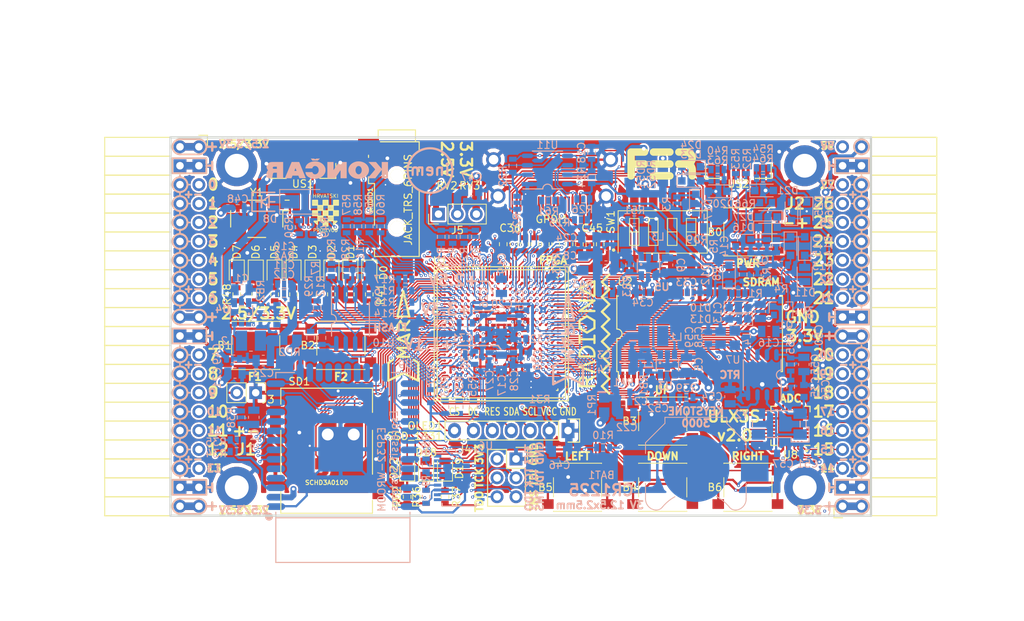
<source format=kicad_pcb>
(kicad_pcb (version 20171130) (host pcbnew 5.0.0-rc2+dfsg1-3)
  (layers (0 F.Cu signal) (1 In1.Cu signal) (2 In2.Cu signal) (31 B.Cu signal) (34 B.Paste user) (35 F.Paste user) (36 B.SilkS user) (37 F.SilkS user) (38 B.Mask user) (39 F.Mask user) (44 Edge.Cuts user))
  (net 0 "")
  (net 1 GND)
  (net 2 +5V)
  (net 3 /gpio/IN5V)
  (net 4 /gpio/OUT5V)
  (net 5 +3V3)
  (net 6 BTN_D)
  (net 7 BTN_F1)
  (net 8 BTN_F2)
  (net 9 BTN_L)
  (net 10 BTN_R)
  (net 11 BTN_U)
  (net 12 /power/FB1)
  (net 13 +2V5)
  (net 14 /power/PWREN)
  (net 15 /power/FB3)
  (net 16 /power/FB2)
  (net 17 /power/VBAT)
  (net 18 JTAG_TDI)
  (net 19 JTAG_TCK)
  (net 20 JTAG_TMS)
  (net 21 JTAG_TDO)
  (net 22 /power/WAKEUPn)
  (net 23 /power/WKUP)
  (net 24 /power/SHUT)
  (net 25 /power/WAKE)
  (net 26 /power/HOLD)
  (net 27 /power/WKn)
  (net 28 /power/OSCI_32k)
  (net 29 /power/OSCO_32k)
  (net 30 SHUTDOWN)
  (net 31 GPDI_SDA)
  (net 32 GPDI_SCL)
  (net 33 /gpdi/VREF2)
  (net 34 SD_CMD)
  (net 35 SD_CLK)
  (net 36 SD_D0)
  (net 37 SD_D1)
  (net 38 USB5V)
  (net 39 GPDI_CEC)
  (net 40 nRESET)
  (net 41 FTDI_nDTR)
  (net 42 SDRAM_CKE)
  (net 43 SDRAM_A7)
  (net 44 SDRAM_D15)
  (net 45 SDRAM_BA1)
  (net 46 SDRAM_D7)
  (net 47 SDRAM_A6)
  (net 48 SDRAM_CLK)
  (net 49 SDRAM_D13)
  (net 50 SDRAM_BA0)
  (net 51 SDRAM_D6)
  (net 52 SDRAM_A5)
  (net 53 SDRAM_D14)
  (net 54 SDRAM_A11)
  (net 55 SDRAM_D12)
  (net 56 SDRAM_D5)
  (net 57 SDRAM_A4)
  (net 58 SDRAM_A10)
  (net 59 SDRAM_D11)
  (net 60 SDRAM_A3)
  (net 61 SDRAM_D4)
  (net 62 SDRAM_D10)
  (net 63 SDRAM_D9)
  (net 64 SDRAM_A9)
  (net 65 SDRAM_D3)
  (net 66 SDRAM_D8)
  (net 67 SDRAM_A8)
  (net 68 SDRAM_A2)
  (net 69 SDRAM_A1)
  (net 70 SDRAM_A0)
  (net 71 SDRAM_D2)
  (net 72 SDRAM_D1)
  (net 73 SDRAM_D0)
  (net 74 SDRAM_DQM0)
  (net 75 SDRAM_nCS)
  (net 76 SDRAM_nRAS)
  (net 77 SDRAM_DQM1)
  (net 78 SDRAM_nCAS)
  (net 79 SDRAM_nWE)
  (net 80 /flash/FLASH_nWP)
  (net 81 /flash/FLASH_nHOLD)
  (net 82 /flash/FLASH_MOSI)
  (net 83 /flash/FLASH_MISO)
  (net 84 /flash/FLASH_SCK)
  (net 85 /flash/FLASH_nCS)
  (net 86 /flash/FPGA_PROGRAMN)
  (net 87 /flash/FPGA_DONE)
  (net 88 /flash/FPGA_INITN)
  (net 89 OLED_RES)
  (net 90 OLED_DC)
  (net 91 OLED_CS)
  (net 92 WIFI_EN)
  (net 93 FTDI_nRTS)
  (net 94 FTDI_TXD)
  (net 95 FTDI_RXD)
  (net 96 WIFI_RXD)
  (net 97 WIFI_GPIO0)
  (net 98 WIFI_TXD)
  (net 99 USB_FTDI_D+)
  (net 100 USB_FTDI_D-)
  (net 101 SD_D3)
  (net 102 AUDIO_L3)
  (net 103 AUDIO_L2)
  (net 104 AUDIO_L1)
  (net 105 AUDIO_L0)
  (net 106 AUDIO_R3)
  (net 107 AUDIO_R2)
  (net 108 AUDIO_R1)
  (net 109 AUDIO_R0)
  (net 110 OLED_CLK)
  (net 111 OLED_MOSI)
  (net 112 LED0)
  (net 113 LED1)
  (net 114 LED2)
  (net 115 LED3)
  (net 116 LED4)
  (net 117 LED5)
  (net 118 LED6)
  (net 119 LED7)
  (net 120 BTN_PWRn)
  (net 121 FTDI_nTXLED)
  (net 122 FTDI_nSLEEP)
  (net 123 /blinkey/LED_PWREN)
  (net 124 /blinkey/LED_TXLED)
  (net 125 /sdcard/SD3V3)
  (net 126 SD_D2)
  (net 127 CLK_25MHz)
  (net 128 /blinkey/BTNPUL)
  (net 129 /blinkey/BTNPUR)
  (net 130 USB_FPGA_D+)
  (net 131 /power/FTDI_nSUSPEND)
  (net 132 /blinkey/ALED0)
  (net 133 /blinkey/ALED1)
  (net 134 /blinkey/ALED2)
  (net 135 /blinkey/ALED3)
  (net 136 /blinkey/ALED4)
  (net 137 /blinkey/ALED5)
  (net 138 /blinkey/ALED6)
  (net 139 /blinkey/ALED7)
  (net 140 /usb/FTD-)
  (net 141 /usb/FTD+)
  (net 142 ADC_MISO)
  (net 143 ADC_MOSI)
  (net 144 ADC_CSn)
  (net 145 ADC_SCLK)
  (net 146 SW3)
  (net 147 SW2)
  (net 148 SW1)
  (net 149 USB_FPGA_D-)
  (net 150 /usb/FPD+)
  (net 151 /usb/FPD-)
  (net 152 WIFI_GPIO16)
  (net 153 /usb/ANT_433MHz)
  (net 154 /power/PWRBTn)
  (net 155 PROG_DONE)
  (net 156 /power/P3V3)
  (net 157 /power/P2V5)
  (net 158 /power/L1)
  (net 159 /power/L3)
  (net 160 /power/L2)
  (net 161 FTDI_TXDEN)
  (net 162 SDRAM_A12)
  (net 163 /analog/AUDIO_V)
  (net 164 AUDIO_V3)
  (net 165 AUDIO_V2)
  (net 166 AUDIO_V1)
  (net 167 AUDIO_V0)
  (net 168 /blinkey/LED_WIFI)
  (net 169 /power/P1V1)
  (net 170 +1V1)
  (net 171 SW4)
  (net 172 /blinkey/SWPU)
  (net 173 /wifi/WIFIEN)
  (net 174 FT2V5)
  (net 175 GN0)
  (net 176 GP0)
  (net 177 GN1)
  (net 178 GP1)
  (net 179 GN2)
  (net 180 GP2)
  (net 181 GN3)
  (net 182 GP3)
  (net 183 GN4)
  (net 184 GP4)
  (net 185 GN5)
  (net 186 GP5)
  (net 187 GN6)
  (net 188 GP6)
  (net 189 GN14)
  (net 190 GP14)
  (net 191 GN15)
  (net 192 GP15)
  (net 193 GN16)
  (net 194 GP16)
  (net 195 GN17)
  (net 196 GP17)
  (net 197 GN18)
  (net 198 GP18)
  (net 199 GN19)
  (net 200 GP19)
  (net 201 GN20)
  (net 202 GP20)
  (net 203 GN21)
  (net 204 GP21)
  (net 205 GN22)
  (net 206 GP22)
  (net 207 GN23)
  (net 208 GP23)
  (net 209 GN24)
  (net 210 GP24)
  (net 211 GN25)
  (net 212 GP25)
  (net 213 GN26)
  (net 214 GP26)
  (net 215 GN27)
  (net 216 GP27)
  (net 217 GN7)
  (net 218 GP7)
  (net 219 GN8)
  (net 220 GP8)
  (net 221 GN9)
  (net 222 GP9)
  (net 223 GN10)
  (net 224 GP10)
  (net 225 GN11)
  (net 226 GP11)
  (net 227 GN12)
  (net 228 GP12)
  (net 229 GN13)
  (net 230 GP13)
  (net 231 WIFI_GPIO5)
  (net 232 WIFI_GPIO17)
  (net 233 USB_FPGA_PULL_D+)
  (net 234 USB_FPGA_PULL_D-)
  (net 235 "Net-(D23-Pad2)")
  (net 236 "Net-(D24-Pad1)")
  (net 237 "Net-(D25-Pad2)")
  (net 238 "Net-(D26-Pad1)")
  (net 239 /gpdi/GPDI_ETH+)
  (net 240 FPDI_ETH+)
  (net 241 /gpdi/GPDI_ETH-)
  (net 242 FPDI_ETH-)
  (net 243 /gpdi/GPDI_D2-)
  (net 244 FPDI_D2-)
  (net 245 /gpdi/GPDI_D1-)
  (net 246 FPDI_D1-)
  (net 247 /gpdi/GPDI_D0-)
  (net 248 FPDI_D0-)
  (net 249 /gpdi/GPDI_CLK-)
  (net 250 FPDI_CLK-)
  (net 251 /gpdi/GPDI_D2+)
  (net 252 FPDI_D2+)
  (net 253 /gpdi/GPDI_D1+)
  (net 254 FPDI_D1+)
  (net 255 /gpdi/GPDI_D0+)
  (net 256 FPDI_D0+)
  (net 257 /gpdi/GPDI_CLK+)
  (net 258 FPDI_CLK+)
  (net 259 FPDI_SDA)
  (net 260 FPDI_SCL)
  (net 261 /gpdi/FPDI_CEC)
  (net 262 2V5_3V3)
  (net 263 "Net-(AUDIO1-Pad5)")
  (net 264 "Net-(AUDIO1-Pad6)")
  (net 265 "Net-(U1-PadA15)")
  (net 266 "Net-(U1-PadC9)")
  (net 267 "Net-(U1-PadD9)")
  (net 268 "Net-(U1-PadD10)")
  (net 269 "Net-(U1-PadD11)")
  (net 270 "Net-(U1-PadD12)")
  (net 271 "Net-(U1-PadE6)")
  (net 272 "Net-(U1-PadE9)")
  (net 273 "Net-(U1-PadE10)")
  (net 274 "Net-(U1-PadE11)")
  (net 275 "Net-(U1-PadJ4)")
  (net 276 "Net-(U1-PadJ5)")
  (net 277 "Net-(U1-PadK5)")
  (net 278 "Net-(U1-PadL5)")
  (net 279 "Net-(U1-PadM4)")
  (net 280 "Net-(U1-PadM5)")
  (net 281 SD_CD)
  (net 282 SD_WP)
  (net 283 "Net-(U1-PadR3)")
  (net 284 "Net-(U1-PadT16)")
  (net 285 "Net-(U1-PadW4)")
  (net 286 "Net-(U1-PadW5)")
  (net 287 "Net-(U1-PadW8)")
  (net 288 "Net-(U1-PadW9)")
  (net 289 "Net-(U1-PadW13)")
  (net 290 "Net-(U1-PadW14)")
  (net 291 "Net-(U1-PadW17)")
  (net 292 "Net-(U1-PadW18)")
  (net 293 FTDI_nRXLED)
  (net 294 "Net-(U8-Pad12)")
  (net 295 "Net-(U8-Pad25)")
  (net 296 "Net-(U9-Pad32)")
  (net 297 "Net-(U9-Pad22)")
  (net 298 "Net-(U9-Pad21)")
  (net 299 "Net-(U9-Pad20)")
  (net 300 "Net-(U9-Pad19)")
  (net 301 "Net-(U9-Pad18)")
  (net 302 "Net-(U9-Pad17)")
  (net 303 "Net-(U9-Pad12)")
  (net 304 "Net-(U9-Pad5)")
  (net 305 "Net-(U9-Pad4)")
  (net 306 "Net-(US1-Pad4)")
  (net 307 "Net-(Y2-Pad3)")
  (net 308 "Net-(Y2-Pad2)")
  (net 309 "Net-(U1-PadK16)")
  (net 310 "Net-(U1-PadK17)")
  (net 311 /usb/US2VBUS)
  (net 312 /power/SHD)
  (net 313 /power/RTCVDD)
  (net 314 "Net-(D27-Pad2)")
  (net 315 US2_ID)
  (net 316 /analog/AUDIO_L)
  (net 317 /analog/AUDIO_R)
  (net 318 /analog/ADC3V3)
  (module Keystone_3000_1x12mm-CoinCell:Keystone_3000_1x12mm-CoinCell (layer B.Cu) (at 164.585 105.87 90)
    (fp_text reference BAT1 (at -0.907 -12.685 180) (layer B.SilkS) (effects (justify mirror)))
    (fp_text value CR1225)
    (pad 1 smd rect (at 0 7.9 180) (size 3.7 3.5) (layers B.Cu B.Paste B.Mask) (net 17 /power/VBAT) (clearance 0.7))
    (pad 1 smd rect (at 0 -7.9 180) (size 3.7 3.5) (layers B.Cu B.Paste B.Mask) (net 17 /power/VBAT) (clearance 0.7))
    (pad 2 smd circle (at 0 0 180) (size 9 9) (layers B.Cu B.Mask) (net 1 GND))
  )
  (module SM8:SM8 (layer B.Cu) (at 144.68 65.8015 90)
    (fp_text reference U11 (at 3.3475 -0.019 -180) (layer B.SilkS) (effects (justify mirror)))
    (fp_text value PCA9306D)
    (pad 1 smd rect (at -1.905 -2.7) (size 1.55 0.6) (layers B.Cu B.Paste B.Mask) (net 1 GND))
    (pad 2 smd oval (at -0.635 -2.7) (size 1.55 0.6) (layers B.Cu B.Paste B.Mask) (net 13 +2V5))
    (pad 3 smd oval (at 0.635 -2.7) (size 1.55 0.6) (layers B.Cu B.Paste B.Mask) (net 260 FPDI_SCL))
    (pad 4 smd oval (at 1.905 -2.7) (size 1.55 0.6) (layers B.Cu B.Paste B.Mask) (net 259 FPDI_SDA))
    (pad 5 smd oval (at 1.905 2.7) (size 1.55 0.6) (layers B.Cu B.Paste B.Mask) (net 31 GPDI_SDA))
    (pad 6 smd oval (at 0.635 2.7) (size 1.55 0.6) (layers B.Cu B.Paste B.Mask) (net 32 GPDI_SCL))
    (pad 7 smd oval (at -0.635 2.7) (size 1.55 0.6) (layers B.Cu B.Paste B.Mask) (net 33 /gpdi/VREF2))
    (pad 8 smd oval (at -1.905 2.7) (size 1.55 0.6) (layers B.Cu B.Paste B.Mask) (net 5 +3V3))
  )
  (module TSOP54:TSOP54 (layer F.Cu) (at 165.093 87.8 90)
    (fp_text reference U2 (at 6.98 -9.993 180) (layer F.SilkS))
    (fp_text value MT48LC16M16A2TG)
    (pad 28 smd rect (at 5.53 10.4 90) (size 0.9 0.56) (layers F.Cu F.Paste F.Mask) (net 1 GND))
    (pad 1 smd rect (at -5.53 -10.4 90) (size 0.9 0.56) (layers F.Cu F.Paste F.Mask) (net 5 +3V3))
    (pad 2 smd rect (at -5.53 -9.6 90) (size 0.9 0.56) (layers F.Cu F.Paste F.Mask) (net 73 SDRAM_D0))
    (pad 3 smd rect (at -5.53 -8.8 90) (size 0.9 0.56) (layers F.Cu F.Paste F.Mask) (net 5 +3V3))
    (pad 4 smd rect (at -5.53 -8 90) (size 0.9 0.56) (layers F.Cu F.Paste F.Mask) (net 72 SDRAM_D1))
    (pad 5 smd rect (at -5.53 -7.2 90) (size 0.9 0.56) (layers F.Cu F.Paste F.Mask) (net 71 SDRAM_D2))
    (pad 6 smd rect (at -5.53 -6.4 90) (size 0.9 0.56) (layers F.Cu F.Paste F.Mask) (net 1 GND))
    (pad 7 smd rect (at -5.53 -5.6 90) (size 0.9 0.56) (layers F.Cu F.Paste F.Mask) (net 65 SDRAM_D3))
    (pad 8 smd rect (at -5.53 -4.8 90) (size 0.9 0.56) (layers F.Cu F.Paste F.Mask) (net 61 SDRAM_D4))
    (pad 9 smd rect (at -5.53 -4 90) (size 0.9 0.56) (layers F.Cu F.Paste F.Mask) (net 5 +3V3))
    (pad 10 smd rect (at -5.53 -3.2 90) (size 0.9 0.56) (layers F.Cu F.Paste F.Mask) (net 56 SDRAM_D5))
    (pad 11 smd rect (at -5.53 -2.4 90) (size 0.9 0.56) (layers F.Cu F.Paste F.Mask) (net 51 SDRAM_D6))
    (pad 12 smd rect (at -5.53 -1.6 90) (size 0.9 0.56) (layers F.Cu F.Paste F.Mask) (net 1 GND))
    (pad 13 smd rect (at -5.53 -0.8 90) (size 0.9 0.56) (layers F.Cu F.Paste F.Mask) (net 46 SDRAM_D7))
    (pad 14 smd rect (at -5.53 0 90) (size 0.9 0.56) (layers F.Cu F.Paste F.Mask) (net 5 +3V3))
    (pad 15 smd rect (at -5.53 0.8 90) (size 0.9 0.56) (layers F.Cu F.Paste F.Mask) (net 74 SDRAM_DQM0))
    (pad 16 smd rect (at -5.53 1.6 90) (size 0.9 0.56) (layers F.Cu F.Paste F.Mask) (net 79 SDRAM_nWE))
    (pad 17 smd rect (at -5.53 2.4 90) (size 0.9 0.56) (layers F.Cu F.Paste F.Mask) (net 78 SDRAM_nCAS))
    (pad 18 smd rect (at -5.53 3.2 90) (size 0.9 0.56) (layers F.Cu F.Paste F.Mask) (net 76 SDRAM_nRAS))
    (pad 19 smd rect (at -5.53 4 90) (size 0.9 0.56) (layers F.Cu F.Paste F.Mask) (net 75 SDRAM_nCS))
    (pad 20 smd rect (at -5.53 4.8 90) (size 0.9 0.56) (layers F.Cu F.Paste F.Mask) (net 50 SDRAM_BA0))
    (pad 21 smd rect (at -5.53 5.6 90) (size 0.9 0.56) (layers F.Cu F.Paste F.Mask) (net 45 SDRAM_BA1))
    (pad 22 smd rect (at -5.53 6.4 90) (size 0.9 0.56) (layers F.Cu F.Paste F.Mask) (net 58 SDRAM_A10))
    (pad 23 smd rect (at -5.53 7.2 90) (size 0.9 0.56) (layers F.Cu F.Paste F.Mask) (net 70 SDRAM_A0))
    (pad 24 smd rect (at -5.53 8 90) (size 0.9 0.56) (layers F.Cu F.Paste F.Mask) (net 69 SDRAM_A1))
    (pad 25 smd rect (at -5.53 8.8 90) (size 0.9 0.56) (layers F.Cu F.Paste F.Mask) (net 68 SDRAM_A2))
    (pad 26 smd rect (at -5.53 9.6 90) (size 0.9 0.56) (layers F.Cu F.Paste F.Mask) (net 60 SDRAM_A3))
    (pad 27 smd rect (at -5.53 10.4 90) (size 0.9 0.56) (layers F.Cu F.Paste F.Mask) (net 5 +3V3))
    (pad 29 smd rect (at 5.53 9.6 90) (size 0.9 0.56) (layers F.Cu F.Paste F.Mask) (net 57 SDRAM_A4))
    (pad 30 smd rect (at 5.53 8.8 90) (size 0.9 0.56) (layers F.Cu F.Paste F.Mask) (net 52 SDRAM_A5))
    (pad 31 smd rect (at 5.53 8 90) (size 0.9 0.56) (layers F.Cu F.Paste F.Mask) (net 47 SDRAM_A6))
    (pad 32 smd rect (at 5.53 7.2 90) (size 0.9 0.56) (layers F.Cu F.Paste F.Mask) (net 43 SDRAM_A7))
    (pad 33 smd rect (at 5.53 6.4 90) (size 0.9 0.56) (layers F.Cu F.Paste F.Mask) (net 67 SDRAM_A8))
    (pad 34 smd rect (at 5.53 5.6 90) (size 0.9 0.56) (layers F.Cu F.Paste F.Mask) (net 64 SDRAM_A9))
    (pad 35 smd rect (at 5.53 4.8 90) (size 0.9 0.56) (layers F.Cu F.Paste F.Mask) (net 54 SDRAM_A11))
    (pad 36 smd rect (at 5.53 4 90) (size 0.9 0.56) (layers F.Cu F.Paste F.Mask) (net 162 SDRAM_A12))
    (pad 37 smd rect (at 5.53 3.2 90) (size 0.9 0.56) (layers F.Cu F.Paste F.Mask) (net 42 SDRAM_CKE))
    (pad 38 smd rect (at 5.53 2.4 90) (size 0.9 0.56) (layers F.Cu F.Paste F.Mask) (net 48 SDRAM_CLK))
    (pad 39 smd rect (at 5.53 1.6 90) (size 0.9 0.56) (layers F.Cu F.Paste F.Mask) (net 77 SDRAM_DQM1))
    (pad 40 smd rect (at 5.53 0.8 90) (size 0.9 0.56) (layers F.Cu F.Paste F.Mask))
    (pad 41 smd rect (at 5.53 0 90) (size 0.9 0.56) (layers F.Cu F.Paste F.Mask) (net 1 GND))
    (pad 42 smd rect (at 5.53 -0.8 90) (size 0.9 0.56) (layers F.Cu F.Paste F.Mask) (net 66 SDRAM_D8))
    (pad 43 smd rect (at 5.53 -1.6 90) (size 0.9 0.56) (layers F.Cu F.Paste F.Mask) (net 5 +3V3))
    (pad 44 smd rect (at 5.53 -2.4 90) (size 0.9 0.56) (layers F.Cu F.Paste F.Mask) (net 63 SDRAM_D9))
    (pad 45 smd rect (at 5.53 -3.2 90) (size 0.9 0.56) (layers F.Cu F.Paste F.Mask) (net 62 SDRAM_D10))
    (pad 46 smd rect (at 5.53 -4 90) (size 0.9 0.56) (layers F.Cu F.Paste F.Mask) (net 1 GND))
    (pad 47 smd rect (at 5.53 -4.8 90) (size 0.9 0.56) (layers F.Cu F.Paste F.Mask) (net 59 SDRAM_D11))
    (pad 48 smd rect (at 5.53 -5.6 90) (size 0.9 0.56) (layers F.Cu F.Paste F.Mask) (net 55 SDRAM_D12))
    (pad 49 smd rect (at 5.53 -6.4 90) (size 0.9 0.56) (layers F.Cu F.Paste F.Mask) (net 5 +3V3))
    (pad 50 smd rect (at 5.53 -7.2 90) (size 0.9 0.56) (layers F.Cu F.Paste F.Mask) (net 49 SDRAM_D13))
    (pad 51 smd rect (at 5.53 -8 90) (size 0.9 0.56) (layers F.Cu F.Paste F.Mask) (net 53 SDRAM_D14))
    (pad 52 smd rect (at 5.53 -8.8 90) (size 0.9 0.56) (layers F.Cu F.Paste F.Mask) (net 1 GND))
    (pad 53 smd rect (at 5.53 -9.6 90) (size 0.9 0.56) (layers F.Cu F.Paste F.Mask) (net 44 SDRAM_D15))
    (pad 54 smd rect (at 5.53 -10.4 90) (size 0.9 0.56) (layers F.Cu F.Paste F.Mask) (net 1 GND))
  )
  (module SOA008-150mil:SOA008-150-208mil (layer B.Cu) (at 118.245 85.822 270)
    (fp_text reference U10 (at 3.175 -4.445) (layer B.SilkS) (effects (justify mirror)))
    (fp_text value IS25LP128F-JBLE)
    (pad 1 smd rect (at -3.302 1.905 270) (size 2.1 0.6) (layers B.Cu B.Paste B.Mask) (net 85 /flash/FLASH_nCS))
    (pad 2 smd oval (at -3.302 0.635 270) (size 2.1 0.6) (layers B.Cu B.Paste B.Mask) (net 83 /flash/FLASH_MISO))
    (pad 3 smd oval (at -3.302 -0.635 270) (size 2.1 0.6) (layers B.Cu B.Paste B.Mask) (net 80 /flash/FLASH_nWP))
    (pad 4 smd oval (at -3.302 -1.905 270) (size 2.1 0.6) (layers B.Cu B.Paste B.Mask) (net 1 GND))
    (pad 5 smd oval (at 3.302 -1.905 270) (size 2.1 0.6) (layers B.Cu B.Paste B.Mask) (net 82 /flash/FLASH_MOSI))
    (pad 6 smd oval (at 3.302 -0.635 270) (size 2.1 0.6) (layers B.Cu B.Paste B.Mask) (net 84 /flash/FLASH_SCK))
    (pad 7 smd oval (at 3.302 0.635 270) (size 2.1 0.6) (layers B.Cu B.Paste B.Mask) (net 81 /flash/FLASH_nHOLD))
    (pad 8 smd oval (at 3.302 1.905 270) (size 2.1 0.6) (layers B.Cu B.Paste B.Mask) (net 5 +3V3))
  )
  (module SOT96-1:SOT96-1 (layer B.Cu) (at 173.49 93.315 90)
    (fp_text reference U7 (at 2.032 -3.937 180) (layer B.SilkS) (effects (justify mirror)))
    (fp_text value PCF8523)
    (pad 1 smd rect (at -2.7 1.905 90) (size 1.55 0.6) (layers B.Cu B.Paste B.Mask) (net 28 /power/OSCI_32k))
    (pad 2 smd oval (at -2.7 0.635 90) (size 1.55 0.6) (layers B.Cu B.Paste B.Mask) (net 29 /power/OSCO_32k))
    (pad 3 smd oval (at -2.7 -0.635 90) (size 1.55 0.6) (layers B.Cu B.Paste B.Mask) (net 17 /power/VBAT))
    (pad 4 smd oval (at -2.7 -1.905 90) (size 1.55 0.6) (layers B.Cu B.Paste B.Mask) (net 1 GND))
    (pad 5 smd oval (at 2.7 -1.905 90) (size 1.55 0.6) (layers B.Cu B.Paste B.Mask) (net 259 FPDI_SDA))
    (pad 6 smd oval (at 2.7 -0.635 90) (size 1.55 0.6) (layers B.Cu B.Paste B.Mask) (net 260 FPDI_SCL))
    (pad 7 smd oval (at 2.7 0.635 90) (size 1.55 0.6) (layers B.Cu B.Paste B.Mask) (net 22 /power/WAKEUPn))
    (pad 8 smd oval (at 2.7 1.905 90) (size 1.55 0.6) (layers B.Cu B.Paste B.Mask) (net 313 /power/RTCVDD))
  )
  (module ft231x:FT231X-SSOP-20_4.4x6.5mm_Pitch0.65mm (layer B.Cu) (at 132.835 107.14 180)
    (fp_text reference U6 (at -3.556 4.318 180) (layer B.SilkS) (effects (justify mirror)))
    (fp_text value FT231XS)
    (pad 20 smd rect (at 2.9 2.925 180) (size 1 0.4) (layers B.Cu B.Paste B.Mask) (net 94 FTDI_TXD))
    (pad 19 smd rect (at 2.9 2.275 180) (size 1 0.4) (layers B.Cu B.Paste B.Mask) (net 122 FTDI_nSLEEP))
    (pad 18 smd rect (at 2.9 1.625 180) (size 1 0.4) (layers B.Cu B.Paste B.Mask) (net 161 FTDI_TXDEN))
    (pad 17 smd rect (at 2.9 0.975 180) (size 1 0.4) (layers B.Cu B.Paste B.Mask) (net 293 FTDI_nRXLED))
    (pad 16 smd rect (at 2.9 0.325 180) (size 1 0.4) (layers B.Cu B.Paste B.Mask) (net 1 GND))
    (pad 15 smd rect (at 2.9 -0.325 180) (size 1 0.4) (layers B.Cu B.Paste B.Mask) (net 38 USB5V))
    (pad 14 smd rect (at 2.9 -0.975 180) (size 1 0.4) (layers B.Cu B.Paste B.Mask) (net 40 nRESET))
    (pad 13 smd rect (at 2.9 -1.625 180) (size 1 0.4) (layers B.Cu B.Paste B.Mask) (net 174 FT2V5))
    (pad 12 smd rect (at 2.9 -2.275 180) (size 1 0.4) (layers B.Cu B.Paste B.Mask) (net 100 USB_FTDI_D-))
    (pad 11 smd rect (at 2.9 -2.925 180) (size 1 0.4) (layers B.Cu B.Paste B.Mask) (net 99 USB_FTDI_D+))
    (pad 10 smd rect (at -2.9 -2.925 180) (size 1 0.4) (layers B.Cu B.Paste B.Mask) (net 121 FTDI_nTXLED))
    (pad 9 smd rect (at -2.9 -2.275 180) (size 1 0.4) (layers B.Cu B.Paste B.Mask) (net 21 JTAG_TDO))
    (pad 8 smd rect (at -2.9 -1.625 180) (size 1 0.4) (layers B.Cu B.Paste B.Mask) (net 20 JTAG_TMS))
    (pad 7 smd rect (at -2.9 -0.975 180) (size 1 0.4) (layers B.Cu B.Paste B.Mask) (net 19 JTAG_TCK))
    (pad 6 smd rect (at -2.9 -0.325 180) (size 1 0.4) (layers B.Cu B.Paste B.Mask) (net 1 GND))
    (pad 5 smd rect (at -2.9 0.325 180) (size 1 0.4) (layers B.Cu B.Paste B.Mask) (net 18 JTAG_TDI))
    (pad 4 smd rect (at -2.9 0.975 180) (size 1 0.4) (layers B.Cu B.Paste B.Mask) (net 95 FTDI_RXD))
    (pad 3 smd rect (at -2.9 1.625 180) (size 1 0.4) (layers B.Cu B.Paste B.Mask) (net 174 FT2V5))
    (pad 2 smd rect (at -2.9 2.275 180) (size 1 0.4) (layers B.Cu B.Paste B.Mask) (net 93 FTDI_nRTS))
    (pad 1 smd rect (at -2.9 2.925 180) (size 1 0.4) (layers B.Cu B.Paste B.Mask) (net 41 FTDI_nDTR))
  )
  (module TSOT-25:TSOT-25 (layer B.Cu) (at 158.235 78.692)
    (fp_text reference U5 (at 1.793 2.812) (layer B.SilkS) (effects (font (thickness 0.2)) (justify mirror)))
    (fp_text value TLV62569DBV)
    (pad 1 smd rect (at -0.95 -1.3) (size 0.7 1.2) (layers B.Cu B.Paste B.Mask) (net 14 /power/PWREN))
    (pad 2 smd rect (at 0 -1.3) (size 0.7 1.2) (layers B.Cu B.Paste B.Mask) (net 1 GND))
    (pad 3 smd rect (at 0.95 -1.3) (size 0.7 1.2) (layers B.Cu B.Paste B.Mask) (net 159 /power/L3))
    (pad 4 smd rect (at 0.95 1.3) (size 0.7 1.2) (layers B.Cu B.Paste B.Mask) (net 2 +5V))
    (pad 5 smd rect (at -0.95 1.3) (size 0.7 1.2) (layers B.Cu B.Paste B.Mask) (net 15 /power/FB3))
  )
  (module TSOT-25:TSOT-25 (layer B.Cu) (at 160.775 91.9)
    (fp_text reference U3 (at -0.295 2.9) (layer B.SilkS) (effects (font (thickness 0.2)) (justify mirror)))
    (fp_text value TLV62569DBV)
    (pad 1 smd rect (at -0.95 -1.3) (size 0.7 1.2) (layers B.Cu B.Paste B.Mask) (net 14 /power/PWREN))
    (pad 2 smd rect (at 0 -1.3) (size 0.7 1.2) (layers B.Cu B.Paste B.Mask) (net 1 GND))
    (pad 3 smd rect (at 0.95 -1.3) (size 0.7 1.2) (layers B.Cu B.Paste B.Mask) (net 158 /power/L1))
    (pad 4 smd rect (at 0.95 1.3) (size 0.7 1.2) (layers B.Cu B.Paste B.Mask) (net 2 +5V))
    (pad 5 smd rect (at -0.95 1.3) (size 0.7 1.2) (layers B.Cu B.Paste B.Mask) (net 12 /power/FB1))
  )
  (module TSOT-25:TSOT-25 (layer B.Cu) (at 103.625 84.915 180)
    (fp_text reference U4 (at 2.525 0.4265 180) (layer B.SilkS) (effects (font (thickness 0.2)) (justify mirror)))
    (fp_text value TLV62569DBV)
    (pad 1 smd rect (at -0.95 -1.3 180) (size 0.7 1.2) (layers B.Cu B.Paste B.Mask) (net 14 /power/PWREN))
    (pad 2 smd rect (at 0 -1.3 180) (size 0.7 1.2) (layers B.Cu B.Paste B.Mask) (net 1 GND))
    (pad 3 smd rect (at 0.95 -1.3 180) (size 0.7 1.2) (layers B.Cu B.Paste B.Mask) (net 160 /power/L2))
    (pad 4 smd rect (at 0.95 1.3 180) (size 0.7 1.2) (layers B.Cu B.Paste B.Mask) (net 2 +5V))
    (pad 5 smd rect (at -0.95 1.3 180) (size 0.7 1.2) (layers B.Cu B.Paste B.Mask) (net 16 /power/FB2))
  )
  (module ESP32:ESP32-WROOM (layer B.Cu) (at 117.23 105.75 180)
    (fp_text reference U9 (at -8.366 13.85 180) (layer B.SilkS) (effects (justify mirror)))
    (fp_text value ESP-WROOM32)
    (fp_text user "Espressif Systems" (at -6.858 0.889 90) (layer B.SilkS) (effects (justify mirror)))
    (fp_text user ESP32-WROOM (at -5.207 -0.254 90) (layer B.SilkS) (effects (justify mirror)))
    (pad 38 smd oval (at -9 -5.25 180) (size 2.5 0.9) (layers B.Cu B.Paste B.Mask) (net 1 GND))
    (pad 37 smd oval (at -9 -3.98 180) (size 2.5 0.9) (layers B.Cu B.Paste B.Mask) (net 18 JTAG_TDI))
    (pad 36 smd oval (at -9 -2.71 180) (size 2.5 0.9) (layers B.Cu B.Paste B.Mask) (net 155 PROG_DONE))
    (pad 35 smd oval (at -9 -1.44 180) (size 2.5 0.9) (layers B.Cu B.Paste B.Mask) (net 98 WIFI_TXD))
    (pad 34 smd oval (at -9 -0.17 180) (size 2.5 0.9) (layers B.Cu B.Paste B.Mask) (net 96 WIFI_RXD))
    (pad 33 smd oval (at -9 1.1 180) (size 2.5 0.9) (layers B.Cu B.Paste B.Mask) (net 20 JTAG_TMS))
    (pad 32 smd oval (at -9 2.37 180) (size 2.5 0.9) (layers B.Cu B.Paste B.Mask) (net 296 "Net-(U9-Pad32)"))
    (pad 31 smd oval (at -9 3.64 180) (size 2.5 0.9) (layers B.Cu B.Paste B.Mask) (net 21 JTAG_TDO))
    (pad 30 smd oval (at -9 4.91 180) (size 2.5 0.9) (layers B.Cu B.Paste B.Mask) (net 19 JTAG_TCK))
    (pad 29 smd oval (at -9 6.18 180) (size 2.5 0.9) (layers B.Cu B.Paste B.Mask) (net 231 WIFI_GPIO5))
    (pad 28 smd oval (at -9 7.45 180) (size 2.5 0.9) (layers B.Cu B.Paste B.Mask) (net 232 WIFI_GPIO17))
    (pad 27 smd oval (at -9 8.72 180) (size 2.5 0.9) (layers B.Cu B.Paste B.Mask) (net 152 WIFI_GPIO16))
    (pad 26 smd oval (at -9 9.99 180) (size 2.5 0.9) (layers B.Cu B.Paste B.Mask) (net 37 SD_D1))
    (pad 25 smd oval (at -9 11.26 180) (size 2.5 0.9) (layers B.Cu B.Paste B.Mask) (net 97 WIFI_GPIO0))
    (pad 24 smd oval (at -5.715 12.75 180) (size 0.9 2.5) (layers B.Cu B.Paste B.Mask) (net 36 SD_D0))
    (pad 23 smd oval (at -4.445 12.75 180) (size 0.9 2.5) (layers B.Cu B.Paste B.Mask) (net 34 SD_CMD))
    (pad 22 smd oval (at -3.175 12.75 180) (size 0.9 2.5) (layers B.Cu B.Paste B.Mask) (net 297 "Net-(U9-Pad22)"))
    (pad 21 smd oval (at -1.905 12.75 180) (size 0.9 2.5) (layers B.Cu B.Paste B.Mask) (net 298 "Net-(U9-Pad21)"))
    (pad 20 smd oval (at -0.635 12.75 180) (size 0.9 2.5) (layers B.Cu B.Paste B.Mask) (net 299 "Net-(U9-Pad20)"))
    (pad 19 smd oval (at 0.635 12.75 180) (size 0.9 2.5) (layers B.Cu B.Paste B.Mask) (net 300 "Net-(U9-Pad19)"))
    (pad 18 smd oval (at 1.905 12.75 180) (size 0.9 2.5) (layers B.Cu B.Paste B.Mask) (net 301 "Net-(U9-Pad18)"))
    (pad 17 smd oval (at 3.175 12.75 180) (size 0.9 2.5) (layers B.Cu B.Paste B.Mask) (net 302 "Net-(U9-Pad17)"))
    (pad 16 smd oval (at 4.445 12.75 180) (size 0.9 2.5) (layers B.Cu B.Paste B.Mask) (net 101 SD_D3))
    (pad 15 smd oval (at 5.715 12.75 180) (size 0.9 2.5) (layers B.Cu B.Paste B.Mask) (net 1 GND))
    (pad 14 smd oval (at 9 11.26 180) (size 2.5 0.9) (layers B.Cu B.Paste B.Mask) (net 126 SD_D2))
    (pad 13 smd oval (at 9 9.99 180) (size 2.5 0.9) (layers B.Cu B.Paste B.Mask) (net 35 SD_CLK))
    (pad 12 smd oval (at 9 8.72 180) (size 2.5 0.9) (layers B.Cu B.Paste B.Mask) (net 303 "Net-(U9-Pad12)"))
    (pad 11 smd oval (at 9 7.45 180) (size 2.5 0.9) (layers B.Cu B.Paste B.Mask) (net 225 GN11))
    (pad 10 smd oval (at 9 6.18 180) (size 2.5 0.9) (layers B.Cu B.Paste B.Mask) (net 226 GP11))
    (pad 9 smd oval (at 9 4.91 180) (size 2.5 0.9) (layers B.Cu B.Paste B.Mask) (net 227 GN12))
    (pad 8 smd oval (at 9 3.64 180) (size 2.5 0.9) (layers B.Cu B.Paste B.Mask) (net 228 GP12))
    (pad 7 smd oval (at 9 2.37 180) (size 2.5 0.9) (layers B.Cu B.Paste B.Mask) (net 229 GN13))
    (pad 6 smd oval (at 9 1.1 180) (size 2.5 0.9) (layers B.Cu B.Paste B.Mask) (net 230 GP13))
    (pad 5 smd oval (at 9 -0.17 180) (size 2.5 0.9) (layers B.Cu B.Paste B.Mask) (net 304 "Net-(U9-Pad5)"))
    (pad 4 smd oval (at 9 -1.44 180) (size 2.5 0.9) (layers B.Cu B.Paste B.Mask) (net 305 "Net-(U9-Pad4)"))
    (pad 3 smd oval (at 9 -2.71 180) (size 2.5 0.9) (layers B.Cu B.Paste B.Mask) (net 173 /wifi/WIFIEN))
    (pad 2 smd oval (at 9 -3.98 180) (size 2.5 0.9) (layers B.Cu B.Paste B.Mask) (net 5 +3V3))
    (pad 1 smd oval (at 9 -5.25 180) (size 2.5 0.9) (layers B.Cu B.Paste B.Mask) (net 1 GND))
    (pad 39 smd rect (at 0.3 2.45 180) (size 6 6) (layers B.Cu B.Paste B.Mask) (net 1 GND))
  )
  (module inem:inem (layer B.Cu) (at 128.913 65.883)
    (fp_text reference REF** hide)
    (fp_text value inem hide)
    (fp_text user inem (at 0 -0.1) (layer B.SilkS) (effects (font (size 1.5 1.5) (thickness 0.3)) (justify mirror)))
  )
  (module fer:fer4mm6 (layer F.Cu) (at 159.901 64.994)
    (fp_text reference fer hide)
    (fp_text value fer hide)
  )
  (module Socket_Strips:Socket_Strip_Angled_2x20 (layer F.Cu) (at 97.91 62.69 270)
    (fp_text reference J1 (at 40.64 -6.35) (layer F.SilkS) (effects (font (size 1.5 1.5) (thickness 0.3))))
    (fp_text value CONN_02X20 hide)
    (pad 1 thru_hole oval (at 0 0 270) (size 1.7272 1.7272) (drill 1.016) (layers *.Cu *.Mask) (net 262 2V5_3V3))
    (pad 2 thru_hole oval (at 0 2.54 270) (size 1.7272 1.7272) (drill 1.016) (layers *.Cu *.Mask) (net 262 2V5_3V3))
    (pad 3 thru_hole rect (at 2.54 0 270) (size 1.7272 1.7272) (drill 1.016) (layers *.Cu *.Mask) (net 1 GND))
    (pad 4 thru_hole rect (at 2.54 2.54 270) (size 1.7272 1.7272) (drill 1.016) (layers *.Cu *.Mask) (net 1 GND))
    (pad 5 thru_hole oval (at 5.08 0 270) (size 1.7272 1.7272) (drill 1.016) (layers *.Cu *.Mask) (net 175 GN0))
    (pad 6 thru_hole oval (at 5.08 2.54 270) (size 1.7272 1.7272) (drill 1.016) (layers *.Cu *.Mask) (net 176 GP0))
    (pad 7 thru_hole oval (at 7.62 0 270) (size 1.7272 1.7272) (drill 1.016) (layers *.Cu *.Mask) (net 177 GN1))
    (pad 8 thru_hole oval (at 7.62 2.54 270) (size 1.7272 1.7272) (drill 1.016) (layers *.Cu *.Mask) (net 178 GP1))
    (pad 9 thru_hole oval (at 10.16 0 270) (size 1.7272 1.7272) (drill 1.016) (layers *.Cu *.Mask) (net 179 GN2))
    (pad 10 thru_hole oval (at 10.16 2.54 270) (size 1.7272 1.7272) (drill 1.016) (layers *.Cu *.Mask) (net 180 GP2))
    (pad 11 thru_hole oval (at 12.7 0 270) (size 1.7272 1.7272) (drill 1.016) (layers *.Cu *.Mask) (net 181 GN3))
    (pad 12 thru_hole oval (at 12.7 2.54 270) (size 1.7272 1.7272) (drill 1.016) (layers *.Cu *.Mask) (net 182 GP3))
    (pad 13 thru_hole oval (at 15.24 0 270) (size 1.7272 1.7272) (drill 1.016) (layers *.Cu *.Mask) (net 183 GN4))
    (pad 14 thru_hole oval (at 15.24 2.54 270) (size 1.7272 1.7272) (drill 1.016) (layers *.Cu *.Mask) (net 184 GP4))
    (pad 15 thru_hole oval (at 17.78 0 270) (size 1.7272 1.7272) (drill 1.016) (layers *.Cu *.Mask) (net 185 GN5))
    (pad 16 thru_hole oval (at 17.78 2.54 270) (size 1.7272 1.7272) (drill 1.016) (layers *.Cu *.Mask) (net 186 GP5))
    (pad 17 thru_hole oval (at 20.32 0 270) (size 1.7272 1.7272) (drill 1.016) (layers *.Cu *.Mask) (net 187 GN6))
    (pad 18 thru_hole oval (at 20.32 2.54 270) (size 1.7272 1.7272) (drill 1.016) (layers *.Cu *.Mask) (net 188 GP6))
    (pad 19 thru_hole oval (at 22.86 0 270) (size 1.7272 1.7272) (drill 1.016) (layers *.Cu *.Mask) (net 262 2V5_3V3))
    (pad 20 thru_hole oval (at 22.86 2.54 270) (size 1.7272 1.7272) (drill 1.016) (layers *.Cu *.Mask) (net 262 2V5_3V3))
    (pad 21 thru_hole rect (at 25.4 0 270) (size 1.7272 1.7272) (drill 1.016) (layers *.Cu *.Mask) (net 1 GND))
    (pad 22 thru_hole rect (at 25.4 2.54 270) (size 1.7272 1.7272) (drill 1.016) (layers *.Cu *.Mask) (net 1 GND))
    (pad 23 thru_hole oval (at 27.94 0 270) (size 1.7272 1.7272) (drill 1.016) (layers *.Cu *.Mask) (net 217 GN7))
    (pad 24 thru_hole oval (at 27.94 2.54 270) (size 1.7272 1.7272) (drill 1.016) (layers *.Cu *.Mask) (net 218 GP7))
    (pad 25 thru_hole oval (at 30.48 0 270) (size 1.7272 1.7272) (drill 1.016) (layers *.Cu *.Mask) (net 219 GN8))
    (pad 26 thru_hole oval (at 30.48 2.54 270) (size 1.7272 1.7272) (drill 1.016) (layers *.Cu *.Mask) (net 220 GP8))
    (pad 27 thru_hole oval (at 33.02 0 270) (size 1.7272 1.7272) (drill 1.016) (layers *.Cu *.Mask) (net 221 GN9))
    (pad 28 thru_hole oval (at 33.02 2.54 270) (size 1.7272 1.7272) (drill 1.016) (layers *.Cu *.Mask) (net 222 GP9))
    (pad 29 thru_hole oval (at 35.56 0 270) (size 1.7272 1.7272) (drill 1.016) (layers *.Cu *.Mask) (net 223 GN10))
    (pad 30 thru_hole oval (at 35.56 2.54 270) (size 1.7272 1.7272) (drill 1.016) (layers *.Cu *.Mask) (net 224 GP10))
    (pad 31 thru_hole oval (at 38.1 0 270) (size 1.7272 1.7272) (drill 1.016) (layers *.Cu *.Mask) (net 225 GN11))
    (pad 32 thru_hole oval (at 38.1 2.54 270) (size 1.7272 1.7272) (drill 1.016) (layers *.Cu *.Mask) (net 226 GP11))
    (pad 33 thru_hole oval (at 40.64 0 270) (size 1.7272 1.7272) (drill 1.016) (layers *.Cu *.Mask) (net 227 GN12))
    (pad 34 thru_hole oval (at 40.64 2.54 270) (size 1.7272 1.7272) (drill 1.016) (layers *.Cu *.Mask) (net 228 GP12))
    (pad 35 thru_hole oval (at 43.18 0 270) (size 1.7272 1.7272) (drill 1.016) (layers *.Cu *.Mask) (net 229 GN13))
    (pad 36 thru_hole oval (at 43.18 2.54 270) (size 1.7272 1.7272) (drill 1.016) (layers *.Cu *.Mask) (net 230 GP13))
    (pad 37 thru_hole rect (at 45.72 0 270) (size 1.7272 1.7272) (drill 1.016) (layers *.Cu *.Mask) (net 1 GND))
    (pad 38 thru_hole rect (at 45.72 2.54 270) (size 1.7272 1.7272) (drill 1.016) (layers *.Cu *.Mask) (net 1 GND))
    (pad 39 thru_hole oval (at 48.26 0 270) (size 1.7272 1.7272) (drill 1.016) (layers *.Cu *.Mask) (net 262 2V5_3V3))
    (pad 40 thru_hole oval (at 48.26 2.54 270) (size 1.7272 1.7272) (drill 1.016) (layers *.Cu *.Mask) (net 262 2V5_3V3))
  )
  (module Socket_Strips:Socket_Strip_Angled_2x20 (layer F.Cu) (at 184.27 110.95 90)
    (fp_text reference J2 (at 40.64 -6.35 180) (layer F.SilkS) (effects (font (size 1.5 1.5) (thickness 0.3))))
    (fp_text value CONN_02X20 hide)
    (pad 1 thru_hole oval (at 0 0 90) (size 1.7272 1.7272) (drill 1.016) (layers *.Cu *.Mask) (net 5 +3V3))
    (pad 2 thru_hole oval (at 0 2.54 90) (size 1.7272 1.7272) (drill 1.016) (layers *.Cu *.Mask) (net 5 +3V3))
    (pad 3 thru_hole rect (at 2.54 0 90) (size 1.7272 1.7272) (drill 1.016) (layers *.Cu *.Mask) (net 1 GND))
    (pad 4 thru_hole rect (at 2.54 2.54 90) (size 1.7272 1.7272) (drill 1.016) (layers *.Cu *.Mask) (net 1 GND))
    (pad 5 thru_hole oval (at 5.08 0 90) (size 1.7272 1.7272) (drill 1.016) (layers *.Cu *.Mask) (net 189 GN14))
    (pad 6 thru_hole oval (at 5.08 2.54 90) (size 1.7272 1.7272) (drill 1.016) (layers *.Cu *.Mask) (net 190 GP14))
    (pad 7 thru_hole oval (at 7.62 0 90) (size 1.7272 1.7272) (drill 1.016) (layers *.Cu *.Mask) (net 191 GN15))
    (pad 8 thru_hole oval (at 7.62 2.54 90) (size 1.7272 1.7272) (drill 1.016) (layers *.Cu *.Mask) (net 192 GP15))
    (pad 9 thru_hole oval (at 10.16 0 90) (size 1.7272 1.7272) (drill 1.016) (layers *.Cu *.Mask) (net 193 GN16))
    (pad 10 thru_hole oval (at 10.16 2.54 90) (size 1.7272 1.7272) (drill 1.016) (layers *.Cu *.Mask) (net 194 GP16))
    (pad 11 thru_hole oval (at 12.7 0 90) (size 1.7272 1.7272) (drill 1.016) (layers *.Cu *.Mask) (net 195 GN17))
    (pad 12 thru_hole oval (at 12.7 2.54 90) (size 1.7272 1.7272) (drill 1.016) (layers *.Cu *.Mask) (net 196 GP17))
    (pad 13 thru_hole oval (at 15.24 0 90) (size 1.7272 1.7272) (drill 1.016) (layers *.Cu *.Mask) (net 197 GN18))
    (pad 14 thru_hole oval (at 15.24 2.54 90) (size 1.7272 1.7272) (drill 1.016) (layers *.Cu *.Mask) (net 198 GP18))
    (pad 15 thru_hole oval (at 17.78 0 90) (size 1.7272 1.7272) (drill 1.016) (layers *.Cu *.Mask) (net 199 GN19))
    (pad 16 thru_hole oval (at 17.78 2.54 90) (size 1.7272 1.7272) (drill 1.016) (layers *.Cu *.Mask) (net 200 GP19))
    (pad 17 thru_hole oval (at 20.32 0 90) (size 1.7272 1.7272) (drill 1.016) (layers *.Cu *.Mask) (net 201 GN20))
    (pad 18 thru_hole oval (at 20.32 2.54 90) (size 1.7272 1.7272) (drill 1.016) (layers *.Cu *.Mask) (net 202 GP20))
    (pad 19 thru_hole oval (at 22.86 0 90) (size 1.7272 1.7272) (drill 1.016) (layers *.Cu *.Mask) (net 5 +3V3))
    (pad 20 thru_hole oval (at 22.86 2.54 90) (size 1.7272 1.7272) (drill 1.016) (layers *.Cu *.Mask) (net 5 +3V3))
    (pad 21 thru_hole rect (at 25.4 0 90) (size 1.7272 1.7272) (drill 1.016) (layers *.Cu *.Mask) (net 1 GND))
    (pad 22 thru_hole rect (at 25.4 2.54 90) (size 1.7272 1.7272) (drill 1.016) (layers *.Cu *.Mask) (net 1 GND))
    (pad 23 thru_hole oval (at 27.94 0 90) (size 1.7272 1.7272) (drill 1.016) (layers *.Cu *.Mask) (net 203 GN21))
    (pad 24 thru_hole oval (at 27.94 2.54 90) (size 1.7272 1.7272) (drill 1.016) (layers *.Cu *.Mask) (net 204 GP21))
    (pad 25 thru_hole oval (at 30.48 0 90) (size 1.7272 1.7272) (drill 1.016) (layers *.Cu *.Mask) (net 205 GN22))
    (pad 26 thru_hole oval (at 30.48 2.54 90) (size 1.7272 1.7272) (drill 1.016) (layers *.Cu *.Mask) (net 206 GP22))
    (pad 27 thru_hole oval (at 33.02 0 90) (size 1.7272 1.7272) (drill 1.016) (layers *.Cu *.Mask) (net 207 GN23))
    (pad 28 thru_hole oval (at 33.02 2.54 90) (size 1.7272 1.7272) (drill 1.016) (layers *.Cu *.Mask) (net 208 GP23))
    (pad 29 thru_hole oval (at 35.56 0 90) (size 1.7272 1.7272) (drill 1.016) (layers *.Cu *.Mask) (net 209 GN24))
    (pad 30 thru_hole oval (at 35.56 2.54 90) (size 1.7272 1.7272) (drill 1.016) (layers *.Cu *.Mask) (net 210 GP24))
    (pad 31 thru_hole oval (at 38.1 0 90) (size 1.7272 1.7272) (drill 1.016) (layers *.Cu *.Mask) (net 211 GN25))
    (pad 32 thru_hole oval (at 38.1 2.54 90) (size 1.7272 1.7272) (drill 1.016) (layers *.Cu *.Mask) (net 212 GP25))
    (pad 33 thru_hole oval (at 40.64 0 90) (size 1.7272 1.7272) (drill 1.016) (layers *.Cu *.Mask) (net 213 GN26))
    (pad 34 thru_hole oval (at 40.64 2.54 90) (size 1.7272 1.7272) (drill 1.016) (layers *.Cu *.Mask) (net 214 GP26))
    (pad 35 thru_hole oval (at 43.18 0 90) (size 1.7272 1.7272) (drill 1.016) (layers *.Cu *.Mask) (net 215 GN27))
    (pad 36 thru_hole oval (at 43.18 2.54 90) (size 1.7272 1.7272) (drill 1.016) (layers *.Cu *.Mask) (net 216 GP27))
    (pad 37 thru_hole rect (at 45.72 0 90) (size 1.7272 1.7272) (drill 1.016) (layers *.Cu *.Mask) (net 1 GND))
    (pad 38 thru_hole rect (at 45.72 2.54 90) (size 1.7272 1.7272) (drill 1.016) (layers *.Cu *.Mask) (net 1 GND))
    (pad 39 thru_hole oval (at 48.26 0 90) (size 1.7272 1.7272) (drill 1.016) (layers *.Cu *.Mask) (net 3 /gpio/IN5V))
    (pad 40 thru_hole oval (at 48.26 2.54 90) (size 1.7272 1.7272) (drill 1.016) (layers *.Cu *.Mask) (net 4 /gpio/OUT5V))
  )
  (module Mounting_Holes:MountingHole_3.2mm_M3_ISO14580_Pad (layer F.Cu) (at 102.99 108.41)
    (fp_text reference H1 hide)
    (fp_text value HOLE hide)
    (pad 1 thru_hole circle (at 0 0) (size 5.5 5.5) (drill 3.2) (layers *.Cu *.Mask) (net 1 GND))
  )
  (module Mounting_Holes:MountingHole_3.2mm_M3_ISO14580_Pad (layer F.Cu) (at 179.19 108.41)
    (fp_text reference H2 hide)
    (fp_text value HOLE hide)
    (pad 1 thru_hole circle (at 0 0) (size 5.5 5.5) (drill 3.2) (layers *.Cu *.Mask) (net 1 GND))
  )
  (module Mounting_Holes:MountingHole_3.2mm_M3_ISO14580_Pad (layer F.Cu) (at 179.19 65.23)
    (fp_text reference H3 hide)
    (fp_text value HOLE hide)
    (pad 1 thru_hole circle (at 0 0) (size 5.5 5.5) (drill 3.2) (layers *.Cu *.Mask) (net 1 GND))
  )
  (module Mounting_Holes:MountingHole_3.2mm_M3_ISO14580_Pad (layer F.Cu) (at 102.99 65.23)
    (fp_text reference H4 hide)
    (fp_text value HOLE hide)
    (pad 1 thru_hole circle (at 0 0) (size 5.5 5.5) (drill 3.2) (layers *.Cu *.Mask) (net 1 GND))
  )
  (module Socket_Strips:Socket_Strip_Straight_2x03 (layer F.Cu) (at 140.455 104.6 270)
    (fp_text reference J4 (at -1.252 6.843) (layer F.SilkS))
    (fp_text value CONN_02X03 hide)
    (pad 1 thru_hole rect (at 0 0 270) (size 1.7272 1.7272) (drill 1.016) (layers *.Cu *.Mask) (net 1 GND))
    (pad 2 thru_hole oval (at 0 2.54 270) (size 1.7272 1.7272) (drill 1.016) (layers *.Cu *.Mask) (net 5 +3V3))
    (pad 3 thru_hole oval (at 2.54 0 270) (size 1.7272 1.7272) (drill 1.016) (layers *.Cu *.Mask) (net 18 JTAG_TDI))
    (pad 4 thru_hole oval (at 2.54 2.54 270) (size 1.7272 1.7272) (drill 1.016) (layers *.Cu *.Mask) (net 19 JTAG_TCK))
    (pad 5 thru_hole oval (at 5.08 0 270) (size 1.7272 1.7272) (drill 1.016) (layers *.Cu *.Mask) (net 20 JTAG_TMS))
    (pad 6 thru_hole oval (at 5.08 2.54 270) (size 1.7272 1.7272) (drill 1.016) (layers *.Cu *.Mask) (net 21 JTAG_TDO))
  )
  (module Housings_DFN_QFN:QFN-28-1EP_5x5mm_Pitch0.5mm (layer F.Cu) (at 177.285 100.155 180)
    (fp_text reference U8 (at 0 -3.875 180) (layer F.SilkS))
    (fp_text value MAX11125)
    (pad 1 smd oval (at -2.45 -1.5 180) (size 0.85 0.3) (layers F.Cu F.Paste F.Mask) (net 192 GP15))
    (pad 2 smd oval (at -2.45 -1 180) (size 0.85 0.3) (layers F.Cu F.Paste F.Mask) (net 193 GN16))
    (pad 3 smd oval (at -2.45 -0.5 180) (size 0.85 0.3) (layers F.Cu F.Paste F.Mask) (net 194 GP16))
    (pad 4 smd oval (at -2.45 0 180) (size 0.85 0.3) (layers F.Cu F.Paste F.Mask) (net 195 GN17))
    (pad 5 smd oval (at -2.45 0.5 180) (size 0.85 0.3) (layers F.Cu F.Paste F.Mask) (net 196 GP17))
    (pad 6 smd oval (at -2.45 1 180) (size 0.85 0.3) (layers F.Cu F.Paste F.Mask) (net 1 GND))
    (pad 7 smd oval (at -2.45 1.5 180) (size 0.85 0.3) (layers F.Cu F.Paste F.Mask) (net 1 GND))
    (pad 8 smd oval (at -1.5 2.45 270) (size 0.85 0.3) (layers F.Cu F.Paste F.Mask) (net 1 GND))
    (pad 9 smd oval (at -1 2.45 270) (size 0.85 0.3) (layers F.Cu F.Paste F.Mask) (net 1 GND))
    (pad 10 smd oval (at -0.5 2.45 270) (size 0.85 0.3) (layers F.Cu F.Paste F.Mask) (net 1 GND))
    (pad 11 smd oval (at 0 2.45 270) (size 0.85 0.3) (layers F.Cu F.Paste F.Mask) (net 1 GND))
    (pad 12 smd oval (at 0.5 2.45 270) (size 0.85 0.3) (layers F.Cu F.Paste F.Mask) (net 294 "Net-(U8-Pad12)"))
    (pad 13 smd oval (at 1 2.45 270) (size 0.85 0.3) (layers F.Cu F.Paste F.Mask) (net 1 GND))
    (pad 14 smd oval (at 1.5 2.45 270) (size 0.85 0.3) (layers F.Cu F.Paste F.Mask) (net 1 GND))
    (pad 15 smd oval (at 2.45 1.5 180) (size 0.85 0.3) (layers F.Cu F.Paste F.Mask) (net 318 /analog/ADC3V3))
    (pad 16 smd oval (at 2.45 1 180) (size 0.85 0.3) (layers F.Cu F.Paste F.Mask) (net 1 GND))
    (pad 17 smd oval (at 2.45 0.5 180) (size 0.85 0.3) (layers F.Cu F.Paste F.Mask) (net 318 /analog/ADC3V3))
    (pad 18 smd oval (at 2.45 0 180) (size 0.85 0.3) (layers F.Cu F.Paste F.Mask) (net 318 /analog/ADC3V3))
    (pad 19 smd oval (at 2.45 -0.5 180) (size 0.85 0.3) (layers F.Cu F.Paste F.Mask) (net 145 ADC_SCLK))
    (pad 20 smd oval (at 2.45 -1 180) (size 0.85 0.3) (layers F.Cu F.Paste F.Mask) (net 144 ADC_CSn))
    (pad 21 smd oval (at 2.45 -1.5 180) (size 0.85 0.3) (layers F.Cu F.Paste F.Mask) (net 143 ADC_MOSI))
    (pad 22 smd oval (at 1.5 -2.45 270) (size 0.85 0.3) (layers F.Cu F.Paste F.Mask) (net 1 GND))
    (pad 23 smd oval (at 1 -2.45 270) (size 0.85 0.3) (layers F.Cu F.Paste F.Mask) (net 318 /analog/ADC3V3))
    (pad 24 smd oval (at 0.5 -2.45 270) (size 0.85 0.3) (layers F.Cu F.Paste F.Mask) (net 142 ADC_MISO))
    (pad 25 smd oval (at 0 -2.45 270) (size 0.85 0.3) (layers F.Cu F.Paste F.Mask) (net 295 "Net-(U8-Pad25)"))
    (pad 26 smd oval (at -0.5 -2.45 270) (size 0.85 0.3) (layers F.Cu F.Paste F.Mask) (net 189 GN14))
    (pad 27 smd oval (at -1 -2.45 270) (size 0.85 0.3) (layers F.Cu F.Paste F.Mask) (net 190 GP14))
    (pad 28 smd oval (at -1.5 -2.45 270) (size 0.85 0.3) (layers F.Cu F.Paste F.Mask) (net 191 GN15))
    (pad 29 smd rect (at 0.8375 0.8375 180) (size 1.675 1.675) (layers F.Cu F.Paste F.Mask) (net 1 GND))
    (pad 29 smd rect (at 0.8375 -0.8375 180) (size 1.675 1.675) (layers F.Cu F.Paste F.Mask) (net 1 GND))
    (pad 29 smd rect (at -0.8375 0.8375 180) (size 1.675 1.675) (layers F.Cu F.Paste F.Mask) (net 1 GND))
    (pad 29 smd rect (at -0.8375 -0.8375 180) (size 1.675 1.675) (layers F.Cu F.Paste F.Mask) (net 1 GND))
  )
  (module oled:oled_13xx (layer F.Cu) (at 139.82 100.79 180)
    (fp_text reference OLED1 (at 11.557 0.635 180) (layer F.SilkS))
    (fp_text value SSD_1331 (at 12.954 -0.762 180) (layer F.SilkS))
    (fp_text user CS (at 7.62 2.54 180) (layer F.SilkS) (effects (font (size 1 0.75))))
    (fp_text user DC (at 5.08 2.54 180) (layer F.SilkS) (effects (font (size 1 0.75))))
    (fp_text user RES (at 2.54 2.54 180) (layer F.SilkS) (effects (font (size 1 0.75))))
    (fp_text user SDA (at 0 2.54 180) (layer F.SilkS) (effects (font (size 1 0.75))))
    (fp_text user SCL (at -2.54 2.54 180) (layer F.SilkS) (effects (font (size 1 0.75))))
    (fp_text user VCC (at -5.08 2.54 180) (layer F.SilkS) (effects (font (size 1 0.75))))
    (fp_text user GND (at -7.62 2.54 180) (layer F.SilkS) (effects (font (size 1 0.75))))
    (pad 1 thru_hole rect (at -7.62 0 180) (size 1.7272 2.032) (drill 1.016) (layers *.Cu *.Mask) (net 1 GND))
    (pad 2 thru_hole oval (at -5.08 0 180) (size 1.7272 2.032) (drill 1.016) (layers *.Cu *.Mask) (net 5 +3V3))
    (pad 3 thru_hole oval (at -2.54 0 180) (size 1.7272 2.032) (drill 1.016) (layers *.Cu *.Mask) (net 110 OLED_CLK))
    (pad 4 thru_hole oval (at 0 0 180) (size 1.7272 2.032) (drill 1.016) (layers *.Cu *.Mask) (net 111 OLED_MOSI))
    (pad 5 thru_hole oval (at 2.54 0 180) (size 1.7272 2.032) (drill 1.016) (layers *.Cu *.Mask) (net 89 OLED_RES))
    (pad 6 thru_hole oval (at 5.08 0 180) (size 1.7272 2.032) (drill 1.016) (layers *.Cu *.Mask) (net 90 OLED_DC))
    (pad 7 thru_hole oval (at 7.62 0 180) (size 1.7272 2.032) (drill 1.016) (layers *.Cu *.Mask) (net 91 OLED_CS))
  )
  (module Buttons_Switches_SMD:SW_SPST_PTS645 (layer F.Cu) (at 171.57 74.12 180)
    (fp_text reference B0 (at 4.43 -0.018 180) (layer F.SilkS))
    (fp_text value PTS645)
    (pad 2 smd rect (at -3.98 2.25 180) (size 1.55 1.3) (layers F.Cu F.Paste F.Mask) (net 1 GND))
    (pad 1 smd rect (at -3.98 -2.25 180) (size 1.55 1.3) (layers F.Cu F.Paste F.Mask) (net 154 /power/PWRBTn))
    (pad 1 smd rect (at 3.98 -2.25 180) (size 1.55 1.3) (layers F.Cu F.Paste F.Mask) (net 154 /power/PWRBTn))
    (pad 2 smd rect (at 3.98 2.25 180) (size 1.55 1.3) (layers F.Cu F.Paste F.Mask) (net 1 GND))
  )
  (module Buttons_Switches_SMD:SW_SPST_PTS645 (layer F.Cu) (at 105.53 89.36)
    (fp_text reference B1 (at -4.176 0) (layer F.SilkS))
    (fp_text value PTS645)
    (pad 2 smd rect (at -3.98 2.25) (size 1.55 1.3) (layers F.Cu F.Paste F.Mask) (net 7 BTN_F1))
    (pad 1 smd rect (at -3.98 -2.25) (size 1.55 1.3) (layers F.Cu F.Paste F.Mask) (net 128 /blinkey/BTNPUL))
    (pad 1 smd rect (at 3.98 -2.25) (size 1.55 1.3) (layers F.Cu F.Paste F.Mask) (net 128 /blinkey/BTNPUL))
    (pad 2 smd rect (at 3.98 2.25) (size 1.55 1.3) (layers F.Cu F.Paste F.Mask) (net 7 BTN_F1))
  )
  (module Buttons_Switches_SMD:SW_SPST_PTS645 (layer F.Cu) (at 116.96 89.36)
    (fp_text reference B2 (at -4.43 0) (layer F.SilkS))
    (fp_text value PTS645)
    (pad 2 smd rect (at -3.98 2.25) (size 1.55 1.3) (layers F.Cu F.Paste F.Mask) (net 8 BTN_F2))
    (pad 1 smd rect (at -3.98 -2.25) (size 1.55 1.3) (layers F.Cu F.Paste F.Mask) (net 128 /blinkey/BTNPUL))
    (pad 1 smd rect (at 3.98 -2.25) (size 1.55 1.3) (layers F.Cu F.Paste F.Mask) (net 128 /blinkey/BTNPUL))
    (pad 2 smd rect (at 3.98 2.25) (size 1.55 1.3) (layers F.Cu F.Paste F.Mask) (net 8 BTN_F2))
  )
  (module Buttons_Switches_SMD:SW_SPST_PTS645 (layer F.Cu) (at 160.14 99.52)
    (fp_text reference B3 (at -4.43 0) (layer F.SilkS))
    (fp_text value PTS645)
    (pad 2 smd rect (at -3.98 2.25) (size 1.55 1.3) (layers F.Cu F.Paste F.Mask) (net 11 BTN_U))
    (pad 1 smd rect (at -3.98 -2.25) (size 1.55 1.3) (layers F.Cu F.Paste F.Mask) (net 129 /blinkey/BTNPUR))
    (pad 1 smd rect (at 3.98 -2.25) (size 1.55 1.3) (layers F.Cu F.Paste F.Mask) (net 129 /blinkey/BTNPUR))
    (pad 2 smd rect (at 3.98 2.25) (size 1.55 1.3) (layers F.Cu F.Paste F.Mask) (net 11 BTN_U))
  )
  (module Buttons_Switches_SMD:SW_SPST_PTS645 (layer F.Cu) (at 160.14 108.41 180)
    (fp_text reference B4 (at 4.43 0 180) (layer F.SilkS))
    (fp_text value PTS645)
    (pad 2 smd rect (at -3.98 2.25 180) (size 1.55 1.3) (layers F.Cu F.Paste F.Mask) (net 6 BTN_D))
    (pad 1 smd rect (at -3.98 -2.25 180) (size 1.55 1.3) (layers F.Cu F.Paste F.Mask) (net 129 /blinkey/BTNPUR))
    (pad 1 smd rect (at 3.98 -2.25 180) (size 1.55 1.3) (layers F.Cu F.Paste F.Mask) (net 129 /blinkey/BTNPUR))
    (pad 2 smd rect (at 3.98 2.25 180) (size 1.55 1.3) (layers F.Cu F.Paste F.Mask) (net 6 BTN_D))
  )
  (module Buttons_Switches_SMD:SW_SPST_PTS645 (layer F.Cu) (at 148.71 108.41 180)
    (fp_text reference B5 (at 4.303 0 180) (layer F.SilkS))
    (fp_text value PTS645)
    (pad 2 smd rect (at -3.98 2.25 180) (size 1.55 1.3) (layers F.Cu F.Paste F.Mask) (net 9 BTN_L))
    (pad 1 smd rect (at -3.98 -2.25 180) (size 1.55 1.3) (layers F.Cu F.Paste F.Mask) (net 129 /blinkey/BTNPUR))
    (pad 1 smd rect (at 3.98 -2.25 180) (size 1.55 1.3) (layers F.Cu F.Paste F.Mask) (net 129 /blinkey/BTNPUR))
    (pad 2 smd rect (at 3.98 2.25 180) (size 1.55 1.3) (layers F.Cu F.Paste F.Mask) (net 9 BTN_L))
  )
  (module Buttons_Switches_SMD:SW_SPST_PTS645 (layer F.Cu) (at 171.57 108.41 180)
    (fp_text reference B6 (at 4.43 0 180) (layer F.SilkS))
    (fp_text value PTS645)
    (pad 2 smd rect (at -3.98 2.25 180) (size 1.55 1.3) (layers F.Cu F.Paste F.Mask) (net 10 BTN_R))
    (pad 1 smd rect (at -3.98 -2.25 180) (size 1.55 1.3) (layers F.Cu F.Paste F.Mask) (net 129 /blinkey/BTNPUR))
    (pad 1 smd rect (at 3.98 -2.25 180) (size 1.55 1.3) (layers F.Cu F.Paste F.Mask) (net 129 /blinkey/BTNPUR))
    (pad 2 smd rect (at 3.98 2.25 180) (size 1.55 1.3) (layers F.Cu F.Paste F.Mask) (net 10 BTN_R))
  )
  (module Buttons_Switches_SMD:SW_DIP_x4_W8.61mm_Slide_LowProfile (layer F.Cu) (at 160.14 74.12 90)
    (fp_text reference SW1 (at 1.379 -6.97 90) (layer F.SilkS))
    (fp_text value SW_DIP_x04)
    (pad 1 smd rect (at -4.305 -3.81 90) (size 2.44 1.12) (layers F.Cu F.Mask) (net 172 /blinkey/SWPU))
    (pad 5 smd rect (at 4.305 3.81 90) (size 2.44 1.12) (layers F.Cu F.Mask) (net 171 SW4))
    (pad 2 smd rect (at -4.305 -1.27 90) (size 2.44 1.12) (layers F.Cu F.Mask) (net 172 /blinkey/SWPU))
    (pad 6 smd rect (at 4.305 1.27 90) (size 2.44 1.12) (layers F.Cu F.Mask) (net 146 SW3))
    (pad 3 smd rect (at -4.305 1.27 90) (size 2.44 1.12) (layers F.Cu F.Mask) (net 172 /blinkey/SWPU))
    (pad 7 smd rect (at 4.305 -1.27 90) (size 2.44 1.12) (layers F.Cu F.Mask) (net 147 SW2))
    (pad 4 smd rect (at -4.305 3.81 90) (size 2.44 1.12) (layers F.Cu F.Mask) (net 172 /blinkey/SWPU))
    (pad 8 smd rect (at 4.305 -3.81 90) (size 2.44 1.12) (layers F.Cu F.Mask) (net 148 SW1))
  )
  (module lfe5bg381:BGA-381_pitch0.8mm_dia0.4mm (layer F.Cu) (at 138.48 87.8)
    (fp_text reference U1 (at -8.2 -9.8) (layer F.SilkS))
    (fp_text value LFE5U-85F-6BG381C)
    (pad A2 smd circle (at -6.8 -7.6) (size 0.35 0.35) (layers F.Cu F.Paste F.Mask) (net 222 GP9))
    (pad A3 smd circle (at -6 -7.6) (size 0.35 0.35) (layers F.Cu F.Paste F.Mask) (net 109 AUDIO_R0))
    (pad A4 smd circle (at -5.2 -7.6) (size 0.35 0.35) (layers F.Cu F.Paste F.Mask) (net 220 GP8))
    (pad A5 smd circle (at -4.4 -7.6) (size 0.35 0.35) (layers F.Cu F.Paste F.Mask) (net 219 GN8))
    (pad A6 smd circle (at -3.6 -7.6) (size 0.35 0.35) (layers F.Cu F.Paste F.Mask) (net 218 GP7))
    (pad A7 smd circle (at -2.8 -7.6) (size 0.35 0.35) (layers F.Cu F.Paste F.Mask) (net 184 GP4))
    (pad A8 smd circle (at -2 -7.6) (size 0.35 0.35) (layers F.Cu F.Paste F.Mask) (net 183 GN4))
    (pad A9 smd circle (at -1.2 -7.6) (size 0.35 0.35) (layers F.Cu F.Paste F.Mask) (net 180 GP2))
    (pad A10 smd circle (at -0.4 -7.6) (size 0.35 0.35) (layers F.Cu F.Paste F.Mask) (net 178 GP1))
    (pad A11 smd circle (at 0.4 -7.6) (size 0.35 0.35) (layers F.Cu F.Paste F.Mask) (net 177 GN1))
    (pad A12 smd circle (at 1.2 -7.6) (size 0.35 0.35) (layers F.Cu F.Paste F.Mask) (net 252 FPDI_D2+))
    (pad A13 smd circle (at 2 -7.6) (size 0.35 0.35) (layers F.Cu F.Paste F.Mask) (net 244 FPDI_D2-))
    (pad A14 smd circle (at 2.8 -7.6) (size 0.35 0.35) (layers F.Cu F.Paste F.Mask) (net 254 FPDI_D1+))
    (pad A15 smd circle (at 3.6 -7.6) (size 0.35 0.35) (layers F.Cu F.Paste F.Mask) (net 265 "Net-(U1-PadA15)"))
    (pad A16 smd circle (at 4.4 -7.6) (size 0.35 0.35) (layers F.Cu F.Paste F.Mask) (net 256 FPDI_D0+))
    (pad A17 smd circle (at 5.2 -7.6) (size 0.35 0.35) (layers F.Cu F.Paste F.Mask) (net 258 FPDI_CLK+))
    (pad A18 smd circle (at 6 -7.6) (size 0.35 0.35) (layers F.Cu F.Paste F.Mask) (net 261 /gpdi/FPDI_CEC))
    (pad A19 smd circle (at 6.8 -7.6) (size 0.35 0.35) (layers F.Cu F.Paste F.Mask) (net 240 FPDI_ETH+))
    (pad B1 smd circle (at -7.6 -6.8) (size 0.35 0.35) (layers F.Cu F.Paste F.Mask) (net 221 GN9))
    (pad B2 smd circle (at -6.8 -6.8) (size 0.35 0.35) (layers F.Cu F.Paste F.Mask) (net 112 LED0))
    (pad B3 smd circle (at -6 -6.8) (size 0.35 0.35) (layers F.Cu F.Paste F.Mask) (net 102 AUDIO_L3))
    (pad B4 smd circle (at -5.2 -6.8) (size 0.35 0.35) (layers F.Cu F.Paste F.Mask) (net 223 GN10))
    (pad B5 smd circle (at -4.4 -6.8) (size 0.35 0.35) (layers F.Cu F.Paste F.Mask) (net 108 AUDIO_R1))
    (pad B6 smd circle (at -3.6 -6.8) (size 0.35 0.35) (layers F.Cu F.Paste F.Mask) (net 217 GN7))
    (pad B7 smd circle (at -2.8 -6.8) (size 0.35 0.35) (layers F.Cu F.Paste F.Mask) (net 1 GND))
    (pad B8 smd circle (at -2 -6.8) (size 0.35 0.35) (layers F.Cu F.Paste F.Mask) (net 185 GN5))
    (pad B9 smd circle (at -1.2 -6.8) (size 0.35 0.35) (layers F.Cu F.Paste F.Mask) (net 182 GP3))
    (pad B10 smd circle (at -0.4 -6.8) (size 0.35 0.35) (layers F.Cu F.Paste F.Mask) (net 179 GN2))
    (pad B11 smd circle (at 0.4 -6.8) (size 0.35 0.35) (layers F.Cu F.Paste F.Mask) (net 176 GP0))
    (pad B12 smd circle (at 1.2 -6.8) (size 0.35 0.35) (layers F.Cu F.Paste F.Mask) (net 233 USB_FPGA_PULL_D+))
    (pad B13 smd circle (at 2 -6.8) (size 0.35 0.35) (layers F.Cu F.Paste F.Mask) (net 214 GP26))
    (pad B14 smd circle (at 2.8 -6.8) (size 0.35 0.35) (layers F.Cu F.Paste F.Mask) (net 1 GND))
    (pad B15 smd circle (at 3.6 -6.8) (size 0.35 0.35) (layers F.Cu F.Paste F.Mask) (net 206 GP22))
    (pad B16 smd circle (at 4.4 -6.8) (size 0.35 0.35) (layers F.Cu F.Paste F.Mask) (net 248 FPDI_D0-))
    (pad B17 smd circle (at 5.2 -6.8) (size 0.35 0.35) (layers F.Cu F.Paste F.Mask) (net 208 GP23))
    (pad B18 smd circle (at 6 -6.8) (size 0.35 0.35) (layers F.Cu F.Paste F.Mask) (net 250 FPDI_CLK-))
    (pad B19 smd circle (at 6.8 -6.8) (size 0.35 0.35) (layers F.Cu F.Paste F.Mask) (net 259 FPDI_SDA))
    (pad B20 smd circle (at 7.6 -6.8) (size 0.35 0.35) (layers F.Cu F.Paste F.Mask) (net 242 FPDI_ETH-))
    (pad C1 smd circle (at -7.6 -6) (size 0.35 0.35) (layers F.Cu F.Paste F.Mask) (net 114 LED2))
    (pad C2 smd circle (at -6.8 -6) (size 0.35 0.35) (layers F.Cu F.Paste F.Mask) (net 113 LED1))
    (pad C3 smd circle (at -6 -6) (size 0.35 0.35) (layers F.Cu F.Paste F.Mask) (net 103 AUDIO_L2))
    (pad C4 smd circle (at -5.2 -6) (size 0.35 0.35) (layers F.Cu F.Paste F.Mask) (net 224 GP10))
    (pad C5 smd circle (at -4.4 -6) (size 0.35 0.35) (layers F.Cu F.Paste F.Mask) (net 106 AUDIO_R3))
    (pad C6 smd circle (at -3.6 -6) (size 0.35 0.35) (layers F.Cu F.Paste F.Mask) (net 188 GP6))
    (pad C7 smd circle (at -2.8 -6) (size 0.35 0.35) (layers F.Cu F.Paste F.Mask) (net 187 GN6))
    (pad C8 smd circle (at -2 -6) (size 0.35 0.35) (layers F.Cu F.Paste F.Mask) (net 186 GP5))
    (pad C9 smd circle (at -1.2 -6) (size 0.35 0.35) (layers F.Cu F.Paste F.Mask) (net 266 "Net-(U1-PadC9)"))
    (pad C10 smd circle (at -0.4 -6) (size 0.35 0.35) (layers F.Cu F.Paste F.Mask) (net 181 GN3))
    (pad C11 smd circle (at 0.4 -6) (size 0.35 0.35) (layers F.Cu F.Paste F.Mask) (net 175 GN0))
    (pad C12 smd circle (at 1.2 -6) (size 0.35 0.35) (layers F.Cu F.Paste F.Mask) (net 234 USB_FPGA_PULL_D-))
    (pad C13 smd circle (at 2 -6) (size 0.35 0.35) (layers F.Cu F.Paste F.Mask) (net 213 GN26))
    (pad C14 smd circle (at 2.8 -6) (size 0.35 0.35) (layers F.Cu F.Paste F.Mask) (net 246 FPDI_D1-))
    (pad C15 smd circle (at 3.6 -6) (size 0.35 0.35) (layers F.Cu F.Paste F.Mask) (net 205 GN22))
    (pad C16 smd circle (at 4.4 -6) (size 0.35 0.35) (layers F.Cu F.Paste F.Mask) (net 210 GP24))
    (pad C17 smd circle (at 5.2 -6) (size 0.35 0.35) (layers F.Cu F.Paste F.Mask) (net 207 GN23))
    (pad C18 smd circle (at 6 -6) (size 0.35 0.35) (layers F.Cu F.Paste F.Mask) (net 204 GP21))
    (pad C19 smd circle (at 6.8 -6) (size 0.35 0.35) (layers F.Cu F.Paste F.Mask) (net 1 GND))
    (pad C20 smd circle (at 7.6 -6) (size 0.35 0.35) (layers F.Cu F.Paste F.Mask) (net 59 SDRAM_D11))
    (pad D1 smd circle (at -7.6 -5.2) (size 0.35 0.35) (layers F.Cu F.Paste F.Mask) (net 116 LED4))
    (pad D2 smd circle (at -6.8 -5.2) (size 0.35 0.35) (layers F.Cu F.Paste F.Mask) (net 115 LED3))
    (pad D3 smd circle (at -6 -5.2) (size 0.35 0.35) (layers F.Cu F.Paste F.Mask) (net 104 AUDIO_L1))
    (pad D4 smd circle (at -5.2 -5.2) (size 0.35 0.35) (layers F.Cu F.Paste F.Mask) (net 1 GND))
    (pad D5 smd circle (at -4.4 -5.2) (size 0.35 0.35) (layers F.Cu F.Paste F.Mask) (net 107 AUDIO_R2))
    (pad D6 smd circle (at -3.6 -5.2) (size 0.35 0.35) (layers F.Cu F.Paste F.Mask) (net 120 BTN_PWRn))
    (pad D7 smd circle (at -2.8 -5.2) (size 0.35 0.35) (layers F.Cu F.Paste F.Mask) (net 146 SW3))
    (pad D8 smd circle (at -2 -5.2) (size 0.35 0.35) (layers F.Cu F.Paste F.Mask) (net 147 SW2))
    (pad D9 smd circle (at -1.2 -5.2) (size 0.35 0.35) (layers F.Cu F.Paste F.Mask) (net 267 "Net-(U1-PadD9)"))
    (pad D10 smd circle (at -0.4 -5.2) (size 0.35 0.35) (layers F.Cu F.Paste F.Mask) (net 268 "Net-(U1-PadD10)"))
    (pad D11 smd circle (at 0.4 -5.2) (size 0.35 0.35) (layers F.Cu F.Paste F.Mask) (net 269 "Net-(U1-PadD11)"))
    (pad D12 smd circle (at 1.2 -5.2) (size 0.35 0.35) (layers F.Cu F.Paste F.Mask) (net 270 "Net-(U1-PadD12)"))
    (pad D13 smd circle (at 2 -5.2) (size 0.35 0.35) (layers F.Cu F.Paste F.Mask) (net 216 GP27))
    (pad D14 smd circle (at 2.8 -5.2) (size 0.35 0.35) (layers F.Cu F.Paste F.Mask) (net 212 GP25))
    (pad D15 smd circle (at 3.6 -5.2) (size 0.35 0.35) (layers F.Cu F.Paste F.Mask) (net 130 USB_FPGA_D+))
    (pad D16 smd circle (at 4.4 -5.2) (size 0.35 0.35) (layers F.Cu F.Paste F.Mask) (net 209 GN24))
    (pad D17 smd circle (at 5.2 -5.2) (size 0.35 0.35) (layers F.Cu F.Paste F.Mask) (net 203 GN21))
    (pad D18 smd circle (at 6 -5.2) (size 0.35 0.35) (layers F.Cu F.Paste F.Mask) (net 202 GP20))
    (pad D19 smd circle (at 6.8 -5.2) (size 0.35 0.35) (layers F.Cu F.Paste F.Mask) (net 62 SDRAM_D10))
    (pad D20 smd circle (at 7.6 -5.2) (size 0.35 0.35) (layers F.Cu F.Paste F.Mask) (net 63 SDRAM_D9))
    (pad E1 smd circle (at -7.6 -4.4) (size 0.35 0.35) (layers F.Cu F.Paste F.Mask) (net 118 LED6))
    (pad E2 smd circle (at -6.8 -4.4) (size 0.35 0.35) (layers F.Cu F.Paste F.Mask) (net 117 LED5))
    (pad E3 smd circle (at -6 -4.4) (size 0.35 0.35) (layers F.Cu F.Paste F.Mask) (net 225 GN11))
    (pad E4 smd circle (at -5.2 -4.4) (size 0.35 0.35) (layers F.Cu F.Paste F.Mask) (net 105 AUDIO_L0))
    (pad E5 smd circle (at -4.4 -4.4) (size 0.35 0.35) (layers F.Cu F.Paste F.Mask) (net 164 AUDIO_V3))
    (pad E6 smd circle (at -3.6 -4.4) (size 0.35 0.35) (layers F.Cu F.Paste F.Mask) (net 271 "Net-(U1-PadE6)"))
    (pad E7 smd circle (at -2.8 -4.4) (size 0.35 0.35) (layers F.Cu F.Paste F.Mask) (net 171 SW4))
    (pad E8 smd circle (at -2 -4.4) (size 0.35 0.35) (layers F.Cu F.Paste F.Mask) (net 148 SW1))
    (pad E9 smd circle (at -1.2 -4.4) (size 0.35 0.35) (layers F.Cu F.Paste F.Mask) (net 272 "Net-(U1-PadE9)"))
    (pad E10 smd circle (at -0.4 -4.4) (size 0.35 0.35) (layers F.Cu F.Paste F.Mask) (net 273 "Net-(U1-PadE10)"))
    (pad E11 smd circle (at 0.4 -4.4) (size 0.35 0.35) (layers F.Cu F.Paste F.Mask) (net 274 "Net-(U1-PadE11)"))
    (pad E12 smd circle (at 1.2 -4.4) (size 0.35 0.35) (layers F.Cu F.Paste F.Mask) (net 260 FPDI_SCL))
    (pad E13 smd circle (at 2 -4.4) (size 0.35 0.35) (layers F.Cu F.Paste F.Mask) (net 215 GN27))
    (pad E14 smd circle (at 2.8 -4.4) (size 0.35 0.35) (layers F.Cu F.Paste F.Mask) (net 211 GN25))
    (pad E15 smd circle (at 3.6 -4.4) (size 0.35 0.35) (layers F.Cu F.Paste F.Mask) (net 149 USB_FPGA_D-))
    (pad E16 smd circle (at 4.4 -4.4) (size 0.35 0.35) (layers F.Cu F.Paste F.Mask) (net 130 USB_FPGA_D+))
    (pad E17 smd circle (at 5.2 -4.4) (size 0.35 0.35) (layers F.Cu F.Paste F.Mask) (net 201 GN20))
    (pad E18 smd circle (at 6 -4.4) (size 0.35 0.35) (layers F.Cu F.Paste F.Mask) (net 55 SDRAM_D12))
    (pad E19 smd circle (at 6.8 -4.4) (size 0.35 0.35) (layers F.Cu F.Paste F.Mask) (net 66 SDRAM_D8))
    (pad E20 smd circle (at 7.6 -4.4) (size 0.35 0.35) (layers F.Cu F.Paste F.Mask) (net 77 SDRAM_DQM1))
    (pad F1 smd circle (at -7.6 -3.6) (size 0.35 0.35) (layers F.Cu F.Paste F.Mask) (net 92 WIFI_EN))
    (pad F2 smd circle (at -6.8 -3.6) (size 0.35 0.35) (layers F.Cu F.Paste F.Mask) (net 166 AUDIO_V1))
    (pad F3 smd circle (at -6 -3.6) (size 0.35 0.35) (layers F.Cu F.Paste F.Mask) (net 227 GN12))
    (pad F4 smd circle (at -5.2 -3.6) (size 0.35 0.35) (layers F.Cu F.Paste F.Mask) (net 226 GP11))
    (pad F5 smd circle (at -4.4 -3.6) (size 0.35 0.35) (layers F.Cu F.Paste F.Mask) (net 165 AUDIO_V2))
    (pad F6 smd circle (at -3.6 -3.6) (size 0.35 0.35) (layers F.Cu F.Paste F.Mask) (net 13 +2V5))
    (pad F7 smd circle (at -2.8 -3.6) (size 0.35 0.35) (layers F.Cu F.Paste F.Mask) (net 1 GND))
    (pad F8 smd circle (at -2 -3.6) (size 0.35 0.35) (layers F.Cu F.Paste F.Mask) (net 1 GND))
    (pad F9 smd circle (at -1.2 -3.6) (size 0.35 0.35) (layers F.Cu F.Paste F.Mask) (net 262 2V5_3V3))
    (pad F10 smd circle (at -0.4 -3.6) (size 0.35 0.35) (layers F.Cu F.Paste F.Mask) (net 262 2V5_3V3))
    (pad F11 smd circle (at 0.4 -3.6) (size 0.35 0.35) (layers F.Cu F.Paste F.Mask) (net 5 +3V3))
    (pad F12 smd circle (at 1.2 -3.6) (size 0.35 0.35) (layers F.Cu F.Paste F.Mask) (net 5 +3V3))
    (pad F13 smd circle (at 2 -3.6) (size 0.35 0.35) (layers F.Cu F.Paste F.Mask) (net 1 GND))
    (pad F14 smd circle (at 2.8 -3.6) (size 0.35 0.35) (layers F.Cu F.Paste F.Mask) (net 1 GND))
    (pad F15 smd circle (at 3.6 -3.6) (size 0.35 0.35) (layers F.Cu F.Paste F.Mask) (net 13 +2V5))
    (pad F16 smd circle (at 4.4 -3.6) (size 0.35 0.35) (layers F.Cu F.Paste F.Mask) (net 149 USB_FPGA_D-))
    (pad F17 smd circle (at 5.2 -3.6) (size 0.35 0.35) (layers F.Cu F.Paste F.Mask) (net 200 GP19))
    (pad F18 smd circle (at 6 -3.6) (size 0.35 0.35) (layers F.Cu F.Paste F.Mask) (net 49 SDRAM_D13))
    (pad F19 smd circle (at 6.8 -3.6) (size 0.35 0.35) (layers F.Cu F.Paste F.Mask) (net 48 SDRAM_CLK))
    (pad F20 smd circle (at 7.6 -3.6) (size 0.35 0.35) (layers F.Cu F.Paste F.Mask) (net 42 SDRAM_CKE))
    (pad G1 smd circle (at -7.6 -2.8) (size 0.35 0.35) (layers F.Cu F.Paste F.Mask) (net 153 /usb/ANT_433MHz))
    (pad G2 smd circle (at -6.8 -2.8) (size 0.35 0.35) (layers F.Cu F.Paste F.Mask) (net 127 CLK_25MHz))
    (pad G3 smd circle (at -6 -2.8) (size 0.35 0.35) (layers F.Cu F.Paste F.Mask) (net 228 GP12))
    (pad G4 smd circle (at -5.2 -2.8) (size 0.35 0.35) (layers F.Cu F.Paste F.Mask) (net 1 GND))
    (pad G5 smd circle (at -4.4 -2.8) (size 0.35 0.35) (layers F.Cu F.Paste F.Mask) (net 229 GN13))
    (pad G6 smd circle (at -3.6 -2.8) (size 0.35 0.35) (layers F.Cu F.Paste F.Mask) (net 1 GND))
    (pad G7 smd circle (at -2.8 -2.8) (size 0.35 0.35) (layers F.Cu F.Paste F.Mask) (net 1 GND))
    (pad G8 smd circle (at -2 -2.8) (size 0.35 0.35) (layers F.Cu F.Paste F.Mask) (net 1 GND))
    (pad G9 smd circle (at -1.2 -2.8) (size 0.35 0.35) (layers F.Cu F.Paste F.Mask) (net 1 GND))
    (pad G10 smd circle (at -0.4 -2.8) (size 0.35 0.35) (layers F.Cu F.Paste F.Mask) (net 1 GND))
    (pad G11 smd circle (at 0.4 -2.8) (size 0.35 0.35) (layers F.Cu F.Paste F.Mask) (net 1 GND))
    (pad G12 smd circle (at 1.2 -2.8) (size 0.35 0.35) (layers F.Cu F.Paste F.Mask) (net 1 GND))
    (pad G13 smd circle (at 2 -2.8) (size 0.35 0.35) (layers F.Cu F.Paste F.Mask) (net 1 GND))
    (pad G14 smd circle (at 2.8 -2.8) (size 0.35 0.35) (layers F.Cu F.Paste F.Mask) (net 1 GND))
    (pad G15 smd circle (at 3.6 -2.8) (size 0.35 0.35) (layers F.Cu F.Paste F.Mask) (net 1 GND))
    (pad G16 smd circle (at 4.4 -2.8) (size 0.35 0.35) (layers F.Cu F.Paste F.Mask) (net 30 SHUTDOWN))
    (pad G17 smd circle (at 5.2 -2.8) (size 0.35 0.35) (layers F.Cu F.Paste F.Mask) (net 1 GND))
    (pad G18 smd circle (at 6 -2.8) (size 0.35 0.35) (layers F.Cu F.Paste F.Mask) (net 199 GN19))
    (pad G19 smd circle (at 6.8 -2.8) (size 0.35 0.35) (layers F.Cu F.Paste F.Mask) (net 162 SDRAM_A12))
    (pad G20 smd circle (at 7.6 -2.8) (size 0.35 0.35) (layers F.Cu F.Paste F.Mask) (net 54 SDRAM_A11))
    (pad H1 smd circle (at -7.6 -2) (size 0.35 0.35) (layers F.Cu F.Paste F.Mask) (net 37 SD_D1))
    (pad H2 smd circle (at -6.8 -2) (size 0.35 0.35) (layers F.Cu F.Paste F.Mask) (net 35 SD_CLK))
    (pad H3 smd circle (at -6 -2) (size 0.35 0.35) (layers F.Cu F.Paste F.Mask) (net 119 LED7))
    (pad H4 smd circle (at -5.2 -2) (size 0.35 0.35) (layers F.Cu F.Paste F.Mask) (net 230 GP13))
    (pad H5 smd circle (at -4.4 -2) (size 0.35 0.35) (layers F.Cu F.Paste F.Mask) (net 167 AUDIO_V0))
    (pad H6 smd circle (at -3.6 -2) (size 0.35 0.35) (layers F.Cu F.Paste F.Mask) (net 262 2V5_3V3))
    (pad H7 smd circle (at -2.8 -2) (size 0.35 0.35) (layers F.Cu F.Paste F.Mask) (net 262 2V5_3V3))
    (pad H8 smd circle (at -2 -2) (size 0.35 0.35) (layers F.Cu F.Paste F.Mask) (net 170 +1V1))
    (pad H9 smd circle (at -1.2 -2) (size 0.35 0.35) (layers F.Cu F.Paste F.Mask) (net 170 +1V1))
    (pad H10 smd circle (at -0.4 -2) (size 0.35 0.35) (layers F.Cu F.Paste F.Mask) (net 170 +1V1))
    (pad H11 smd circle (at 0.4 -2) (size 0.35 0.35) (layers F.Cu F.Paste F.Mask) (net 170 +1V1))
    (pad H12 smd circle (at 1.2 -2) (size 0.35 0.35) (layers F.Cu F.Paste F.Mask) (net 170 +1V1))
    (pad H13 smd circle (at 2 -2) (size 0.35 0.35) (layers F.Cu F.Paste F.Mask) (net 170 +1V1))
    (pad H14 smd circle (at 2.8 -2) (size 0.35 0.35) (layers F.Cu F.Paste F.Mask) (net 5 +3V3))
    (pad H15 smd circle (at 3.6 -2) (size 0.35 0.35) (layers F.Cu F.Paste F.Mask) (net 5 +3V3))
    (pad H16 smd circle (at 4.4 -2) (size 0.35 0.35) (layers F.Cu F.Paste F.Mask) (net 10 BTN_R))
    (pad H17 smd circle (at 5.2 -2) (size 0.35 0.35) (layers F.Cu F.Paste F.Mask) (net 197 GN18))
    (pad H18 smd circle (at 6 -2) (size 0.35 0.35) (layers F.Cu F.Paste F.Mask) (net 198 GP18))
    (pad H19 smd circle (at 6.8 -2) (size 0.35 0.35) (layers F.Cu F.Paste F.Mask) (net 1 GND))
    (pad H20 smd circle (at 7.6 -2) (size 0.35 0.35) (layers F.Cu F.Paste F.Mask) (net 64 SDRAM_A9))
    (pad J1 smd circle (at -7.6 -1.2) (size 0.35 0.35) (layers F.Cu F.Paste F.Mask) (net 34 SD_CMD))
    (pad J2 smd circle (at -6.8 -1.2) (size 0.35 0.35) (layers F.Cu F.Paste F.Mask) (net 1 GND))
    (pad J3 smd circle (at -6 -1.2) (size 0.35 0.35) (layers F.Cu F.Paste F.Mask) (net 36 SD_D0))
    (pad J4 smd circle (at -5.2 -1.2) (size 0.35 0.35) (layers F.Cu F.Paste F.Mask) (net 275 "Net-(U1-PadJ4)"))
    (pad J5 smd circle (at -4.4 -1.2) (size 0.35 0.35) (layers F.Cu F.Paste F.Mask) (net 276 "Net-(U1-PadJ5)"))
    (pad J6 smd circle (at -3.6 -1.2) (size 0.35 0.35) (layers F.Cu F.Paste F.Mask) (net 262 2V5_3V3))
    (pad J7 smd circle (at -2.8 -1.2) (size 0.35 0.35) (layers F.Cu F.Paste F.Mask) (net 1 GND))
    (pad J8 smd circle (at -2 -1.2) (size 0.35 0.35) (layers F.Cu F.Paste F.Mask) (net 170 +1V1))
    (pad J9 smd circle (at -1.2 -1.2) (size 0.35 0.35) (layers F.Cu F.Paste F.Mask) (net 1 GND))
    (pad J10 smd circle (at -0.4 -1.2) (size 0.35 0.35) (layers F.Cu F.Paste F.Mask) (net 1 GND))
    (pad J11 smd circle (at 0.4 -1.2) (size 0.35 0.35) (layers F.Cu F.Paste F.Mask) (net 1 GND))
    (pad J12 smd circle (at 1.2 -1.2) (size 0.35 0.35) (layers F.Cu F.Paste F.Mask) (net 1 GND))
    (pad J13 smd circle (at 2 -1.2) (size 0.35 0.35) (layers F.Cu F.Paste F.Mask) (net 170 +1V1))
    (pad J14 smd circle (at 2.8 -1.2) (size 0.35 0.35) (layers F.Cu F.Paste F.Mask) (net 1 GND))
    (pad J15 smd circle (at 3.6 -1.2) (size 0.35 0.35) (layers F.Cu F.Paste F.Mask) (net 5 +3V3))
    (pad J16 smd circle (at 4.4 -1.2) (size 0.35 0.35) (layers F.Cu F.Paste F.Mask) (net 73 SDRAM_D0))
    (pad J17 smd circle (at 5.2 -1.2) (size 0.35 0.35) (layers F.Cu F.Paste F.Mask) (net 44 SDRAM_D15))
    (pad J18 smd circle (at 6 -1.2) (size 0.35 0.35) (layers F.Cu F.Paste F.Mask) (net 53 SDRAM_D14))
    (pad J19 smd circle (at 6.8 -1.2) (size 0.35 0.35) (layers F.Cu F.Paste F.Mask) (net 67 SDRAM_A8))
    (pad J20 smd circle (at 7.6 -1.2) (size 0.35 0.35) (layers F.Cu F.Paste F.Mask) (net 43 SDRAM_A7))
    (pad K1 smd circle (at -7.6 -0.4) (size 0.35 0.35) (layers F.Cu F.Paste F.Mask) (net 126 SD_D2))
    (pad K2 smd circle (at -6.8 -0.4) (size 0.35 0.35) (layers F.Cu F.Paste F.Mask) (net 101 SD_D3))
    (pad K3 smd circle (at -6 -0.4) (size 0.35 0.35) (layers F.Cu F.Paste F.Mask) (net 96 WIFI_RXD))
    (pad K4 smd circle (at -5.2 -0.4) (size 0.35 0.35) (layers F.Cu F.Paste F.Mask) (net 98 WIFI_TXD))
    (pad K5 smd circle (at -4.4 -0.4) (size 0.35 0.35) (layers F.Cu F.Paste F.Mask) (net 277 "Net-(U1-PadK5)"))
    (pad K6 smd circle (at -3.6 -0.4) (size 0.35 0.35) (layers F.Cu F.Paste F.Mask) (net 1 GND))
    (pad K7 smd circle (at -2.8 -0.4) (size 0.35 0.35) (layers F.Cu F.Paste F.Mask) (net 1 GND))
    (pad K8 smd circle (at -2 -0.4) (size 0.35 0.35) (layers F.Cu F.Paste F.Mask) (net 170 +1V1))
    (pad K9 smd circle (at -1.2 -0.4) (size 0.35 0.35) (layers F.Cu F.Paste F.Mask) (net 1 GND))
    (pad K10 smd circle (at -0.4 -0.4) (size 0.35 0.35) (layers F.Cu F.Paste F.Mask) (net 1 GND))
    (pad K11 smd circle (at 0.4 -0.4) (size 0.35 0.35) (layers F.Cu F.Paste F.Mask) (net 1 GND))
    (pad K12 smd circle (at 1.2 -0.4) (size 0.35 0.35) (layers F.Cu F.Paste F.Mask) (net 1 GND))
    (pad K13 smd circle (at 2 -0.4) (size 0.35 0.35) (layers F.Cu F.Paste F.Mask) (net 170 +1V1))
    (pad K14 smd circle (at 2.8 -0.4) (size 0.35 0.35) (layers F.Cu F.Paste F.Mask) (net 1 GND))
    (pad K15 smd circle (at 3.6 -0.4) (size 0.35 0.35) (layers F.Cu F.Paste F.Mask) (net 1 GND))
    (pad K16 smd circle (at 4.4 -0.4) (size 0.35 0.35) (layers F.Cu F.Paste F.Mask) (net 309 "Net-(U1-PadK16)"))
    (pad K17 smd circle (at 5.2 -0.4) (size 0.35 0.35) (layers F.Cu F.Paste F.Mask) (net 310 "Net-(U1-PadK17)"))
    (pad K18 smd circle (at 6 -0.4) (size 0.35 0.35) (layers F.Cu F.Paste F.Mask) (net 47 SDRAM_A6))
    (pad K19 smd circle (at 6.8 -0.4) (size 0.35 0.35) (layers F.Cu F.Paste F.Mask) (net 52 SDRAM_A5))
    (pad K20 smd circle (at 7.6 -0.4) (size 0.35 0.35) (layers F.Cu F.Paste F.Mask) (net 57 SDRAM_A4))
    (pad L1 smd circle (at -7.6 0.4) (size 0.35 0.35) (layers F.Cu F.Paste F.Mask) (net 152 WIFI_GPIO16))
    (pad L2 smd circle (at -6.8 0.4) (size 0.35 0.35) (layers F.Cu F.Paste F.Mask) (net 97 WIFI_GPIO0))
    (pad L3 smd circle (at -6 0.4) (size 0.35 0.35) (layers F.Cu F.Paste F.Mask) (net 161 FTDI_TXDEN))
    (pad L4 smd circle (at -5.2 0.4) (size 0.35 0.35) (layers F.Cu F.Paste F.Mask) (net 95 FTDI_RXD))
    (pad L5 smd circle (at -4.4 0.4) (size 0.35 0.35) (layers F.Cu F.Paste F.Mask) (net 278 "Net-(U1-PadL5)"))
    (pad L6 smd circle (at -3.6 0.4) (size 0.35 0.35) (layers F.Cu F.Paste F.Mask) (net 5 +3V3))
    (pad L7 smd circle (at -2.8 0.4) (size 0.35 0.35) (layers F.Cu F.Paste F.Mask) (net 5 +3V3))
    (pad L8 smd circle (at -2 0.4) (size 0.35 0.35) (layers F.Cu F.Paste F.Mask) (net 170 +1V1))
    (pad L9 smd circle (at -1.2 0.4) (size 0.35 0.35) (layers F.Cu F.Paste F.Mask) (net 1 GND))
    (pad L10 smd circle (at -0.4 0.4) (size 0.35 0.35) (layers F.Cu F.Paste F.Mask) (net 1 GND))
    (pad L11 smd circle (at 0.4 0.4) (size 0.35 0.35) (layers F.Cu F.Paste F.Mask) (net 1 GND))
    (pad L12 smd circle (at 1.2 0.4) (size 0.35 0.35) (layers F.Cu F.Paste F.Mask) (net 1 GND))
    (pad L13 smd circle (at 2 0.4) (size 0.35 0.35) (layers F.Cu F.Paste F.Mask) (net 170 +1V1))
    (pad L14 smd circle (at 2.8 0.4) (size 0.35 0.35) (layers F.Cu F.Paste F.Mask) (net 5 +3V3))
    (pad L15 smd circle (at 3.6 0.4) (size 0.35 0.35) (layers F.Cu F.Paste F.Mask) (net 5 +3V3))
    (pad L16 smd circle (at 4.4 0.4) (size 0.35 0.35) (layers F.Cu F.Paste F.Mask) (net 196 GP17))
    (pad L17 smd circle (at 5.2 0.4) (size 0.35 0.35) (layers F.Cu F.Paste F.Mask) (net 195 GN17))
    (pad L18 smd circle (at 6 0.4) (size 0.35 0.35) (layers F.Cu F.Paste F.Mask) (net 72 SDRAM_D1))
    (pad L19 smd circle (at 6.8 0.4) (size 0.35 0.35) (layers F.Cu F.Paste F.Mask) (net 60 SDRAM_A3))
    (pad L20 smd circle (at 7.6 0.4) (size 0.35 0.35) (layers F.Cu F.Paste F.Mask) (net 68 SDRAM_A2))
    (pad M1 smd circle (at -7.6 1.2) (size 0.35 0.35) (layers F.Cu F.Paste F.Mask) (net 94 FTDI_TXD))
    (pad M2 smd circle (at -6.8 1.2) (size 0.35 0.35) (layers F.Cu F.Paste F.Mask) (net 1 GND))
    (pad M3 smd circle (at -6 1.2) (size 0.35 0.35) (layers F.Cu F.Paste F.Mask) (net 93 FTDI_nRTS))
    (pad M4 smd circle (at -5.2 1.2) (size 0.35 0.35) (layers F.Cu F.Paste F.Mask) (net 279 "Net-(U1-PadM4)"))
    (pad M5 smd circle (at -4.4 1.2) (size 0.35 0.35) (layers F.Cu F.Paste F.Mask) (net 280 "Net-(U1-PadM5)"))
    (pad M6 smd circle (at -3.6 1.2) (size 0.35 0.35) (layers F.Cu F.Paste F.Mask) (net 5 +3V3))
    (pad M7 smd circle (at -2.8 1.2) (size 0.35 0.35) (layers F.Cu F.Paste F.Mask) (net 1 GND))
    (pad M8 smd circle (at -2 1.2) (size 0.35 0.35) (layers F.Cu F.Paste F.Mask) (net 170 +1V1))
    (pad M9 smd circle (at -1.2 1.2) (size 0.35 0.35) (layers F.Cu F.Paste F.Mask) (net 1 GND))
    (pad M10 smd circle (at -0.4 1.2) (size 0.35 0.35) (layers F.Cu F.Paste F.Mask) (net 1 GND))
    (pad M11 smd circle (at 0.4 1.2) (size 0.35 0.35) (layers F.Cu F.Paste F.Mask) (net 1 GND))
    (pad M12 smd circle (at 1.2 1.2) (size 0.35 0.35) (layers F.Cu F.Paste F.Mask) (net 1 GND))
    (pad M13 smd circle (at 2 1.2) (size 0.35 0.35) (layers F.Cu F.Paste F.Mask) (net 170 +1V1))
    (pad M14 smd circle (at 2.8 1.2) (size 0.35 0.35) (layers F.Cu F.Paste F.Mask) (net 1 GND))
    (pad M15 smd circle (at 3.6 1.2) (size 0.35 0.35) (layers F.Cu F.Paste F.Mask) (net 5 +3V3))
    (pad M16 smd circle (at 4.4 1.2) (size 0.35 0.35) (layers F.Cu F.Paste F.Mask) (net 1 GND))
    (pad M17 smd circle (at 5.2 1.2) (size 0.35 0.35) (layers F.Cu F.Paste F.Mask) (net 193 GN16))
    (pad M18 smd circle (at 6 1.2) (size 0.35 0.35) (layers F.Cu F.Paste F.Mask) (net 71 SDRAM_D2))
    (pad M19 smd circle (at 6.8 1.2) (size 0.35 0.35) (layers F.Cu F.Paste F.Mask) (net 69 SDRAM_A1))
    (pad M20 smd circle (at 7.6 1.2) (size 0.35 0.35) (layers F.Cu F.Paste F.Mask) (net 70 SDRAM_A0))
    (pad N1 smd circle (at -7.6 2) (size 0.35 0.35) (layers F.Cu F.Paste F.Mask) (net 41 FTDI_nDTR))
    (pad N2 smd circle (at -6.8 2) (size 0.35 0.35) (layers F.Cu F.Paste F.Mask) (net 91 OLED_CS))
    (pad N3 smd circle (at -6 2) (size 0.35 0.35) (layers F.Cu F.Paste F.Mask) (net 232 WIFI_GPIO17))
    (pad N4 smd circle (at -5.2 2) (size 0.35 0.35) (layers F.Cu F.Paste F.Mask) (net 231 WIFI_GPIO5))
    (pad N5 smd circle (at -4.4 2) (size 0.35 0.35) (layers F.Cu F.Paste F.Mask) (net 281 SD_CD))
    (pad N6 smd circle (at -3.6 2) (size 0.35 0.35) (layers F.Cu F.Paste F.Mask) (net 1 GND))
    (pad N7 smd circle (at -2.8 2) (size 0.35 0.35) (layers F.Cu F.Paste F.Mask) (net 1 GND))
    (pad N8 smd circle (at -2 2) (size 0.35 0.35) (layers F.Cu F.Paste F.Mask) (net 170 +1V1))
    (pad N9 smd circle (at -1.2 2) (size 0.35 0.35) (layers F.Cu F.Paste F.Mask) (net 170 +1V1))
    (pad N10 smd circle (at -0.4 2) (size 0.35 0.35) (layers F.Cu F.Paste F.Mask) (net 170 +1V1))
    (pad N11 smd circle (at 0.4 2) (size 0.35 0.35) (layers F.Cu F.Paste F.Mask) (net 170 +1V1))
    (pad N12 smd circle (at 1.2 2) (size 0.35 0.35) (layers F.Cu F.Paste F.Mask) (net 170 +1V1))
    (pad N13 smd circle (at 2 2) (size 0.35 0.35) (layers F.Cu F.Paste F.Mask) (net 170 +1V1))
    (pad N14 smd circle (at 2.8 2) (size 0.35 0.35) (layers F.Cu F.Paste F.Mask) (net 1 GND))
    (pad N15 smd circle (at 3.6 2) (size 0.35 0.35) (layers F.Cu F.Paste F.Mask) (net 1 GND))
    (pad N16 smd circle (at 4.4 2) (size 0.35 0.35) (layers F.Cu F.Paste F.Mask) (net 194 GP16))
    (pad N17 smd circle (at 5.2 2) (size 0.35 0.35) (layers F.Cu F.Paste F.Mask) (net 192 GP15))
    (pad N18 smd circle (at 6 2) (size 0.35 0.35) (layers F.Cu F.Paste F.Mask) (net 65 SDRAM_D3))
    (pad N19 smd circle (at 6.8 2) (size 0.35 0.35) (layers F.Cu F.Paste F.Mask) (net 58 SDRAM_A10))
    (pad N20 smd circle (at 7.6 2) (size 0.35 0.35) (layers F.Cu F.Paste F.Mask) (net 45 SDRAM_BA1))
    (pad P1 smd circle (at -7.6 2.8) (size 0.35 0.35) (layers F.Cu F.Paste F.Mask) (net 90 OLED_DC))
    (pad P2 smd circle (at -6.8 2.8) (size 0.35 0.35) (layers F.Cu F.Paste F.Mask) (net 89 OLED_RES))
    (pad P3 smd circle (at -6 2.8) (size 0.35 0.35) (layers F.Cu F.Paste F.Mask) (net 111 OLED_MOSI))
    (pad P4 smd circle (at -5.2 2.8) (size 0.35 0.35) (layers F.Cu F.Paste F.Mask) (net 110 OLED_CLK))
    (pad P5 smd circle (at -4.4 2.8) (size 0.35 0.35) (layers F.Cu F.Paste F.Mask) (net 282 SD_WP))
    (pad P6 smd circle (at -3.6 2.8) (size 0.35 0.35) (layers F.Cu F.Paste F.Mask) (net 13 +2V5))
    (pad P7 smd circle (at -2.8 2.8) (size 0.35 0.35) (layers F.Cu F.Paste F.Mask) (net 1 GND))
    (pad P8 smd circle (at -2 2.8) (size 0.35 0.35) (layers F.Cu F.Paste F.Mask) (net 1 GND))
    (pad P9 smd circle (at -1.2 2.8) (size 0.35 0.35) (layers F.Cu F.Paste F.Mask) (net 5 +3V3))
    (pad P10 smd circle (at -0.4 2.8) (size 0.35 0.35) (layers F.Cu F.Paste F.Mask) (net 5 +3V3))
    (pad P11 smd circle (at 0.4 2.8) (size 0.35 0.35) (layers F.Cu F.Paste F.Mask) (net 1 GND))
    (pad P12 smd circle (at 1.2 2.8) (size 0.35 0.35) (layers F.Cu F.Paste F.Mask) (net 1 GND))
    (pad P13 smd circle (at 2 2.8) (size 0.35 0.35) (layers F.Cu F.Paste F.Mask) (net 1 GND))
    (pad P14 smd circle (at 2.8 2.8) (size 0.35 0.35) (layers F.Cu F.Paste F.Mask) (net 1 GND))
    (pad P15 smd circle (at 3.6 2.8) (size 0.35 0.35) (layers F.Cu F.Paste F.Mask) (net 13 +2V5))
    (pad P16 smd circle (at 4.4 2.8) (size 0.35 0.35) (layers F.Cu F.Paste F.Mask) (net 191 GN15))
    (pad P17 smd circle (at 5.2 2.8) (size 0.35 0.35) (layers F.Cu F.Paste F.Mask) (net 145 ADC_SCLK))
    (pad P18 smd circle (at 6 2.8) (size 0.35 0.35) (layers F.Cu F.Paste F.Mask) (net 61 SDRAM_D4))
    (pad P19 smd circle (at 6.8 2.8) (size 0.35 0.35) (layers F.Cu F.Paste F.Mask) (net 50 SDRAM_BA0))
    (pad P20 smd circle (at 7.6 2.8) (size 0.35 0.35) (layers F.Cu F.Paste F.Mask) (net 75 SDRAM_nCS))
    (pad R1 smd circle (at -7.6 3.6) (size 0.35 0.35) (layers F.Cu F.Paste F.Mask) (net 7 BTN_F1))
    (pad R2 smd circle (at -6.8 3.6) (size 0.35 0.35) (layers F.Cu F.Paste F.Mask) (net 85 /flash/FLASH_nCS))
    (pad R3 smd circle (at -6 3.6) (size 0.35 0.35) (layers F.Cu F.Paste F.Mask) (net 283 "Net-(U1-PadR3)"))
    (pad R4 smd circle (at -5.2 3.6) (size 0.35 0.35) (layers F.Cu F.Paste F.Mask) (net 1 GND))
    (pad R5 smd circle (at -4.4 3.6) (size 0.35 0.35) (layers F.Cu F.Paste F.Mask) (net 18 JTAG_TDI))
    (pad R16 smd circle (at 4.4 3.6) (size 0.35 0.35) (layers F.Cu F.Paste F.Mask) (net 143 ADC_MOSI))
    (pad R17 smd circle (at 5.2 3.6) (size 0.35 0.35) (layers F.Cu F.Paste F.Mask) (net 144 ADC_CSn))
    (pad R18 smd circle (at 6 3.6) (size 0.35 0.35) (layers F.Cu F.Paste F.Mask) (net 11 BTN_U))
    (pad R19 smd circle (at 6.8 3.6) (size 0.35 0.35) (layers F.Cu F.Paste F.Mask) (net 1 GND))
    (pad R20 smd circle (at 7.6 3.6) (size 0.35 0.35) (layers F.Cu F.Paste F.Mask) (net 76 SDRAM_nRAS))
    (pad T1 smd circle (at -7.6 4.4) (size 0.35 0.35) (layers F.Cu F.Paste F.Mask) (net 8 BTN_F2))
    (pad T2 smd circle (at -6.8 4.4) (size 0.35 0.35) (layers F.Cu F.Paste F.Mask) (net 5 +3V3))
    (pad T3 smd circle (at -6 4.4) (size 0.35 0.35) (layers F.Cu F.Paste F.Mask) (net 5 +3V3))
    (pad T4 smd circle (at -5.2 4.4) (size 0.35 0.35) (layers F.Cu F.Paste F.Mask) (net 5 +3V3))
    (pad T5 smd circle (at -4.4 4.4) (size 0.35 0.35) (layers F.Cu F.Paste F.Mask) (net 19 JTAG_TCK))
    (pad T6 smd circle (at -3.6 4.4) (size 0.35 0.35) (layers F.Cu F.Paste F.Mask) (net 1 GND))
    (pad T7 smd circle (at -2.8 4.4) (size 0.35 0.35) (layers F.Cu F.Paste F.Mask) (net 1 GND))
    (pad T8 smd circle (at -2 4.4) (size 0.35 0.35) (layers F.Cu F.Paste F.Mask) (net 1 GND))
    (pad T9 smd circle (at -1.2 4.4) (size 0.35 0.35) (layers F.Cu F.Paste F.Mask) (net 1 GND))
    (pad T10 smd circle (at -0.4 4.4) (size 0.35 0.35) (layers F.Cu F.Paste F.Mask) (net 1 GND))
    (pad T11 smd circle (at 0.4 4.4) (size 0.35 0.35) (layers F.Cu F.Paste F.Mask) (net 1 GND))
    (pad T12 smd circle (at 1.2 4.4) (size 0.35 0.35) (layers F.Cu F.Paste F.Mask) (net 1 GND))
    (pad T13 smd circle (at 2 4.4) (size 0.35 0.35) (layers F.Cu F.Paste F.Mask) (net 1 GND))
    (pad T14 smd circle (at 2.8 4.4) (size 0.35 0.35) (layers F.Cu F.Paste F.Mask) (net 1 GND))
    (pad T15 smd circle (at 3.6 4.4) (size 0.35 0.35) (layers F.Cu F.Paste F.Mask) (net 1 GND))
    (pad T16 smd circle (at 4.4 4.4) (size 0.35 0.35) (layers F.Cu F.Paste F.Mask) (net 284 "Net-(U1-PadT16)"))
    (pad T17 smd circle (at 5.2 4.4) (size 0.35 0.35) (layers F.Cu F.Paste F.Mask) (net 51 SDRAM_D6))
    (pad T18 smd circle (at 6 4.4) (size 0.35 0.35) (layers F.Cu F.Paste F.Mask) (net 56 SDRAM_D5))
    (pad T19 smd circle (at 6.8 4.4) (size 0.35 0.35) (layers F.Cu F.Paste F.Mask) (net 78 SDRAM_nCAS))
    (pad T20 smd circle (at 7.6 4.4) (size 0.35 0.35) (layers F.Cu F.Paste F.Mask) (net 79 SDRAM_nWE))
    (pad U1 smd circle (at -7.6 5.2) (size 0.35 0.35) (layers F.Cu F.Paste F.Mask) (net 9 BTN_L))
    (pad U2 smd circle (at -6.8 5.2) (size 0.35 0.35) (layers F.Cu F.Paste F.Mask) (net 5 +3V3))
    (pad U3 smd circle (at -6 5.2) (size 0.35 0.35) (layers F.Cu F.Paste F.Mask) (net 84 /flash/FLASH_SCK))
    (pad U4 smd circle (at -5.2 5.2) (size 0.35 0.35) (layers F.Cu F.Paste F.Mask) (net 1 GND))
    (pad U5 smd circle (at -4.4 5.2) (size 0.35 0.35) (layers F.Cu F.Paste F.Mask) (net 20 JTAG_TMS))
    (pad U6 smd circle (at -3.6 5.2) (size 0.35 0.35) (layers F.Cu F.Paste F.Mask) (net 1 GND))
    (pad U7 smd circle (at -2.8 5.2) (size 0.35 0.35) (layers F.Cu F.Paste F.Mask) (net 1 GND))
    (pad U8 smd circle (at -2 5.2) (size 0.35 0.35) (layers F.Cu F.Paste F.Mask) (net 1 GND))
    (pad U9 smd circle (at -1.2 5.2) (size 0.35 0.35) (layers F.Cu F.Paste F.Mask) (net 1 GND))
    (pad U10 smd circle (at -0.4 5.2) (size 0.35 0.35) (layers F.Cu F.Paste F.Mask) (net 1 GND))
    (pad U11 smd circle (at 0.4 5.2) (size 0.35 0.35) (layers F.Cu F.Paste F.Mask) (net 1 GND))
    (pad U12 smd circle (at 1.2 5.2) (size 0.35 0.35) (layers F.Cu F.Paste F.Mask) (net 1 GND))
    (pad U13 smd circle (at 2 5.2) (size 0.35 0.35) (layers F.Cu F.Paste F.Mask) (net 1 GND))
    (pad U14 smd circle (at 2.8 5.2) (size 0.35 0.35) (layers F.Cu F.Paste F.Mask) (net 1 GND))
    (pad U15 smd circle (at 3.6 5.2) (size 0.35 0.35) (layers F.Cu F.Paste F.Mask) (net 1 GND))
    (pad U16 smd circle (at 4.4 5.2) (size 0.35 0.35) (layers F.Cu F.Paste F.Mask) (net 142 ADC_MISO))
    (pad U17 smd circle (at 5.2 5.2) (size 0.35 0.35) (layers F.Cu F.Paste F.Mask) (net 189 GN14))
    (pad U18 smd circle (at 6 5.2) (size 0.35 0.35) (layers F.Cu F.Paste F.Mask) (net 190 GP14))
    (pad U19 smd circle (at 6.8 5.2) (size 0.35 0.35) (layers F.Cu F.Paste F.Mask) (net 74 SDRAM_DQM0))
    (pad U20 smd circle (at 7.6 5.2) (size 0.35 0.35) (layers F.Cu F.Paste F.Mask) (net 46 SDRAM_D7))
    (pad V1 smd circle (at -7.6 6) (size 0.35 0.35) (layers F.Cu F.Paste F.Mask) (net 6 BTN_D))
    (pad V2 smd circle (at -6.8 6) (size 0.35 0.35) (layers F.Cu F.Paste F.Mask) (net 83 /flash/FLASH_MISO))
    (pad V3 smd circle (at -6 6) (size 0.35 0.35) (layers F.Cu F.Paste F.Mask) (net 88 /flash/FPGA_INITN))
    (pad V4 smd circle (at -5.2 6) (size 0.35 0.35) (layers F.Cu F.Paste F.Mask) (net 21 JTAG_TDO))
    (pad V5 smd circle (at -4.4 6) (size 0.35 0.35) (layers F.Cu F.Paste F.Mask) (net 1 GND))
    (pad V6 smd circle (at -3.6 6) (size 0.35 0.35) (layers F.Cu F.Paste F.Mask) (net 1 GND))
    (pad V7 smd circle (at -2.8 6) (size 0.35 0.35) (layers F.Cu F.Paste F.Mask) (net 1 GND))
    (pad V8 smd circle (at -2 6) (size 0.35 0.35) (layers F.Cu F.Paste F.Mask) (net 1 GND))
    (pad V9 smd circle (at -1.2 6) (size 0.35 0.35) (layers F.Cu F.Paste F.Mask) (net 1 GND))
    (pad V10 smd circle (at -0.4 6) (size 0.35 0.35) (layers F.Cu F.Paste F.Mask) (net 1 GND))
    (pad V11 smd circle (at 0.4 6) (size 0.35 0.35) (layers F.Cu F.Paste F.Mask) (net 1 GND))
    (pad V12 smd circle (at 1.2 6) (size 0.35 0.35) (layers F.Cu F.Paste F.Mask) (net 1 GND))
    (pad V13 smd circle (at 2 6) (size 0.35 0.35) (layers F.Cu F.Paste F.Mask) (net 1 GND))
    (pad V14 smd circle (at 2.8 6) (size 0.35 0.35) (layers F.Cu F.Paste F.Mask) (net 1 GND))
    (pad V15 smd circle (at 3.6 6) (size 0.35 0.35) (layers F.Cu F.Paste F.Mask) (net 1 GND))
    (pad V16 smd circle (at 4.4 6) (size 0.35 0.35) (layers F.Cu F.Paste F.Mask) (net 1 GND))
    (pad V17 smd circle (at 5.2 6) (size 0.35 0.35) (layers F.Cu F.Paste F.Mask) (net 1 GND))
    (pad V18 smd circle (at 6 6) (size 0.35 0.35) (layers F.Cu F.Paste F.Mask) (net 1 GND))
    (pad V19 smd circle (at 6.8 6) (size 0.35 0.35) (layers F.Cu F.Paste F.Mask) (net 1 GND))
    (pad V20 smd circle (at 7.6 6) (size 0.35 0.35) (layers F.Cu F.Paste F.Mask) (net 1 GND))
    (pad W1 smd circle (at -7.6 6.8) (size 0.35 0.35) (layers F.Cu F.Paste F.Mask) (net 81 /flash/FLASH_nHOLD))
    (pad W2 smd circle (at -6.8 6.8) (size 0.35 0.35) (layers F.Cu F.Paste F.Mask) (net 82 /flash/FLASH_MOSI))
    (pad W3 smd circle (at -6 6.8) (size 0.35 0.35) (layers F.Cu F.Paste F.Mask) (net 86 /flash/FPGA_PROGRAMN))
    (pad W4 smd circle (at -5.2 6.8) (size 0.35 0.35) (layers F.Cu F.Paste F.Mask) (net 285 "Net-(U1-PadW4)"))
    (pad W5 smd circle (at -4.4 6.8) (size 0.35 0.35) (layers F.Cu F.Paste F.Mask) (net 286 "Net-(U1-PadW5)"))
    (pad W6 smd circle (at -3.6 6.8) (size 0.35 0.35) (layers F.Cu F.Paste F.Mask) (net 1 GND))
    (pad W7 smd circle (at -2.8 6.8) (size 0.35 0.35) (layers F.Cu F.Paste F.Mask) (net 1 GND))
    (pad W8 smd circle (at -2 6.8) (size 0.35 0.35) (layers F.Cu F.Paste F.Mask) (net 287 "Net-(U1-PadW8)"))
    (pad W9 smd circle (at -1.2 6.8) (size 0.35 0.35) (layers F.Cu F.Paste F.Mask) (net 288 "Net-(U1-PadW9)"))
    (pad W10 smd circle (at -0.4 6.8) (size 0.35 0.35) (layers F.Cu F.Paste F.Mask))
    (pad W11 smd circle (at 0.4 6.8) (size 0.35 0.35) (layers F.Cu F.Paste F.Mask))
    (pad W12 smd circle (at 1.2 6.8) (size 0.35 0.35) (layers F.Cu F.Paste F.Mask) (net 1 GND))
    (pad W13 smd circle (at 2 6.8) (size 0.35 0.35) (layers F.Cu F.Paste F.Mask) (net 289 "Net-(U1-PadW13)"))
    (pad W14 smd circle (at 2.8 6.8) (size 0.35 0.35) (layers F.Cu F.Paste F.Mask) (net 290 "Net-(U1-PadW14)"))
    (pad W15 smd circle (at 3.6 6.8) (size 0.35 0.35) (layers F.Cu F.Paste F.Mask) (net 1 GND))
    (pad W16 smd circle (at 4.4 6.8) (size 0.35 0.35) (layers F.Cu F.Paste F.Mask) (net 1 GND))
    (pad W17 smd circle (at 5.2 6.8) (size 0.35 0.35) (layers F.Cu F.Paste F.Mask) (net 291 "Net-(U1-PadW17)"))
    (pad W18 smd circle (at 6 6.8) (size 0.35 0.35) (layers F.Cu F.Paste F.Mask) (net 292 "Net-(U1-PadW18)"))
    (pad W19 smd circle (at 6.8 6.8) (size 0.35 0.35) (layers F.Cu F.Paste F.Mask) (net 1 GND))
    (pad W20 smd circle (at 7.6 6.8) (size 0.35 0.35) (layers F.Cu F.Paste F.Mask) (net 1 GND))
    (pad Y2 smd circle (at -6.8 7.6) (size 0.35 0.35) (layers F.Cu F.Paste F.Mask) (net 80 /flash/FLASH_nWP))
    (pad Y3 smd circle (at -6 7.6) (size 0.35 0.35) (layers F.Cu F.Paste F.Mask) (net 87 /flash/FPGA_DONE))
    (pad Y5 smd circle (at -4.4 7.6) (size 0.35 0.35) (layers F.Cu F.Paste F.Mask) (net 1 GND))
    (pad Y6 smd circle (at -3.6 7.6) (size 0.35 0.35) (layers F.Cu F.Paste F.Mask) (net 1 GND))
    (pad Y7 smd circle (at -2.8 7.6) (size 0.35 0.35) (layers F.Cu F.Paste F.Mask) (net 1 GND))
    (pad Y8 smd circle (at -2 7.6) (size 0.35 0.35) (layers F.Cu F.Paste F.Mask) (net 1 GND))
    (pad Y11 smd circle (at 0.4 7.6) (size 0.35 0.35) (layers F.Cu F.Paste F.Mask) (net 1 GND))
    (pad Y12 smd circle (at 1.2 7.6) (size 0.35 0.35) (layers F.Cu F.Paste F.Mask) (net 1 GND))
    (pad Y14 smd circle (at 2.8 7.6) (size 0.35 0.35) (layers F.Cu F.Paste F.Mask) (net 1 GND))
    (pad Y15 smd circle (at 3.6 7.6) (size 0.35 0.35) (layers F.Cu F.Paste F.Mask) (net 1 GND))
    (pad Y16 smd circle (at 4.4 7.6) (size 0.35 0.35) (layers F.Cu F.Paste F.Mask) (net 1 GND))
    (pad Y17 smd circle (at 5.2 7.6) (size 0.35 0.35) (layers F.Cu F.Paste F.Mask) (net 1 GND))
    (pad Y19 smd circle (at 6.8 7.6) (size 0.35 0.35) (layers F.Cu F.Paste F.Mask) (net 1 GND))
  )
  (module radiona:radiona (layer F.Cu) (at 149.98 87.836 90)
    (fp_text reference radiona hide)
    (fp_text value radiona hide)
  )
  (module audio-jack:CUI_SJ-43516-SMT (layer F.Cu) (at 124.468 69.518)
    (fp_text reference AUDIO1 (at -3.560502 0.28335 270) (layer F.SilkS) (effects (font (size 0.6096 0.6096) (thickness 0.1524))))
    (fp_text value JACK_TRS_6PINS (at 1.519498 0.28335 270) (layer F.SilkS))
    (pad 1 smd rect (at -3.8 -6.9 270) (size 2 2.8) (layers F.Cu F.Paste F.Mask) (net 1 GND))
    (pad 4 smd rect (at -3.8 -4.1 270) (size 2.2 2.8) (layers F.Cu F.Paste F.Mask) (net 163 /analog/AUDIO_V))
    (pad 2 smd rect (at -3.8 5.3 270) (size 2.8 2.8) (layers F.Cu F.Paste F.Mask) (net 316 /analog/AUDIO_L))
    (pad 5 smd rect (at 0.75 9.4 270) (size 2.8 2.8) (layers F.Cu F.Paste F.Mask) (net 263 "Net-(AUDIO1-Pad5)"))
    (pad 3 smd rect (at 3.8 -2.2 270) (size 2.2 2.8) (layers F.Cu F.Paste F.Mask) (net 317 /analog/AUDIO_R))
    (pad 6 smd rect (at 3.8 -5 270) (size 2 2.8) (layers F.Cu F.Paste F.Mask) (net 264 "Net-(AUDIO1-Pad6)"))
    (pad "" np_thru_hole circle (at 0 -3 270) (size 1.7 1.7) (drill 1.7) (layers *.Cu *.Mask F.SilkS) (clearance 0.4))
    (pad "" np_thru_hole circle (at 0 4 270) (size 1.7 1.7) (drill 1.7) (layers *.Cu *.Mask F.SilkS) (clearance 0.4))
  )
  (module abs25:Crystal_SMD_ABS25 (layer B.Cu) (at 175.776 99.922 180)
    (fp_text reference Y2 (at 5.08 1.273 180) (layer B.SilkS) (effects (justify mirror)))
    (fp_text value 32768Hz)
    (pad 4 smd rect (at -2.8 1.4 180) (size 1.8 1.4) (layers B.Cu B.Paste B.Mask) (net 28 /power/OSCI_32k))
    (pad 3 smd rect (at 2.8 1.4 180) (size 1.8 1.4) (layers B.Cu B.Paste B.Mask) (net 307 "Net-(Y2-Pad3)"))
    (pad 2 smd rect (at 2.8 -1.4 180) (size 1.8 1.4) (layers B.Cu B.Paste B.Mask) (net 308 "Net-(Y2-Pad2)"))
    (pad 1 smd rect (at -2.8 -1.4 180) (size 1.8 1.4) (layers B.Cu B.Paste B.Mask) (net 29 /power/OSCO_32k))
  )
  (module micro-sd-schd3a0100:SCHD3A100 (layer F.Cu) (at 115.05 103.5 270)
    (fp_text reference SD1 (at -9.296 3.663 180) (layer F.SilkS))
    (fp_text value SCHD3A0100 (at 4.28 0) (layer F.SilkS) (effects (font (size 0.59944 0.59944) (thickness 0.12446))))
    (pad 1 smd rect (at 1.75 -3.2) (size 0.7 1.5) (layers F.Cu F.Paste F.Mask) (net 126 SD_D2))
    (pad 2 smd rect (at 1.75 -2.1) (size 0.7 1.5) (layers F.Cu F.Paste F.Mask) (net 101 SD_D3))
    (pad 3 smd rect (at 1.75 -1) (size 0.7 1.5) (layers F.Cu F.Paste F.Mask) (net 34 SD_CMD))
    (pad 4 smd rect (at 1.75 0.1) (size 0.7 1.5) (layers F.Cu F.Paste F.Mask) (net 125 /sdcard/SD3V3))
    (pad 5 smd rect (at 1.75 1.2) (size 0.7 1.5) (layers F.Cu F.Paste F.Mask) (net 35 SD_CLK))
    (pad 6 smd rect (at 1.75 2.3) (size 0.7 1.5) (layers F.Cu F.Paste F.Mask) (net 1 GND))
    (pad 7 smd rect (at 1.75 3.4) (size 0.7 1.5) (layers F.Cu F.Paste F.Mask) (net 36 SD_D0))
    (pad 8 smd rect (at 1.75 4.5) (size 0.7 1.5) (layers F.Cu F.Paste F.Mask) (net 37 SD_D1))
    (pad 10 smd rect (at 6.05 -6.875) (size 1.45 0.9) (layers F.Cu F.Paste F.Mask) (net 1 GND))
    (pad 11 smd rect (at -5.65 6.875 90) (size 0.9 1.45) (layers F.Cu F.Paste F.Mask) (net 1 GND))
    (pad 9 smd rect (at 4.35 6.875) (size 1.45 2) (layers F.Cu F.Paste F.Mask) (net 1 GND))
    (pad 9 smd rect (at 4.35 -6.875) (size 1.45 2) (layers F.Cu F.Paste F.Mask) (net 1 GND))
    (pad 9 smd rect (at -3.95 -6.875) (size 1.45 2) (layers F.Cu F.Paste F.Mask) (net 1 GND))
    (pad 9 smd rect (at -3.95 6.875) (size 1.45 2) (layers F.Cu F.Paste F.Mask) (net 1 GND))
  )
  (module oscxo:Crystal_SMD_7050_4Pads (layer F.Cu) (at 105.672 72.36 180)
    (fp_text reference Y1 (at 0 3.556 180) (layer F.SilkS))
    (fp_text value FNETHE025 hide)
    (pad 1 smd rect (at -2.54 2.2 180) (size 2.2 1.8) (layers F.Cu F.Paste F.Mask) (net 5 +3V3))
    (pad 2 smd rect (at 2.54 2.2 180) (size 2.2 1.8) (layers F.Cu F.Paste F.Mask) (net 1 GND))
    (pad 3 smd rect (at 2.54 -2.2 180) (size 2.2 1.8) (layers F.Cu F.Paste F.Mask) (net 127 CLK_25MHz))
    (pad 4 smd rect (at -2.54 -2.2 180) (size 2.2 1.8) (layers F.Cu F.Paste F.Mask) (net 5 +3V3))
  )
  (module emard:emard12mm (layer B.Cu) (at 147.44 88.979 90)
    (fp_text reference REF** hide)
    (fp_text value emard12mm hide)
  )
  (module emard:emard12mm (layer F.Cu) (at 125.342 88.489 90)
    (fp_text reference REF** hide)
    (fp_text value emard12mm hide)
  )
  (module hrvatski_proizvod_veci:hrvatski (layer F.Cu) (at 114.9 71.598)
    (fp_text reference HR hide)
    (fp_text value HR hide)
    (fp_text user PROIZVOD (at 0 2.3) (layer F.SilkS) (effects (font (size 0.45 0.45) (thickness 0.075))))
    (fp_text user HRVATSKI (at 0 -2.3) (layer F.SilkS) (effects (font (size 0.5 0.5) (thickness 0.075))))
  )
  (module Capacitor_SMD:C_0805_2012Metric (layer B.Cu) (at 134.501 68.55)
    (fp_text reference C47 (at 0 -1.778) (layer B.SilkS) (effects (justify mirror)))
    (fp_text value 2.2uF)
    (pad 1 smd rect (at -0.955 0) (size 0.97 1.5) (layers B.Cu B.Paste B.Mask) (net 262 2V5_3V3))
    (pad 2 smd rect (at 0.955 0) (size 0.97 1.5) (layers B.Cu B.Paste B.Mask) (net 1 GND))
  )
  (module Capacitor_SMD:C_0805_2012Metric (layer B.Cu) (at 103.7035 81.885)
    (fp_text reference C1 (at -0.0635 -1.524) (layer B.SilkS) (effects (justify mirror)))
    (fp_text value 22uF)
    (pad 1 smd rect (at -0.955 0) (size 0.97 1.5) (layers B.Cu B.Paste B.Mask) (net 2 +5V))
    (pad 2 smd rect (at 0.955 0) (size 0.97 1.5) (layers B.Cu B.Paste B.Mask) (net 1 GND))
  )
  (module Capacitor_SMD:C_0603_1608Metric (layer B.Cu) (at 154.86 96.91)
    (fp_text reference C2 (at 2.374 -0.039) (layer B.SilkS) (effects (justify mirror)))
    (fp_text value 470pF)
    (pad 1 smd rect (at -0.875 0) (size 0.67 1) (layers B.Cu B.Paste B.Mask) (net 169 /power/P1V1))
    (pad 2 smd rect (at 0.875 0) (size 0.67 1) (layers B.Cu B.Paste B.Mask) (net 12 /power/FB1))
  )
  (module Capacitor_SMD:C_0805_2012Metric (layer B.Cu) (at 155.06 90.63)
    (fp_text reference C3 (at -2.78 0.018) (layer B.SilkS) (effects (justify mirror)))
    (fp_text value 22uF)
    (pad 2 smd rect (at 0.955 0) (size 0.97 1.5) (layers B.Cu B.Paste B.Mask) (net 1 GND))
    (pad 1 smd rect (at -0.955 0) (size 0.97 1.5) (layers B.Cu B.Paste B.Mask) (net 169 /power/P1V1))
  )
  (module Capacitor_SMD:C_0805_2012Metric (layer B.Cu) (at 155.06 92.535)
    (fp_text reference C4 (at -2.78 0.065) (layer B.SilkS) (effects (justify mirror)))
    (fp_text value 22uF)
    (pad 1 smd rect (at -0.955 0) (size 0.97 1.5) (layers B.Cu B.Paste B.Mask) (net 169 /power/P1V1))
    (pad 2 smd rect (at 0.955 0) (size 0.97 1.5) (layers B.Cu B.Paste B.Mask) (net 1 GND))
  )
  (module Capacitor_SMD:C_0805_2012Metric (layer B.Cu) (at 163.315 91.9 90)
    (fp_text reference C5 (at 0 1.666 90) (layer B.SilkS) (effects (justify mirror)))
    (fp_text value 22uF)
    (pad 2 smd rect (at 0.955 0 90) (size 0.97 1.5) (layers B.Cu B.Paste B.Mask) (net 1 GND))
    (pad 1 smd rect (at -0.955 0 90) (size 0.97 1.5) (layers B.Cu B.Paste B.Mask) (net 2 +5V))
  )
  (module Capacitor_SMD:C_0603_1608Metric (layer B.Cu) (at 152.52 82.375)
    (fp_text reference C6 (at -2.779 0.018) (layer B.SilkS) (effects (justify mirror)))
    (fp_text value 470pF)
    (pad 1 smd rect (at -0.875 0) (size 0.67 1) (layers B.Cu B.Paste B.Mask) (net 156 /power/P3V3))
    (pad 2 smd rect (at 0.875 0) (size 0.67 1) (layers B.Cu B.Paste B.Mask) (net 15 /power/FB3))
  )
  (module Capacitor_SMD:C_0805_2012Metric (layer B.Cu) (at 152.52 79.2)
    (fp_text reference C7 (at -4.811 -0.109) (layer B.SilkS) (effects (justify mirror)))
    (fp_text value 22uF)
    (pad 2 smd rect (at 0.955 0) (size 0.97 1.5) (layers B.Cu B.Paste B.Mask) (net 1 GND))
    (pad 1 smd rect (at -0.955 0) (size 0.97 1.5) (layers B.Cu B.Paste B.Mask) (net 156 /power/P3V3))
  )
  (module Capacitor_SMD:C_0805_2012Metric (layer B.Cu) (at 152.52 77.295)
    (fp_text reference C8 (at -4.811 0.018) (layer B.SilkS) (effects (justify mirror)))
    (fp_text value 22uF)
    (pad 2 smd rect (at 0.955 0) (size 0.97 1.5) (layers B.Cu B.Paste B.Mask) (net 1 GND))
    (pad 1 smd rect (at -0.955 0) (size 0.97 1.5) (layers B.Cu B.Paste B.Mask) (net 156 /power/P3V3))
  )
  (module Capacitor_SMD:C_0805_2012Metric (layer B.Cu) (at 160.775 78.565 90)
    (fp_text reference C9 (at 0 1.85 90) (layer B.SilkS) (effects (justify mirror)))
    (fp_text value 22uF)
    (pad 1 smd rect (at -0.955 0 90) (size 0.97 1.5) (layers B.Cu B.Paste B.Mask) (net 2 +5V))
    (pad 2 smd rect (at 0.955 0 90) (size 0.97 1.5) (layers B.Cu B.Paste B.Mask) (net 1 GND))
  )
  (module Capacitor_SMD:C_0603_1608Metric (layer B.Cu) (at 109.34 81.105 180)
    (fp_text reference C10 (at -0.015 5.062 180) (layer B.SilkS) (effects (justify mirror)))
    (fp_text value 470pF)
    (pad 2 smd rect (at 0.875 0 180) (size 0.67 1) (layers B.Cu B.Paste B.Mask) (net 16 /power/FB2))
    (pad 1 smd rect (at -0.875 0 180) (size 0.67 1) (layers B.Cu B.Paste B.Mask) (net 157 /power/P2V5))
  )
  (module Capacitor_SMD:C_0805_2012Metric (layer B.Cu) (at 109.34 84.28 180)
    (fp_text reference C11 (at -0.015 5.697 180) (layer B.SilkS) (effects (justify mirror)))
    (fp_text value 22uF)
    (pad 2 smd rect (at 0.955 0 180) (size 0.97 1.5) (layers B.Cu B.Paste B.Mask) (net 1 GND))
    (pad 1 smd rect (at -0.955 0 180) (size 0.97 1.5) (layers B.Cu B.Paste B.Mask) (net 157 /power/P2V5))
  )
  (module Capacitor_SMD:C_0805_2012Metric (layer B.Cu) (at 109.34 86.185 180)
    (fp_text reference C12 (at -0.015 6.332 180) (layer B.SilkS) (effects (justify mirror)))
    (fp_text value 22uF)
    (pad 1 smd rect (at -0.955 0 180) (size 0.97 1.5) (layers B.Cu B.Paste B.Mask) (net 157 /power/P2V5))
    (pad 2 smd rect (at 0.955 0 180) (size 0.97 1.5) (layers B.Cu B.Paste B.Mask) (net 1 GND))
  )
  (module Capacitor_SMD:C_0805_2012Metric (layer B.Cu) (at 173.221 84.788 90)
    (fp_text reference C13 (at -0.145 -5.7 270) (layer B.SilkS) (effects (justify mirror)))
    (fp_text value 2.2uF)
    (pad 2 smd rect (at 0.955 0 90) (size 0.97 1.5) (layers B.Cu B.Paste B.Mask) (net 23 /power/WKUP))
    (pad 1 smd rect (at -0.955 0 90) (size 0.97 1.5) (layers B.Cu B.Paste B.Mask) (net 2 +5V))
  )
  (module Capacitor_SMD:C_0603_1608Metric (layer B.Cu) (at 175.38 76.025 270)
    (fp_text reference C14 (at 0.018 6.97 270) (layer B.SilkS) (effects (justify mirror)))
    (fp_text value 220nF)
    (pad 2 smd rect (at 0.875 0 270) (size 0.67 1) (layers B.Cu B.Paste B.Mask) (net 1 GND))
    (pad 1 smd rect (at -0.875 0 270) (size 0.67 1) (layers B.Cu B.Paste B.Mask) (net 24 /power/SHUT))
  )
  (module Capacitor_SMD:C_0805_2012Metric (layer B.Cu) (at 105.276 99.012 90)
    (fp_text reference C15 (at -2.939 0.142 90) (layer B.SilkS) (effects (justify mirror)))
    (fp_text value 22uF)
    (pad 1 smd rect (at -0.955 0 90) (size 0.97 1.5) (layers B.Cu B.Paste B.Mask) (net 125 /sdcard/SD3V3))
    (pad 2 smd rect (at 0.955 0 90) (size 0.97 1.5) (layers B.Cu B.Paste B.Mask) (net 1 GND))
  )
  (module Capacitor_SMD:C_0805_2012Metric (layer B.Cu) (at 174.379 87.473)
    (fp_text reference C16 (at 0 1.524 180) (layer B.SilkS) (effects (justify mirror)))
    (fp_text value 2.2uF)
    (pad 1 smd rect (at -0.955 0) (size 0.97 1.5) (layers B.Cu B.Paste B.Mask) (net 5 +3V3))
    (pad 2 smd rect (at 0.955 0) (size 0.97 1.5) (layers B.Cu B.Paste B.Mask) (net 1 GND))
  )
  (module Capacitor_SMD:C_0805_2012Metric (layer B.Cu) (at 138.5 91.62 270)
    (fp_text reference C17 (at 3.092 -0.065 270) (layer B.SilkS) (effects (justify mirror)))
    (fp_text value 2.2uF)
    (pad 1 smd rect (at -0.955 0 270) (size 0.97 1.5) (layers B.Cu B.Paste B.Mask) (net 170 +1V1))
    (pad 2 smd rect (at 0.955 0 270) (size 0.97 1.5) (layers B.Cu B.Paste B.Mask) (net 1 GND))
  )
  (module Capacitor_SMD:C_0603_1608Metric (layer B.Cu) (at 150.5896 63.484 90)
    (fp_text reference C18 (at 0.014 -1.3566 90) (layer B.SilkS) (effects (justify mirror)))
    (fp_text value 470pF)
    (pad 1 smd rect (at -0.875 0 90) (size 0.67 1) (layers B.Cu B.Paste B.Mask) (net 33 /gpdi/VREF2))
    (pad 2 smd rect (at 0.875 0 90) (size 0.67 1) (layers B.Cu B.Paste B.Mask) (net 1 GND))
  )
  (module Capacitor_SMD:C_0805_2012Metric (layer B.Cu) (at 138.5 81.42 90)
    (fp_text reference C19 (at 3.091 0.065 90) (layer B.SilkS) (effects (justify mirror)))
    (fp_text value 2.2uF)
    (pad 1 smd rect (at -0.955 0 90) (size 0.97 1.5) (layers B.Cu B.Paste B.Mask) (net 13 +2V5))
    (pad 2 smd rect (at 0.955 0 90) (size 0.97 1.5) (layers B.Cu B.Paste B.Mask) (net 1 GND))
  )
  (module Capacitor_SMD:C_0805_2012Metric (layer B.Cu) (at 138.5 86.62 270)
    (fp_text reference C20 (at -2.83 -0.065) (layer B.SilkS) (effects (justify mirror)))
    (fp_text value 2.2uF)
    (pad 2 smd rect (at 0.955 0 270) (size 0.97 1.5) (layers B.Cu B.Paste B.Mask) (net 1 GND))
    (pad 1 smd rect (at -0.955 0 270) (size 0.97 1.5) (layers B.Cu B.Paste B.Mask) (net 5 +3V3))
  )
  (module Capacitor_SMD:C_0805_2012Metric (layer B.Cu) (at 102.751 93.061)
    (fp_text reference C21 (at -2.413 0.635 90) (layer B.SilkS) (effects (justify mirror)))
    (fp_text value 22uF)
    (pad 2 smd rect (at 0.955 0) (size 0.97 1.5) (layers B.Cu B.Paste B.Mask) (net 1 GND))
    (pad 1 smd rect (at -0.955 0) (size 0.97 1.5) (layers B.Cu B.Paste B.Mask) (net 5 +3V3))
  )
  (module Capacitor_SMD:C_0805_2012Metric (layer B.Cu) (at 155.314 98.504)
    (fp_text reference C22 (at 0 1.85) (layer B.SilkS) (effects (justify mirror)))
    (fp_text value 2.2uF)
    (pad 1 smd rect (at -0.955 0) (size 0.97 1.5) (layers B.Cu B.Paste B.Mask) (net 169 /power/P1V1))
    (pad 2 smd rect (at 0.955 0) (size 0.97 1.5) (layers B.Cu B.Paste B.Mask) (net 1 GND))
  )
  (module Capacitor_SMD:C_0805_2012Metric (layer B.Cu) (at 106.546 91.392 180)
    (fp_text reference C23 (at 0 -1.669 180) (layer B.SilkS) (effects (justify mirror)))
    (fp_text value 2.2uF)
    (pad 2 smd rect (at 0.955 0 180) (size 0.97 1.5) (layers B.Cu B.Paste B.Mask) (net 1 GND))
    (pad 1 smd rect (at -0.955 0 180) (size 0.97 1.5) (layers B.Cu B.Paste B.Mask) (net 157 /power/P2V5))
  )
  (module Capacitor_SMD:C_0805_2012Metric (layer B.Cu) (at 150.234 74.882 180)
    (fp_text reference C24 (at 2.9822 -0.018 180) (layer B.SilkS) (effects (justify mirror)))
    (fp_text value 2.2uF)
    (pad 1 smd rect (at -0.955 0 180) (size 0.97 1.5) (layers B.Cu B.Paste B.Mask) (net 156 /power/P3V3))
    (pad 2 smd rect (at 0.955 0 180) (size 0.97 1.5) (layers B.Cu B.Paste B.Mask) (net 1 GND))
  )
  (module Capacitor_SMD:C_0603_1608Metric (layer B.Cu) (at 140.9 86.22 270)
    (fp_text reference C25 (at -2.938 -0.078 270) (layer B.SilkS) (effects (justify mirror)))
    (fp_text value 22nF)
    (pad 2 smd rect (at 0.875 0 270) (size 0.67 1) (layers B.Cu B.Paste B.Mask) (net 1 GND))
    (pad 1 smd rect (at -0.875 0 270) (size 0.67 1) (layers B.Cu B.Paste B.Mask) (net 5 +3V3))
  )
  (module Capacitor_SMD:C_0603_1608Metric (layer B.Cu) (at 136.1 86.22 270)
    (fp_text reference C26 (at -3.319 -0.052 270) (layer B.SilkS) (effects (justify mirror)))
    (fp_text value 22nF)
    (pad 2 smd rect (at 0.875 0 270) (size 0.67 1) (layers B.Cu B.Paste B.Mask) (net 1 GND))
    (pad 1 smd rect (at -0.875 0 270) (size 0.67 1) (layers B.Cu B.Paste B.Mask) (net 262 2V5_3V3))
  )
  (module Capacitor_SMD:C_0603_1608Metric (layer B.Cu) (at 136.9 91.22 270)
    (fp_text reference C27 (at 2.857 -0.014 270) (layer B.SilkS) (effects (justify mirror)))
    (fp_text value 22nF)
    (pad 2 smd rect (at 0.875 0 270) (size 0.67 1) (layers B.Cu B.Paste B.Mask) (net 1 GND))
    (pad 1 smd rect (at -0.875 0 270) (size 0.67 1) (layers B.Cu B.Paste B.Mask) (net 170 +1V1))
  )
  (module Capacitor_SMD:C_0603_1608Metric (layer B.Cu) (at 140.1 91.22 270)
    (fp_text reference C28 (at 2.857 -0.116 270) (layer B.SilkS) (effects (justify mirror)))
    (fp_text value 22nF)
    (pad 1 smd rect (at -0.875 0 270) (size 0.67 1) (layers B.Cu B.Paste B.Mask) (net 170 +1V1))
    (pad 2 smd rect (at 0.875 0 270) (size 0.67 1) (layers B.Cu B.Paste B.Mask) (net 1 GND))
  )
  (module Capacitor_SMD:C_0603_1608Metric (layer B.Cu) (at 142.1 91.22 270)
    (fp_text reference C29 (at 0.063 -1.291 270) (layer B.SilkS) (effects (justify mirror)))
    (fp_text value 22nF)
    (pad 2 smd rect (at 0.875 0 270) (size 0.67 1) (layers B.Cu B.Paste B.Mask) (net 1 GND))
    (pad 1 smd rect (at -0.875 0 270) (size 0.67 1) (layers B.Cu B.Paste B.Mask) (net 13 +2V5))
  )
  (module Capacitor_SMD:C_0603_1608Metric (layer B.Cu) (at 134.9 91.02 270)
    (fp_text reference C30 (at 0.136 1.288 270) (layer B.SilkS) (effects (justify mirror)))
    (fp_text value 22nF)
    (pad 1 smd rect (at -0.875 0 270) (size 0.67 1) (layers B.Cu B.Paste B.Mask) (net 13 +2V5))
    (pad 2 smd rect (at 0.875 0 270) (size 0.67 1) (layers B.Cu B.Paste B.Mask) (net 1 GND))
  )
  (module Capacitor_SMD:C_0603_1608Metric (layer B.Cu) (at 136.1 88.42)
    (fp_text reference C31 (at -2.869 -0.058) (layer B.SilkS) (effects (justify mirror)))
    (fp_text value 22nF)
    (pad 1 smd rect (at -0.875 0) (size 0.67 1) (layers B.Cu B.Paste B.Mask) (net 5 +3V3))
    (pad 2 smd rect (at 0.875 0) (size 0.67 1) (layers B.Cu B.Paste B.Mask) (net 1 GND))
  )
  (module Capacitor_SMD:C_0603_1608Metric (layer B.Cu) (at 140.9 88.42 180)
    (fp_text reference C32 (at -2.872 -0.069 180) (layer B.SilkS) (effects (justify mirror)))
    (fp_text value 22nF)
    (pad 2 smd rect (at 0.875 0 180) (size 0.67 1) (layers B.Cu B.Paste B.Mask) (net 1 GND))
    (pad 1 smd rect (at -0.875 0 180) (size 0.67 1) (layers B.Cu B.Paste B.Mask) (net 5 +3V3))
  )
  (module Capacitor_SMD:C_0603_1608Metric (layer B.Cu) (at 164.3 82.22)
    (fp_text reference C33 (at -0.97 -1.351) (layer B.SilkS) (effects (justify mirror)))
    (fp_text value 22nF)
    (pad 1 smd rect (at -0.875 0) (size 0.67 1) (layers B.Cu B.Paste B.Mask) (net 5 +3V3))
    (pad 2 smd rect (at 0.875 0) (size 0.67 1) (layers B.Cu B.Paste B.Mask) (net 1 GND))
  )
  (module Capacitor_SMD:C_0603_1608Metric (layer B.Cu) (at 157.5 82.22 180)
    (fp_text reference C34 (at 0.02 -1.38 180) (layer B.SilkS) (effects (justify mirror)))
    (fp_text value 22nF)
    (pad 1 smd rect (at -0.875 0 180) (size 0.67 1) (layers B.Cu B.Paste B.Mask) (net 5 +3V3))
    (pad 2 smd rect (at 0.875 0 180) (size 0.67 1) (layers B.Cu B.Paste B.Mask) (net 1 GND))
  )
  (module Capacitor_SMD:C_0603_1608Metric (layer B.Cu) (at 177.3 94.9 270)
    (fp_text reference C35 (at 0.066 -3.302 270) (layer B.SilkS) (effects (justify mirror)))
    (fp_text value 22nF)
    (pad 1 smd rect (at -0.875 0 270) (size 0.67 1) (layers B.Cu B.Paste B.Mask) (net 5 +3V3))
    (pad 2 smd rect (at 0.875 0 270) (size 0.67 1) (layers B.Cu B.Paste B.Mask) (net 1 GND))
  )
  (module Capacitor_SMD:C_0603_1608Metric (layer F.Cu) (at 150.361 75.771 90)
    (fp_text reference C36 (at 2.171 -10.681 180) (layer F.SilkS))
    (fp_text value 220nF)
    (pad 1 smd rect (at -0.875 0 90) (size 0.67 1) (layers F.Cu F.Paste F.Mask) (net 240 FPDI_ETH+))
    (pad 2 smd rect (at 0.875 0 90) (size 0.67 1) (layers F.Cu F.Paste F.Mask) (net 239 /gpdi/GPDI_ETH+))
  )
  (module Capacitor_SMD:C_0603_1608Metric (layer F.Cu) (at 151.758 75.771 90)
    (fp_text reference C37 hide)
    (fp_text value 220nF)
    (pad 2 smd rect (at 0.875 0 90) (size 0.67 1) (layers F.Cu F.Paste F.Mask) (net 241 /gpdi/GPDI_ETH-))
    (pad 1 smd rect (at -0.875 0 90) (size 0.67 1) (layers F.Cu F.Paste F.Mask) (net 242 FPDI_ETH-))
  )
  (module Capacitor_SMD:C_0603_1608Metric (layer F.Cu) (at 140.201 75.771 90)
    (fp_text reference C38 hide)
    (fp_text value 220nF)
    (pad 2 smd rect (at 0.875 0 90) (size 0.67 1) (layers F.Cu F.Paste F.Mask) (net 243 /gpdi/GPDI_D2-))
    (pad 1 smd rect (at -0.875 0 90) (size 0.67 1) (layers F.Cu F.Paste F.Mask) (net 244 FPDI_D2-))
  )
  (module Capacitor_SMD:C_0603_1608Metric (layer F.Cu) (at 142.995 75.771 90)
    (fp_text reference C39 hide)
    (fp_text value 220nF)
    (pad 1 smd rect (at -0.875 0 90) (size 0.67 1) (layers F.Cu F.Paste F.Mask) (net 246 FPDI_D1-))
    (pad 2 smd rect (at 0.875 0 90) (size 0.67 1) (layers F.Cu F.Paste F.Mask) (net 245 /gpdi/GPDI_D1-))
  )
  (module Capacitor_SMD:C_0603_1608Metric (layer F.Cu) (at 145.789 75.771 90)
    (fp_text reference C40 hide)
    (fp_text value 220nF)
    (pad 1 smd rect (at -0.875 0 90) (size 0.67 1) (layers F.Cu F.Paste F.Mask) (net 248 FPDI_D0-))
    (pad 2 smd rect (at 0.875 0 90) (size 0.67 1) (layers F.Cu F.Paste F.Mask) (net 247 /gpdi/GPDI_D0-))
  )
  (module Capacitor_SMD:C_0603_1608Metric (layer F.Cu) (at 148.964 75.771 90)
    (fp_text reference C41 hide)
    (fp_text value 220nF)
    (pad 2 smd rect (at 0.875 0 90) (size 0.67 1) (layers F.Cu F.Paste F.Mask) (net 249 /gpdi/GPDI_CLK-))
    (pad 1 smd rect (at -0.875 0 90) (size 0.67 1) (layers F.Cu F.Paste F.Mask) (net 250 FPDI_CLK-))
  )
  (module Capacitor_SMD:C_0603_1608Metric (layer F.Cu) (at 138.7428 75.7636 90)
    (fp_text reference C42 hide)
    (fp_text value 220nF)
    (pad 1 smd rect (at -0.875 0 90) (size 0.67 1) (layers F.Cu F.Paste F.Mask) (net 252 FPDI_D2+))
    (pad 2 smd rect (at 0.875 0 90) (size 0.67 1) (layers F.Cu F.Paste F.Mask) (net 251 /gpdi/GPDI_D2+))
  )
  (module Capacitor_SMD:C_0603_1608Metric (layer F.Cu) (at 141.598 75.771 90)
    (fp_text reference C43 hide)
    (fp_text value 220nF)
    (pad 2 smd rect (at 0.875 0 90) (size 0.67 1) (layers F.Cu F.Paste F.Mask) (net 253 /gpdi/GPDI_D1+))
    (pad 1 smd rect (at -0.875 0 90) (size 0.67 1) (layers F.Cu F.Paste F.Mask) (net 254 FPDI_D1+))
  )
  (module Capacitor_SMD:C_0603_1608Metric (layer F.Cu) (at 144.392 75.771 90)
    (fp_text reference C44 hide)
    (fp_text value 220nF)
    (pad 2 smd rect (at 0.875 0 90) (size 0.67 1) (layers F.Cu F.Paste F.Mask) (net 255 /gpdi/GPDI_D0+))
    (pad 1 smd rect (at -0.875 0 90) (size 0.67 1) (layers F.Cu F.Paste F.Mask) (net 256 FPDI_D0+))
  )
  (module Capacitor_SMD:C_0603_1608Metric (layer F.Cu) (at 147.567 75.759 90)
    (fp_text reference C45 (at 2.159 3.113 180) (layer F.SilkS))
    (fp_text value 220nF)
    (pad 1 smd rect (at -0.875 0 90) (size 0.67 1) (layers F.Cu F.Paste F.Mask) (net 258 FPDI_CLK+))
    (pad 2 smd rect (at 0.875 0 90) (size 0.67 1) (layers F.Cu F.Paste F.Mask) (net 257 /gpdi/GPDI_CLK+))
  )
  (module Capacitor_SMD:C_0805_2012Metric (layer B.Cu) (at 146.297 103.584)
    (fp_text reference C46 (at 0 1.85) (layer B.SilkS) (effects (justify mirror)))
    (fp_text value 2.2uF)
    (pad 1 smd rect (at -0.955 0) (size 0.97 1.5) (layers B.Cu B.Paste B.Mask) (net 5 +3V3))
    (pad 2 smd rect (at 0.955 0) (size 0.97 1.5) (layers B.Cu B.Paste B.Mask) (net 1 GND))
  )
  (module Capacitor_SMD:C_0603_1608Metric (layer B.Cu) (at 103.12 70.963)
    (fp_text reference C48 (at 0.012 -1.27) (layer B.SilkS) (effects (justify mirror)))
    (fp_text value 22nF)
    (pad 2 smd rect (at 0.875 0) (size 0.67 1) (layers B.Cu B.Paste B.Mask) (net 1 GND))
    (pad 1 smd rect (at -0.875 0) (size 0.67 1) (layers B.Cu B.Paste B.Mask) (net 262 2V5_3V3))
  )
  (module Capacitor_SMD:C_0603_1608Metric (layer B.Cu) (at 102.497 91.156)
    (fp_text reference C49 (at -2.159 -0.635 90) (layer B.SilkS) (effects (justify mirror)))
    (fp_text value 22nF)
    (pad 2 smd rect (at 0.875 0) (size 0.67 1) (layers B.Cu B.Paste B.Mask) (net 1 GND))
    (pad 1 smd rect (at -0.875 0) (size 0.67 1) (layers B.Cu B.Paste B.Mask) (net 262 2V5_3V3))
  )
  (module Capacitor_SMD:C_0603_1608Metric (layer B.Cu) (at 179.713 87.981 90)
    (fp_text reference C50 (at 0 1.397 90) (layer B.SilkS) (effects (justify mirror)))
    (fp_text value 22nF)
    (pad 1 smd rect (at -0.875 0 90) (size 0.67 1) (layers B.Cu B.Paste B.Mask) (net 5 +3V3))
    (pad 2 smd rect (at 0.875 0 90) (size 0.67 1) (layers B.Cu B.Paste B.Mask) (net 1 GND))
  )
  (module Capacitor_SMD:C_0603_1608Metric (layer B.Cu) (at 179.598 103.856 180)
    (fp_text reference C51 (at 0.012 -1.397 180) (layer B.SilkS) (effects (justify mirror)))
    (fp_text value 22nF)
    (pad 1 smd rect (at -0.875 0 180) (size 0.67 1) (layers B.Cu B.Paste B.Mask) (net 5 +3V3))
    (pad 2 smd rect (at 0.875 0 180) (size 0.67 1) (layers B.Cu B.Paste B.Mask) (net 1 GND))
  )
  (module Capacitor_SMD:C_0603_1608Metric (layer B.Cu) (at 159.52 96.49 180)
    (fp_text reference C52 (at 0 -1.31 180) (layer B.SilkS) (effects (justify mirror)))
    (fp_text value 22nF)
    (pad 2 smd rect (at 0.875 0 180) (size 0.67 1) (layers B.Cu B.Paste B.Mask) (net 1 GND))
    (pad 1 smd rect (at -0.875 0 180) (size 0.67 1) (layers B.Cu B.Paste B.Mask) (net 5 +3V3))
  )
  (module Capacitor_SMD:C_0603_1608Metric (layer B.Cu) (at 133.7022 86.33 180)
    (fp_text reference C53 (at 2.8842 -0.127 180) (layer B.SilkS) (effects (justify mirror)))
    (fp_text value 22nF)
    (pad 2 smd rect (at 0.875 0 180) (size 0.67 1) (layers B.Cu B.Paste B.Mask) (net 1 GND))
    (pad 1 smd rect (at -0.875 0 180) (size 0.67 1) (layers B.Cu B.Paste B.Mask) (net 262 2V5_3V3))
  )
  (module Capacitor_SMD:C_0805_2012Metric (layer B.Cu) (at 169.172 96.236 90)
    (fp_text reference C54 (at 0 -2.413) (layer B.SilkS) (effects (justify mirror)))
    (fp_text value 22uF)
    (pad 2 smd rect (at 0.955 0 90) (size 0.97 1.5) (layers B.Cu B.Paste B.Mask) (net 1 GND))
    (pad 1 smd rect (at -0.955 0 90) (size 0.97 1.5) (layers B.Cu B.Paste B.Mask) (net 17 /power/VBAT))
  )
  (module LED_SMD:LED_0805_2012Metric (layer F.Cu) (at 130.93 105.87 90)
    (fp_text reference D19 (at 0 1.92 90) (layer F.SilkS))
    (fp_text value RED)
    (pad 1 smd rect (at -0.955 0 90) (size 0.97 1.5) (layers F.Cu F.Paste F.Mask) (net 124 /blinkey/LED_TXLED))
    (pad 2 smd rect (at 0.955 0 90) (size 0.97 1.5) (layers F.Cu F.Paste F.Mask) (net 174 FT2V5))
  )
  (module LED_SMD:LED_0805_2012Metric (layer F.Cu) (at 120.77 79.599 270)
    (fp_text reference D0 (at 0 -1.92 270) (layer F.SilkS))
    (fp_text value RED)
    (pad 1 smd rect (at -0.955 0 270) (size 0.97 1.5) (layers F.Cu F.Paste F.Mask) (net 1 GND))
    (pad 2 smd rect (at 0.955 0 270) (size 0.97 1.5) (layers F.Cu F.Paste F.Mask) (net 132 /blinkey/ALED0))
  )
  (module LED_SMD:LED_0805_2012Metric (layer F.Cu) (at 118.23 79.599 270)
    (fp_text reference D1 (at -2.794 -0.015 270) (layer F.SilkS))
    (fp_text value ORANGE)
    (pad 2 smd rect (at 0.955 0 270) (size 0.97 1.5) (layers F.Cu F.Paste F.Mask) (net 133 /blinkey/ALED1))
    (pad 1 smd rect (at -0.955 0 270) (size 0.97 1.5) (layers F.Cu F.Paste F.Mask) (net 1 GND))
  )
  (module LED_SMD:LED_0805_2012Metric (layer F.Cu) (at 115.69 79.599 270)
    (fp_text reference D2 (at -2.794 -0.015 270) (layer F.SilkS))
    (fp_text value GREEN)
    (pad 1 smd rect (at -0.955 0 270) (size 0.97 1.5) (layers F.Cu F.Paste F.Mask) (net 1 GND))
    (pad 2 smd rect (at 0.955 0 270) (size 0.97 1.5) (layers F.Cu F.Paste F.Mask) (net 134 /blinkey/ALED2))
  )
  (module LED_SMD:LED_0805_2012Metric (layer F.Cu) (at 113.15 79.599 270)
    (fp_text reference D3 (at -2.794 -0.015 270) (layer F.SilkS))
    (fp_text value BLUE)
    (pad 1 smd rect (at -0.955 0 270) (size 0.97 1.5) (layers F.Cu F.Paste F.Mask) (net 1 GND))
    (pad 2 smd rect (at 0.955 0 270) (size 0.97 1.5) (layers F.Cu F.Paste F.Mask) (net 135 /blinkey/ALED3))
  )
  (module LED_SMD:LED_0805_2012Metric (layer F.Cu) (at 110.61 79.599 270)
    (fp_text reference D4 (at -2.794 -0.015 270) (layer F.SilkS))
    (fp_text value RED)
    (pad 2 smd rect (at 0.955 0 270) (size 0.97 1.5) (layers F.Cu F.Paste F.Mask) (net 136 /blinkey/ALED4))
    (pad 1 smd rect (at -0.955 0 270) (size 0.97 1.5) (layers F.Cu F.Paste F.Mask) (net 1 GND))
  )
  (module LED_SMD:LED_0805_2012Metric (layer F.Cu) (at 108.07 79.599 270)
    (fp_text reference D5 (at -2.794 -0.015 270) (layer F.SilkS))
    (fp_text value ORANGE)
    (pad 2 smd rect (at 0.955 0 270) (size 0.97 1.5) (layers F.Cu F.Paste F.Mask) (net 137 /blinkey/ALED5))
    (pad 1 smd rect (at -0.955 0 270) (size 0.97 1.5) (layers F.Cu F.Paste F.Mask) (net 1 GND))
  )
  (module LED_SMD:LED_0805_2012Metric (layer F.Cu) (at 105.545 79.599 270)
    (fp_text reference D6 (at -2.794 0 270) (layer F.SilkS))
    (fp_text value GREEN)
    (pad 1 smd rect (at -0.955 0 270) (size 0.97 1.5) (layers F.Cu F.Paste F.Mask) (net 1 GND))
    (pad 2 smd rect (at 0.955 0 270) (size 0.97 1.5) (layers F.Cu F.Paste F.Mask) (net 138 /blinkey/ALED6))
  )
  (module LED_SMD:LED_0805_2012Metric (layer F.Cu) (at 102.99 79.599 270)
    (fp_text reference D7 (at -2.794 -0.015 270) (layer F.SilkS))
    (fp_text value BLUE)
    (pad 2 smd rect (at 0.955 0 270) (size 0.97 1.5) (layers F.Cu F.Paste F.Mask) (net 139 /blinkey/ALED7))
    (pad 1 smd rect (at -0.955 0 270) (size 0.97 1.5) (layers F.Cu F.Paste F.Mask) (net 1 GND))
  )
  (module LED_SMD:LED_0805_2012Metric (layer B.Cu) (at 179.19 79.835 90)
    (fp_text reference D11 (at -2.431 0.015 180) (layer B.SilkS) (effects (justify mirror)))
    (fp_text value RED)
    (pad 1 smd rect (at -0.955 0 90) (size 0.97 1.5) (layers B.Cu B.Paste B.Mask) (net 26 /power/HOLD))
    (pad 2 smd rect (at 0.955 0 90) (size 0.97 1.5) (layers B.Cu B.Paste B.Mask) (net 5 +3V3))
  )
  (module LED_SMD:LED_0805_2012Metric (layer F.Cu) (at 128.39 105.87 90)
    (fp_text reference D18 (at 2.141 0.015 180) (layer F.SilkS))
    (fp_text value GREEN)
    (pad 1 smd rect (at -0.955 0 90) (size 0.97 1.5) (layers F.Cu F.Paste F.Mask) (net 123 /blinkey/LED_PWREN))
    (pad 2 smd rect (at 0.955 0 90) (size 0.97 1.5) (layers F.Cu F.Paste F.Mask) (net 122 FTDI_nSLEEP))
  )
  (module LED_SMD:LED_0805_2012Metric (layer F.Cu) (at 125.85 105.87 90)
    (fp_text reference D22 (at -0.018 -1.763 90) (layer F.SilkS))
    (fp_text value BLUE)
    (pad 2 smd rect (at 0.955 0 90) (size 0.97 1.5) (layers F.Cu F.Paste F.Mask) (net 231 WIFI_GPIO5))
    (pad 1 smd rect (at -0.955 0 90) (size 0.97 1.5) (layers F.Cu F.Paste F.Mask) (net 168 /blinkey/LED_WIFI))
  )
  (module conn-fci:CONN-10029449-111RLF (layer F.Cu) (at 145.296 69.312 180)
    (fp_text reference GPDI1 (at 0 -3.1115 180) (layer F.SilkS))
    (fp_text value GPDI-D)
    (pad 19 smd rect (at -4.25 -1 180) (size 0.3 1.9) (layers F.Cu F.Paste F.Mask) (net 241 /gpdi/GPDI_ETH-))
    (pad 18 smd rect (at -3.75 -1 180) (size 0.3 1.9) (layers F.Cu F.Paste F.Mask) (net 2 +5V))
    (pad 17 smd rect (at -3.25 -1 180) (size 0.3 1.9) (layers F.Cu F.Paste F.Mask) (net 1 GND))
    (pad 16 smd rect (at -2.75 -1 180) (size 0.3 1.9) (layers F.Cu F.Paste F.Mask) (net 31 GPDI_SDA))
    (pad 15 smd rect (at -2.25 -1 180) (size 0.3 1.9) (layers F.Cu F.Paste F.Mask) (net 32 GPDI_SCL))
    (pad 14 smd rect (at -1.75 -1 180) (size 0.3 1.9) (layers F.Cu F.Paste F.Mask) (net 239 /gpdi/GPDI_ETH+))
    (pad 13 smd rect (at -1.25 -1 180) (size 0.3 1.9) (layers F.Cu F.Paste F.Mask) (net 39 GPDI_CEC))
    (pad 12 smd rect (at -0.75 -1 180) (size 0.3 1.9) (layers F.Cu F.Paste F.Mask) (net 249 /gpdi/GPDI_CLK-))
    (pad 11 smd rect (at -0.25 -1 180) (size 0.3 1.9) (layers F.Cu F.Paste F.Mask) (net 1 GND))
    (pad 10 smd rect (at 0.25 -1 180) (size 0.3 1.9) (layers F.Cu F.Paste F.Mask) (net 257 /gpdi/GPDI_CLK+))
    (pad 9 smd rect (at 0.75 -1 180) (size 0.3 1.9) (layers F.Cu F.Paste F.Mask) (net 247 /gpdi/GPDI_D0-))
    (pad 8 smd rect (at 1.25 -1 180) (size 0.3 1.9) (layers F.Cu F.Paste F.Mask) (net 1 GND))
    (pad 7 smd rect (at 1.75 -1 180) (size 0.3 1.9) (layers F.Cu F.Paste F.Mask) (net 255 /gpdi/GPDI_D0+))
    (pad 6 smd rect (at 2.25 -1 180) (size 0.3 1.9) (layers F.Cu F.Paste F.Mask) (net 245 /gpdi/GPDI_D1-))
    (pad 5 smd rect (at 2.75 -1 180) (size 0.3 1.9) (layers F.Cu F.Paste F.Mask) (net 1 GND))
    (pad 4 smd rect (at 3.25 -1 180) (size 0.3 1.9) (layers F.Cu F.Paste F.Mask) (net 253 /gpdi/GPDI_D1+))
    (pad 3 smd rect (at 3.75 -1 180) (size 0.3 1.9) (layers F.Cu F.Paste F.Mask) (net 243 /gpdi/GPDI_D2-))
    (pad 2 smd rect (at 4.25 -1 180) (size 0.3 1.9) (layers F.Cu F.Paste F.Mask) (net 1 GND))
    (pad 1 smd rect (at 4.75 -1 180) (size 0.3 1.9) (layers F.Cu F.Paste F.Mask) (net 251 /gpdi/GPDI_D2+))
    (pad 0 thru_hole circle (at -7.25 0 180) (size 2 2) (drill 1.3) (layers *.Cu *.Mask) (net 1 GND))
    (pad 0 thru_hole circle (at 7.25 0 180) (size 2 2) (drill 1.3) (layers *.Cu *.Mask) (net 1 GND))
    (pad 0 thru_hole circle (at -7.85 4.9 180) (size 2 2) (drill 1.3) (layers *.Cu *.Mask) (net 1 GND))
    (pad 0 thru_hole circle (at 7.85 4.9 180) (size 2 2) (drill 1.3) (layers *.Cu *.Mask) (net 1 GND))
  )
  (module Resistor_SMD:R_0603_1608Metric (layer F.Cu) (at 120.77 82.502 90)
    (fp_text reference R41 (at 0 1.539 90) (layer F.SilkS))
    (fp_text value 680)
    (pad 1 smd rect (at -0.875 0 90) (size 0.67 1) (layers F.Cu F.Paste F.Mask) (net 112 LED0))
    (pad 2 smd rect (at 0.875 0 90) (size 0.67 1) (layers F.Cu F.Paste F.Mask) (net 132 /blinkey/ALED0))
  )
  (module Resistor_SMD:R_0603_1608Metric (layer F.Cu) (at 118.23 82.502 90)
    (fp_text reference R42 hide)
    (fp_text value 680)
    (pad 2 smd rect (at 0.875 0 90) (size 0.67 1) (layers F.Cu F.Paste F.Mask) (net 133 /blinkey/ALED1))
    (pad 1 smd rect (at -0.875 0 90) (size 0.67 1) (layers F.Cu F.Paste F.Mask) (net 113 LED1))
  )
  (module Resistor_SMD:R_0603_1608Metric (layer F.Cu) (at 115.69 82.502 90)
    (fp_text reference R43 hide)
    (fp_text value 680)
    (pad 1 smd rect (at -0.875 0 90) (size 0.67 1) (layers F.Cu F.Paste F.Mask) (net 114 LED2))
    (pad 2 smd rect (at 0.875 0 90) (size 0.67 1) (layers F.Cu F.Paste F.Mask) (net 134 /blinkey/ALED2))
  )
  (module Resistor_SMD:R_0603_1608Metric (layer F.Cu) (at 113.15 82.502 90)
    (fp_text reference R44 hide)
    (fp_text value 680)
    (pad 2 smd rect (at 0.875 0 90) (size 0.67 1) (layers F.Cu F.Paste F.Mask) (net 135 /blinkey/ALED3))
    (pad 1 smd rect (at -0.875 0 90) (size 0.67 1) (layers F.Cu F.Paste F.Mask) (net 115 LED3))
  )
  (module Resistor_SMD:R_0603_1608Metric (layer F.Cu) (at 110.61 82.502 90)
    (fp_text reference R45 hide)
    (fp_text value 680)
    (pad 2 smd rect (at 0.875 0 90) (size 0.67 1) (layers F.Cu F.Paste F.Mask) (net 136 /blinkey/ALED4))
    (pad 1 smd rect (at -0.875 0 90) (size 0.67 1) (layers F.Cu F.Paste F.Mask) (net 116 LED4))
  )
  (module Resistor_SMD:R_0603_1608Metric (layer F.Cu) (at 108.07 82.502 90)
    (fp_text reference R46 hide)
    (fp_text value 680)
    (pad 1 smd rect (at -0.875 0 90) (size 0.67 1) (layers F.Cu F.Paste F.Mask) (net 117 LED5))
    (pad 2 smd rect (at 0.875 0 90) (size 0.67 1) (layers F.Cu F.Paste F.Mask) (net 137 /blinkey/ALED5))
  )
  (module Resistor_SMD:R_0603_1608Metric (layer F.Cu) (at 105.53 82.502 90)
    (fp_text reference R47 hide)
    (fp_text value 680)
    (pad 2 smd rect (at 0.875 0 90) (size 0.67 1) (layers F.Cu F.Paste F.Mask) (net 138 /blinkey/ALED6))
    (pad 1 smd rect (at -0.875 0 90) (size 0.67 1) (layers F.Cu F.Paste F.Mask) (net 118 LED6))
  )
  (module Resistor_SMD:R_0603_1608Metric (layer F.Cu) (at 102.99 82.502 90)
    (fp_text reference R48 (at 0 -1.31 90) (layer F.SilkS))
    (fp_text value 680)
    (pad 1 smd rect (at -0.875 0 90) (size 0.67 1) (layers F.Cu F.Paste F.Mask) (net 119 LED7))
    (pad 2 smd rect (at 0.875 0 90) (size 0.67 1) (layers F.Cu F.Paste F.Mask) (net 139 /blinkey/ALED7))
  )
  (module Resistor_SMD:R_0603_1608Metric (layer F.Cu) (at 128.39 109.68 270)
    (fp_text reference R36 (at 0.018 1.255 90) (layer F.SilkS))
    (fp_text value 680)
    (pad 2 smd rect (at 0.875 0 270) (size 0.67 1) (layers F.Cu F.Paste F.Mask) (net 1 GND))
    (pad 1 smd rect (at -0.875 0 270) (size 0.67 1) (layers F.Cu F.Paste F.Mask) (net 123 /blinkey/LED_PWREN))
  )
  (module Resistor_SMD:R_0603_1608Metric (layer F.Cu) (at 130.93 109.68 90)
    (fp_text reference R37 (at 0 1.539 90) (layer F.SilkS))
    (fp_text value 680)
    (pad 1 smd rect (at -0.875 0 90) (size 0.67 1) (layers F.Cu F.Paste F.Mask) (net 121 FTDI_nTXLED))
    (pad 2 smd rect (at 0.875 0 90) (size 0.67 1) (layers F.Cu F.Paste F.Mask) (net 124 /blinkey/LED_TXLED))
  )
  (module Resistor_SMD:R_0603_1608Metric (layer F.Cu) (at 125.85 109.68 270)
    (fp_text reference R62 (at 0.018 1.382 270) (layer F.SilkS))
    (fp_text value 680)
    (pad 1 smd rect (at -0.875 0 270) (size 0.67 1) (layers F.Cu F.Paste F.Mask) (net 168 /blinkey/LED_WIFI))
    (pad 2 smd rect (at 0.875 0 270) (size 0.67 1) (layers F.Cu F.Paste F.Mask) (net 1 GND))
  )
  (module Diode_SMD:D_SOD-323_HandSoldering (layer B.Cu) (at 170.3 84.28)
    (fp_text reference D10 (at -5.065 0.018) (layer B.SilkS) (effects (justify mirror)))
    (fp_text value 1N4148)
    (pad 1 smd rect (at -1.25 0) (size 1 1) (layers B.Cu B.Paste B.Mask) (net 25 /power/WAKE))
    (pad 2 smd rect (at 1.25 0) (size 1 1) (layers B.Cu B.Paste B.Mask) (net 23 /power/WKUP))
  )
  (module Diode_SMD:D_SOD-323_HandSoldering (layer B.Cu) (at 169.03 79.835 90)
    (fp_text reference D12 (at -0.018 -3.16 90) (layer B.SilkS) (effects (justify mirror)))
    (fp_text value BAT54W)
    (pad 2 smd rect (at 1.25 0 90) (size 1 1) (layers B.Cu B.Paste B.Mask) (net 131 /power/FTDI_nSUSPEND))
    (pad 1 smd rect (at -1.25 0 90) (size 1 1) (layers B.Cu B.Paste B.Mask) (net 14 /power/PWREN))
  )
  (module Diode_SMD:D_SOD-323_HandSoldering (layer B.Cu) (at 170.3 85.804 180)
    (fp_text reference D13 (at 5.065 -0.018 180) (layer B.SilkS) (effects (justify mirror)))
    (fp_text value 1N4148)
    (pad 1 smd rect (at -1.25 0 180) (size 1 1) (layers B.Cu B.Paste B.Mask) (net 23 /power/WKUP))
    (pad 2 smd rect (at 1.25 0 180) (size 1 1) (layers B.Cu B.Paste B.Mask) (net 1 GND))
  )
  (module Diode_SMD:D_SOD-323_HandSoldering (layer B.Cu) (at 179.19 76.025 90)
    (fp_text reference D14 (at -0.018 3.19 270) (layer B.SilkS) (effects (justify mirror)))
    (fp_text value 1N4148)
    (pad 2 smd rect (at 1.25 0 90) (size 1 1) (layers B.Cu B.Paste B.Mask) (net 24 /power/SHUT))
    (pad 1 smd rect (at -1.25 0 90) (size 1 1) (layers B.Cu B.Paste B.Mask) (net 5 +3V3))
  )
  (module Diode_SMD:D_SOD-323_HandSoldering (layer B.Cu) (at 177.285 76.025 270)
    (fp_text reference D15 (at 0.018 -3.571 90) (layer B.SilkS) (effects (justify mirror)))
    (fp_text value BAT54W)
    (pad 2 smd rect (at 1.25 0 270) (size 1 1) (layers B.Cu B.Paste B.Mask) (net 30 SHUTDOWN))
    (pad 1 smd rect (at -1.25 0 270) (size 1 1) (layers B.Cu B.Paste B.Mask) (net 24 /power/SHUT))
  )
  (module Diode_SMD:D_SOD-323_HandSoldering (layer B.Cu) (at 174.237 73.503)
    (fp_text reference D16 (at -3.287 0) (layer B.SilkS) (effects (justify mirror)))
    (fp_text value 1N4148)
    (pad 1 smd rect (at -1.25 0) (size 1 1) (layers B.Cu B.Paste B.Mask) (net 154 /power/PWRBTn))
    (pad 2 smd rect (at 1.25 0) (size 1 1) (layers B.Cu B.Paste B.Mask) (net 22 /power/WAKEUPn))
  )
  (module Diode_SMD:D_SOD-323_HandSoldering (layer B.Cu) (at 164.585 70.31 270)
    (fp_text reference D17 (at 0.78 -1.666 270) (layer B.SilkS) (effects (justify mirror)))
    (fp_text value 1N4148)
    (pad 1 smd rect (at -1.25 0 270) (size 1 1) (layers B.Cu B.Paste B.Mask) (net 154 /power/PWRBTn))
    (pad 2 smd rect (at 1.25 0 270) (size 1 1) (layers B.Cu B.Paste B.Mask) (net 120 BTN_PWRn))
  )
  (module Diode_SMD:D_SOD-323_HandSoldering (layer B.Cu) (at 167.506 68.659 180)
    (fp_text reference D20 (at -0.777 -1.669) (layer B.SilkS) (effects (justify mirror)))
    (fp_text value 3.6V)
    (pad 1 smd rect (at -1.25 0 180) (size 1 1) (layers B.Cu B.Paste B.Mask) (net 130 USB_FPGA_D+))
    (pad 2 smd rect (at 1.25 0 180) (size 1 1) (layers B.Cu B.Paste B.Mask) (net 1 GND))
  )
  (module Diode_SMD:D_SOD-323_HandSoldering (layer B.Cu) (at 173.729 68.55)
    (fp_text reference D21 (at 3.19 0 180) (layer B.SilkS) (effects (justify mirror)))
    (fp_text value 3.6V)
    (pad 2 smd rect (at 1.25 0) (size 1 1) (layers B.Cu B.Paste B.Mask) (net 1 GND))
    (pad 1 smd rect (at -1.25 0) (size 1 1) (layers B.Cu B.Paste B.Mask) (net 149 USB_FPGA_D-))
  )
  (module Diode_SMD:D_SOD-323_HandSoldering (layer B.Cu) (at 163.95 67.262)
    (fp_text reference D23 (at 0 -3.538) (layer B.SilkS) (effects (justify mirror)))
    (fp_text value 1N4148)
    (pad 2 smd rect (at 1.25 0) (size 1 1) (layers B.Cu B.Paste B.Mask) (net 235 "Net-(D23-Pad2)"))
    (pad 1 smd rect (at -1.25 0) (size 1 1) (layers B.Cu B.Paste B.Mask) (net 233 USB_FPGA_PULL_D+))
  )
  (module Diode_SMD:D_SOD-323_HandSoldering (layer B.Cu) (at 163.95 65.357 180)
    (fp_text reference D24 (at 0 2.903 180) (layer B.SilkS) (effects (justify mirror)))
    (fp_text value 1N4148)
    (pad 2 smd rect (at 1.25 0 180) (size 1 1) (layers B.Cu B.Paste B.Mask) (net 233 USB_FPGA_PULL_D+))
    (pad 1 smd rect (at -1.25 0 180) (size 1 1) (layers B.Cu B.Paste B.Mask) (net 236 "Net-(D24-Pad1)"))
  )
  (module Diode_SMD:D_SOD-323_HandSoldering (layer B.Cu) (at 177.412 71.344 90)
    (fp_text reference D25 (at 0.744 3.698 270) (layer B.SilkS) (effects (justify mirror)))
    (fp_text value 1N4148)
    (pad 1 smd rect (at -1.25 0 90) (size 1 1) (layers B.Cu B.Paste B.Mask) (net 234 USB_FPGA_PULL_D-))
    (pad 2 smd rect (at 1.25 0 90) (size 1 1) (layers B.Cu B.Paste B.Mask) (net 237 "Net-(D25-Pad2)"))
  )
  (module Diode_SMD:D_SOD-323_HandSoldering (layer B.Cu) (at 179.444 71.344 270)
    (fp_text reference D26 (at -0.744 -3.063 90) (layer B.SilkS) (effects (justify mirror)))
    (fp_text value 1N4148)
    (pad 1 smd rect (at -1.25 0 270) (size 1 1) (layers B.Cu B.Paste B.Mask) (net 238 "Net-(D26-Pad1)"))
    (pad 2 smd rect (at 1.25 0 270) (size 1 1) (layers B.Cu B.Paste B.Mask) (net 234 USB_FPGA_PULL_D-))
  )
  (module TestPoint:TestPoint_Pad_D1.0mm (layer B.Cu) (at 181.872 111.603)
    (fp_text reference AE1 hide)
    (fp_text value 433MHz)
    (pad 1 smd circle (at 0 0) (size 0.3 0.3) (layers B.Cu B.Mask) (net 153 /usb/ANT_433MHz))
  )
  (module Resistor_SMD:R_0603_1608Metric (layer B.Cu) (at 113.277 73.485 90)
    (fp_text reference R49 (at -0.018 1.539 90) (layer B.SilkS) (effects (justify mirror)))
    (fp_text value 27)
    (pad 1 smd rect (at -0.875 0 90) (size 0.67 1) (layers B.Cu B.Paste B.Mask) (net 100 USB_FTDI_D-))
    (pad 2 smd rect (at 0.875 0 90) (size 0.67 1) (layers B.Cu B.Paste B.Mask) (net 140 /usb/FTD-))
  )
  (module Resistor_SMD:R_0603_1608Metric (layer B.Cu) (at 111.372 73.485 90)
    (fp_text reference R50 (at -0.018 -1.382 90) (layer B.SilkS) (effects (justify mirror)))
    (fp_text value 27)
    (pad 2 smd rect (at 0.875 0 90) (size 0.67 1) (layers B.Cu B.Paste B.Mask) (net 141 /usb/FTD+))
    (pad 1 smd rect (at -0.875 0 90) (size 0.67 1) (layers B.Cu B.Paste B.Mask) (net 99 USB_FTDI_D+))
  )
  (module Resistor_SMD:R_0603_1608Metric (layer B.Cu) (at 156.33 72.487 180)
    (fp_text reference R51 (at -0.015 1.27 180) (layer B.SilkS) (effects (justify mirror)))
    (fp_text value 150)
    (pad 2 smd rect (at 0.875 0 180) (size 0.67 1) (layers B.Cu B.Paste B.Mask) (net 172 /blinkey/SWPU))
    (pad 1 smd rect (at -0.875 0 180) (size 0.67 1) (layers B.Cu B.Paste B.Mask) (net 262 2V5_3V3))
  )
  (module Resistor_SMD:R_0603_1608Metric (layer B.Cu) (at 171.331 67.153 90)
    (fp_text reference R52 (at 2.86 0.142 90) (layer B.SilkS) (effects (justify mirror)))
    (fp_text value 27)
    (pad 2 smd rect (at 0.875 0 90) (size 0.67 1) (layers B.Cu B.Paste B.Mask) (net 151 /usb/FPD-))
    (pad 1 smd rect (at -0.875 0 90) (size 0.67 1) (layers B.Cu B.Paste B.Mask) (net 149 USB_FPGA_D-))
  )
  (module Resistor_SMD:R_0603_1608Metric (layer B.Cu) (at 169.919 67.153 90)
    (fp_text reference R53 (at 2.86 0.015 90) (layer B.SilkS) (effects (justify mirror)))
    (fp_text value 27)
    (pad 1 smd rect (at -0.875 0 90) (size 0.67 1) (layers B.Cu B.Paste B.Mask) (net 130 USB_FPGA_D+))
    (pad 2 smd rect (at 0.875 0 90) (size 0.67 1) (layers B.Cu B.Paste B.Mask) (net 150 /usb/FPD+))
  )
  (module Resistor_SMD:R_0603_1608Metric (layer B.Cu) (at 173.602 65.502)
    (fp_text reference R54 (at 0 -2.522) (layer B.SilkS) (effects (justify mirror)))
    (fp_text value 1.2k)
    (pad 2 smd rect (at 0.875 0) (size 0.67 1) (layers B.Cu B.Paste B.Mask) (net 238 "Net-(D26-Pad1)"))
    (pad 1 smd rect (at -0.875 0) (size 0.67 1) (layers B.Cu B.Paste B.Mask) (net 149 USB_FPGA_D-))
  )
  (module Resistor_SMD:R_0603_1608Metric (layer B.Cu) (at 128.39 105.446 90)
    (fp_text reference R56 (at 2.733 0.015 90) (layer B.SilkS) (effects (justify mirror)))
    (fp_text value 0)
    (pad 1 smd rect (at -0.875 0 90) (size 0.67 1) (layers B.Cu B.Paste B.Mask) (net 1 GND))
    (pad 2 smd rect (at 0.875 0 90) (size 0.67 1) (layers B.Cu B.Paste B.Mask) (net 161 FTDI_TXDEN))
  )
  (module Resistor_SMD:R_0603_1608Metric (layer B.Cu) (at 117.722 73.358 90)
    (fp_text reference R57 (at 2.903 0.015 90) (layer B.SilkS) (effects (justify mirror)))
    (fp_text value 1.2k)
    (pad 2 smd rect (at 0.875 0 90) (size 0.67 1) (layers B.Cu B.Paste B.Mask) (net 163 /analog/AUDIO_V))
    (pad 1 smd rect (at -0.875 0 90) (size 0.67 1) (layers B.Cu B.Paste B.Mask) (net 167 AUDIO_V0))
  )
  (module Resistor_SMD:R_0603_1608Metric (layer B.Cu) (at 119.246 73.358 90)
    (fp_text reference R58 (at 2.903 0.015 90) (layer B.SilkS) (effects (justify mirror)))
    (fp_text value 680)
    (pad 1 smd rect (at -0.875 0 90) (size 0.67 1) (layers B.Cu B.Paste B.Mask) (net 166 AUDIO_V1))
    (pad 2 smd rect (at 0.875 0 90) (size 0.67 1) (layers B.Cu B.Paste B.Mask) (net 163 /analog/AUDIO_V))
  )
  (module Resistor_SMD:R_0603_1608Metric (layer B.Cu) (at 120.77 73.358 90)
    (fp_text reference R59 (at 2.903 0.015 90) (layer B.SilkS) (effects (justify mirror)))
    (fp_text value 330)
    (pad 2 smd rect (at 0.875 0 90) (size 0.67 1) (layers B.Cu B.Paste B.Mask) (net 163 /analog/AUDIO_V))
    (pad 1 smd rect (at -0.875 0 90) (size 0.67 1) (layers B.Cu B.Paste B.Mask) (net 165 AUDIO_V2))
  )
  (module Resistor_SMD:R_0603_1608Metric (layer B.Cu) (at 122.294 73.358 90)
    (fp_text reference R60 (at 2.903 0.015 90) (layer B.SilkS) (effects (justify mirror)))
    (fp_text value 150)
    (pad 1 smd rect (at -0.875 0 90) (size 0.67 1) (layers B.Cu B.Paste B.Mask) (net 164 AUDIO_V3))
    (pad 2 smd rect (at 0.875 0 90) (size 0.67 1) (layers B.Cu B.Paste B.Mask) (net 163 /analog/AUDIO_V))
  )
  (module Resistor_SMD:R_0603_1608Metric (layer B.Cu) (at 144.78 69.9 180)
    (fp_text reference R61 (at -0.008 -1.444 180) (layer B.SilkS) (effects (justify mirror)))
    (fp_text value 680)
    (pad 1 smd rect (at -0.875 0 180) (size 0.67 1) (layers B.Cu B.Paste B.Mask) (net 39 GPDI_CEC))
    (pad 2 smd rect (at 0.875 0 180) (size 0.67 1) (layers B.Cu B.Paste B.Mask) (net 261 /gpdi/FPDI_CEC))
  )
  (module Connector_PinHeader_2.54mm:PinHeader_1x02_P2.54mm_Vertical (layer F.Cu) (at 105.53 95.71 270)
    (fp_text reference J3 (at 0.907 -1.666) (layer F.SilkS))
    (fp_text value WIFI_OFF)
    (pad 1 thru_hole rect (at 0 0 270) (size 1.7 1.7) (drill 1) (layers *.Cu *.Mask) (net 1 GND))
    (pad 2 thru_hole oval (at 0 2.54 270) (size 1.7 1.7) (drill 1) (layers *.Cu *.Mask) (net 173 /wifi/WIFIEN))
  )
  (module Connector_PinHeader_2.54mm:PinHeader_1x03_P2.54mm_Vertical (layer F.Cu) (at 130.056 71.725 90)
    (fp_text reference J5 (at -2.159 2.54 180) (layer F.SilkS))
    (fp_text value VJ1)
    (pad 1 thru_hole rect (at 0 0 90) (size 1.7 1.7) (drill 1) (layers *.Cu *.Mask) (net 13 +2V5))
    (pad 2 thru_hole oval (at 0 2.54 90) (size 1.7 1.7) (drill 1) (layers *.Cu *.Mask) (net 262 2V5_3V3))
    (pad 3 thru_hole oval (at 0 5.08 90) (size 1.7 1.7) (drill 1) (layers *.Cu *.Mask) (net 5 +3V3))
  )
  (module Resistor_SMD:R_0603_1608Metric (layer B.Cu) (at 167.506 65.738)
    (fp_text reference R40 (at 0.015 -2.522) (layer B.SilkS) (effects (justify mirror)))
    (fp_text value 1.2k)
    (pad 1 smd rect (at -0.875 0) (size 0.67 1) (layers B.Cu B.Paste B.Mask) (net 236 "Net-(D24-Pad1)"))
    (pad 2 smd rect (at 0.875 0) (size 0.67 1) (layers B.Cu B.Paste B.Mask) (net 130 USB_FPGA_D+))
  )
  (module Resistor_SMD:R_0603_1608Metric (layer B.Cu) (at 134.74 97.615 270)
    (fp_text reference R55 (at -2.776 0.112 270) (layer B.SilkS) (effects (justify mirror)))
    (fp_text value 15k)
    (pad 1 smd rect (at -0.875 0 270) (size 0.67 1) (layers B.Cu B.Paste B.Mask) (net 87 /flash/FPGA_DONE))
    (pad 2 smd rect (at 0.875 0 270) (size 0.67 1) (layers B.Cu B.Paste B.Mask) (net 155 PROG_DONE))
  )
  (module Capacitor_SMD:C_0805_2012Metric (layer B.Cu) (at 179.078 91.918 270)
    (fp_text reference C55 (at 0 -1.524 270) (layer B.SilkS) (effects (justify mirror)))
    (fp_text value 22uF)
    (pad 1 smd rect (at -0.955 0 270) (size 0.97 1.5) (layers B.Cu B.Paste B.Mask) (net 313 /power/RTCVDD))
    (pad 2 smd rect (at 0.955 0 270) (size 0.97 1.5) (layers B.Cu B.Paste B.Mask) (net 1 GND))
  )
  (module Resistor_SMD:R_0603_1608Metric (layer B.Cu) (at 177.3 91.918 90)
    (fp_text reference R65 (at 2.794 0 90) (layer B.SilkS) (effects (justify mirror)))
    (fp_text value 680)
    (pad 1 smd rect (at -0.875 0 90) (size 0.67 1) (layers B.Cu B.Paste B.Mask) (net 5 +3V3))
    (pad 2 smd rect (at 0.875 0 90) (size 0.67 1) (layers B.Cu B.Paste B.Mask) (net 313 /power/RTCVDD))
  )
  (module L_1008_1210:L_1008_1210 (layer B.Cu) (at 158.87 88.09 180)
    (fp_text reference L1 (at -3.063 -0.145 180) (layer B.SilkS) (effects (justify mirror)))
    (fp_text value 2.2uH)
    (pad 1 smd rect (at -1.27 0 180) (size 1.5 2.7) (layers B.Cu B.Paste B.Mask) (net 158 /power/L1))
    (pad 2 smd rect (at 1.27 0 180) (size 1.5 2.7) (layers B.Cu B.Paste B.Mask) (net 169 /power/P1V1))
  )
  (module L_1008_1210:L_1008_1210 (layer B.Cu) (at 104.895 88.725)
    (fp_text reference L2 (at -3.16 0.018) (layer B.SilkS) (effects (justify mirror)))
    (fp_text value 2.2uH)
    (pad 1 smd rect (at -1.27 0) (size 1.5 2.7) (layers B.Cu B.Paste B.Mask) (net 160 /power/L2))
    (pad 2 smd rect (at 1.27 0) (size 1.5 2.7) (layers B.Cu B.Paste B.Mask) (net 157 /power/P2V5))
  )
  (module L_1008_1210:L_1008_1210 (layer B.Cu) (at 156.33 74.755 180)
    (fp_text reference L3 (at -3.19 -0.018 180) (layer B.SilkS) (effects (justify mirror)))
    (fp_text value 2.2uH)
    (pad 2 smd rect (at 1.27 0 180) (size 1.5 2.7) (layers B.Cu B.Paste B.Mask) (net 156 /power/P3V3))
    (pad 1 smd rect (at -1.27 0 180) (size 1.5 2.7) (layers B.Cu B.Paste B.Mask) (net 159 /power/L3))
  )
  (module Resistor_SMD:R_0603_1608Metric (layer B.Cu) (at 170.3 82.375)
    (fp_text reference R1 (at 2.301 0.018) (layer B.SilkS) (effects (justify mirror)))
    (fp_text value 4.7k)
    (pad 2 smd rect (at 0.875 0) (size 0.67 1) (layers B.Cu B.Paste B.Mask) (net 14 /power/PWREN))
    (pad 1 smd rect (at -0.875 0) (size 0.67 1) (layers B.Cu B.Paste B.Mask) (net 25 /power/WAKE))
  )
  (module Resistor_SMD:R_0603_1608Metric (layer B.Cu) (at 172.84 79.835 90)
    (fp_text reference R2 (at 0 1.285 90) (layer B.SilkS) (effects (justify mirror)))
    (fp_text value 18k)
    (pad 2 smd rect (at 0.875 0 90) (size 0.67 1) (layers B.Cu B.Paste B.Mask) (net 1 GND))
    (pad 1 smd rect (at -0.875 0 90) (size 0.67 1) (layers B.Cu B.Paste B.Mask) (net 14 /power/PWREN))
  )
  (module Resistor_SMD:R_0603_1608Metric (layer B.Cu) (at 162.045 70.31 90)
    (fp_text reference R3 (at -0.018 -1.382 90) (layer B.SilkS) (effects (justify mirror)))
    (fp_text value 4.7k)
    (pad 1 smd rect (at -0.875 0 90) (size 0.67 1) (layers B.Cu B.Paste B.Mask) (net 2 +5V))
    (pad 2 smd rect (at 0.875 0 90) (size 0.67 1) (layers B.Cu B.Paste B.Mask) (net 154 /power/PWRBTn))
  )
  (module Resistor_SMD:R_0603_1608Metric (layer B.Cu) (at 176.015 80.47 180)
    (fp_text reference R4 (at -0.015 -1.288 180) (layer B.SilkS) (effects (justify mirror)))
    (fp_text value 4.7k)
    (pad 1 smd rect (at -0.875 0 180) (size 0.67 1) (layers B.Cu B.Paste B.Mask) (net 26 /power/HOLD))
    (pad 2 smd rect (at 0.875 0 180) (size 0.67 1) (layers B.Cu B.Paste B.Mask) (net 14 /power/PWREN))
  )
  (module Resistor_SMD:R_0603_1608Metric (layer B.Cu) (at 174.11 76.025 270)
    (fp_text reference R5 (at 0.018 7.097 270) (layer B.SilkS) (effects (justify mirror)))
    (fp_text value 2.2M)
    (pad 1 smd rect (at -0.875 0 270) (size 0.67 1) (layers B.Cu B.Paste B.Mask) (net 24 /power/SHUT))
    (pad 2 smd rect (at 0.875 0 270) (size 0.67 1) (layers B.Cu B.Paste B.Mask) (net 1 GND))
  )
  (module Resistor_SMD:R_0603_1608Metric (layer B.Cu) (at 178.555 84.915 270)
    (fp_text reference R6 (at 0.018 -1.285 270) (layer B.SilkS) (effects (justify mirror)))
    (fp_text value 1.2k)
    (pad 2 smd rect (at 0.875 0 270) (size 0.67 1) (layers B.Cu B.Paste B.Mask) (net 22 /power/WAKEUPn))
    (pad 1 smd rect (at -0.875 0 270) (size 0.67 1) (layers B.Cu B.Paste B.Mask) (net 27 /power/WKn))
  )
  (module Resistor_SMD:R_0603_1608Metric (layer B.Cu) (at 113.785 84.28 270)
    (fp_text reference R7 (at -5.316 0.239 270) (layer B.SilkS) (effects (justify mirror)))
    (fp_text value 150)
    (pad 2 smd rect (at 0.875 0 270) (size 0.67 1) (layers B.Cu B.Paste B.Mask) (net 128 /blinkey/BTNPUL))
    (pad 1 smd rect (at -0.875 0 270) (size 0.67 1) (layers B.Cu B.Paste B.Mask) (net 5 +3V3))
  )
  (module Resistor_SMD:R_0603_1608Metric (layer B.Cu) (at 170.935 79.835 90)
    (fp_text reference R8 (at 0.109 -3.541 90) (layer B.SilkS) (effects (justify mirror)))
    (fp_text value 1.2k)
    (pad 1 smd rect (at -0.875 0 90) (size 0.67 1) (layers B.Cu B.Paste B.Mask) (net 14 /power/PWREN))
    (pad 2 smd rect (at 0.875 0 90) (size 0.67 1) (layers B.Cu B.Paste B.Mask) (net 312 /power/SHD))
  )
  (module Resistor_SMD:R_0603_1608Metric (layer B.Cu) (at 128.39 109.68 270)
    (fp_text reference R9 (at -2.141 -0.015 90) (layer B.SilkS) (effects (font (size 1 0.75)) (justify mirror)))
    (fp_text value 15k)
    (pad 2 smd rect (at 0.875 0 270) (size 0.67 1) (layers B.Cu B.Paste B.Mask) (net 174 FT2V5))
    (pad 1 smd rect (at -0.875 0 270) (size 0.67 1) (layers B.Cu B.Paste B.Mask) (net 40 nRESET))
  )
  (module Resistor_SMD:R_0603_1608Metric (layer B.Cu) (at 152.139 103.076 180)
    (fp_text reference R10 (at 0 1.65 180) (layer B.SilkS) (effects (justify mirror)))
    (fp_text value 150)
    (pad 2 smd rect (at 0.875 0 180) (size 0.67 1) (layers B.Cu B.Paste B.Mask) (net 122 FTDI_nSLEEP))
    (pad 1 smd rect (at -0.875 0 180) (size 0.67 1) (layers B.Cu B.Paste B.Mask) (net 131 /power/FTDI_nSUSPEND))
  )
  (module Resistor_SMD:R_0603_1608Metric (layer B.Cu) (at 119.515 79.218 270)
    (fp_text reference R11 (at -2.776 -0.015 270) (layer B.SilkS) (effects (justify mirror)))
    (fp_text value 15k)
    (pad 2 smd rect (at 0.875 0 270) (size 0.67 1) (layers B.Cu B.Paste B.Mask) (net 80 /flash/FLASH_nWP))
    (pad 1 smd rect (at -0.875 0 270) (size 0.67 1) (layers B.Cu B.Paste B.Mask) (net 5 +3V3))
  )
  (module Resistor_SMD:R_0603_1608Metric (layer B.Cu) (at 114.42 88.344 90)
    (fp_text reference R12 (at 6.967 -0.1755 90) (layer B.SilkS) (effects (justify mirror)))
    (fp_text value 15k)
    (pad 1 smd rect (at -0.875 0 90) (size 0.67 1) (layers B.Cu B.Paste B.Mask) (net 5 +3V3))
    (pad 2 smd rect (at 0.875 0 90) (size 0.67 1) (layers B.Cu B.Paste B.Mask) (net 81 /flash/FLASH_nHOLD))
  )
  (module Resistor_SMD:R_0603_1608Metric (layer B.Cu) (at 176.015 78.565 180)
    (fp_text reference R13 (at -5.603 -0.145 180) (layer B.SilkS) (effects (justify mirror)))
    (fp_text value 15k)
    (pad 2 smd rect (at 0.875 0 180) (size 0.67 1) (layers B.Cu B.Paste B.Mask) (net 1 GND))
    (pad 1 smd rect (at -0.875 0 180) (size 0.67 1) (layers B.Cu B.Paste B.Mask) (net 30 SHUTDOWN))
  )
  (module Resistor_SMD:R_0603_1608Metric (layer B.Cu) (at 125.596 85.06 180)
    (fp_text reference R14 (at 2.779 0 180) (layer B.SilkS) (effects (justify mirror)))
    (fp_text value 1.2k)
    (pad 2 smd rect (at 0.875 0 180) (size 0.67 1) (layers B.Cu B.Paste B.Mask) (net 316 /analog/AUDIO_L))
    (pad 1 smd rect (at -0.875 0 180) (size 0.67 1) (layers B.Cu B.Paste B.Mask) (net 105 AUDIO_L0))
  )
  (module Resistor_SMD:R_0603_1608Metric (layer B.Cu) (at 125.596 83.536 180)
    (fp_text reference R15 (at 2.779 0 180) (layer B.SilkS) (effects (justify mirror)))
    (fp_text value 680)
    (pad 1 smd rect (at -0.875 0 180) (size 0.67 1) (layers B.Cu B.Paste B.Mask) (net 104 AUDIO_L1))
    (pad 2 smd rect (at 0.875 0 180) (size 0.67 1) (layers B.Cu B.Paste B.Mask) (net 316 /analog/AUDIO_L))
  )
  (module Resistor_SMD:R_0603_1608Metric (layer B.Cu) (at 125.596 82.012 180)
    (fp_text reference R16 (at 2.779 0 180) (layer B.SilkS) (effects (justify mirror)))
    (fp_text value 330)
    (pad 2 smd rect (at 0.875 0 180) (size 0.67 1) (layers B.Cu B.Paste B.Mask) (net 316 /analog/AUDIO_L))
    (pad 1 smd rect (at -0.875 0 180) (size 0.67 1) (layers B.Cu B.Paste B.Mask) (net 103 AUDIO_L2))
  )
  (module Resistor_SMD:R_0603_1608Metric (layer B.Cu) (at 125.596 80.47 180)
    (fp_text reference R17 (at 2.779 -0.018 180) (layer B.SilkS) (effects (justify mirror)))
    (fp_text value 150)
    (pad 1 smd rect (at -0.875 0 180) (size 0.67 1) (layers B.Cu B.Paste B.Mask) (net 102 AUDIO_L3))
    (pad 2 smd rect (at 0.875 0 180) (size 0.67 1) (layers B.Cu B.Paste B.Mask) (net 316 /analog/AUDIO_L))
  )
  (module Resistor_SMD:R_0603_1608Metric (layer B.Cu) (at 130.422 74.773 90)
    (fp_text reference R18 (at -2.794 0.015 90) (layer B.SilkS) (effects (justify mirror)))
    (fp_text value 1.2k)
    (pad 2 smd rect (at 0.875 0 90) (size 0.67 1) (layers B.Cu B.Paste B.Mask) (net 317 /analog/AUDIO_R))
    (pad 1 smd rect (at -0.875 0 90) (size 0.67 1) (layers B.Cu B.Paste B.Mask) (net 109 AUDIO_R0))
  )
  (module Resistor_SMD:R_0603_1608Metric (layer B.Cu) (at 131.961 74.773 90)
    (fp_text reference R19 (at -2.794 0 90) (layer B.SilkS) (effects (justify mirror)))
    (fp_text value 680)
    (pad 2 smd rect (at 0.875 0 90) (size 0.67 1) (layers B.Cu B.Paste B.Mask) (net 317 /analog/AUDIO_R))
    (pad 1 smd rect (at -0.875 0 90) (size 0.67 1) (layers B.Cu B.Paste B.Mask) (net 108 AUDIO_R1))
  )
  (module Resistor_SMD:R_0603_1608Metric (layer B.Cu) (at 133.485 74.773 90)
    (fp_text reference R20 (at -2.794 0 90) (layer B.SilkS) (effects (justify mirror)))
    (fp_text value 330)
    (pad 2 smd rect (at 0.875 0 90) (size 0.67 1) (layers B.Cu B.Paste B.Mask) (net 317 /analog/AUDIO_R))
    (pad 1 smd rect (at -0.875 0 90) (size 0.67 1) (layers B.Cu B.Paste B.Mask) (net 107 AUDIO_R2))
  )
  (module Resistor_SMD:R_0603_1608Metric (layer B.Cu) (at 135.009 74.773 90)
    (fp_text reference R21 (at -2.794 0.127 90) (layer B.SilkS) (effects (justify mirror)))
    (fp_text value 150)
    (pad 1 smd rect (at -0.875 0 90) (size 0.67 1) (layers B.Cu B.Paste B.Mask) (net 106 AUDIO_R3))
    (pad 2 smd rect (at 0.875 0 90) (size 0.67 1) (layers B.Cu B.Paste B.Mask) (net 317 /analog/AUDIO_R))
  )
  (module Resistor_SMD:R_0603_1608Metric (layer B.Cu) (at 140.0255 65.23 90)
    (fp_text reference R22 (at -1.415 -1.3335 90) (layer B.SilkS) (effects (justify mirror)))
    (fp_text value 3.3k)
    (pad 1 smd rect (at -0.875 0 90) (size 0.67 1) (layers B.Cu B.Paste B.Mask) (net 13 +2V5))
    (pad 2 smd rect (at 0.875 0 90) (size 0.67 1) (layers B.Cu B.Paste B.Mask) (net 259 FPDI_SDA))
  )
  (module Resistor_SMD:R_0603_1608Metric (layer B.Cu) (at 140.597 70.201 270)
    (fp_text reference R23 (at 2.794 0 270) (layer B.SilkS) (effects (justify mirror)))
    (fp_text value 3.3k)
    (pad 2 smd rect (at 0.875 0 270) (size 0.67 1) (layers B.Cu B.Paste B.Mask) (net 260 FPDI_SCL))
    (pad 1 smd rect (at -0.875 0 270) (size 0.67 1) (layers B.Cu B.Paste B.Mask) (net 13 +2V5))
  )
  (module Resistor_SMD:R_0603_1608Metric (layer B.Cu) (at 150.615 66.772 90)
    (fp_text reference R24 (at 0 -1.382 90) (layer B.SilkS) (effects (justify mirror)))
    (fp_text value 100k)
    (pad 1 smd rect (at -0.875 0 90) (size 0.67 1) (layers B.Cu B.Paste B.Mask) (net 2 +5V))
    (pad 2 smd rect (at 0.875 0 90) (size 0.67 1) (layers B.Cu B.Paste B.Mask) (net 33 /gpdi/VREF2))
  )
  (module Resistor_SMD:R_0603_1608Metric (layer B.Cu) (at 149.175 72.487 180)
    (fp_text reference R25 (at 2.863 -0.381 180) (layer B.SilkS) (effects (justify mirror)))
    (fp_text value 4.7k)
    (pad 2 smd rect (at 0.875 0 180) (size 0.67 1) (layers B.Cu B.Paste B.Mask) (net 32 GPDI_SCL))
    (pad 1 smd rect (at -0.875 0 180) (size 0.67 1) (layers B.Cu B.Paste B.Mask) (net 2 +5V))
  )
  (module Resistor_SMD:R_0603_1608Metric (layer B.Cu) (at 149.487 69.693 180)
    (fp_text reference R26 (at 0.127 -1.397 180) (layer B.SilkS) (effects (justify mirror)))
    (fp_text value 4.7k)
    (pad 1 smd rect (at -0.875 0 180) (size 0.67 1) (layers B.Cu B.Paste B.Mask) (net 2 +5V))
    (pad 2 smd rect (at 0.875 0 180) (size 0.67 1) (layers B.Cu B.Paste B.Mask) (net 31 GPDI_SDA))
  )
  (module Resistor_SMD:R_0603_1608Metric (layer B.Cu) (at 129.025 96.175 90)
    (fp_text reference R27 (at 2.86 0.015 90) (layer B.SilkS) (effects (justify mirror)))
    (fp_text value 15k)
    (pad 2 smd rect (at 0.875 0 90) (size 0.67 1) (layers B.Cu B.Paste B.Mask) (net 82 /flash/FLASH_MOSI))
    (pad 1 smd rect (at -0.875 0 90) (size 0.67 1) (layers B.Cu B.Paste B.Mask) (net 5 +3V3))
  )
  (module Resistor_SMD:R_0603_1608Metric (layer B.Cu) (at 117.595 79.218 270)
    (fp_text reference R28 (at -2.776 -0.015 270) (layer B.SilkS) (effects (justify mirror)))
    (fp_text value 15k)
    (pad 1 smd rect (at -0.875 0 270) (size 0.67 1) (layers B.Cu B.Paste B.Mask) (net 5 +3V3))
    (pad 2 smd rect (at 0.875 0 270) (size 0.67 1) (layers B.Cu B.Paste B.Mask) (net 83 /flash/FLASH_MISO))
  )
  (module Resistor_SMD:R_0603_1608Metric (layer B.Cu) (at 112.896 88.344 90)
    (fp_text reference R29 (at 6.967 -0.239 90) (layer B.SilkS) (effects (justify mirror)))
    (fp_text value 1.2k)
    (pad 1 smd rect (at -0.875 0 90) (size 0.67 1) (layers B.Cu B.Paste B.Mask) (net 5 +3V3))
    (pad 2 smd rect (at 0.875 0 90) (size 0.67 1) (layers B.Cu B.Paste B.Mask) (net 84 /flash/FLASH_SCK))
  )
  (module Resistor_SMD:R_0603_1608Metric (layer B.Cu) (at 115.69 79.218 270)
    (fp_text reference R30 (at -2.776 -0.015 270) (layer B.SilkS) (effects (justify mirror)))
    (fp_text value 4.7k)
    (pad 1 smd rect (at -0.875 0 270) (size 0.67 1) (layers B.Cu B.Paste B.Mask) (net 5 +3V3))
    (pad 2 smd rect (at 0.875 0 270) (size 0.67 1) (layers B.Cu B.Paste B.Mask) (net 85 /flash/FLASH_nCS))
  )
  (module Resistor_SMD:R_0603_1608Metric (layer B.Cu) (at 143.63 98.25 180)
    (fp_text reference R31 (at 0 1.65 180) (layer B.SilkS) (effects (justify mirror)))
    (fp_text value 15k)
    (pad 2 smd rect (at 0.875 0 180) (size 0.67 1) (layers B.Cu B.Paste B.Mask) (net 86 /flash/FPGA_PROGRAMN))
    (pad 1 smd rect (at -0.875 0 180) (size 0.67 1) (layers B.Cu B.Paste B.Mask) (net 5 +3V3))
  )
  (module Resistor_SMD:R_0603_1608Metric (layer B.Cu) (at 132.835 97.615 90)
    (fp_text reference R32 (at 2.776 0.015 90) (layer B.SilkS) (effects (justify mirror)))
    (fp_text value 15k)
    (pad 1 smd rect (at -0.875 0 90) (size 0.67 1) (layers B.Cu B.Paste B.Mask) (net 5 +3V3))
    (pad 2 smd rect (at 0.875 0 90) (size 0.67 1) (layers B.Cu B.Paste B.Mask) (net 87 /flash/FPGA_DONE))
  )
  (module Resistor_SMD:R_0603_1608Metric (layer B.Cu) (at 130.93 97.615 90)
    (fp_text reference R33 (at 2.776 0.015 90) (layer B.SilkS) (effects (justify mirror)))
    (fp_text value 15k)
    (pad 2 smd rect (at 0.875 0 90) (size 0.67 1) (layers B.Cu B.Paste B.Mask) (net 88 /flash/FPGA_INITN))
    (pad 1 smd rect (at -0.875 0 90) (size 0.67 1) (layers B.Cu B.Paste B.Mask) (net 5 +3V3))
  )
  (module Resistor_SMD:R_0603_1608Metric (layer B.Cu) (at 102.99 103.6)
    (fp_text reference R34 (at -2.779 0.256) (layer B.SilkS) (effects (justify mirror)))
    (fp_text value 15k)
    (pad 1 smd rect (at -0.875 0) (size 0.67 1) (layers B.Cu B.Paste B.Mask) (net 5 +3V3))
    (pad 2 smd rect (at 0.875 0) (size 0.67 1) (layers B.Cu B.Paste B.Mask) (net 92 WIFI_EN))
  )
  (module Resistor_SMD:R_0603_1608Metric (layer B.Cu) (at 102.99 102.06 180)
    (fp_text reference R35 (at 2.779 -0.272 180) (layer B.SilkS) (effects (justify mirror)))
    (fp_text value 680)
    (pad 2 smd rect (at 0.875 0 180) (size 0.67 1) (layers B.Cu B.Paste B.Mask) (net 173 /wifi/WIFIEN))
    (pad 1 smd rect (at -0.875 0 180) (size 0.67 1) (layers B.Cu B.Paste B.Mask) (net 92 WIFI_EN))
  )
  (module Resistor_SMD:R_0603_1608Metric (layer B.Cu) (at 103.5765 99.03 90)
    (fp_text reference R38 (at 0 -1.3335 90) (layer B.SilkS) (effects (justify mirror)))
    (fp_text value 0.47)
    (pad 1 smd rect (at -0.875 0 90) (size 0.67 1) (layers B.Cu B.Paste B.Mask) (net 125 /sdcard/SD3V3))
    (pad 2 smd rect (at 0.875 0 90) (size 0.67 1) (layers B.Cu B.Paste B.Mask) (net 5 +3V3))
  )
  (module Resistor_SMD:R_0603_1608Metric (layer B.Cu) (at 163.315 96.345 180)
    (fp_text reference R39 (at -0.015 1.252 180) (layer B.SilkS) (effects (justify mirror)))
    (fp_text value 150)
    (pad 1 smd rect (at -0.875 0 180) (size 0.67 1) (layers B.Cu B.Paste B.Mask) (net 5 +3V3))
    (pad 2 smd rect (at 0.875 0 180) (size 0.67 1) (layers B.Cu B.Paste B.Mask) (net 129 /blinkey/BTNPUR))
  )
  (module Resistor_SMD:R_0603_1608Metric (layer B.Cu) (at 167.506 67.135)
    (fp_text reference R63 (at 0.015 -2.649) (layer B.SilkS) (effects (justify mirror)))
    (fp_text value 15k)
    (pad 2 smd rect (at 0.875 0) (size 0.67 1) (layers B.Cu B.Paste B.Mask) (net 130 USB_FPGA_D+))
    (pad 1 smd rect (at -0.875 0) (size 0.67 1) (layers B.Cu B.Paste B.Mask) (net 235 "Net-(D23-Pad2)"))
  )
  (module Resistor_SMD:R_0603_1608Metric (layer B.Cu) (at 173.6 66.899 180)
    (fp_text reference R64 (at 0 2.634 180) (layer B.SilkS) (effects (justify mirror)))
    (fp_text value 15k)
    (pad 1 smd rect (at -0.875 0 180) (size 0.67 1) (layers B.Cu B.Paste B.Mask) (net 237 "Net-(D25-Pad2)"))
    (pad 2 smd rect (at 0.875 0 180) (size 0.67 1) (layers B.Cu B.Paste B.Mask) (net 149 USB_FPGA_D-))
  )
  (module Resistor_SMD:R_0603_1608Metric (layer B.Cu) (at 154.86 95.64)
    (fp_text reference RA1 (at 0 -1.309) (layer B.SilkS) (effects (justify mirror)))
    (fp_text value 15k)
    (pad 1 smd rect (at -0.875 0) (size 0.67 1) (layers B.Cu B.Paste B.Mask) (net 169 /power/P1V1))
    (pad 2 smd rect (at 0.875 0) (size 0.67 1) (layers B.Cu B.Paste B.Mask) (net 12 /power/FB1))
  )
  (module Resistor_SMD:R_0603_1608Metric (layer B.Cu) (at 109.34 82.375 180)
    (fp_text reference RA2 (at -0.015 5.062 180) (layer B.SilkS) (effects (justify mirror)))
    (fp_text value 15k)
    (pad 1 smd rect (at -0.875 0 180) (size 0.67 1) (layers B.Cu B.Paste B.Mask) (net 157 /power/P2V5))
    (pad 2 smd rect (at 0.875 0 180) (size 0.67 1) (layers B.Cu B.Paste B.Mask) (net 16 /power/FB2))
  )
  (module Resistor_SMD:R_0603_1608Metric (layer B.Cu) (at 152.52 81.105)
    (fp_text reference RA3 (at -3.16 0.018) (layer B.SilkS) (effects (justify mirror)))
    (fp_text value 15k)
    (pad 1 smd rect (at -0.875 0) (size 0.67 1) (layers B.Cu B.Paste B.Mask) (net 156 /power/P3V3))
    (pad 2 smd rect (at 0.875 0) (size 0.67 1) (layers B.Cu B.Paste B.Mask) (net 15 /power/FB3))
  )
  (module Resistor_SMD:R_0603_1608Metric (layer B.Cu) (at 158.235 91.9 270)
    (fp_text reference RB1 (at 2.812 0.62 270) (layer B.SilkS) (effects (justify mirror)))
    (fp_text value 18k)
    (pad 2 smd rect (at 0.875 0 270) (size 0.67 1) (layers B.Cu B.Paste B.Mask) (net 12 /power/FB1))
    (pad 1 smd rect (at -0.875 0 270) (size 0.67 1) (layers B.Cu B.Paste B.Mask) (net 1 GND))
  )
  (module Resistor_SMD:R_0603_1608Metric (layer B.Cu) (at 106.165 84.915 90)
    (fp_text reference RB2 (at 2.903 0.015 90) (layer B.SilkS) (effects (justify mirror)))
    (fp_text value 4.7k)
    (pad 1 smd rect (at -0.875 0 90) (size 0.67 1) (layers B.Cu B.Paste B.Mask) (net 1 GND))
    (pad 2 smd rect (at 0.875 0 90) (size 0.67 1) (layers B.Cu B.Paste B.Mask) (net 16 /power/FB2))
  )
  (module Resistor_SMD:R_0603_1608Metric (layer B.Cu) (at 155.695 78.565 270)
    (fp_text reference RB3 (at 2.812 0.366 270) (layer B.SilkS) (effects (justify mirror)))
    (fp_text value 3.3k)
    (pad 2 smd rect (at 0.875 0 270) (size 0.67 1) (layers B.Cu B.Paste B.Mask) (net 15 /power/FB3))
    (pad 1 smd rect (at -0.875 0 270) (size 0.67 1) (layers B.Cu B.Paste B.Mask) (net 1 GND))
  )
  (module Resistor_SMD:R_0805_2012Metric_Pad1.29x1.40mm_HandSolder (layer B.Cu) (at 164.854 73.63 180)
    (fp_text reference RD9 (at 0.127 -1.524 180) (layer B.SilkS) (effects (justify mirror)))
    (fp_text value 0)
    (pad 1 smd rect (at -0.9675 0 180) (size 1.295 1.4) (layers B.Cu B.Paste B.Mask) (net 311 /usb/US2VBUS))
    (pad 2 smd rect (at 0.9675 0 180) (size 1.295 1.4) (layers B.Cu B.Paste B.Mask) (net 2 +5V))
  )
  (module Resistor_SMD:R_0805_2012Metric_Pad1.29x1.40mm_HandSolder (layer B.Cu) (at 155.71 66.518 90)
    (fp_text reference RD51 (at 0.127 1.524 90) (layer B.SilkS) (effects (justify mirror)))
    (fp_text value 0)
    (pad 2 smd rect (at 0.9675 0 90) (size 1.295 1.4) (layers B.Cu B.Paste B.Mask) (net 3 /gpio/IN5V))
    (pad 1 smd rect (at -0.9675 0 90) (size 1.295 1.4) (layers B.Cu B.Paste B.Mask) (net 2 +5V))
  )
  (module Resistor_SMD:R_0805_2012Metric_Pad1.29x1.40mm_HandSolder (layer B.Cu) (at 160.155 66.391 270)
    (fp_text reference RD52 (at 0 1.524 270) (layer B.SilkS) (effects (justify mirror)))
    (fp_text value 0)
    (pad 2 smd rect (at 0.9675 0 270) (size 1.295 1.4) (layers B.Cu B.Paste B.Mask) (net 2 +5V))
    (pad 1 smd rect (at -0.9675 0 270) (size 1.295 1.4) (layers B.Cu B.Paste B.Mask) (net 4 /gpio/OUT5V))
  )
  (module Resistor_SMD:R_0805_2012Metric_Pad1.29x1.40mm_HandSolder (layer B.Cu) (at 152.281 97.361 270)
    (fp_text reference RP1 (at 0 1.65 270) (layer B.SilkS) (effects (justify mirror)))
    (fp_text value 0)
    (pad 1 smd rect (at -0.9675 0 270) (size 1.295 1.4) (layers B.Cu B.Paste B.Mask) (net 169 /power/P1V1))
    (pad 2 smd rect (at 0.9675 0 270) (size 1.295 1.4) (layers B.Cu B.Paste B.Mask) (net 170 +1V1))
  )
  (module Resistor_SMD:R_0805_2012Metric_Pad1.29x1.40mm_HandSolder (layer B.Cu) (at 110.102 88.598)
    (fp_text reference RP2 (at 0 1.65) (layer B.SilkS) (effects (justify mirror)))
    (fp_text value 0)
    (pad 2 smd rect (at 0.9675 0) (size 1.295 1.4) (layers B.Cu B.Paste B.Mask) (net 13 +2V5))
    (pad 1 smd rect (at -0.9675 0) (size 1.295 1.4) (layers B.Cu B.Paste B.Mask) (net 157 /power/P2V5))
  )
  (module Resistor_SMD:R_0805_2012Metric_Pad1.29x1.40mm_HandSolder (layer B.Cu) (at 149.472 78.311 270)
    (fp_text reference RP3 (at 0 3.541 270) (layer B.SilkS) (effects (justify mirror)))
    (fp_text value 0)
    (pad 1 smd rect (at -0.9675 0 270) (size 1.295 1.4) (layers B.Cu B.Paste B.Mask) (net 156 /power/P3V3))
    (pad 2 smd rect (at 0.9675 0 270) (size 1.295 1.4) (layers B.Cu B.Paste B.Mask) (net 5 +3V3))
  )
  (module Resistor_SMD:R_0805_2012Metric_Pad1.29x1.40mm_HandSolder (layer F.Cu) (at 130.564 69.566)
    (fp_text reference RV2 (at 0.635 -1.651) (layer F.SilkS))
    (fp_text value 0)
    (pad 2 smd rect (at 0.9675 0) (size 1.295 1.4) (layers F.Cu F.Paste F.Mask) (net 262 2V5_3V3))
    (pad 1 smd rect (at -0.9675 0) (size 1.295 1.4) (layers F.Cu F.Paste F.Mask) (net 13 +2V5))
  )
  (module Resistor_SMD:R_0805_2012Metric_Pad1.29x1.40mm_HandSolder (layer F.Cu) (at 134.247 69.566)
    (fp_text reference RV3 (at 0 -1.65) (layer F.SilkS))
    (fp_text value 0)
    (pad 1 smd rect (at -0.9675 0) (size 1.295 1.4) (layers F.Cu F.Paste F.Mask) (net 262 2V5_3V3))
    (pad 2 smd rect (at 0.9675 0) (size 1.295 1.4) (layers F.Cu F.Paste F.Mask) (net 5 +3V3))
  )
  (module Diode_SMD:D_SMA (layer B.Cu) (at 112.149 70.074)
    (fp_text reference D8 (at -4.699 2.286) (layer B.SilkS) (effects (justify mirror)))
    (fp_text value STPS2L30AF)
    (pad 1 smd rect (at -2 0) (size 2.5 1.8) (layers B.Cu B.Paste B.Mask) (net 2 +5V))
    (pad 2 smd rect (at 2 0) (size 2.5 1.8) (layers B.Cu B.Paste B.Mask) (net 38 USB5V))
  )
  (module Package_TO_SOT_SMD:SOT-23 (layer B.Cu) (at 176.015 84.28 90)
    (fp_text reference Q1 (at -2.304 0.65 180) (layer B.SilkS) (effects (justify mirror)))
    (fp_text value BC857)
    (pad 3 smd rect (at 1 0 90) (size 0.9 0.8) (layers B.Cu B.Paste B.Mask) (net 23 /power/WKUP))
    (pad 2 smd rect (at -1 -0.95 90) (size 0.9 0.8) (layers B.Cu B.Paste B.Mask) (net 2 +5V))
    (pad 1 smd rect (at -1 0.95 90) (size 0.9 0.8) (layers B.Cu B.Paste B.Mask) (net 27 /power/WKn))
  )
  (module Package_TO_SOT_SMD:SOT-23 (layer B.Cu) (at 170.935 76.025 180)
    (fp_text reference Q2 (at -2.428 -1.923 180) (layer B.SilkS) (effects (justify mirror)))
    (fp_text value 2N7002)
    (pad 1 smd rect (at -1 0.95 180) (size 0.9 0.8) (layers B.Cu B.Paste B.Mask) (net 24 /power/SHUT))
    (pad 2 smd rect (at -1 -0.95 180) (size 0.9 0.8) (layers B.Cu B.Paste B.Mask) (net 1 GND))
    (pad 3 smd rect (at 1 0 180) (size 0.9 0.8) (layers B.Cu B.Paste B.Mask) (net 312 /power/SHD))
  )
  (module usb_otg:USB-MICRO-B-FCI-10118192-0001LF (layer F.Cu) (at 111.88 63.325 180)
    (fp_text reference US1 (at 0 -4.336 180) (layer F.SilkS))
    (fp_text value MICRO_USB hide)
    (pad 6 smd rect (at 3.8 0 180) (size 1.8 1.9) (layers F.Cu F.Paste F.Mask) (net 1 GND))
    (pad 6 smd rect (at -3.8 0 180) (size 1.8 1.9) (layers F.Cu F.Paste F.Mask) (net 1 GND))
    (pad 5 smd rect (at 1.3 -2.675 180) (size 0.4 1.35) (layers F.Cu F.Paste F.Mask) (net 1 GND))
    (pad 4 smd rect (at 0.65 -2.675 180) (size 0.4 1.35) (layers F.Cu F.Paste F.Mask) (net 306 "Net-(US1-Pad4)"))
    (pad 3 smd rect (at 0 -2.675 180) (size 0.4 1.35) (layers F.Cu F.Paste F.Mask) (net 141 /usb/FTD+))
    (pad 2 smd rect (at -0.65 -2.675 180) (size 0.4 1.35) (layers F.Cu F.Paste F.Mask) (net 140 /usb/FTD-))
    (pad 1 smd rect (at -1.3 -2.675 180) (size 0.4 1.35) (layers F.Cu F.Paste F.Mask) (net 38 USB5V))
    (pad 6 smd rect (at 1.2 0 180) (size 1.9 1.9) (layers F.Cu F.Paste F.Mask) (net 1 GND))
    (pad 6 smd rect (at -1.2 0 180) (size 1.9 1.9) (layers F.Cu F.Paste F.Mask) (net 1 GND))
    (pad 6 smd rect (at 3.1 -2.55 180) (size 2.1 1.6) (layers F.Cu F.Paste F.Mask) (net 1 GND))
    (pad 6 smd rect (at -3.1 -2.55 180) (size 2.1 1.6) (layers F.Cu F.Paste F.Mask) (net 1 GND))
  )
  (module usb_otg:USB-MICRO-B-FCI-10118192-0001LF (layer F.Cu) (at 170.3 63.325 180)
    (fp_text reference US2 (at 0 -4.336 180) (layer F.SilkS))
    (fp_text value MICRO_USB hide)
    (pad 6 smd rect (at -3.1 -2.55 180) (size 2.1 1.6) (layers F.Cu F.Paste F.Mask) (net 1 GND))
    (pad 6 smd rect (at 3.1 -2.55 180) (size 2.1 1.6) (layers F.Cu F.Paste F.Mask) (net 1 GND))
    (pad 6 smd rect (at -1.2 0 180) (size 1.9 1.9) (layers F.Cu F.Paste F.Mask) (net 1 GND))
    (pad 6 smd rect (at 1.2 0 180) (size 1.9 1.9) (layers F.Cu F.Paste F.Mask) (net 1 GND))
    (pad 1 smd rect (at -1.3 -2.675 180) (size 0.4 1.35) (layers F.Cu F.Paste F.Mask) (net 311 /usb/US2VBUS))
    (pad 2 smd rect (at -0.65 -2.675 180) (size 0.4 1.35) (layers F.Cu F.Paste F.Mask) (net 151 /usb/FPD-))
    (pad 3 smd rect (at 0 -2.675 180) (size 0.4 1.35) (layers F.Cu F.Paste F.Mask) (net 150 /usb/FPD+))
    (pad 4 smd rect (at 0.65 -2.675 180) (size 0.4 1.35) (layers F.Cu F.Paste F.Mask) (net 315 US2_ID))
    (pad 5 smd rect (at 1.3 -2.675 180) (size 0.4 1.35) (layers F.Cu F.Paste F.Mask) (net 1 GND))
    (pad 6 smd rect (at -3.8 0 180) (size 1.8 1.9) (layers F.Cu F.Paste F.Mask) (net 1 GND))
    (pad 6 smd rect (at 3.8 0 180) (size 1.8 1.9) (layers F.Cu F.Paste F.Mask) (net 1 GND))
  )
  (module koncar:koncar (layer B.Cu) (at 115.07 65.629 180)
    (fp_text reference svg2mod hide)
    (fp_text value G*** hide)
  )
  (module Diode_SMD:D_SOD-323_HandSoldering (layer B.Cu) (at 174.252 72.106 180)
    (fp_text reference D27 (at 3.302 0 180) (layer B.SilkS) (effects (justify mirror)))
    (fp_text value 1N4148)
    (pad 1 smd rect (at -1.25 0 180) (size 1 1) (layers B.Cu B.Paste B.Mask) (net 22 /power/WAKEUPn))
    (pad 2 smd rect (at 1.25 0 180) (size 1 1) (layers B.Cu B.Paste B.Mask) (net 314 "Net-(D27-Pad2)"))
  )
  (module Resistor_SMD:R_0603_1608Metric (layer B.Cu) (at 173.998 70.201)
    (fp_text reference R66 (at -2.794 0.127) (layer B.SilkS) (effects (justify mirror)))
    (fp_text value 1.2k)
    (pad 1 smd rect (at -0.8 0) (size 0.82 1) (layers B.Cu B.Paste B.Mask) (net 315 US2_ID))
    (pad 2 smd rect (at 0.8 0) (size 0.82 1) (layers B.Cu B.Paste B.Mask) (net 314 "Net-(D27-Pad2)"))
  )
  (module Capacitor_SMD:C_0603_1608Metric (layer B.Cu) (at 179.078 95.474 270)
    (fp_text reference C56 (at -0.127 -2.921 270) (layer B.SilkS) (effects (justify mirror)))
    (fp_text value 10pF)
    (pad 2 smd rect (at 0.8 0 270) (size 0.82 1) (layers B.Cu B.Paste B.Mask) (net 28 /power/OSCI_32k))
    (pad 1 smd rect (at -0.8 0 270) (size 0.82 1) (layers B.Cu B.Paste B.Mask) (net 1 GND))
  )
  (module Capacitor_SMD:C_0603_1608Metric (layer B.Cu) (at 176.284 103.856 180)
    (fp_text reference C57 (at 0 -1.397 180) (layer B.SilkS) (effects (justify mirror)))
    (fp_text value 10pF)
    (pad 1 smd rect (at -0.8 0 180) (size 0.82 1) (layers B.Cu B.Paste B.Mask) (net 1 GND))
    (pad 2 smd rect (at 0.8 0 180) (size 0.82 1) (layers B.Cu B.Paste B.Mask) (net 29 /power/OSCO_32k))
  )
  (module Capacitor_SMD:C_0805_2012Metric (layer B.Cu) (at 167.902 88.362 90)
    (fp_text reference C58 (at 0.127 -2.921 90) (layer B.SilkS) (effects (justify mirror)))
    (fp_text value 22uF)
    (pad 1 smd rect (at -0.88 0 90) (size 1.12 1.4) (layers B.Cu B.Paste B.Mask) (net 318 /analog/ADC3V3))
    (pad 2 smd rect (at 0.88 0 90) (size 1.12 1.4) (layers B.Cu B.Paste B.Mask) (net 1 GND))
  )
  (module Capacitor_SMD:C_0603_1608Metric (layer B.Cu) (at 166.251 88.362 90)
    (fp_text reference C59 (at 0.127 -2.54 90) (layer B.SilkS) (effects (justify mirror)))
    (fp_text value 220nF)
    (pad 1 smd rect (at -0.8 0 90) (size 0.82 1) (layers B.Cu B.Paste B.Mask) (net 318 /analog/ADC3V3))
    (pad 2 smd rect (at 0.8 0 90) (size 0.82 1) (layers B.Cu B.Paste B.Mask) (net 1 GND))
  )
  (module Inductor_SMD:L_0805_2012Metric_Pad1.29x1.40mm_HandSolder (layer B.Cu) (at 169.807 88.362 270)
    (fp_text reference L4 (at 0.127 -1.651 270) (layer B.SilkS) (effects (justify mirror)))
    (fp_text value 33uH)
    (pad 1 smd rect (at -0.9675 0 270) (size 1.295 1.4) (layers B.Cu B.Paste B.Mask) (net 5 +3V3))
    (pad 2 smd rect (at 0.9675 0 270) (size 1.295 1.4) (layers B.Cu B.Paste B.Mask) (net 318 /analog/ADC3V3))
  )
  (gr_text F2 (at 116.975 93.569) (layer F.SilkS) (effects (font (size 1 1) (thickness 0.25))))
  (gr_text F1 (at 105.418 93.569) (layer F.SilkS) (effects (font (size 1 1) (thickness 0.25))))
  (gr_text RIGHT (at 171.57 104.237) (layer F.SilkS) (effects (font (size 1 1) (thickness 0.25))))
  (gr_text UP (at 160.14 95.347) (layer F.SilkS) (effects (font (size 1 1) (thickness 0.25))))
  (gr_text DOWN (at 160.14 104.237) (layer F.SilkS) (effects (font (size 1 1) (thickness 0.25))))
  (gr_text LEFT (at 148.71 104.237) (layer F.SilkS) (effects (font (size 1 1) (thickness 0.25))))
  (gr_text PWR (at 171.585 78.329) (layer F.SilkS) (effects (font (size 1 1) (thickness 0.25))))
  (gr_line (start 136.66 80.742) (end 135.644 80.742) (layer B.SilkS) (width 0.2))
  (gr_line (start 137.422 82.393) (end 136.66 80.742) (layer B.SilkS) (width 0.2))
  (gr_line (start 138.057 84.679) (end 134.628 84.679) (layer B.SilkS) (width 0.2))
  (gr_line (start 138.311 84.933) (end 138.057 84.679) (layer B.SilkS) (width 0.2))
  (gr_line (start 138.057 89.378) (end 138.438 89.886) (layer B.SilkS) (width 0.2))
  (gr_line (start 132.342 89.378) (end 138.057 89.378) (layer B.SilkS) (width 0.2))
  (gr_circle (center 153.551 76.551) (end 153.678 76.551) (layer F.SilkS) (width 0.2))
  (gr_circle (center 179.459 103.475) (end 179.586 103.475) (layer F.SilkS) (width 0.2))
  (gr_text 9 (at 99.703 95.728) (layer B.SilkS) (effects (font (size 1 1) (thickness 0.25)) (justify mirror)))
  (gr_text 11 (at 99.957 100.808) (layer B.SilkS) (effects (font (size 1 1) (thickness 0.25)) (justify mirror)))
  (gr_line (start 105.037 68.804) (end 108.085 68.804) (layer B.SilkS) (width 0.2))
  (gr_line (start 105.037 71.344) (end 105.037 68.804) (layer B.SilkS) (width 0.2))
  (gr_line (start 108.085 71.344) (end 105.037 71.344) (layer B.SilkS) (width 0.2))
  (gr_line (start 107.323 70.074) (end 108.085 70.074) (layer B.SilkS) (width 0.2))
  (gr_line (start 106.307 70.074) (end 105.545 70.074) (layer B.SilkS) (width 0.2))
  (gr_line (start 106.307 70.836) (end 106.307 70.074) (layer B.SilkS) (width 0.2))
  (gr_line (start 106.307 69.312) (end 106.307 70.836) (layer B.SilkS) (width 0.2))
  (gr_line (start 107.323 69.312) (end 107.323 70.836) (layer B.SilkS) (width 0.2))
  (gr_line (start 106.307 70.074) (end 107.323 69.312) (layer B.SilkS) (width 0.2))
  (gr_line (start 107.323 70.836) (end 106.307 70.074) (layer B.SilkS) (width 0.2))
  (gr_text 25 (at 182.126 72.868) (layer B.SilkS) (effects (font (size 1 1) (thickness 0.25)) (justify mirror)))
  (gr_text 22 (at 182.126 80.488) (layer B.SilkS) (effects (font (size 1 1) (thickness 0.25)) (justify mirror)))
  (gr_text 21 (at 182.126 83.028) (layer B.SilkS) (effects (font (size 1 1) (thickness 0.25)) (justify mirror)))
  (gr_text 20 (at 182.126 90.648) (layer B.SilkS) (effects (font (size 1 1) (thickness 0.25)) (justify mirror)))
  (gr_text 19 (at 182.126 93.188) (layer B.SilkS) (effects (font (size 1 1) (thickness 0.25)) (justify mirror)))
  (gr_text FLASH (at 123.579 86.965) (layer B.SilkS) (effects (font (size 1 1) (thickness 0.25)) (justify mirror)))
  (gr_text "3V 12.5x2.5mm" (at 151.68 110.8) (layer B.SilkS) (effects (font (size 1 1) (thickness 0.25)) (justify mirror)))
  (gr_text 3.3V (at 133.739 64.359 270) (layer F.SilkS) (effects (font (size 1.5 1.5) (thickness 0.3))))
  (gr_text 2.5V (at 131.199 64.359 270) (layer F.SilkS) (effects (font (size 1.5 1.5) (thickness 0.3))))
  (gr_text +- (at 104.26 100.79) (layer F.SilkS) (effects (font (size 1.5 1.5) (thickness 0.3))))
  (gr_text v2.0 (at 169.807 101.443) (layer F.SilkS) (effects (font (size 1.5 1.5) (thickness 0.3))))
  (gr_text "KEYSTONE\n3000" (at 164.585 99) (layer B.SilkS) (effects (font (size 1 1) (thickness 0.25)) (justify mirror)))
  (gr_line (start 182.492 87.582) (end 182.492 88.598) (layer F.SilkS) (width 0.3))
  (gr_line (start 181.984 88.09) (end 183.254 88.09) (layer F.SilkS) (width 0.3))
  (gr_line (start 182.492 87.582) (end 182.492 88.598) (layer B.SilkS) (width 0.3))
  (gr_line (start 183.254 88.09) (end 181.984 88.09) (layer B.SilkS) (width 0.3))
  (gr_line (start 182.492 110.442) (end 182.492 111.458) (layer B.SilkS) (width 0.3))
  (gr_line (start 183.254 110.95) (end 181.984 110.95) (layer B.SilkS) (width 0.3))
  (gr_line (start 182.492 110.442) (end 182.492 111.458) (layer F.SilkS) (width 0.3))
  (gr_line (start 183.254 110.95) (end 181.984 110.95) (layer F.SilkS) (width 0.3))
  (gr_line (start 99.688 110.442) (end 99.688 111.458) (layer F.SilkS) (width 0.3))
  (gr_line (start 98.926 110.95) (end 100.196 110.95) (layer F.SilkS) (width 0.3))
  (gr_line (start 99.688 62.182) (end 99.688 63.198) (layer B.SilkS) (width 0.3))
  (gr_line (start 98.926 62.69) (end 100.196 62.69) (layer B.SilkS) (width 0.3))
  (gr_line (start 99.688 110.442) (end 99.688 111.458) (layer B.SilkS) (width 0.3))
  (gr_line (start 98.926 110.95) (end 100.196 110.95) (layer B.SilkS) (width 0.3))
  (gr_line (start 99.688 85.042) (end 99.688 86.058) (layer B.SilkS) (width 0.3))
  (gr_line (start 98.926 85.55) (end 100.196 85.55) (layer B.SilkS) (width 0.3))
  (gr_line (start 99.688 62.182) (end 99.688 63.198) (layer F.SilkS) (width 0.3))
  (gr_line (start 98.926 62.69) (end 100.196 62.69) (layer F.SilkS) (width 0.3))
  (gr_line (start 99.688 85.042) (end 99.688 86.058) (layer F.SilkS) (width 0.3))
  (gr_line (start 98.926 85.55) (end 100.196 85.55) (layer F.SilkS) (width 0.3))
  (gr_arc (start 97.91 62.69) (end 97.91 61.674) (angle 180) (layer F.SilkS) (width 0.2))
  (gr_circle (center 186.81 62.69) (end 186.81 63.706) (layer B.SilkS) (width 0.2))
  (gr_line (start 184.27 87.074) (end 186.81 87.074) (layer B.SilkS) (width 0.2))
  (gr_line (start 184.27 89.106) (end 186.81 89.106) (layer B.SilkS) (width 0.2))
  (gr_arc (start 184.27 88.09) (end 184.27 89.106) (angle 180) (layer B.SilkS) (width 0.2))
  (gr_arc (start 186.81 88.09) (end 186.81 87.074) (angle 180) (layer B.SilkS) (width 0.2))
  (gr_arc (start 184.27 110.95) (end 184.27 111.966) (angle 180) (layer F.SilkS) (width 0.2))
  (gr_line (start 184.27 111.966) (end 186.81 111.966) (layer B.SilkS) (width 0.2))
  (gr_line (start 184.27 109.934) (end 186.81 109.934) (layer B.SilkS) (width 0.2))
  (gr_arc (start 184.27 110.95) (end 184.27 111.966) (angle 180) (layer B.SilkS) (width 0.2))
  (gr_arc (start 186.81 110.95) (end 186.81 109.934) (angle 180) (layer B.SilkS) (width 0.2))
  (gr_arc (start 97.91 62.69) (end 97.91 61.674) (angle 180) (layer B.SilkS) (width 0.2))
  (gr_line (start 95.37 61.674) (end 97.91 61.674) (layer B.SilkS) (width 0.2))
  (gr_line (start 95.37 63.706) (end 97.91 63.706) (layer B.SilkS) (width 0.2))
  (gr_arc (start 95.37 62.69) (end 95.37 63.706) (angle 180) (layer B.SilkS) (width 0.2))
  (gr_line (start 95.37 86.566) (end 97.91 86.566) (layer B.SilkS) (width 0.2))
  (gr_line (start 95.37 84.534) (end 97.91 84.534) (layer B.SilkS) (width 0.2))
  (gr_arc (start 95.37 85.55) (end 95.37 86.566) (angle 180) (layer B.SilkS) (width 0.2))
  (gr_arc (start 97.91 85.55) (end 97.91 84.534) (angle 180) (layer B.SilkS) (width 0.2))
  (gr_line (start 95.37 111.966) (end 97.91 111.966) (layer B.SilkS) (width 0.2))
  (gr_line (start 95.37 109.934) (end 97.91 109.934) (layer B.SilkS) (width 0.2))
  (gr_arc (start 95.37 110.95) (end 95.37 111.966) (angle 180) (layer B.SilkS) (width 0.2))
  (gr_arc (start 97.91 110.95) (end 97.91 109.934) (angle 180) (layer B.SilkS) (width 0.2))
  (gr_line (start 95.37 111.966) (end 97.91 111.966) (layer F.SilkS) (width 0.2))
  (gr_line (start 95.37 109.934) (end 97.91 109.934) (layer F.SilkS) (width 0.2))
  (gr_arc (start 97.91 110.95) (end 97.91 109.934) (angle 180) (layer F.SilkS) (width 0.2))
  (gr_arc (start 95.37 110.95) (end 95.37 111.966) (angle 180) (layer F.SilkS) (width 0.2))
  (gr_line (start 95.37 61.674) (end 97.91 61.674) (layer F.SilkS) (width 0.2))
  (gr_line (start 95.37 63.706) (end 97.91 63.706) (layer F.SilkS) (width 0.2))
  (gr_arc (start 95.37 62.69) (end 95.37 63.706) (angle 180) (layer F.SilkS) (width 0.2))
  (gr_line (start 95.37 84.534) (end 97.91 84.534) (layer F.SilkS) (width 0.2))
  (gr_line (start 95.37 86.566) (end 97.91 86.566) (layer F.SilkS) (width 0.2))
  (gr_arc (start 95.37 85.55) (end 95.37 86.566) (angle 180) (layer F.SilkS) (width 0.2))
  (gr_arc (start 97.91 85.55) (end 97.91 84.534) (angle 180) (layer F.SilkS) (width 0.2))
  (gr_circle (center 186.81 62.69) (end 187.826 62.69) (layer F.SilkS) (width 0.2))
  (gr_line (start 184.27 89.106) (end 186.81 89.106) (layer F.SilkS) (width 0.2))
  (gr_line (start 184.27 87.074) (end 186.81 87.074) (layer F.SilkS) (width 0.2))
  (gr_arc (start 184.27 88.09) (end 184.27 89.106) (angle 180) (layer F.SilkS) (width 0.2))
  (gr_arc (start 186.81 88.09) (end 186.81 87.074) (angle 180) (layer F.SilkS) (width 0.2))
  (gr_line (start 186.81 111.966) (end 184.27 111.966) (layer F.SilkS) (width 0.2))
  (gr_line (start 186.81 109.934) (end 184.27 109.934) (layer F.SilkS) (width 0.2))
  (gr_arc (start 186.81 110.95) (end 186.81 109.934) (angle 180) (layer F.SilkS) (width 0.2))
  (gr_line (start 98.926 107.394) (end 94.354 107.394) (layer B.SilkS) (width 0.2))
  (gr_line (start 98.926 109.426) (end 98.926 107.394) (layer B.SilkS) (width 0.2))
  (gr_line (start 94.354 109.426) (end 98.926 109.426) (layer B.SilkS) (width 0.2))
  (gr_line (start 94.354 107.394) (end 94.354 109.426) (layer B.SilkS) (width 0.2))
  (gr_line (start 187.826 107.394) (end 183.254 107.394) (layer B.SilkS) (width 0.2))
  (gr_line (start 187.826 109.426) (end 187.826 107.394) (layer B.SilkS) (width 0.2))
  (gr_line (start 183.254 109.426) (end 187.826 109.426) (layer B.SilkS) (width 0.2))
  (gr_line (start 183.254 107.394) (end 183.254 109.426) (layer B.SilkS) (width 0.2))
  (gr_line (start 187.826 84.534) (end 183.254 84.534) (layer B.SilkS) (width 0.2))
  (gr_line (start 187.826 86.566) (end 187.826 84.534) (layer B.SilkS) (width 0.2))
  (gr_line (start 183.254 86.566) (end 187.826 86.566) (layer B.SilkS) (width 0.2))
  (gr_line (start 183.254 84.534) (end 183.254 86.566) (layer B.SilkS) (width 0.2))
  (gr_line (start 187.826 64.214) (end 183.254 64.214) (layer B.SilkS) (width 0.2))
  (gr_line (start 187.826 66.246) (end 187.826 64.214) (layer B.SilkS) (width 0.2))
  (gr_line (start 183.254 66.246) (end 187.826 66.246) (layer B.SilkS) (width 0.2))
  (gr_line (start 183.254 64.214) (end 183.254 66.246) (layer B.SilkS) (width 0.2))
  (gr_line (start 98.926 64.214) (end 94.354 64.214) (layer B.SilkS) (width 0.2))
  (gr_line (start 98.926 66.246) (end 98.926 64.214) (layer B.SilkS) (width 0.2))
  (gr_line (start 94.354 66.246) (end 98.926 66.246) (layer B.SilkS) (width 0.2))
  (gr_line (start 94.354 64.214) (end 94.354 66.246) (layer B.SilkS) (width 0.2))
  (gr_line (start 98.926 87.074) (end 94.354 87.074) (layer B.SilkS) (width 0.2))
  (gr_line (start 98.926 89.106) (end 98.926 87.074) (layer B.SilkS) (width 0.2))
  (gr_line (start 94.354 89.106) (end 98.926 89.106) (layer B.SilkS) (width 0.2))
  (gr_line (start 94.354 87.074) (end 94.354 89.106) (layer B.SilkS) (width 0.2))
  (gr_line (start 94.354 66.246) (end 94.354 64.214) (layer F.SilkS) (width 0.2))
  (gr_line (start 98.926 66.246) (end 94.354 66.246) (layer F.SilkS) (width 0.2))
  (gr_line (start 98.926 64.214) (end 98.926 66.246) (layer F.SilkS) (width 0.2))
  (gr_line (start 94.354 64.214) (end 98.926 64.214) (layer F.SilkS) (width 0.2))
  (gr_line (start 94.354 87.074) (end 98.926 87.074) (layer F.SilkS) (width 0.2))
  (gr_line (start 94.354 89.106) (end 94.354 87.074) (layer F.SilkS) (width 0.2))
  (gr_line (start 98.926 89.106) (end 94.354 89.106) (layer F.SilkS) (width 0.2))
  (gr_line (start 98.926 87.074) (end 98.926 89.106) (layer F.SilkS) (width 0.2))
  (gr_line (start 94.354 109.426) (end 98.926 109.426) (layer F.SilkS) (width 0.2))
  (gr_line (start 94.354 107.394) (end 94.354 109.426) (layer F.SilkS) (width 0.2))
  (gr_line (start 98.926 107.394) (end 94.354 107.394) (layer F.SilkS) (width 0.2))
  (gr_line (start 98.926 109.426) (end 98.926 107.394) (layer F.SilkS) (width 0.2))
  (gr_line (start 183.254 109.426) (end 187.826 109.426) (layer F.SilkS) (width 0.2))
  (gr_line (start 183.254 107.394) (end 183.254 109.426) (layer F.SilkS) (width 0.2))
  (gr_line (start 187.826 107.394) (end 187.826 109.426) (layer F.SilkS) (width 0.2))
  (gr_line (start 183.254 107.394) (end 187.826 107.394) (layer F.SilkS) (width 0.2))
  (gr_line (start 183.254 66.246) (end 187.826 66.246) (layer F.SilkS) (width 0.2))
  (gr_line (start 183.254 64.214) (end 183.254 66.246) (layer F.SilkS) (width 0.2))
  (gr_line (start 187.826 64.214) (end 183.254 64.214) (layer F.SilkS) (width 0.2))
  (gr_line (start 187.826 66.246) (end 187.826 64.214) (layer F.SilkS) (width 0.2))
  (gr_line (start 183.254 84.534) (end 187.826 84.534) (layer F.SilkS) (width 0.2))
  (gr_line (start 183.254 86.566) (end 183.254 84.534) (layer F.SilkS) (width 0.2))
  (gr_line (start 187.826 86.566) (end 183.254 86.566) (layer F.SilkS) (width 0.2))
  (gr_line (start 187.826 84.534) (end 187.826 86.566) (layer F.SilkS) (width 0.2))
  (gr_text +- (at 185.032 91.9) (layer B.SilkS) (effects (font (size 1 1) (thickness 0.25)) (justify mirror)))
  (gr_text +- (at 185.032 69.04) (layer B.SilkS) (effects (font (size 1 1) (thickness 0.25)) (justify mirror)))
  (gr_text +- (at 185.032 81.74) (layer B.SilkS) (effects (font (size 1 1) (thickness 0.25)) (justify mirror)))
  (gr_text +- (at 185.032 104.6) (layer B.SilkS) (effects (font (size 1 1) (thickness 0.25)) (justify mirror)))
  (gr_text -+ (at 97.148 104.6) (layer B.SilkS) (effects (font (size 1 1) (thickness 0.25)) (justify mirror)))
  (gr_text -+ (at 97.148 91.9) (layer B.SilkS) (effects (font (size 1 1) (thickness 0.25)) (justify mirror)))
  (gr_text -+ (at 97.148 81.74) (layer B.SilkS) (effects (font (size 1 1) (thickness 0.25)) (justify mirror)))
  (gr_text -+ (at 97.148 69.04) (layer B.SilkS) (effects (font (size 1 1) (thickness 0.25)) (justify mirror)))
  (gr_text +- (at 97.148 69.04) (layer F.SilkS) (effects (font (size 1 1) (thickness 0.25))))
  (gr_text +- (at 97.148 81.74) (layer F.SilkS) (effects (font (size 1 1) (thickness 0.25))))
  (gr_text +- (at 97.148 91.9) (layer F.SilkS) (effects (font (size 1 1) (thickness 0.25))))
  (gr_text +- (at 97.148 104.6) (layer F.SilkS) (effects (font (size 1 1) (thickness 0.25))))
  (gr_text -+ (at 185.032 104.6) (layer F.SilkS) (effects (font (size 1 1) (thickness 0.25))))
  (gr_text -+ (at 185.032 91.9) (layer F.SilkS) (effects (font (size 1 1) (thickness 0.25))))
  (gr_text -+ (at 185.032 81.74) (layer F.SilkS) (effects (font (size 1 1) (thickness 0.25))))
  (gr_text -+ (at 185.032 69.04) (layer F.SilkS) (effects (font (size 1 1) (thickness 0.25))))
  (gr_line (start 182.492 107.902) (end 182.492 108.918) (layer B.SilkS) (width 0.3))
  (gr_line (start 183.254 108.41) (end 182.492 108.41) (layer B.SilkS) (width 0.3))
  (gr_line (start 95.37 96.726) (end 95.37 97.234) (layer B.SilkS) (width 0.2))
  (gr_line (start 96.386 95.71) (end 96.64 95.71) (layer B.SilkS) (width 0.2))
  (gr_line (start 94.354 95.71) (end 94.1 95.71) (layer B.SilkS) (width 0.2))
  (gr_line (start 187.826 98.25) (end 188.08 98.25) (layer B.SilkS) (width 0.2))
  (gr_line (start 187.826 83.01) (end 188.08 83.01) (layer B.SilkS) (width 0.2))
  (gr_text -+ (at 177.92 72.85) (layer F.SilkS) (effects (font (size 1.5 1.5) (thickness 0.3))))
  (gr_line (start 95.37 107.14) (end 95.37 106.886) (layer B.SilkS) (width 0.2))
  (gr_line (start 96.386 105.87) (end 96.64 105.87) (layer B.SilkS) (width 0.2))
  (gr_line (start 94.354 105.87) (end 94.1 105.87) (layer B.SilkS) (width 0.2))
  (gr_line (start 94.354 103.33) (end 94.1 103.33) (layer B.SilkS) (width 0.2))
  (gr_line (start 95.37 104.346) (end 95.37 104.854) (layer B.SilkS) (width 0.2))
  (gr_line (start 96.386 103.33) (end 96.64 103.33) (layer B.SilkS) (width 0.2))
  (gr_line (start 94.354 100.79) (end 94.1 100.79) (layer B.SilkS) (width 0.2))
  (gr_line (start 95.37 102.314) (end 95.37 101.806) (layer B.SilkS) (width 0.2))
  (gr_line (start 96.386 100.79) (end 96.64 100.79) (layer B.SilkS) (width 0.2))
  (gr_line (start 95.37 99.266) (end 95.37 99.774) (layer B.SilkS) (width 0.2))
  (gr_line (start 94.354 98.25) (end 94.1 98.25) (layer B.SilkS) (width 0.2))
  (gr_line (start 96.386 98.25) (end 96.64 98.25) (layer B.SilkS) (width 0.2))
  (gr_line (start 95.37 94.186) (end 95.37 94.694) (layer B.SilkS) (width 0.2))
  (gr_line (start 96.386 93.17) (end 96.64 93.17) (layer B.SilkS) (width 0.2))
  (gr_line (start 94.354 93.17) (end 94.1 93.17) (layer B.SilkS) (width 0.2))
  (gr_line (start 94.354 90.63) (end 94.1 90.63) (layer B.SilkS) (width 0.2))
  (gr_line (start 95.37 91.646) (end 95.37 92.154) (layer B.SilkS) (width 0.2))
  (gr_line (start 96.64 90.63) (end 96.386 90.63) (layer B.SilkS) (width 0.2))
  (gr_line (start 95.37 89.36) (end 95.37 89.614) (layer B.SilkS) (width 0.2))
  (gr_line (start 94.354 83.01) (end 94.1 83.01) (layer B.SilkS) (width 0.2))
  (gr_line (start 95.37 84.28) (end 95.37 84.026) (layer B.SilkS) (width 0.2))
  (gr_line (start 96.386 83.01) (end 96.64 83.01) (layer B.SilkS) (width 0.2))
  (gr_line (start 95.37 81.486) (end 95.37 81.994) (layer B.SilkS) (width 0.2))
  (gr_line (start 94.354 80.47) (end 94.1 80.47) (layer B.SilkS) (width 0.2))
  (gr_line (start 96.64 80.47) (end 96.386 80.47) (layer B.SilkS) (width 0.2))
  (gr_line (start 95.37 78.946) (end 95.37 79.454) (layer B.SilkS) (width 0.2))
  (gr_line (start 96.386 77.93) (end 96.64 77.93) (layer B.SilkS) (width 0.2))
  (gr_line (start 94.354 77.93) (end 94.1 77.93) (layer B.SilkS) (width 0.2))
  (gr_line (start 95.37 76.406) (end 95.37 76.914) (layer B.SilkS) (width 0.2))
  (gr_line (start 94.354 75.39) (end 94.1 75.39) (layer B.SilkS) (width 0.2))
  (gr_line (start 96.386 75.39) (end 96.64 75.39) (layer B.SilkS) (width 0.2))
  (gr_line (start 95.37 73.866) (end 95.37 74.374) (layer B.SilkS) (width 0.2))
  (gr_line (start 96.386 72.85) (end 96.64 72.85) (layer B.SilkS) (width 0.2))
  (gr_line (start 94.1 72.85) (end 94.354 72.85) (layer B.SilkS) (width 0.2))
  (gr_line (start 94.354 70.31) (end 94.1 70.31) (layer B.SilkS) (width 0.2))
  (gr_line (start 96.64 70.31) (end 96.386 70.31) (layer B.SilkS) (width 0.2))
  (gr_line (start 95.37 71.326) (end 95.37 71.834) (layer B.SilkS) (width 0.2))
  (gr_line (start 95.37 68.786) (end 95.37 69.294) (layer B.SilkS) (width 0.2))
  (gr_line (start 96.386 67.77) (end 96.64 67.77) (layer B.SilkS) (width 0.2))
  (gr_line (start 94.354 67.77) (end 94.1 67.77) (layer B.SilkS) (width 0.2))
  (gr_line (start 95.37 66.5) (end 95.37 66.754) (layer B.SilkS) (width 0.2))
  (gr_line (start 187.826 105.87) (end 188.08 105.87) (layer B.SilkS) (width 0.2))
  (gr_line (start 186.81 107.14) (end 186.81 106.886) (layer B.SilkS) (width 0.2))
  (gr_line (start 185.54 105.87) (end 185.794 105.87) (layer B.SilkS) (width 0.2))
  (gr_line (start 186.81 104.346) (end 186.81 104.854) (layer B.SilkS) (width 0.2))
  (gr_line (start 187.826 103.33) (end 188.08 103.33) (layer B.SilkS) (width 0.2))
  (gr_line (start 185.54 103.33) (end 185.794 103.33) (layer B.SilkS) (width 0.2))
  (gr_line (start 186.81 101.806) (end 186.81 102.314) (layer B.SilkS) (width 0.2))
  (gr_line (start 187.826 100.79) (end 188.08 100.79) (layer B.SilkS) (width 0.2))
  (gr_line (start 185.54 100.79) (end 185.794 100.79) (layer B.SilkS) (width 0.2))
  (gr_line (start 186.81 99.266) (end 186.81 99.774) (layer B.SilkS) (width 0.2))
  (gr_line (start 185.54 98.25) (end 185.794 98.25) (layer B.SilkS) (width 0.2))
  (gr_line (start 186.81 97.234) (end 186.81 96.726) (layer B.SilkS) (width 0.2))
  (gr_line (start 187.826 95.71) (end 188.08 95.71) (layer B.SilkS) (width 0.2))
  (gr_line (start 185.54 95.71) (end 185.794 95.71) (layer B.SilkS) (width 0.2))
  (gr_line (start 186.81 94.694) (end 186.81 94.186) (layer B.SilkS) (width 0.2))
  (gr_line (start 187.826 93.17) (end 188.08 93.17) (layer B.SilkS) (width 0.2))
  (gr_line (start 185.54 93.17) (end 185.794 93.17) (layer B.SilkS) (width 0.2))
  (gr_line (start 186.81 92.154) (end 186.81 91.646) (layer B.SilkS) (width 0.2))
  (gr_line (start 187.826 90.63) (end 188.08 90.63) (layer B.SilkS) (width 0.2))
  (gr_line (start 185.54 90.63) (end 185.794 90.63) (layer B.SilkS) (width 0.2))
  (gr_line (start 186.81 89.36) (end 186.81 89.614) (layer B.SilkS) (width 0.2))
  (gr_line (start 186.81 84.28) (end 186.81 84.026) (layer B.SilkS) (width 0.2))
  (gr_line (start 185.54 83.01) (end 185.794 83.01) (layer B.SilkS) (width 0.2))
  (gr_line (start 186.81 81.994) (end 186.81 81.486) (layer B.SilkS) (width 0.2))
  (gr_line (start 185.794 80.47) (end 185.54 80.47) (layer B.SilkS) (width 0.2))
  (gr_line (start 187.826 80.47) (end 188.08 80.47) (layer B.SilkS) (width 0.2))
  (gr_line (start 186.81 78.946) (end 186.81 79.454) (layer B.SilkS) (width 0.2))
  (gr_line (start 185.794 77.93) (end 185.54 77.93) (layer B.SilkS) (width 0.2))
  (gr_line (start 187.826 77.93) (end 188.08 77.93) (layer B.SilkS) (width 0.2))
  (gr_line (start 186.81 76.406) (end 186.81 76.914) (layer B.SilkS) (width 0.2))
  (gr_line (start 186.81 73.866) (end 186.81 74.374) (layer B.SilkS) (width 0.2))
  (gr_line (start 185.794 75.39) (end 185.54 75.39) (layer B.SilkS) (width 0.2))
  (gr_line (start 187.826 75.39) (end 188.08 75.39) (layer B.SilkS) (width 0.2))
  (gr_line (start 187.826 72.85) (end 188.08 72.85) (layer B.SilkS) (width 0.2))
  (gr_line (start 185.54 72.85) (end 185.794 72.85) (layer B.SilkS) (width 0.2))
  (gr_line (start 186.81 71.834) (end 186.81 71.326) (layer B.SilkS) (width 0.2))
  (gr_line (start 187.826 70.31) (end 188.08 70.31) (layer B.SilkS) (width 0.2))
  (gr_line (start 185.54 70.31) (end 185.794 70.31) (layer B.SilkS) (width 0.2))
  (gr_line (start 187.826 67.77) (end 188.08 67.77) (layer B.SilkS) (width 0.2))
  (gr_line (start 186.81 68.786) (end 186.81 69.294) (layer B.SilkS) (width 0.2))
  (gr_line (start 185.54 67.77) (end 185.794 67.77) (layer B.SilkS) (width 0.2))
  (gr_line (start 186.81 66.5) (end 186.81 66.754) (layer B.SilkS) (width 0.2))
  (gr_circle (center 186.81 67.77) (end 187.826 67.77) (layer B.SilkS) (width 0.2))
  (gr_circle (center 186.81 70.31) (end 187.826 70.31) (layer B.SilkS) (width 0.2))
  (gr_circle (center 186.81 72.85) (end 187.826 72.85) (layer B.SilkS) (width 0.2))
  (gr_circle (center 186.81 75.39) (end 187.826 75.39) (layer B.SilkS) (width 0.2))
  (gr_circle (center 186.81 77.93) (end 187.826 77.93) (layer B.SilkS) (width 0.2))
  (gr_circle (center 186.81 80.47) (end 187.826 80.47) (layer B.SilkS) (width 0.2))
  (gr_circle (center 186.81 83.01) (end 187.826 83.01) (layer B.SilkS) (width 0.2))
  (gr_circle (center 186.81 90.63) (end 187.826 90.63) (layer B.SilkS) (width 0.2))
  (gr_circle (center 186.81 93.17) (end 187.826 93.17) (layer B.SilkS) (width 0.2))
  (gr_circle (center 186.81 95.71) (end 187.826 95.71) (layer B.SilkS) (width 0.2))
  (gr_circle (center 186.81 98.25) (end 187.826 98.25) (layer B.SilkS) (width 0.2))
  (gr_circle (center 186.81 100.79) (end 187.826 100.79) (layer B.SilkS) (width 0.2))
  (gr_circle (center 186.81 103.33) (end 187.826 103.33) (layer B.SilkS) (width 0.2))
  (gr_circle (center 186.81 105.87) (end 187.826 105.87) (layer B.SilkS) (width 0.2))
  (gr_circle (center 186.81 67.77) (end 187.826 67.77) (layer F.SilkS) (width 0.2))
  (gr_circle (center 186.81 70.31) (end 187.826 70.31) (layer F.SilkS) (width 0.2))
  (gr_circle (center 186.81 72.85) (end 187.826 72.85) (layer F.SilkS) (width 0.2))
  (gr_circle (center 186.81 75.39) (end 187.826 75.39) (layer F.SilkS) (width 0.2))
  (gr_circle (center 186.81 77.93) (end 187.826 77.93) (layer F.SilkS) (width 0.2))
  (gr_circle (center 186.81 80.47) (end 187.826 80.47) (layer F.SilkS) (width 0.2))
  (gr_circle (center 186.81 83.01) (end 187.826 83.01) (layer F.SilkS) (width 0.2))
  (gr_circle (center 186.81 90.63) (end 187.826 90.63) (layer F.SilkS) (width 0.2))
  (gr_circle (center 186.81 93.17) (end 187.826 93.17) (layer F.SilkS) (width 0.2))
  (gr_circle (center 186.81 95.71) (end 187.826 95.71) (layer F.SilkS) (width 0.2))
  (gr_circle (center 186.81 98.25) (end 187.826 98.25) (layer F.SilkS) (width 0.2))
  (gr_circle (center 186.81 100.79) (end 187.826 100.79) (layer F.SilkS) (width 0.2))
  (gr_circle (center 186.81 103.33) (end 187.826 103.33) (layer F.SilkS) (width 0.2))
  (gr_circle (center 186.81 105.87) (end 187.826 105.87) (layer F.SilkS) (width 0.2))
  (gr_circle (center 95.37 105.87) (end 96.386 105.87) (layer F.SilkS) (width 0.2))
  (gr_circle (center 95.37 103.33) (end 96.386 103.33) (layer F.SilkS) (width 0.2))
  (gr_circle (center 95.37 100.79) (end 96.386 100.79) (layer F.SilkS) (width 0.2))
  (gr_circle (center 95.37 98.25) (end 96.386 98.25) (layer F.SilkS) (width 0.2))
  (gr_circle (center 95.37 95.71) (end 96.386 95.71) (layer F.SilkS) (width 0.2))
  (gr_circle (center 95.37 93.17) (end 96.386 93.17) (layer F.SilkS) (width 0.2))
  (gr_circle (center 95.37 90.63) (end 96.386 90.63) (layer F.SilkS) (width 0.2))
  (gr_circle (center 95.37 83.01) (end 96.386 83.01) (layer F.SilkS) (width 0.2))
  (gr_circle (center 95.37 80.47) (end 96.386 80.47) (layer F.SilkS) (width 0.2))
  (gr_circle (center 95.37 77.93) (end 96.386 77.93) (layer F.SilkS) (width 0.2))
  (gr_circle (center 95.37 75.39) (end 96.386 75.39) (layer F.SilkS) (width 0.2))
  (gr_circle (center 95.37 72.85) (end 96.386 72.85) (layer F.SilkS) (width 0.2))
  (gr_circle (center 95.37 70.31) (end 96.386 70.31) (layer F.SilkS) (width 0.2))
  (gr_circle (center 95.37 67.77) (end 96.386 67.77) (layer F.SilkS) (width 0.2))
  (gr_circle (center 95.37 105.87) (end 96.386 105.87) (layer B.SilkS) (width 0.2))
  (gr_circle (center 95.37 103.33) (end 96.386 103.33) (layer B.SilkS) (width 0.2))
  (gr_circle (center 95.37 100.79) (end 96.386 100.79) (layer B.SilkS) (width 0.2))
  (gr_circle (center 95.37 98.25) (end 96.386 98.25) (layer B.SilkS) (width 0.2))
  (gr_circle (center 95.37 95.71) (end 96.386 95.71) (layer B.SilkS) (width 0.2))
  (gr_circle (center 95.37 93.17) (end 96.386 93.17) (layer B.SilkS) (width 0.2))
  (gr_circle (center 95.37 90.63) (end 96.386 90.63) (layer B.SilkS) (width 0.2))
  (gr_circle (center 95.37 83.01) (end 96.386 83.01) (layer B.SilkS) (width 0.2))
  (gr_circle (center 95.37 80.47) (end 96.386 80.47) (layer B.SilkS) (width 0.2))
  (gr_circle (center 95.37 77.93) (end 96.386 77.93) (layer B.SilkS) (width 0.2))
  (gr_circle (center 95.37 75.39) (end 96.386 75.39) (layer B.SilkS) (width 0.2))
  (gr_circle (center 95.37 72.85) (end 96.386 72.85) (layer B.SilkS) (width 0.2))
  (gr_circle (center 95.37 70.31) (end 96.386 70.31) (layer B.SilkS) (width 0.2))
  (gr_circle (center 95.37 67.77) (end 96.386 67.77) (layer B.SilkS) (width 0.2))
  (gr_text 5V (at 182.238 62.563) (layer B.SilkS) (effects (font (size 1 1) (thickness 0.25)) (justify mirror)))
  (gr_line (start 182.492 64.722) (end 182.492 65.738) (layer B.SilkS) (width 0.3))
  (gr_line (start 183.254 65.23) (end 182.492 65.23) (layer B.SilkS) (width 0.3))
  (gr_text 27 (at 182.238 67.77) (layer B.SilkS) (effects (font (size 1 1) (thickness 0.25)) (justify mirror)))
  (gr_line (start 182.492 85.042) (end 182.492 86.058) (layer B.SilkS) (width 0.3))
  (gr_line (start 183.254 85.55) (end 182.492 85.55) (layer B.SilkS) (width 0.3))
  (gr_text 17 (at 182.238 98.25) (layer B.SilkS) (effects (font (size 1 1) (thickness 0.25)) (justify mirror)))
  (gr_text 16 (at 182.238 100.79) (layer B.SilkS) (effects (font (size 1 1) (thickness 0.25)) (justify mirror)))
  (gr_text 15 (at 182.238 103.33) (layer B.SilkS) (effects (font (size 1 1) (thickness 0.25)) (justify mirror)))
  (gr_text 14 (at 182.238 105.87) (layer B.SilkS) (effects (font (size 1 1) (thickness 0.25)) (justify mirror)))
  (gr_text 3.3V (at 181.618 111.476) (layer B.SilkS) (effects (font (size 1 1) (thickness 0.25)) (justify left mirror)))
  (gr_line (start 99.688 108.918) (end 99.688 107.902) (layer B.SilkS) (width 0.3))
  (gr_line (start 98.926 108.41) (end 99.688 108.41) (layer B.SilkS) (width 0.3))
  (gr_line (start 99.688 88.598) (end 99.688 87.582) (layer B.SilkS) (width 0.3))
  (gr_line (start 98.926 88.09) (end 99.688 88.09) (layer B.SilkS) (width 0.3))
  (gr_line (start 99.688 64.722) (end 99.688 65.738) (layer B.SilkS) (width 0.3))
  (gr_line (start 98.926 65.23) (end 99.688 65.23) (layer B.SilkS) (width 0.3))
  (gr_text 2.5/3.3V (at 100.465 111.476) (layer B.SilkS) (effects (font (size 1 1) (thickness 0.25)) (justify right mirror)))
  (gr_text 13 (at 99.942 105.87) (layer B.SilkS) (effects (font (size 1 1) (thickness 0.25)) (justify mirror)))
  (gr_text 10 (at 99.957 98.268) (layer B.SilkS) (effects (font (size 1 1) (thickness 0.25)) (justify mirror)))
  (gr_text 6 (at 99.703 83.01) (layer B.SilkS) (effects (font (size 1 1) (thickness 0.25)) (justify mirror)))
  (gr_text 5 (at 99.703 80.47) (layer B.SilkS) (effects (font (size 1 1) (thickness 0.25)) (justify mirror)))
  (gr_text 4 (at 99.703 77.93) (layer B.SilkS) (effects (font (size 1 1) (thickness 0.25)) (justify mirror)))
  (gr_text 3 (at 99.688 75.39) (layer B.SilkS) (effects (font (size 1 1) (thickness 0.25)) (justify mirror)))
  (gr_text 2 (at 99.688 72.85) (layer B.SilkS) (effects (font (size 1 1) (thickness 0.25)) (justify mirror)))
  (gr_text 1 (at 99.688 70.31) (layer B.SilkS) (effects (font (size 1 1) (thickness 0.25)) (justify mirror)))
  (gr_text 0 (at 99.703 67.77) (layer B.SilkS) (effects (font (size 1 1) (thickness 0.25)) (justify mirror)))
  (gr_text 2.5/3.3V (at 100.465 62.327) (layer B.SilkS) (effects (font (size 1 1) (thickness 0.25)) (justify right mirror)))
  (gr_text GND (at 178.936 85.55) (layer F.SilkS) (effects (font (size 1.5 1.5) (thickness 0.3))))
  (gr_line (start 182.492 86.058) (end 182.492 85.042) (layer F.SilkS) (width 0.3))
  (gr_line (start 183.254 85.55) (end 182.492 85.55) (layer F.SilkS) (width 0.3))
  (gr_line (start 182.492 107.902) (end 182.492 108.918) (layer F.SilkS) (width 0.3))
  (gr_line (start 182.492 108.41) (end 183.254 108.41) (layer F.SilkS) (width 0.3))
  (gr_text 14 (at 182.238 105.87) (layer F.SilkS) (effects (font (size 1 1) (thickness 0.25))))
  (gr_text 27 (at 182.238 67.77) (layer F.SilkS) (effects (font (size 1 1) (thickness 0.25))))
  (gr_line (start 182.492 64.722) (end 182.492 65.738) (layer F.SilkS) (width 0.3))
  (gr_line (start 182.492 65.23) (end 183.254 65.23) (layer F.SilkS) (width 0.3))
  (gr_line (start 99.688 107.902) (end 99.688 108.918) (layer F.SilkS) (width 0.3))
  (gr_line (start 98.926 108.41) (end 99.688 108.41) (layer F.SilkS) (width 0.3))
  (gr_text 3 (at 99.815 75.39) (layer F.SilkS) (effects (font (size 1.5 1.5) (thickness 0.3))))
  (gr_text 4 (at 99.815 77.93) (layer F.SilkS) (effects (font (size 1.5 1.5) (thickness 0.3))))
  (gr_text 5 (at 99.815 80.47) (layer F.SilkS) (effects (font (size 1.5 1.5) (thickness 0.3))))
  (gr_text 13 (at 99.942 105.87) (layer F.SilkS) (effects (font (size 1 1) (thickness 0.25))))
  (gr_text 7 (at 99.815 90.63) (layer F.SilkS) (effects (font (size 1.5 1.5) (thickness 0.3))))
  (gr_line (start 99.688 87.582) (end 99.688 88.598) (layer F.SilkS) (width 0.3))
  (gr_line (start 98.926 88.09) (end 99.688 88.09) (layer F.SilkS) (width 0.3))
  (gr_line (start 99.688 64.722) (end 99.688 65.738) (layer F.SilkS) (width 0.3))
  (gr_line (start 98.926 65.23) (end 99.688 65.23) (layer F.SilkS) (width 0.3))
  (gr_text 2.5/3.3V (at 100.465 62.327) (layer F.SilkS) (effects (font (size 1 1) (thickness 0.25)) (justify left)))
  (gr_text 3.3V (at 181.618 111.458) (layer F.SilkS) (effects (font (size 1 1) (thickness 0.25)) (justify right)))
  (gr_text 2.5/3.3V (at 100.719 85.06) (layer F.SilkS) (effects (font (size 1.5 1.5) (thickness 0.3)) (justify left)))
  (gr_text 2.5/3.3V (at 100.465 111.476) (layer F.SilkS) (effects (font (size 1 1) (thickness 0.25)) (justify left)))
  (gr_text 5V (at 182.238 62.563) (layer F.SilkS) (effects (font (size 1 1) (thickness 0.25))))
  (gr_text 26 (at 181.73 70.31) (layer F.SilkS) (effects (font (size 1.5 1.5) (thickness 0.3))))
  (gr_text 25 (at 181.73 72.85) (layer F.SilkS) (effects (font (size 1.5 1.5) (thickness 0.3))))
  (gr_text 24 (at 181.73 75.39) (layer F.SilkS) (effects (font (size 1.5 1.5) (thickness 0.3))))
  (gr_text 23 (at 181.73 77.93) (layer F.SilkS) (effects (font (size 1.5 1.5) (thickness 0.3))))
  (gr_text 22 (at 181.73 80.47) (layer F.SilkS) (effects (font (size 1.5 1.5) (thickness 0.3))))
  (gr_text 21 (at 181.73 83.01) (layer F.SilkS) (effects (font (size 1.5 1.5) (thickness 0.3))))
  (gr_text 3.3V (at 179.19 88.09) (layer F.SilkS) (effects (font (size 1.5 1.5) (thickness 0.3))))
  (gr_text 20 (at 181.73 90.63) (layer F.SilkS) (effects (font (size 1.5 1.5) (thickness 0.3))))
  (gr_text 19 (at 181.73 93.17) (layer F.SilkS) (effects (font (size 1.5 1.5) (thickness 0.3))))
  (gr_text 18 (at 181.73 95.71) (layer F.SilkS) (effects (font (size 1.5 1.5) (thickness 0.3))))
  (gr_text 17 (at 181.73 98.25) (layer F.SilkS) (effects (font (size 1.5 1.5) (thickness 0.3))))
  (gr_text 16 (at 181.73 100.79) (layer F.SilkS) (effects (font (size 1.5 1.5) (thickness 0.3))))
  (gr_text 15 (at 181.73 103.33) (layer F.SilkS) (effects (font (size 1.5 1.5) (thickness 0.3))))
  (gr_line (start 186.81 66.5) (end 186.81 66.754) (layer F.SilkS) (width 0.2))
  (gr_line (start 187.826 67.77) (end 188.08 67.77) (layer F.SilkS) (width 0.2))
  (gr_line (start 185.54 67.77) (end 185.794 67.77) (layer F.SilkS) (width 0.2))
  (gr_line (start 186.81 69.294) (end 186.81 68.786) (layer F.SilkS) (width 0.2))
  (gr_line (start 187.826 70.31) (end 188.08 70.31) (layer F.SilkS) (width 0.2))
  (gr_line (start 185.54 70.31) (end 185.794 70.31) (layer F.SilkS) (width 0.2))
  (gr_line (start 186.81 71.326) (end 186.81 71.834) (layer F.SilkS) (width 0.2))
  (gr_line (start 187.826 72.85) (end 188.08 72.85) (layer F.SilkS) (width 0.2))
  (gr_line (start 185.54 72.85) (end 185.794 72.85) (layer F.SilkS) (width 0.2))
  (gr_line (start 186.81 73.866) (end 186.81 74.374) (layer F.SilkS) (width 0.2))
  (gr_line (start 187.826 75.39) (end 188.08 75.39) (layer F.SilkS) (width 0.2))
  (gr_line (start 185.54 75.39) (end 185.794 75.39) (layer F.SilkS) (width 0.2))
  (gr_line (start 186.81 76.406) (end 186.81 76.914) (layer F.SilkS) (width 0.2))
  (gr_line (start 187.826 77.93) (end 188.08 77.93) (layer F.SilkS) (width 0.2))
  (gr_line (start 185.54 77.93) (end 185.794 77.93) (layer F.SilkS) (width 0.2))
  (gr_line (start 186.81 79.454) (end 186.81 78.946) (layer F.SilkS) (width 0.2))
  (gr_line (start 187.826 80.47) (end 188.08 80.47) (layer F.SilkS) (width 0.2))
  (gr_line (start 185.54 80.47) (end 185.794 80.47) (layer F.SilkS) (width 0.2))
  (gr_line (start 186.81 81.994) (end 186.81 81.486) (layer F.SilkS) (width 0.2))
  (gr_line (start 187.826 83.01) (end 188.08 83.01) (layer F.SilkS) (width 0.2))
  (gr_line (start 185.54 83.01) (end 185.794 83.01) (layer F.SilkS) (width 0.2))
  (gr_line (start 186.81 84.026) (end 186.81 84.28) (layer F.SilkS) (width 0.2))
  (gr_line (start 186.81 89.36) (end 186.81 89.614) (layer F.SilkS) (width 0.2))
  (gr_line (start 187.826 90.63) (end 188.08 90.63) (layer F.SilkS) (width 0.2))
  (gr_line (start 185.54 90.63) (end 185.794 90.63) (layer F.SilkS) (width 0.2))
  (gr_line (start 186.81 91.646) (end 186.81 92.154) (layer F.SilkS) (width 0.2))
  (gr_line (start 187.826 93.17) (end 188.08 93.17) (layer F.SilkS) (width 0.2))
  (gr_line (start 185.54 93.17) (end 185.794 93.17) (layer F.SilkS) (width 0.2))
  (gr_line (start 186.81 94.186) (end 186.81 94.694) (layer F.SilkS) (width 0.2))
  (gr_line (start 187.826 95.71) (end 188.08 95.71) (layer F.SilkS) (width 0.2))
  (gr_line (start 185.54 95.71) (end 185.794 95.71) (layer F.SilkS) (width 0.2))
  (gr_line (start 186.81 97.234) (end 186.81 96.726) (layer F.SilkS) (width 0.2))
  (gr_line (start 187.826 98.25) (end 188.08 98.25) (layer F.SilkS) (width 0.2))
  (gr_line (start 185.54 98.25) (end 185.794 98.25) (layer F.SilkS) (width 0.2))
  (gr_line (start 187.826 100.79) (end 188.08 100.79) (layer F.SilkS) (width 0.2))
  (gr_line (start 185.54 100.79) (end 185.794 100.79) (layer F.SilkS) (width 0.2))
  (gr_line (start 186.81 99.266) (end 186.81 99.774) (layer F.SilkS) (width 0.2))
  (gr_line (start 186.81 102.314) (end 186.81 101.806) (layer F.SilkS) (width 0.2))
  (gr_line (start 187.826 103.33) (end 188.08 103.33) (layer F.SilkS) (width 0.2))
  (gr_line (start 185.54 103.33) (end 185.794 103.33) (layer F.SilkS) (width 0.2))
  (gr_line (start 186.81 104.346) (end 186.81 104.854) (layer F.SilkS) (width 0.2))
  (gr_line (start 185.54 105.87) (end 185.794 105.87) (layer F.SilkS) (width 0.2))
  (gr_line (start 187.826 105.87) (end 188.08 105.87) (layer F.SilkS) (width 0.2))
  (gr_line (start 186.81 106.886) (end 186.81 107.14) (layer F.SilkS) (width 0.2))
  (gr_line (start 95.37 66.754) (end 95.37 66.5) (layer F.SilkS) (width 0.2))
  (gr_line (start 96.386 67.77) (end 96.64 67.77) (layer F.SilkS) (width 0.2))
  (gr_line (start 94.1 67.77) (end 94.354 67.77) (layer F.SilkS) (width 0.2))
  (gr_line (start 95.37 68.786) (end 95.37 69.294) (layer F.SilkS) (width 0.2))
  (gr_line (start 96.386 70.31) (end 96.64 70.31) (layer F.SilkS) (width 0.2))
  (gr_line (start 94.1 70.31) (end 94.354 70.31) (layer F.SilkS) (width 0.2))
  (gr_line (start 95.37 71.326) (end 95.37 71.834) (layer F.SilkS) (width 0.2))
  (gr_line (start 96.386 72.85) (end 96.64 72.85) (layer F.SilkS) (width 0.2))
  (gr_line (start 94.1 72.85) (end 94.354 72.85) (layer F.SilkS) (width 0.2))
  (gr_line (start 95.37 73.866) (end 95.37 74.374) (layer F.SilkS) (width 0.2))
  (gr_line (start 96.386 75.39) (end 96.64 75.39) (layer F.SilkS) (width 0.2))
  (gr_line (start 95.37 76.406) (end 95.37 76.914) (layer F.SilkS) (width 0.2))
  (gr_line (start 96.386 77.93) (end 96.64 77.93) (layer F.SilkS) (width 0.2))
  (gr_line (start 94.1 77.93) (end 94.354 77.93) (layer F.SilkS) (width 0.2))
  (gr_line (start 95.37 79.454) (end 95.37 78.946) (layer F.SilkS) (width 0.2))
  (gr_line (start 96.386 80.47) (end 96.64 80.47) (layer F.SilkS) (width 0.2))
  (gr_line (start 94.1 80.47) (end 94.354 80.47) (layer F.SilkS) (width 0.2))
  (gr_line (start 95.37 81.486) (end 95.37 81.994) (layer F.SilkS) (width 0.2))
  (gr_line (start 96.386 83.01) (end 96.64 83.01) (layer F.SilkS) (width 0.2))
  (gr_line (start 95.37 84.026) (end 95.37 84.28) (layer F.SilkS) (width 0.2))
  (gr_line (start 94.1 83.01) (end 94.354 83.01) (layer F.SilkS) (width 0.2))
  (gr_line (start 95.37 106.886) (end 95.37 107.14) (layer F.SilkS) (width 0.2))
  (gr_line (start 95.37 89.36) (end 95.37 89.614) (layer F.SilkS) (width 0.2))
  (gr_line (start 96.386 93.17) (end 96.64 93.17) (layer F.SilkS) (width 0.2))
  (gr_line (start 94.1 93.17) (end 94.354 93.17) (layer F.SilkS) (width 0.2))
  (gr_line (start 95.37 94.186) (end 95.37 94.694) (layer F.SilkS) (width 0.2))
  (gr_line (start 94.1 90.63) (end 94.354 90.63) (layer F.SilkS) (width 0.2))
  (gr_line (start 96.386 90.63) (end 96.64 90.63) (layer F.SilkS) (width 0.2))
  (gr_line (start 95.37 92.154) (end 95.37 91.646) (layer F.SilkS) (width 0.2))
  (gr_line (start 96.386 95.71) (end 96.64 95.71) (layer F.SilkS) (width 0.2))
  (gr_line (start 94.1 95.71) (end 94.354 95.71) (layer F.SilkS) (width 0.2))
  (gr_line (start 96.386 98.25) (end 96.64 98.25) (layer F.SilkS) (width 0.2))
  (gr_line (start 94.354 98.25) (end 94.1 98.25) (layer F.SilkS) (width 0.2))
  (gr_line (start 95.37 96.726) (end 95.37 97.234) (layer F.SilkS) (width 0.2))
  (gr_line (start 95.37 99.266) (end 95.37 99.774) (layer F.SilkS) (width 0.2))
  (gr_line (start 94.1 100.79) (end 94.354 100.79) (layer F.SilkS) (width 0.2))
  (gr_line (start 96.386 100.79) (end 96.64 100.79) (layer F.SilkS) (width 0.2))
  (gr_line (start 94.1 103.33) (end 94.354 103.33) (layer F.SilkS) (width 0.2))
  (gr_line (start 96.386 103.33) (end 96.64 103.33) (layer F.SilkS) (width 0.2))
  (gr_line (start 95.37 101.806) (end 95.37 102.314) (layer F.SilkS) (width 0.2))
  (gr_line (start 95.37 104.346) (end 95.37 104.854) (layer F.SilkS) (width 0.2))
  (gr_line (start 96.386 105.87) (end 96.64 105.87) (layer F.SilkS) (width 0.2))
  (gr_line (start 94.1 105.87) (end 94.354 105.87) (layer F.SilkS) (width 0.2))
  (gr_text 12 (at 100.45 103.33) (layer F.SilkS) (effects (font (size 1.5 1.5) (thickness 0.3))))
  (gr_text 11 (at 100.45 100.79) (layer F.SilkS) (effects (font (size 1.5 1.5) (thickness 0.3))))
  (gr_text 10 (at 100.45 98.25) (layer F.SilkS) (effects (font (size 1.5 1.5) (thickness 0.3))))
  (gr_text 9 (at 99.815 95.71) (layer F.SilkS) (effects (font (size 1.5 1.5) (thickness 0.3))))
  (gr_text 8 (at 99.815 93.17) (layer F.SilkS) (effects (font (size 1.5 1.5) (thickness 0.3))))
  (gr_text 6 (at 99.815 83.01) (layer F.SilkS) (effects (font (size 1.5 1.5) (thickness 0.3))))
  (gr_text 2 (at 99.815 72.85) (layer F.SilkS) (effects (font (size 1.5 1.5) (thickness 0.3))))
  (gr_text 1 (at 99.815 70.31) (layer F.SilkS) (effects (font (size 1.5 1.5) (thickness 0.3))))
  (gr_text 0 (at 99.815 67.77) (layer F.SilkS) (effects (font (size 1.5 1.5) (thickness 0.3))))
  (gr_text CR1225 (at 151.885 108.8) (layer B.SilkS) (effects (font (size 1.5 1.5) (thickness 0.3)) (justify mirror)))
  (gr_text +2.5V (at 132.088 80.615) (layer B.SilkS) (effects (font (size 1.5 1.5) (thickness 0.3)) (justify mirror)))
  (gr_text +3.3V (at 131.072 84.552) (layer B.SilkS) (effects (font (size 1.5 1.5) (thickness 0.3)) (justify mirror)))
  (gr_text +1.1V (at 128.786 89.251) (layer B.SilkS) (effects (font (size 1.5 1.5) (thickness 0.3)) (justify mirror)))
  (gr_text TCK (at 142.233 107.14 90) (layer B.SilkS) (effects (font (size 1 1) (thickness 0.25)) (justify mirror)))
  (gr_text 3V3 (at 142.233 103.965 90) (layer B.SilkS) (effects (font (size 1 1) (thickness 0.25)) (justify mirror)))
  (gr_text TDO (at 142.233 110.188 90) (layer B.SilkS) (effects (font (size 1 1) (thickness 0.25)) (justify mirror)))
  (gr_text GND (at 143.63 103.838 90) (layer B.SilkS) (effects (font (size 1 1) (thickness 0.25)) (justify mirror)))
  (gr_text TDI (at 143.63 107.14 90) (layer B.SilkS) (effects (font (size 1 1) (thickness 0.25)) (justify mirror)))
  (gr_text TMS (at 143.63 110.188 90) (layer B.SilkS) (effects (font (size 1 1) (thickness 0.25)) (justify mirror)))
  (gr_text RTC (at 169.172 93.315) (layer B.SilkS) (effects (font (size 1 1) (thickness 0.25)) (justify mirror)))
  (gr_text ULX3S (at 169.68 98.903) (layer F.SilkS) (effects (font (size 1.5 1.5) (thickness 0.3))))
  (gr_text FPGA (at 145.423 77.948) (layer F.SilkS) (effects (font (size 1 1) (thickness 0.25))))
  (gr_text SDRAM (at 173.363 80.869) (layer F.SilkS) (effects (font (size 1 1) (thickness 0.25))))
  (gr_text ADC (at 177.3 96.49) (layer F.SilkS) (effects (font (size 1 1) (thickness 0.25))))
  (gr_text TMS (at 142.883 110.188 90) (layer F.SilkS) (effects (font (size 1 1) (thickness 0.25))))
  (gr_text TDI (at 142.883 107.14 90) (layer F.SilkS) (effects (font (size 1 1) (thickness 0.25))))
  (gr_text GND (at 142.883 103.965 90) (layer F.SilkS) (effects (font (size 1 1) (thickness 0.25))))
  (gr_text TDO (at 135.517 110.315 90) (layer F.SilkS) (effects (font (size 1 1) (thickness 0.25))))
  (gr_text TCK (at 135.517 107.14 90) (layer F.SilkS) (effects (font (size 1 1) (thickness 0.25))))
  (gr_text 3V3 (at 135.517 103.965 90) (layer F.SilkS) (effects (font (size 1 1) (thickness 0.25))))
  (gr_line (start 94.1 61.42) (end 94.1 112.22) (layer Edge.Cuts) (width 0.3))
  (gr_line (start 188.08 61.42) (end 94.1 61.42) (layer Edge.Cuts) (width 0.3))
  (gr_line (start 188.08 112.22) (end 188.08 61.42) (layer Edge.Cuts) (width 0.3))
  (gr_line (start 94.1 112.22) (end 188.08 112.22) (layer Edge.Cuts) (width 0.3))
  (via (at 124.632693 93.120351) (size 0.4) (drill 0.2) (layers F.Cu B.Cu) (net 0))
  (via (at 118.6895 101.316) (size 2) (drill 1.6) (layers F.Cu B.Cu) (net 1))
  (segment (start 112.75 102.874) (end 112.784 102.84) (width 0.7) (layer F.Cu) (net 1))
  (segment (start 112.75 105.25) (end 112.75 102.874) (width 0.7) (layer F.Cu) (net 1))
  (via (at 112.784 102.84) (size 0.7) (drill 0.3) (layers F.Cu B.Cu) (net 1))
  (segment (start 153.146 64.412) (end 152.146001 65.411999) (width 0.3) (layer F.Cu) (net 1))
  (segment (start 152.146001 65.411999) (end 151.809999 65.411999) (width 0.3) (layer F.Cu) (net 1))
  (segment (start 153.146 64.412) (end 151.466 64.412) (width 0.3) (layer F.Cu) (net 1))
  (segment (start 151.466 64.412) (end 151.392 64.486) (width 0.3) (layer F.Cu) (net 1))
  (segment (start 125.85 110.555) (end 125.02 110.555) (width 0.3) (layer F.Cu) (net 1))
  (segment (start 125.02 110.555) (end 123.437 108.972) (width 0.3) (layer F.Cu) (net 1))
  (segment (start 128.39 110.555) (end 125.85 110.555) (width 0.3) (layer F.Cu) (net 1))
  (segment (start 118.23 78.644) (end 120.77 78.644) (width 0.3) (layer F.Cu) (net 1))
  (segment (start 115.69 78.644) (end 118.23 78.644) (width 0.3) (layer F.Cu) (net 1))
  (segment (start 113.15 78.644) (end 115.69 78.644) (width 0.3) (layer F.Cu) (net 1))
  (segment (start 110.61 78.644) (end 113.15 78.644) (width 0.3) (layer F.Cu) (net 1))
  (segment (start 108.07 78.644) (end 110.61 78.644) (width 0.3) (layer F.Cu) (net 1))
  (segment (start 105.545 78.644) (end 108.07 78.644) (width 0.3) (layer F.Cu) (net 1))
  (segment (start 102.99 78.644) (end 105.545 78.644) (width 0.3) (layer F.Cu) (net 1))
  (segment (start 141.046 69.062) (end 141.069639 69.038361) (width 0.3) (layer F.Cu) (net 1))
  (segment (start 141.069639 69.038361) (end 141.460005 69.038361) (width 0.3) (layer F.Cu) (net 1))
  (segment (start 141.460005 69.038361) (end 141.742847 69.038361) (width 0.3) (layer F.Cu) (net 1))
  (segment (start 141.046 70.312) (end 141.046 69.062) (width 0.3) (layer F.Cu) (net 1))
  (via (at 141.742847 69.038361) (size 0.4) (drill 0.2) (layers F.Cu B.Cu) (net 1))
  (segment (start 141.105001 89.174999) (end 141.28 89) (width 0.3) (layer F.Cu) (net 1))
  (segment (start 141.105001 89.425001) (end 141.105001 89.174999) (width 0.3) (layer F.Cu) (net 1))
  (segment (start 142.08 89.8) (end 142.211038 89.8) (width 0.3) (layer F.Cu) (net 1))
  (segment (start 142.705001 89.306037) (end 142.705001 89.174999) (width 0.3) (layer F.Cu) (net 1))
  (segment (start 142.705001 89.174999) (end 142.88 89) (width 0.3) (layer F.Cu) (net 1))
  (segment (start 141.48 89.8) (end 141.105001 89.425001) (width 0.3) (layer F.Cu) (net 1))
  (segment (start 142.211038 89.8) (end 142.705001 89.306037) (width 0.3) (layer F.Cu) (net 1))
  (segment (start 152.154 69.704) (end 152.154 70.610213) (width 0.3) (layer B.Cu) (net 1))
  (segment (start 152.154 70.610213) (end 152.408 70.864213) (width 0.3) (layer B.Cu) (net 1))
  (segment (start 152.408 70.864213) (end 152.408 72.1695) (width 0.3) (layer B.Cu) (net 1))
  (via (at 152.408 72.1695) (size 0.4) (drill 0.2) (layers F.Cu B.Cu) (net 1))
  (segment (start 152.546 69.312) (end 151.546001 68.312001) (width 0.3) (layer F.Cu) (net 1))
  (segment (start 151.546001 68.312001) (end 148.835999 68.312001) (width 0.3) (layer F.Cu) (net 1))
  (segment (start 148.835999 68.312001) (end 148.598 68.55) (width 0.3) (layer F.Cu) (net 1))
  (segment (start 148.454999 68.312001) (end 148.4075 68.3595) (width 0.3) (layer F.Cu) (net 1))
  (segment (start 146.058 68.3595) (end 148.4075 68.3595) (width 0.3) (layer F.Cu) (net 1))
  (segment (start 148.4075 68.3595) (end 148.598 68.55) (width 0.3) (layer F.Cu) (net 1))
  (segment (start 148.598 68.55) (end 148.598 69.01) (width 0.3) (layer F.Cu) (net 1))
  (segment (start 145.546 68.8715) (end 146.058 68.3595) (width 0.3) (layer F.Cu) (net 1))
  (segment (start 145.546 69.062) (end 145.546 68.8715) (width 0.3) (layer F.Cu) (net 1))
  (segment (start 148.546 70.312) (end 148.546 69.062) (width 0.3) (layer F.Cu) (net 1))
  (segment (start 148.546 69.062) (end 148.598 69.01) (width 0.3) (layer F.Cu) (net 1))
  (segment (start 144.046 70.312) (end 144.046 68.951) (width 0.3) (layer F.Cu) (net 1))
  (segment (start 145.546 70.312) (end 145.546 69.062) (width 0.3) (layer F.Cu) (net 1))
  (segment (start 145.546 69.062) (end 145.55 69.058) (width 0.3) (layer F.Cu) (net 1))
  (segment (start 142.5655 69.3755) (end 142.5655 69.058) (width 0.3) (layer F.Cu) (net 1))
  (segment (start 142.546 70.312) (end 142.546 69.395) (width 0.3) (layer F.Cu) (net 1))
  (segment (start 142.546 69.395) (end 142.5655 69.3755) (width 0.3) (layer F.Cu) (net 1))
  (segment (start 152.903398 83.282) (end 152.510125 82.888727) (width 0.3) (layer B.Cu) (net 1))
  (segment (start 154.588 83.282) (end 152.903398 83.282) (width 0.3) (layer B.Cu) (net 1))
  (segment (start 152.510125 82.888727) (end 152.510125 82.119493) (width 0.3) (layer B.Cu) (net 1))
  (segment (start 155.65 82.22) (end 154.588 83.282) (width 0.3) (layer B.Cu) (net 1))
  (segment (start 156.262773 81.349374) (end 156.262773 81.932773) (width 0.3) (layer B.Cu) (net 1))
  (segment (start 156.55 82.22) (end 155.65 82.22) (width 0.3) (layer B.Cu) (net 1))
  (segment (start 156.262773 81.932773) (end 156.55 82.22) (width 0.3) (layer B.Cu) (net 1))
  (segment (start 152.510125 82.119493) (end 152.510125 81.695229) (width 0.3) (layer B.Cu) (net 1))
  (segment (start 169.172 95.1935) (end 170.7635 95.1935) (width 0.3) (layer B.Cu) (net 1))
  (segment (start 170.7635 95.1935) (end 171.585 96.015) (width 0.3) (layer B.Cu) (net 1))
  (via (at 138.48 92.6) (size 0.4) (drill 0.2) (layers F.Cu B.Cu) (net 1))
  (segment (start 138.48 92.2) (end 138.88 92.2) (width 0.3) (layer F.Cu) (net 1))
  (segment (start 138.08 92.2) (end 138.48 92.2) (width 0.3) (layer F.Cu) (net 1))
  (segment (start 138.48 92.2) (end 138.48 92.6) (width 0.3) (layer F.Cu) (net 1))
  (via (at 140.08 92.6) (size 0.4) (drill 0.2) (layers F.Cu B.Cu) (net 1))
  (segment (start 140.08 92.2) (end 140.48 92.2) (width 0.3) (layer F.Cu) (net 1))
  (segment (start 139.68 92.2) (end 140.08 92.2) (width 0.3) (layer F.Cu) (net 1))
  (segment (start 140.08 92.2) (end 140.08 92.6) (width 0.3) (layer F.Cu) (net 1))
  (segment (start 139.68 95.4) (end 141.28 95.4) (width 0.3) (layer F.Cu) (net 1))
  (segment (start 136.48 95.4) (end 138.88 95.4) (width 0.3) (layer F.Cu) (net 1))
  (segment (start 136.188509 87.050148) (end 136.609374 87.050148) (width 0.5) (layer B.Cu) (net 1))
  (segment (start 136.609374 87.050148) (end 136.85 87.290774) (width 0.5) (layer B.Cu) (net 1))
  (segment (start 136.85 87.290774) (end 136.85 88.027041) (width 0.5) (layer B.Cu) (net 1))
  (segment (start 140.48 92.2) (end 140.48 91.827547) (width 0.3) (layer F.Cu) (net 1))
  (segment (start 140.48 91.827547) (end 140.874194 91.433353) (width 0.3) (layer F.Cu) (net 1))
  (segment (start 141.28 92.2) (end 141.28 91.839159) (width 0.3) (layer F.Cu) (net 1))
  (segment (start 141.28 91.839159) (end 140.874194 91.433353) (width 0.3) (layer F.Cu) (net 1))
  (segment (start 139.68 92.2) (end 139.68 92.030569) (width 0.3) (layer F.Cu) (net 1))
  (segment (start 139.68 92.030569) (end 139.264636 91.615205) (width 0.3) (layer F.Cu) (net 1))
  (segment (start 138.88 92.2) (end 138.88 91.999841) (width 0.3) (layer F.Cu) (net 1))
  (segment (start 138.88 91.999841) (end 139.264636 91.615205) (width 0.3) (layer F.Cu) (net 1))
  (segment (start 139.68 90.6) (end 139.68 92.2) (width 0.3) (layer F.Cu) (net 1))
  (segment (start 135.68 90.6) (end 135.68 92.2) (width 0.3) (layer F.Cu) (net 1))
  (segment (start 135.342764 89.38163) (end 135.342764 89.462764) (width 0.3) (layer F.Cu) (net 1))
  (segment (start 135.342764 89.462764) (end 135.68 89.8) (width 0.3) (layer F.Cu) (net 1))
  (segment (start 135.342764 89.38163) (end 135.342764 89.337236) (width 0.3) (layer F.Cu) (net 1))
  (segment (start 135.342764 89.337236) (end 135.68 89) (width 0.3) (layer F.Cu) (net 1))
  (segment (start 135.342764 89.38163) (end 135.29837 89.38163) (width 0.3) (layer F.Cu) (net 1))
  (segment (start 135.29837 89.38163) (end 134.88 89.8) (width 0.3) (layer F.Cu) (net 1))
  (segment (start 135.68 89.8) (end 135.28 89.8) (width 0.3) (layer F.Cu) (net 1))
  (segment (start 135.28 89.8) (end 134.88 89.8) (width 0.3) (layer F.Cu) (net 1))
  (segment (start 135.28 89.727236) (end 135.28 89.8) (width 0.3) (layer F.Cu) (net 1))
  (segment (start 135.342764 89.38163) (end 135.342764 89.664472) (width 0.3) (layer F.Cu) (net 1))
  (segment (start 135.342764 89.664472) (end 135.28 89.727236) (width 0.3) (layer F.Cu) (net 1))
  (segment (start 135.28 87) (end 136.07 87) (width 0.3) (layer B.Cu) (net 1))
  (segment (start 136.07 87) (end 136.1 86.97) (width 0.3) (layer B.Cu) (net 1))
  (segment (start 135.28 87) (end 135.68 86.6) (width 0.3) (layer F.Cu) (net 1))
  (segment (start 135.28 87) (end 134.88 87.4) (width 0.3) (layer F.Cu) (net 1))
  (via (at 135.28 87) (size 0.4) (drill 0.2) (layers F.Cu B.Cu) (net 1))
  (segment (start 135.68 87) (end 135.68 87.4) (width 0.3) (layer F.Cu) (net 1))
  (segment (start 135.68 86.6) (end 135.68 87) (width 0.3) (layer F.Cu) (net 1))
  (segment (start 135.68 87) (end 135.28 87) (width 0.3) (layer F.Cu) (net 1))
  (segment (start 139.68 90.6) (end 139.830784 90.750784) (width 0.3) (layer F.Cu) (net 1))
  (segment (start 139.830784 90.750784) (end 140.329216 90.750784) (width 0.3) (layer F.Cu) (net 1))
  (segment (start 140.329216 90.750784) (end 140.48 90.6) (width 0.3) (layer F.Cu) (net 1))
  (segment (start 145.683354 90.996646) (end 145.687392 90.996646) (width 0.3) (layer F.Cu) (net 1))
  (segment (start 145.28 91.4) (end 145.683354 90.996646) (width 0.3) (layer F.Cu) (net 1))
  (via (at 145.687392 90.996646) (size 0.4) (drill 0.2) (layers F.Cu B.Cu) (net 1))
  (segment (start 141.675979 86.986521) (end 141.675979 87.004021) (width 0.3) (layer F.Cu) (net 1))
  (segment (start 141.675979 87.004021) (end 141.28 87.4) (width 0.3) (layer F.Cu) (net 1))
  (segment (start 141.675979 86.986521) (end 141.675979 86.995979) (width 0.3) (layer F.Cu) (net 1))
  (segment (start 141.675979 86.995979) (end 142.08 87.4) (width 0.3) (layer F.Cu) (net 1))
  (segment (start 141.666521 86.986521) (end 141.675979 86.986521) (width 0.3) (layer F.Cu) (net 1))
  (segment (start 141.28 86.6) (end 141.666521 86.986521) (width 0.3) (layer F.Cu) (net 1))
  (segment (start 141.6625 87) (end 141.675979 86.986521) (width 0.3) (layer B.Cu) (net 1))
  (segment (start 139.28 87) (end 141.6625 87) (width 0.3) (layer B.Cu) (net 1))
  (segment (start 141.354953 86.986521) (end 141.675979 86.986521) (width 0.3) (layer B.Cu) (net 1))
  (segment (start 140.773938 86.994997) (end 140.782414 86.986521) (width 0.3) (layer B.Cu) (net 1))
  (segment (start 140.782414 86.986521) (end 141.354953 86.986521) (width 0.3) (layer B.Cu) (net 1))
  (via (at 141.675979 86.986521) (size 0.454) (drill 0.254) (layers F.Cu B.Cu) (net 1))
  (segment (start 140.927464 84.552536) (end 140.876932 84.552536) (width 0.3) (layer F.Cu) (net 1))
  (segment (start 141.28 84.2) (end 140.927464 84.552536) (width 0.3) (layer F.Cu) (net 1))
  (via (at 140.876932 84.552536) (size 0.4) (drill 0.2) (layers F.Cu B.Cu) (net 1))
  (segment (start 133.28 85) (end 132.915369 84.635369) (width 0.3) (layer F.Cu) (net 1))
  (segment (start 132.915369 84.635369) (end 132.882184 84.635369) (width 0.3) (layer F.Cu) (net 1))
  (via (at 132.882184 84.635369) (size 0.4) (drill 0.2) (layers F.Cu B.Cu) (net 1))
  (segment (start 133.28 82.6) (end 132.879996 82.199996) (width 0.3) (layer F.Cu) (net 1))
  (segment (start 132.879996 82.199996) (end 132.879996 82.103336) (width 0.3) (layer F.Cu) (net 1))
  (via (at 132.879996 82.103336) (size 0.4) (drill 0.2) (layers F.Cu B.Cu) (net 1))
  (segment (start 133.68 91) (end 132.88 91.8) (width 0.3) (layer B.Cu) (net 1))
  (segment (start 134.45 91.77) (end 133.68 91) (width 0.3) (layer B.Cu) (net 1))
  (segment (start 134.9 91.77) (end 134.45 91.77) (width 0.3) (layer B.Cu) (net 1))
  (via (at 140.922639 81.447441) (size 0.4) (drill 0.2) (layers F.Cu B.Cu) (net 1))
  (segment (start 141.28 81) (end 140.922639 81.357361) (width 0.3) (layer F.Cu) (net 1))
  (segment (start 140.922639 81.357361) (end 140.922639 81.447441) (width 0.3) (layer F.Cu) (net 1))
  (segment (start 177.3 95.85) (end 177.3 96.766645) (width 0.3) (layer B.Cu) (net 1))
  (segment (start 177.3 96.766645) (end 177.287984 96.778661) (width 0.3) (layer B.Cu) (net 1))
  (segment (start 177.285 96.781645) (end 177.287984 96.778661) (width 0.3) (layer F.Cu) (net 1))
  (segment (start 177.285 97.705) (end 177.285 96.781645) (width 0.3) (layer F.Cu) (net 1))
  (via (at 177.287984 96.778661) (size 0.4) (drill 0.2) (layers F.Cu B.Cu) (net 1))
  (segment (start 184.23 85.55) (end 182.920003 84.240003) (width 0.5) (layer F.Cu) (net 1))
  (segment (start 182.920003 84.240003) (end 182.920003 84.225534) (width 0.5) (layer F.Cu) (net 1))
  (segment (start 184.27 85.55) (end 184.23 85.55) (width 0.3) (layer F.Cu) (net 1))
  (segment (start 184.27 85.61) (end 182.952738 86.927262) (width 0.5) (layer F.Cu) (net 1))
  (segment (start 182.952738 86.927262) (end 182.916738 86.927262) (width 0.5) (layer F.Cu) (net 1))
  (segment (start 184.27 85.55) (end 184.27 85.61) (width 0.3) (layer F.Cu) (net 1))
  (segment (start 97.91 88.09) (end 99.203955 86.796045) (width 0.5) (layer F.Cu) (net 1))
  (segment (start 99.203955 86.796045) (end 99.203955 86.791266) (width 0.5) (layer F.Cu) (net 1))
  (segment (start 155.96203 83.029572) (end 155.02397 83.029572) (width 0.3) (layer F.Cu) (net 1))
  (segment (start 155.02397 83.029572) (end 153.689627 81.695229) (width 0.3) (layer F.Cu) (net 1))
  (segment (start 156.205 82.786602) (end 155.96203 83.029572) (width 0.3) (layer F.Cu) (net 1))
  (via (at 152.510125 81.695229) (size 0.6) (drill 0.3) (layers F.Cu B.Cu) (net 1))
  (segment (start 153.689627 81.695229) (end 152.934389 81.695229) (width 0.3) (layer F.Cu) (net 1))
  (segment (start 152.934389 81.695229) (end 152.510125 81.695229) (width 0.3) (layer F.Cu) (net 1))
  (segment (start 156.205 81.92) (end 156.205 82.786602) (width 0.3) (layer F.Cu) (net 1))
  (segment (start 139.16386 75.537864) (end 137.472985 77.228739) (width 0.3) (layer B.Cu) (net 1))
  (segment (start 139.16386 73.73386) (end 139.16386 75.537864) (width 0.3) (layer B.Cu) (net 1))
  (segment (start 137.472985 77.228739) (end 137.472985 78.092985) (width 0.3) (layer B.Cu) (net 1))
  (segment (start 137.68 71.55) (end 137.68 72.25) (width 0.3) (layer B.Cu) (net 1))
  (segment (start 137.68 72.25) (end 139.16386 73.73386) (width 0.3) (layer B.Cu) (net 1))
  (segment (start 138.5 79.12) (end 138.5 80.17) (width 0.3) (layer B.Cu) (net 1))
  (segment (start 137.472985 78.092985) (end 138.5 79.12) (width 0.3) (layer B.Cu) (net 1))
  (segment (start 135.505001 87.225001) (end 135.68 87.4) (width 0.3) (layer F.Cu) (net 1))
  (segment (start 135.054999 87.225001) (end 135.505001 87.225001) (width 0.3) (layer F.Cu) (net 1))
  (segment (start 134.88 87.4) (end 135.054999 87.225001) (width 0.3) (layer F.Cu) (net 1))
  (segment (start 131.30711 86.22711) (end 131.264297 86.22711) (width 0.3) (layer F.Cu) (net 1))
  (via (at 131.264297 86.22711) (size 0.4) (drill 0.2) (layers F.Cu B.Cu) (net 1))
  (segment (start 131.68 86.6) (end 131.30711 86.22711) (width 0.3) (layer F.Cu) (net 1))
  (segment (start 105.276 97.762) (end 105.276 95.964) (width 0.3) (layer B.Cu) (net 1))
  (segment (start 105.276 95.964) (end 105.53 95.71) (width 0.3) (layer B.Cu) (net 1))
  (segment (start 138.5 87.87) (end 137.137029 87.87) (width 0.3) (layer B.Cu) (net 1))
  (segment (start 137.137029 87.87) (end 136.979988 88.027041) (width 0.3) (layer B.Cu) (net 1))
  (segment (start 136.979988 88.027041) (end 136.85 88.027041) (width 0.3) (layer B.Cu) (net 1))
  (segment (start 140.15 88.42) (end 140.15 87.836) (width 0.3) (layer B.Cu) (net 1))
  (segment (start 140.15 87.836) (end 140.15 87.618935) (width 0.3) (layer B.Cu) (net 1))
  (segment (start 138.5 87.87) (end 140.116 87.87) (width 0.3) (layer B.Cu) (net 1))
  (segment (start 140.116 87.87) (end 140.15 87.836) (width 0.3) (layer B.Cu) (net 1))
  (segment (start 139.28 88.6) (end 139.23 88.6) (width 0.3) (layer B.Cu) (net 1))
  (segment (start 139.23 88.6) (end 138.5 87.87) (width 0.3) (layer B.Cu) (net 1))
  (segment (start 137.68 88.6) (end 137.77 88.6) (width 0.3) (layer B.Cu) (net 1))
  (segment (start 137.77 88.6) (end 138.5 87.87) (width 0.3) (layer B.Cu) (net 1))
  (segment (start 147.547 103.584) (end 147.547 100.897) (width 1) (layer B.Cu) (net 1))
  (segment (start 147.547 100.897) (end 147.44 100.79) (width 0.3) (layer B.Cu) (net 1))
  (segment (start 139.264636 91.615205) (end 139.745205 91.615205) (width 0.3) (layer B.Cu) (net 1))
  (segment (start 139.745205 91.615205) (end 140.1 91.97) (width 0.3) (layer B.Cu) (net 1))
  (segment (start 140.15 88.42) (end 140.15 87.606614) (width 0.5) (layer B.Cu) (net 1))
  (segment (start 140.15 87.606614) (end 139.543386 87) (width 0.5) (layer B.Cu) (net 1))
  (segment (start 139.543386 87) (end 139.28 87) (width 0.3) (layer B.Cu) (net 1))
  (segment (start 140.15 87.618935) (end 140.773938 86.994997) (width 0.5) (layer B.Cu) (net 1))
  (segment (start 137.68 87) (end 137.68 87.05) (width 0.3) (layer B.Cu) (net 1))
  (segment (start 137.68 87.05) (end 138.5 87.87) (width 0.3) (layer B.Cu) (net 1))
  (segment (start 139.28 87) (end 139.28 87.09) (width 0.3) (layer B.Cu) (net 1))
  (segment (start 139.28 87.09) (end 138.5 87.87) (width 0.3) (layer B.Cu) (net 1))
  (segment (start 140.15 88.42) (end 141.15 89.42) (width 0.3) (layer B.Cu) (net 1))
  (segment (start 140.15 88.42) (end 139.46 88.42) (width 0.3) (layer B.Cu) (net 1))
  (segment (start 139.46 88.42) (end 139.28 88.6) (width 0.3) (layer B.Cu) (net 1))
  (segment (start 137.68 87) (end 137.68 87.298789) (width 0.3) (layer B.Cu) (net 1))
  (segment (start 137.68 87.298789) (end 136.85 88.128789) (width 0.5) (layer B.Cu) (net 1))
  (segment (start 136.85 88.128789) (end 136.85 88.42) (width 0.3) (layer B.Cu) (net 1))
  (segment (start 136.11099 86.995403) (end 136.11099 87.288031) (width 0.3) (layer B.Cu) (net 1))
  (segment (start 136.85 88.027041) (end 136.85 88.42) (width 0.3) (layer B.Cu) (net 1))
  (segment (start 136.11099 86.995403) (end 137.675403 86.995403) (width 0.3) (layer B.Cu) (net 1))
  (segment (start 137.675403 86.995403) (end 137.68 87) (width 0.3) (layer B.Cu) (net 1))
  (segment (start 135.85 90.22) (end 135.85 89.545) (width 0.3) (layer B.Cu) (net 1))
  (segment (start 135.85 89.545) (end 136.795 88.6) (width 0.3) (layer B.Cu) (net 1))
  (segment (start 136.795 88.6) (end 137.397158 88.6) (width 0.3) (layer B.Cu) (net 1))
  (segment (start 137.397158 88.6) (end 137.68 88.6) (width 0.3) (layer B.Cu) (net 1))
  (segment (start 135.66163 89.38163) (end 135.625606 89.38163) (width 0.3) (layer F.Cu) (net 1))
  (segment (start 135.625606 89.38163) (end 135.342764 89.38163) (width 0.3) (layer F.Cu) (net 1))
  (segment (start 135.68 89.4) (end 135.66163 89.38163) (width 0.3) (layer F.Cu) (net 1))
  (via (at 135.342764 89.38163) (size 0.4) (drill 0.2) (layers F.Cu B.Cu) (net 1))
  (segment (start 139.505001 90.774999) (end 139.68 90.6) (width 0.3) (layer F.Cu) (net 1))
  (segment (start 139.054999 90.774999) (end 139.505001 90.774999) (width 0.3) (layer F.Cu) (net 1))
  (segment (start 138.88 90.6) (end 139.054999 90.774999) (width 0.3) (layer F.Cu) (net 1))
  (segment (start 144.0196 84.6604) (end 144.103496 84.6604) (width 0.3) (layer F.Cu) (net 1))
  (segment (start 143.68 85) (end 144.0196 84.6604) (width 0.3) (layer F.Cu) (net 1))
  (via (at 144.103496 84.6604) (size 0.4) (drill 0.2) (layers F.Cu B.Cu) (net 1))
  (segment (start 177.252609 82.281349) (end 177.658444 82.281349) (width 0.3) (layer F.Cu) (net 1))
  (segment (start 177.24126 82.27) (end 177.252609 82.281349) (width 0.3) (layer F.Cu) (net 1))
  (via (at 177.658444 82.281349) (size 1) (drill 0.5) (layers F.Cu B.Cu) (net 1))
  (via (at 145.68 81.405125) (size 0.4) (drill 0.2) (layers F.Cu B.Cu) (net 1))
  (segment (start 145.28 81.8) (end 145.674875 81.405125) (width 0.3) (layer F.Cu) (net 1))
  (segment (start 145.674875 81.405125) (end 145.68 81.405125) (width 0.3) (layer F.Cu) (net 1))
  (segment (start 145.691238 93.811238) (end 145.691238 93.88391) (width 0.3) (layer F.Cu) (net 1))
  (segment (start 145.68 93.8) (end 145.691238 93.811238) (width 0.3) (layer F.Cu) (net 1))
  (segment (start 145.691238 93.88391) (end 145.691238 94.166752) (width 0.3) (layer F.Cu) (net 1))
  (via (at 145.691238 94.166752) (size 0.4) (drill 0.2) (layers F.Cu B.Cu) (net 1))
  (segment (start 121.925 107.45) (end 121.925 109.15) (width 0.3) (layer F.Cu) (net 1))
  (via (at 163.203 94.966) (size 1) (drill 0.5) (layers F.Cu B.Cu) (net 1))
  (via (at 158.539988 94.868772) (size 1) (drill 0.5) (layers F.Cu B.Cu) (net 1))
  (via (at 164.727 81.123) (size 0.8) (drill 0.4) (layers F.Cu B.Cu) (net 1))
  (via (at 156.262773 81.349374) (size 0.6) (drill 0.3) (layers F.Cu B.Cu) (net 1))
  (segment (start 156.28 82.27) (end 156.28 81.366601) (width 0.3) (layer F.Cu) (net 1))
  (segment (start 156.28 81.366601) (end 156.262773 81.349374) (width 0.3) (layer F.Cu) (net 1))
  (segment (start 175.48 82.27) (end 177.24126 82.27) (width 0.5) (layer F.Cu) (net 1))
  (segment (start 134.455822 94.267172) (end 134.455822 94.224178) (width 0.3) (layer F.Cu) (net 1))
  (segment (start 134.455822 94.224178) (end 134.88 93.8) (width 0.3) (layer F.Cu) (net 1))
  (segment (start 133.415999 107.664999) (end 133.216 107.465) (width 0.3) (layer B.Cu) (net 1))
  (segment (start 133.612013 107.861013) (end 133.415999 107.664999) (width 0.3) (layer B.Cu) (net 1))
  (segment (start 131.991648 111.780338) (end 133.612013 110.159973) (width 0.3) (layer B.Cu) (net 1))
  (segment (start 127.810434 111.780338) (end 131.991648 111.780338) (width 0.3) (layer B.Cu) (net 1))
  (segment (start 133.612013 110.159973) (end 133.612013 107.861013) (width 0.3) (layer B.Cu) (net 1))
  (segment (start 127.060434 111.030338) (end 127.810434 111.780338) (width 0.3) (layer B.Cu) (net 1))
  (segment (start 126.260434 111.030338) (end 127.060434 111.030338) (width 0.3) (layer B.Cu) (net 1))
  (segment (start 121.93 107.465) (end 123.437 108.972) (width 0.3) (layer F.Cu) (net 1))
  (via (at 123.437 108.972) (size 0.6) (drill 0.3) (layers F.Cu B.Cu) (net 1))
  (segment (start 184.27 108.41) (end 186.81 108.41) (width 1) (layer B.Cu) (net 1))
  (segment (start 184.27 85.55) (end 186.81 85.55) (width 1) (layer B.Cu) (net 1))
  (segment (start 184.27 65.23) (end 186.81 65.23) (width 1) (layer B.Cu) (net 1))
  (segment (start 95.37 65.23) (end 97.91 65.23) (width 1) (layer B.Cu) (net 1))
  (segment (start 95.37 88.09) (end 97.91 88.09) (width 1) (layer B.Cu) (net 1))
  (segment (start 95.37 108.41) (end 97.91 108.41) (width 1) (layer B.Cu) (net 1))
  (segment (start 184.27 65.23) (end 186.81 65.23) (width 1) (layer F.Cu) (net 1))
  (segment (start 184.27 85.55) (end 186.81 85.55) (width 1) (layer F.Cu) (net 1))
  (segment (start 184.27 108.41) (end 186.81 108.41) (width 1) (layer F.Cu) (net 1))
  (segment (start 95.37 108.41) (end 97.91 108.41) (width 1) (layer F.Cu) (net 1))
  (segment (start 97.91 88.09) (end 99.01359 89.19359) (width 0.5) (layer F.Cu) (net 1))
  (segment (start 99.01359 89.19359) (end 99.060056 89.19359) (width 0.3) (layer F.Cu) (net 1))
  (segment (start 95.37 88.09) (end 97.91 88.09) (width 1) (layer F.Cu) (net 1))
  (segment (start 95.37 65.23) (end 97.91 65.23) (width 1) (layer F.Cu) (net 1))
  (segment (start 139.264636 90.984636) (end 139.295364 90.984636) (width 0.3) (layer F.Cu) (net 1))
  (segment (start 139.295364 90.984636) (end 139.68 90.6) (width 0.3) (layer F.Cu) (net 1))
  (segment (start 140.48 90.6) (end 140.48 92.2) (width 0.3) (layer F.Cu) (net 1))
  (segment (start 135.281276 80.601276) (end 135.281276 80.583119) (width 0.3) (layer F.Cu) (net 1))
  (segment (start 135.68 81) (end 135.281276 80.601276) (width 0.3) (layer F.Cu) (net 1))
  (via (at 135.281276 80.583119) (size 0.4) (drill 0.2) (layers F.Cu B.Cu) (net 1))
  (segment (start 131.279502 89.400498) (end 131.279502 89.407325) (width 0.3) (layer F.Cu) (net 1))
  (via (at 131.279502 89.407325) (size 0.4) (drill 0.2) (layers F.Cu B.Cu) (net 1))
  (segment (start 131.68 89) (end 131.279502 89.400498) (width 0.3) (layer F.Cu) (net 1))
  (segment (start 108.260434 111.030338) (end 109.060434 111.030338) (width 0.3) (layer B.Cu) (net 1))
  (segment (start 109.060434 111.030338) (end 109.140772 110.95) (width 0.3) (layer B.Cu) (net 1))
  (segment (start 110.957617 110.95) (end 112.38 109.527617) (width 0.3) (layer B.Cu) (net 1))
  (segment (start 109.140772 110.95) (end 110.957617 110.95) (width 0.3) (layer B.Cu) (net 1))
  (segment (start 112.38 109.527617) (end 112.38 107.854384) (width 0.3) (layer B.Cu) (net 1))
  (segment (start 112.38 107.854384) (end 116.904046 103.330338) (width 0.3) (layer B.Cu) (net 1))
  (segment (start 116.904046 103.330338) (end 116.960434 103.330338) (width 0.3) (layer B.Cu) (net 1))
  (via (at 170.309539 85.441529) (size 0.4) (drill 0.2) (layers F.Cu B.Cu) (net 1))
  (segment (start 145.672808 85.407192) (end 145.672808 85.396062) (width 0.3) (layer F.Cu) (net 1))
  (segment (start 145.28 85.8) (end 145.672808 85.407192) (width 0.3) (layer F.Cu) (net 1))
  (via (at 145.672808 85.396062) (size 0.4) (drill 0.2) (layers F.Cu B.Cu) (net 1))
  (segment (start 133.216 107.465) (end 132.214478 107.465) (width 0.3) (layer B.Cu) (net 1))
  (segment (start 135.735 107.465) (end 133.216 107.465) (width 0.3) (layer B.Cu) (net 1))
  (via (at 133.216 107.465) (size 0.4) (drill 0.2) (layers F.Cu B.Cu) (net 1))
  (segment (start 132.214478 107.465) (end 131.572496 106.823018) (width 0.3) (layer B.Cu) (net 1))
  (segment (start 131.572496 106.823018) (end 129.919874 106.823018) (width 0.3) (layer B.Cu) (net 1))
  (segment (start 126.260434 111.030338) (end 124.660659 111.030338) (width 0.3) (layer B.Cu) (net 1))
  (segment (start 124.660659 111.030338) (end 116.960659 103.330338) (width 0.3) (layer B.Cu) (net 1))
  (segment (start 116.960659 103.330338) (end 116.960434 103.330338) (width 0.3) (layer B.Cu) (net 1))
  (via (at 137.68 88.6) (size 0.4) (drill 0.2) (layers F.Cu B.Cu) (net 1))
  (segment (start 137.28 89) (end 137.68 88.6) (width 0.3) (layer F.Cu) (net 1))
  (via (at 142.48 95) (size 0.4) (drill 0.2) (layers F.Cu B.Cu) (net 1))
  (segment (start 142.48 94.6) (end 142.88 94.6) (width 0.3) (layer F.Cu) (net 1))
  (segment (start 142.08 94.6) (end 142.48 94.6) (width 0.3) (layer F.Cu) (net 1))
  (segment (start 142.48 94.6) (end 142.48 95) (width 0.3) (layer F.Cu) (net 1))
  (via (at 141.68 92.6) (size 0.4) (drill 0.2) (layers F.Cu B.Cu) (net 1))
  (segment (start 141.68 92.2) (end 142.08 92.2) (width 0.3) (layer F.Cu) (net 1))
  (segment (start 141.28 92.2) (end 141.68 92.2) (width 0.3) (layer F.Cu) (net 1))
  (segment (start 141.68 92.2) (end 141.68 92.6) (width 0.3) (layer F.Cu) (net 1))
  (segment (start 135.284627 95.395373) (end 135.284627 95.268139) (width 0.3) (layer F.Cu) (net 1))
  (segment (start 135.28 95.4) (end 135.284627 95.395373) (width 0.3) (layer F.Cu) (net 1))
  (segment (start 135.284627 95.268139) (end 135.284627 94.985297) (width 0.3) (layer F.Cu) (net 1))
  (via (at 135.284627 94.985297) (size 0.4) (drill 0.2) (layers F.Cu B.Cu) (net 1))
  (segment (start 135.288625 93.942777) (end 135.288625 94.225619) (width 0.3) (layer F.Cu) (net 1))
  (segment (start 135.288625 93.808625) (end 135.288625 93.942777) (width 0.3) (layer F.Cu) (net 1))
  (segment (start 135.28 93.8) (end 135.288625 93.808625) (width 0.3) (layer F.Cu) (net 1))
  (via (at 135.288625 94.225619) (size 0.4) (drill 0.2) (layers F.Cu B.Cu) (net 1))
  (segment (start 134.455822 94.175822) (end 134.455822 94.267172) (width 0.3) (layer F.Cu) (net 1))
  (segment (start 134.08 93.8) (end 134.455822 94.175822) (width 0.3) (layer F.Cu) (net 1))
  (via (at 134.455822 94.267172) (size 0.4) (drill 0.2) (layers F.Cu B.Cu) (net 1))
  (segment (start 145.28 94.6) (end 145.28 95.4) (width 0.3) (layer F.Cu) (net 1))
  (segment (start 143.498655 93.891906) (end 143.590561 93.8) (width 0.3) (layer F.Cu) (net 1))
  (segment (start 143.040733 93.891906) (end 143.498655 93.891906) (width 0.3) (layer F.Cu) (net 1))
  (segment (start 142.88 93.8) (end 142.948827 93.8) (width 0.3) (layer F.Cu) (net 1))
  (segment (start 142.948827 93.8) (end 143.040733 93.891906) (width 0.3) (layer F.Cu) (net 1))
  (segment (start 143.590561 93.8) (end 143.68 93.8) (width 0.3) (layer F.Cu) (net 1))
  (segment (start 145.28 93.8) (end 144.48 93.8) (width 0.3) (layer F.Cu) (net 1))
  (segment (start 146.08 94.6) (end 146.08 93.8) (width 0.3) (layer F.Cu) (net 1))
  (segment (start 145.28 94.6) (end 146.08 94.6) (width 0.3) (layer F.Cu) (net 1))
  (segment (start 142.08 95.4) (end 142.08 94.6) (width 0.3) (layer F.Cu) (net 1))
  (segment (start 142.88 95.4) (end 142.88 94.6) (width 0.3) (layer F.Cu) (net 1))
  (segment (start 142.88 95.4) (end 143.68 95.4) (width 0.3) (layer F.Cu) (net 1))
  (segment (start 142.08 95.4) (end 142.88 95.4) (width 0.3) (layer F.Cu) (net 1))
  (segment (start 141.28 95.4) (end 142.08 95.4) (width 0.3) (layer F.Cu) (net 1))
  (segment (start 142.08 93) (end 142.08 93.8) (width 0.3) (layer F.Cu) (net 1))
  (segment (start 138.88 92.2) (end 138.88 93) (width 0.3) (layer F.Cu) (net 1))
  (segment (start 139.68 92.2) (end 139.68 93) (width 0.3) (layer F.Cu) (net 1))
  (segment (start 140.48 93) (end 140.48 92.2) (width 0.3) (layer F.Cu) (net 1))
  (segment (start 141.28 93) (end 141.28 92.2) (width 0.3) (layer F.Cu) (net 1))
  (segment (start 142.08 93) (end 141.28 93) (width 0.3) (layer F.Cu) (net 1))
  (segment (start 142.08 92.2) (end 142.08 93) (width 0.3) (layer F.Cu) (net 1))
  (segment (start 140.48 92.2) (end 141.28 92.2) (width 0.3) (layer F.Cu) (net 1))
  (segment (start 138.88 92.2) (end 139.68 92.2) (width 0.3) (layer F.Cu) (net 1))
  (segment (start 129.935 106.815) (end 128.659 106.815) (width 0.3) (layer B.Cu) (net 1))
  (segment (start 128.659 106.815) (end 128.39 106.546) (width 0.3) (layer B.Cu) (net 1))
  (segment (start 128.39 106.546) (end 128.558 106.546) (width 0.3) (layer B.Cu) (net 1))
  (segment (start 136.126306 93.4) (end 136.095958 93.369652) (width 0.3) (layer B.Cu) (net 1))
  (segment (start 136.095958 93.08681) (end 136.095958 93.369652) (width 0.3) (layer F.Cu) (net 1))
  (segment (start 136.08 93) (end 136.095958 93.015958) (width 0.3) (layer F.Cu) (net 1))
  (segment (start 136.88 92.6) (end 136.110348 93.369652) (width 0.3) (layer B.Cu) (net 1))
  (segment (start 136.095958 93.015958) (end 136.095958 93.08681) (width 0.3) (layer F.Cu) (net 1))
  (segment (start 136.049652 93.369652) (end 136.095958 93.369652) (width 0.3) (layer B.Cu) (net 1))
  (segment (start 137.68 93.4) (end 136.126306 93.4) (width 0.3) (layer B.Cu) (net 1))
  (segment (start 135.28 92.6) (end 136.049652 93.369652) (width 0.3) (layer B.Cu) (net 1))
  (segment (start 136.110348 93.369652) (end 136.095958 93.369652) (width 0.3) (layer B.Cu) (net 1))
  (via (at 136.095958 93.369652) (size 0.4) (drill 0.2) (layers F.Cu B.Cu) (net 1))
  (segment (start 139.264636 91.294179) (end 139.264636 91.615205) (width 0.3) (layer F.Cu) (net 1))
  (segment (start 139.264636 90.984636) (end 139.264636 91.294179) (width 0.3) (layer F.Cu) (net 1))
  (segment (start 138.88 90.6) (end 139.264636 90.984636) (width 0.3) (layer F.Cu) (net 1))
  (segment (start 139.264636 92.054364) (end 139.264636 91.936231) (width 0.3) (layer B.Cu) (net 1))
  (segment (start 139.264636 91.936231) (end 139.264636 91.615205) (width 0.3) (layer B.Cu) (net 1))
  (segment (start 138.55 92.769) (end 139.264636 92.054364) (width 0.3) (layer B.Cu) (net 1))
  (via (at 139.264636 91.615205) (size 0.454) (drill 0.254) (layers F.Cu B.Cu) (net 1))
  (segment (start 136.88 92.6) (end 137.68 93.4) (width 0.3) (layer B.Cu) (net 1))
  (segment (start 136.88 92.6) (end 138.381 92.6) (width 0.3) (layer B.Cu) (net 1))
  (segment (start 138.381 92.6) (end 138.55 92.769) (width 0.3) (layer B.Cu) (net 1))
  (segment (start 135.28 92.6) (end 136.88 92.6) (width 0.3) (layer B.Cu) (net 1))
  (segment (start 138.55 92.769) (end 138.649 92.769) (width 0.3) (layer B.Cu) (net 1))
  (segment (start 138.649 92.769) (end 139.28 93.4) (width 0.3) (layer B.Cu) (net 1))
  (segment (start 138.55 92.769) (end 138.311 92.769) (width 0.3) (layer B.Cu) (net 1))
  (segment (start 138.311 92.769) (end 137.68 93.4) (width 0.3) (layer B.Cu) (net 1))
  (via (at 116.880503 64.80294) (size 1) (drill 0.5) (layers F.Cu B.Cu) (net 1))
  (via (at 106.974809 64.953974) (size 1) (drill 0.5) (layers F.Cu B.Cu) (net 1))
  (segment (start 175.495631 72.230631) (end 175.495631 71.740274) (width 0.3) (layer F.Cu) (net 1))
  (segment (start 175.535 72.27) (end 175.495631 72.230631) (width 0.3) (layer F.Cu) (net 1))
  (segment (start 178.785 97.705) (end 178.785 98.655) (width 0.3) (layer F.Cu) (net 1))
  (segment (start 178.785 98.655) (end 178.1225 99.3175) (width 0.3) (layer F.Cu) (net 1))
  (segment (start 176.285 97.705) (end 175.785 97.705) (width 0.3) (layer F.Cu) (net 1))
  (segment (start 175.785 102.605) (end 175.785 101.655) (width 0.3) (layer F.Cu) (net 1))
  (segment (start 175.785 101.655) (end 176.4475 100.9925) (width 0.3) (layer F.Cu) (net 1))
  (segment (start 178.1225 99.3175) (end 178.1225 100.9925) (width 0.3) (layer F.Cu) (net 1))
  (segment (start 176.4475 99.3175) (end 178.1225 99.3175) (width 0.3) (layer F.Cu) (net 1))
  (segment (start 176.4475 100.9925) (end 178.1225 100.9925) (width 0.3) (layer F.Cu) (net 1))
  (segment (start 178.1225 99.3175) (end 178.285 99.155) (width 0.3) (layer F.Cu) (net 1))
  (segment (start 178.285 99.155) (end 179.735 99.155) (width 0.3) (layer F.Cu) (net 1))
  (segment (start 179.735 98.655) (end 179.735 99.155) (width 0.3) (layer F.Cu) (net 1))
  (segment (start 177.785 97.705) (end 177.92 97.705) (width 0.3) (layer F.Cu) (net 1))
  (segment (start 177.92 97.705) (end 178.285 97.705) (width 0.3) (layer F.Cu) (net 1))
  (segment (start 178.285 97.705) (end 178.785 97.705) (width 0.3) (layer F.Cu) (net 1))
  (segment (start 177.285 97.705) (end 177.785 97.705) (width 0.3) (layer F.Cu) (net 1))
  (segment (start 175.785 97.705) (end 175.785 98.655) (width 0.3) (layer F.Cu) (net 1))
  (segment (start 175.785 98.655) (end 176.4475 99.3175) (width 0.3) (layer F.Cu) (net 1))
  (segment (start 174.835 99.155) (end 176.285 99.155) (width 0.3) (layer F.Cu) (net 1))
  (segment (start 176.285 99.155) (end 176.4475 99.3175) (width 0.3) (layer F.Cu) (net 1))
  (segment (start 135.054999 84.825001) (end 137.08 84.825001) (width 0.3) (layer F.Cu) (net 1))
  (segment (start 137.28 85) (end 137.105001 84.825001) (width 0.3) (layer F.Cu) (net 1))
  (segment (start 137.105001 84.825001) (end 137.08 84.825001) (width 0.3) (layer F.Cu) (net 1))
  (segment (start 138.28 85.088351) (end 137.368351 85.088351) (width 0.3) (layer F.Cu) (net 1))
  (segment (start 137.368351 85.088351) (end 137.28 85) (width 0.3) (layer F.Cu) (net 1))
  (segment (start 139.68 86.6) (end 139.28 87) (width 0.3) (layer F.Cu) (net 1))
  (segment (start 139.68 88.2) (end 139.68 89) (width 0.3) (layer F.Cu) (net 1))
  (segment (start 139.68 87.4) (end 139.68 88.2) (width 0.3) (layer F.Cu) (net 1))
  (segment (start 139.68 86.6) (end 139.68 87.4) (width 0.3) (layer F.Cu) (net 1))
  (segment (start 137.28 88.2) (end 137.28 89) (width 0.3) (layer F.Cu) (net 1))
  (segment (start 137.28 87.4) (end 137.28 88.2) (width 0.3) (layer F.Cu) (net 1))
  (segment (start 137.28 86.6) (end 137.28 87.4) (width 0.3) (layer F.Cu) (net 1))
  (segment (start 138.88 87.4) (end 138.88 88.2) (width 0.3) (layer F.Cu) (net 1))
  (segment (start 138.88 86.6) (end 138.88 87.4) (width 0.3) (layer F.Cu) (net 1))
  (segment (start 138.08 87.4) (end 138.08 86.6) (width 0.3) (layer F.Cu) (net 1))
  (segment (start 138.08 88.2) (end 138.08 87.4) (width 0.3) (layer F.Cu) (net 1))
  (segment (start 138.08 89) (end 138.08 88.2) (width 0.3) (layer F.Cu) (net 1))
  (segment (start 138.08 88.2) (end 138.88 88.2) (width 0.3) (layer F.Cu) (net 1))
  (segment (start 138.08 87.4) (end 138.88 87.4) (width 0.3) (layer F.Cu) (net 1))
  (segment (start 137.28 87.4) (end 138.08 87.4) (width 0.3) (layer F.Cu) (net 1))
  (segment (start 141.28 89.8) (end 141.48 89.8) (width 0.3) (layer F.Cu) (net 1))
  (segment (start 141.48 89.8) (end 142.08 89.8) (width 0.3) (layer F.Cu) (net 1))
  (segment (start 141.454999 90.425001) (end 141.454999 89.825001) (width 0.3) (layer F.Cu) (net 1))
  (segment (start 141.454999 89.825001) (end 141.48 89.8) (width 0.3) (layer F.Cu) (net 1))
  (segment (start 103.625 84.915) (end 105.215 84.915) (width 0.3) (layer B.Cu) (net 1))
  (segment (start 103.625 86.215) (end 103.625 84.915) (width 0.3) (layer B.Cu) (net 1))
  (segment (start 105.215 84.915) (end 106.165 85.865) (width 0.3) (layer B.Cu) (net 1))
  (segment (start 106.165 85.865) (end 106.165 86.015) (width 0.3) (layer B.Cu) (net 1))
  (segment (start 106.165 86.015) (end 107.92 86.015) (width 0.3) (layer B.Cu) (net 1))
  (segment (start 107.92 86.015) (end 108.09 86.185) (width 0.3) (layer B.Cu) (net 1))
  (segment (start 140.874194 90.605806) (end 140.874194 91.150511) (width 0.3) (layer F.Cu) (net 1))
  (segment (start 140.88 90.6) (end 140.874194 90.605806) (width 0.3) (layer F.Cu) (net 1))
  (segment (start 140.874194 91.150511) (end 140.874194 91.433353) (width 0.3) (layer F.Cu) (net 1))
  (via (at 140.874194 91.433353) (size 0.4) (drill 0.2) (layers F.Cu B.Cu) (net 1))
  (segment (start 140.48 90.6) (end 140.88 90.6) (width 0.3) (layer F.Cu) (net 1))
  (segment (start 140.88 90.6) (end 141.28 90.6) (width 0.3) (layer F.Cu) (net 1))
  (segment (start 153.77 77.295) (end 154.567 77.295) (width 1) (layer B.Cu) (net 1))
  (segment (start 155.525 77.295) (end 155.695 77.465) (width 0.3) (layer B.Cu) (net 1))
  (segment (start 153.77 79.2) (end 153.77 77.295) (width 1) (layer B.Cu) (net 1))
  (segment (start 174.11 77.125) (end 174.745 77.125) (width 0.3) (layer B.Cu) (net 1))
  (segment (start 174.745 77.125) (end 175.23 77.125) (width 0.3) (layer B.Cu) (net 1))
  (segment (start 174.915 78.565) (end 174.915 77.295) (width 0.3) (layer B.Cu) (net 1))
  (segment (start 174.915 77.295) (end 174.745 77.125) (width 0.3) (layer B.Cu) (net 1))
  (segment (start 175.23 77.125) (end 175.38 76.975) (width 0.3) (layer B.Cu) (net 1))
  (segment (start 173.96 76.975) (end 174.11 77.125) (width 0.3) (layer B.Cu) (net 1))
  (segment (start 141.28 85) (end 141.28 84.8) (width 0.3) (layer F.Cu) (net 1))
  (segment (start 141.28 84.2) (end 141.28 85) (width 0.3) (layer F.Cu) (net 1))
  (segment (start 140.48 84.2) (end 141.28 84.2) (width 0.3) (layer F.Cu) (net 1))
  (segment (start 141.28 84.8) (end 141.28 84.2) (width 0.3) (layer F.Cu) (net 1))
  (segment (start 141.905001 84.825001) (end 141.305001 84.825001) (width 0.3) (layer F.Cu) (net 1))
  (segment (start 141.305001 84.825001) (end 141.28 84.8) (width 0.3) (layer F.Cu) (net 1))
  (segment (start 140.48 85) (end 140.48 84.2) (width 0.3) (layer F.Cu) (net 1))
  (segment (start 139.68 85) (end 139.68 84.898347) (width 0.3) (layer F.Cu) (net 1))
  (segment (start 139.68 84.898347) (end 139.753346 84.825001) (width 0.3) (layer F.Cu) (net 1))
  (segment (start 138.28 85.088351) (end 138.68 85.088351) (width 0.3) (layer F.Cu) (net 1))
  (segment (start 138.28 85.088351) (end 139.489996 85.088351) (width 0.3) (layer F.Cu) (net 1))
  (segment (start 138.08 85) (end 138.191649 85) (width 0.3) (layer F.Cu) (net 1))
  (segment (start 138.191649 85) (end 138.28 85.088351) (width 0.3) (layer F.Cu) (net 1))
  (segment (start 138.88 85) (end 138.768351 85) (width 0.3) (layer F.Cu) (net 1))
  (segment (start 138.768351 85) (end 138.68 85.088351) (width 0.3) (layer F.Cu) (net 1))
  (segment (start 135.68 84.2) (end 135.68 84.8) (width 0.3) (layer F.Cu) (net 1))
  (segment (start 135.68 84.8) (end 135.68 85) (width 0.3) (layer F.Cu) (net 1))
  (segment (start 135.054999 84.825001) (end 135.654999 84.825001) (width 0.3) (layer F.Cu) (net 1))
  (segment (start 135.654999 84.825001) (end 135.68 84.8) (width 0.3) (layer F.Cu) (net 1))
  (segment (start 136.48 85) (end 136.48 84.2) (width 0.3) (layer F.Cu) (net 1))
  (segment (start 134.88 85) (end 135.054999 84.825001) (width 0.3) (layer F.Cu) (net 1))
  (segment (start 138.88 87.4) (end 139.68 87.4) (width 0.3) (layer F.Cu) (net 1))
  (segment (start 138.88 88.2) (end 138.88 89) (width 0.3) (layer F.Cu) (net 1))
  (segment (start 138.88 88.2) (end 139.68 88.2) (width 0.3) (layer F.Cu) (net 1))
  (segment (start 137.28 88.2) (end 138.08 88.2) (width 0.3) (layer F.Cu) (net 1))
  (segment (start 141.28 90.6) (end 141.454999 90.425001) (width 0.3) (layer F.Cu) (net 1))
  (segment (start 145.68 93.8) (end 145.28 93.8) (width 0.3) (layer F.Cu) (net 1))
  (segment (start 146.08 93.8) (end 145.68 93.8) (width 0.3) (layer F.Cu) (net 1))
  (segment (start 135.68 89.4) (end 135.68 89.8) (width 0.3) (layer F.Cu) (net 1))
  (segment (start 135.68 89) (end 135.68 89.4) (width 0.3) (layer F.Cu) (net 1))
  (segment (start 135.28 95.4) (end 135.68 95.4) (width 0.3) (layer F.Cu) (net 1))
  (segment (start 134.88 95.4) (end 135.28 95.4) (width 0.3) (layer F.Cu) (net 1))
  (segment (start 135.28 93.8) (end 135.68 93.8) (width 0.3) (layer F.Cu) (net 1))
  (segment (start 134.88 93.8) (end 135.28 93.8) (width 0.3) (layer F.Cu) (net 1))
  (via (at 142.48 94.2) (size 0.4) (drill 0.2) (layers F.Cu B.Cu) (net 1))
  (segment (start 142.48 93.8) (end 142.08 93.8) (width 0.3) (layer F.Cu) (net 1))
  (segment (start 142.88 93.8) (end 142.48 93.8) (width 0.3) (layer F.Cu) (net 1))
  (segment (start 142.48 93.8) (end 142.48 94.2) (width 0.3) (layer F.Cu) (net 1))
  (via (at 140.88 93.4) (size 0.4) (drill 0.2) (layers F.Cu B.Cu) (net 1))
  (segment (start 140.88 93) (end 141.28 93) (width 0.3) (layer F.Cu) (net 1))
  (segment (start 140.48 93) (end 140.88 93) (width 0.3) (layer F.Cu) (net 1))
  (segment (start 140.88 93) (end 140.88 93.4) (width 0.3) (layer F.Cu) (net 1))
  (via (at 139.28 93.4) (size 0.4) (drill 0.2) (layers F.Cu B.Cu) (net 1))
  (segment (start 139.28 93) (end 138.88 93) (width 0.3) (layer F.Cu) (net 1))
  (segment (start 139.68 93) (end 139.28 93) (width 0.3) (layer F.Cu) (net 1))
  (segment (start 139.28 93) (end 139.28 93.4) (width 0.3) (layer F.Cu) (net 1))
  (via (at 137.68 93.4) (size 0.4) (drill 0.2) (layers F.Cu B.Cu) (net 1))
  (segment (start 137.68 93) (end 137.28 93) (width 0.3) (layer F.Cu) (net 1))
  (segment (start 137.68 93) (end 137.68 93.4) (width 0.3) (layer F.Cu) (net 1))
  (segment (start 138.08 93) (end 137.68 93) (width 0.3) (layer F.Cu) (net 1))
  (segment (start 136.08 93) (end 135.68 93) (width 0.3) (layer F.Cu) (net 1))
  (segment (start 136.48 93) (end 136.08 93) (width 0.3) (layer F.Cu) (net 1))
  (via (at 136.88 92.6) (size 0.4) (drill 0.2) (layers F.Cu B.Cu) (net 1))
  (segment (start 136.88 93) (end 136.48 93) (width 0.3) (layer F.Cu) (net 1))
  (segment (start 137.28 93) (end 136.88 93) (width 0.3) (layer F.Cu) (net 1))
  (segment (start 136.88 93) (end 136.88 92.6) (width 0.3) (layer F.Cu) (net 1))
  (via (at 135.28 92.6) (size 0.4) (drill 0.2) (layers F.Cu B.Cu) (net 1))
  (segment (start 135.28 93) (end 135.68 93) (width 0.3) (layer F.Cu) (net 1))
  (segment (start 134.88 93) (end 135.28 93) (width 0.3) (layer F.Cu) (net 1))
  (segment (start 135.28 93) (end 135.28 92.6) (width 0.3) (layer F.Cu) (net 1))
  (segment (start 133.28 91.4) (end 132.88 91.8) (width 0.3) (layer F.Cu) (net 1))
  (via (at 132.88 91.8) (size 0.4) (drill 0.2) (layers F.Cu B.Cu) (net 1))
  (via (at 132.88 93.4) (size 0.4) (drill 0.2) (layers F.Cu B.Cu) (net 1))
  (segment (start 133.28 93) (end 132.88 93.4) (width 0.3) (layer F.Cu) (net 1))
  (segment (start 139.753346 84.825001) (end 141.905001 84.825001) (width 0.3) (layer F.Cu) (net 1))
  (segment (start 139.489996 85.088351) (end 139.753346 84.825001) (width 0.3) (layer F.Cu) (net 1))
  (segment (start 141.905001 84.825001) (end 142.08 85) (width 0.3) (layer F.Cu) (net 1))
  (segment (start 159.85 78.365) (end 158.235 78.365) (width 0.3) (layer B.Cu) (net 1))
  (segment (start 158.235 78.365) (end 156.445 78.365) (width 0.3) (layer B.Cu) (net 1))
  (segment (start 158.235 77.235) (end 158.235 78.365) (width 0.3) (layer B.Cu) (net 1))
  (segment (start 160.775 77.315) (end 160.775 77.44) (width 0.3) (layer B.Cu) (net 1))
  (segment (start 160.775 77.44) (end 159.85 78.365) (width 0.3) (layer B.Cu) (net 1))
  (segment (start 156.445 78.365) (end 155.695 77.615) (width 0.3) (layer B.Cu) (net 1))
  (segment (start 155.695 77.615) (end 155.695 77.465) (width 0.3) (layer B.Cu) (net 1))
  (segment (start 156.31 90.63) (end 156.31 92.535) (width 1) (layer B.Cu) (net 1))
  (segment (start 158.235 90.8) (end 156.48 90.8) (width 1) (layer B.Cu) (net 1))
  (segment (start 156.48 90.8) (end 156.31 90.63) (width 0.3) (layer B.Cu) (net 1))
  (segment (start 163.315 90.65) (end 163.315 90.834602) (width 0.3) (layer B.Cu) (net 1))
  (segment (start 163.315 90.834602) (end 162.249602 91.9) (width 0.3) (layer B.Cu) (net 1))
  (segment (start 162.249602 91.9) (end 160.775 91.9) (width 0.3) (layer B.Cu) (net 1))
  (segment (start 106.165 85.944374) (end 106.165 86.015) (width 0.3) (layer B.Cu) (net 1))
  (segment (start 159.185 91.9) (end 160.775 91.9) (width 0.3) (layer B.Cu) (net 1))
  (segment (start 160.775 90.6) (end 160.775 91.9) (width 0.3) (layer B.Cu) (net 1))
  (segment (start 158.235 90.8) (end 158.235 90.95) (width 0.3) (layer B.Cu) (net 1))
  (segment (start 158.235 90.95) (end 159.185 91.9) (width 0.3) (layer B.Cu) (net 1))
  (segment (start 108.09 84.28) (end 108.09 86.185) (width 0.3) (layer B.Cu) (net 1))
  (segment (start 108.07 84.26) (end 108.09 84.28) (width 0.3) (layer B.Cu) (net 1))
  (via (at 139.28 87) (size 0.454) (drill 0.254) (layers F.Cu B.Cu) (net 1))
  (segment (start 136.48 90.6) (end 136.48 92.2) (width 0.3) (layer F.Cu) (net 1))
  (segment (start 139.68 89) (end 139.28 88.6) (width 0.3) (layer F.Cu) (net 1))
  (via (at 137.68 87) (size 0.454) (drill 0.254) (layers F.Cu B.Cu) (net 1))
  (segment (start 137.28 86.6) (end 137.68 87) (width 0.3) (layer F.Cu) (net 1))
  (segment (start 136.48 84.2) (end 136.08 84.6) (width 0.3) (layer F.Cu) (net 1))
  (via (at 136.08 84.6) (size 0.454) (drill 0.254) (layers F.Cu B.Cu) (net 1))
  (segment (start 141.28 86.6) (end 141.28 87.4) (width 0.3) (layer F.Cu) (net 1))
  (segment (start 142.08 87.4) (end 141.28 87.4) (width 0.3) (layer F.Cu) (net 1))
  (segment (start 135.68 84.2) (end 136.48 84.2) (width 0.3) (layer F.Cu) (net 1))
  (segment (start 138.88 86.6) (end 139.68 86.6) (width 0.3) (layer F.Cu) (net 1))
  (segment (start 138.08 86.6) (end 138.88 86.6) (width 0.3) (layer F.Cu) (net 1))
  (segment (start 137.28 86.6) (end 138.08 86.6) (width 0.3) (layer F.Cu) (net 1))
  (segment (start 138.88 89) (end 139.68 89) (width 0.3) (layer F.Cu) (net 1))
  (segment (start 138.08 89) (end 138.88 89) (width 0.3) (layer F.Cu) (net 1))
  (segment (start 137.28 89) (end 138.08 89) (width 0.3) (layer F.Cu) (net 1))
  (segment (start 135.68 90.6) (end 135.68 89.8) (width 0.3) (layer F.Cu) (net 1))
  (segment (start 135.68 90.6) (end 136.48 90.6) (width 0.3) (layer F.Cu) (net 1))
  (segment (start 140.48 93) (end 139.68 93) (width 0.3) (layer F.Cu) (net 1))
  (segment (start 139.68 93.8) (end 140.48 93.8) (width 0.3) (layer F.Cu) (net 1))
  (segment (start 139.68 93.8) (end 139.68 94.6) (width 0.3) (layer F.Cu) (net 1))
  (segment (start 139.68 95.4) (end 139.68 94.6) (width 0.3) (layer F.Cu) (net 1))
  (segment (start 138.88 95.4) (end 139.68 95.4) (width 0.3) (layer F.Cu) (net 1))
  (segment (start 135.68 95.4) (end 136.48 95.4) (width 0.3) (layer F.Cu) (net 1))
  (segment (start 135.68 95.4) (end 135.68 94.6) (width 0.3) (layer F.Cu) (net 1))
  (segment (start 134.88 95.4) (end 134.08 95.4) (width 0.3) (layer F.Cu) (net 1))
  (segment (start 134.88 94.6) (end 134.88 95.4) (width 0.3) (layer F.Cu) (net 1))
  (segment (start 134.08 93.8) (end 134.88 93.8) (width 0.3) (layer F.Cu) (net 1))
  (segment (start 134.88 94.6) (end 134.88 93.8) (width 0.3) (layer F.Cu) (net 1))
  (segment (start 135.68 94.6) (end 134.88 94.6) (width 0.3) (layer F.Cu) (net 1))
  (segment (start 135.68 93.8) (end 135.68 94.6) (width 0.3) (layer F.Cu) (net 1))
  (segment (start 134.88 93) (end 134.88 93.8) (width 0.3) (layer F.Cu) (net 1))
  (segment (start 134.88 92.2) (end 134.88 93) (width 0.3) (layer F.Cu) (net 1))
  (segment (start 135.68 92.2) (end 134.88 92.2) (width 0.3) (layer F.Cu) (net 1))
  (segment (start 135.68 93.8) (end 136.48 93.8) (width 0.3) (layer F.Cu) (net 1))
  (segment (start 135.68 93) (end 135.68 93.8) (width 0.3) (layer F.Cu) (net 1))
  (segment (start 135.68 92.2) (end 135.68 93) (width 0.3) (layer F.Cu) (net 1))
  (segment (start 135.68 92.2) (end 136.48 92.2) (width 0.3) (layer F.Cu) (net 1))
  (segment (start 136.48 92.2) (end 137.28 92.2) (width 0.3) (layer F.Cu) (net 1))
  (segment (start 137.28 93.8) (end 137.28 93) (width 0.3) (layer F.Cu) (net 1))
  (segment (start 136.48 93.8) (end 137.28 93.8) (width 0.3) (layer F.Cu) (net 1))
  (segment (start 136.48 93) (end 136.48 93.8) (width 0.3) (layer F.Cu) (net 1))
  (segment (start 136.48 92.2) (end 136.48 93) (width 0.3) (layer F.Cu) (net 1))
  (segment (start 137.28 92.2) (end 138.08 92.2) (width 0.3) (layer F.Cu) (net 1))
  (segment (start 137.28 93.8) (end 138.08 93.8) (width 0.3) (layer F.Cu) (net 1))
  (segment (start 137.28 92.2) (end 137.28 93) (width 0.3) (layer F.Cu) (net 1))
  (segment (start 138.08 92.2) (end 138.08 93) (width 0.3) (layer F.Cu) (net 1))
  (segment (start 138.08 93) (end 138.88 93) (width 0.3) (layer F.Cu) (net 1))
  (segment (start 138.08 93.8) (end 138.08 93) (width 0.3) (layer F.Cu) (net 1))
  (segment (start 138.88 93.8) (end 138.08 93.8) (width 0.3) (layer F.Cu) (net 1))
  (segment (start 138.88 93) (end 138.88 93.8) (width 0.3) (layer F.Cu) (net 1))
  (segment (start 139.68 93.8) (end 139.68 93) (width 0.3) (layer F.Cu) (net 1))
  (segment (start 138.88 93.8) (end 139.68 93.8) (width 0.3) (layer F.Cu) (net 1))
  (segment (start 140.48 93) (end 140.48 93.8) (width 0.3) (layer F.Cu) (net 1))
  (segment (start 141.28 93) (end 141.28 93.8) (width 0.3) (layer F.Cu) (net 1))
  (segment (start 141.28 93.8) (end 142.08 93.8) (width 0.3) (layer F.Cu) (net 1))
  (segment (start 140.48 93.8) (end 141.28 93.8) (width 0.3) (layer F.Cu) (net 1))
  (segment (start 142.08 93.8) (end 142.08 94.6) (width 0.3) (layer F.Cu) (net 1))
  (segment (start 142.88 94.6) (end 142.88 93.8) (width 0.3) (layer F.Cu) (net 1))
  (segment (start 145.28 93.8) (end 145.28 94.6) (width 0.3) (layer F.Cu) (net 1))
  (via (at 139.28 88.6) (size 0.454) (drill 0.254) (layers F.Cu B.Cu) (net 1))
  (segment (start 103.625 82.9795) (end 103.625 84.915) (width 0.3) (layer B.Cu) (net 1))
  (segment (start 104.6585 81.885) (end 104.6585 81.946) (width 0.3) (layer B.Cu) (net 1))
  (segment (start 104.6585 81.946) (end 103.625 82.9795) (width 0.3) (layer B.Cu) (net 1))
  (segment (start 109.555 66) (end 109.28 65.725) (width 0.3) (layer F.Cu) (net 1))
  (segment (start 110.58 66) (end 109.555 66) (width 0.3) (layer F.Cu) (net 1))
  (segment (start 167.975 66) (end 167.7 65.725) (width 0.3) (layer F.Cu) (net 1))
  (segment (start 169 66) (end 167.975 66) (width 0.3) (layer F.Cu) (net 1))
  (segment (start 172.84 77.087) (end 172.728 76.975) (width 0.3) (layer B.Cu) (net 1))
  (segment (start 172.84 78.96) (end 172.84 77.087) (width 0.3) (layer B.Cu) (net 1))
  (segment (start 172.435 76.975) (end 172.728 76.975) (width 0.3) (layer B.Cu) (net 1))
  (segment (start 172.728 76.975) (end 173.96 76.975) (width 0.3) (layer B.Cu) (net 1))
  (via (at 175.776 63.343) (size 1) (drill 0.5) (layers F.Cu B.Cu) (net 1))
  (segment (start 175.068894 63.343) (end 164.854 63.343) (width 0.3) (layer B.Cu) (net 1))
  (segment (start 175.776 63.343) (end 175.068894 63.343) (width 0.3) (layer B.Cu) (net 1))
  (via (at 164.854 63.343) (size 1) (drill 0.5) (layers F.Cu B.Cu) (net 1))
  (segment (start 174.475 71.87) (end 174.252 71.647) (width 0.3) (layer F.Cu) (net 1))
  (segment (start 175.55 71.87) (end 174.475 71.87) (width 0.3) (layer F.Cu) (net 1))
  (segment (start 174.252 71.647) (end 174.252 71.471) (width 0.3) (layer F.Cu) (net 1))
  (via (at 174.252 71.471) (size 0.4) (drill 0.2) (layers F.Cu B.Cu) (net 1))
  (segment (start 158.645 96.49) (end 158.645 98.635) (width 0.3) (layer B.Cu) (net 1))
  (via (at 158.645 98.635) (size 1) (drill 0.5) (layers F.Cu B.Cu) (net 1))
  (via (at 104.402 76.932) (size 1) (drill 0.5) (layers F.Cu B.Cu) (net 1))
  (via (at 123.198 64.232) (size 1) (drill 0.5) (layers F.Cu B.Cu) (net 1))
  (via (at 167.267 68.677) (size 0.8) (drill 0.4) (layers F.Cu B.Cu) (net 1))
  (via (at 179.459 71.344) (size 0.6) (drill 0.3) (layers F.Cu B.Cu) (net 1))
  (via (at 170.061 103.094) (size 0.4) (drill 0.2) (layers F.Cu B.Cu) (net 1))
  (via (at 173.109 103.094) (size 0.4) (drill 0.2) (layers F.Cu B.Cu) (net 1))
  (via (at 166.632 96.363) (size 1) (drill 0.5) (layers F.Cu B.Cu) (net 1))
  (via (at 173.49 94.585) (size 1) (drill 0.6) (layers F.Cu B.Cu) (net 1))
  (via (at 176.411 86.838) (size 0.8) (drill 0.4) (layers F.Cu B.Cu) (net 1))
  (segment (start 159.266 72.642842) (end 159.266 72.36) (width 0.3) (layer B.Cu) (net 1))
  (segment (start 159.266 72.741) (end 159.266 72.642842) (width 0.3) (layer B.Cu) (net 1))
  (via (at 159.266 72.36) (size 1) (drill 0.5) (layers F.Cu B.Cu) (net 1))
  (segment (start 160.775 77.61) (end 160.775 74.25) (width 0.3) (layer B.Cu) (net 1))
  (segment (start 160.775 74.25) (end 159.266 72.741) (width 0.3) (layer B.Cu) (net 1))
  (via (at 122.944 67.788) (size 0.4) (drill 0.2) (layers F.Cu B.Cu) (net 1))
  (via (at 118.245 67.534) (size 1) (drill 0.5) (layers F.Cu B.Cu) (net 1))
  (via (at 114.181 76.678) (size 0.4) (drill 0.2) (layers F.Cu B.Cu) (net 1))
  (via (at 111.006 76.551) (size 0.4) (drill 0.2) (layers F.Cu B.Cu) (net 1))
  (via (at 106.815 76.424) (size 0.4) (drill 0.2) (layers F.Cu B.Cu) (net 1))
  (via (at 104.91 71.725) (size 1) (drill 0.5) (layers F.Cu B.Cu) (net 1))
  (via (at 101.354 76.297) (size 0.4) (drill 0.2) (layers F.Cu B.Cu) (net 1))
  (via (at 116.34 76.678) (size 0.4) (drill 0.2) (layers F.Cu B.Cu) (net 1))
  (via (at 121.674 104.618) (size 1) (drill 0.5) (layers F.Cu B.Cu) (net 1))
  (via (at 111.387 101.062) (size 1) (drill 0.5) (layers F.Cu B.Cu) (net 1))
  (via (at 116.594 95.474) (size 0.8) (drill 0.4) (layers F.Cu B.Cu) (net 1))
  (via (at 101.989 100.681) (size 1) (drill 0.5) (layers F.Cu B.Cu) (net 1))
  (via (at 108.339 71.852) (size 1) (drill 0.5) (layers F.Cu B.Cu) (net 1))
  (via (at 181.491 78.202) (size 1) (drill 0.5) (layers F.Cu B.Cu) (net 1))
  (via (at 178.443 89.505) (size 1) (drill 0.5) (layers F.Cu B.Cu) (net 1))
  (via (at 147.455 107.031) (size 1) (drill 0.5) (layers F.Cu B.Cu) (net 1))
  (via (at 149.741 108.809) (size 1) (drill 0.5) (layers F.Cu B.Cu) (net 1))
  (via (at 152.408 92.9975) (size 0.6) (drill 0.3) (layers F.Cu B.Cu) (net 1))
  (segment (start 154.567 77.295) (end 155.525 77.295) (width 1) (layer B.Cu) (net 1))
  (via (at 154.567 77.567) (size 0.6) (drill 0.3) (layers F.Cu B.Cu) (net 1))
  (via (at 154.567 79.1545) (size 0.6) (drill 0.3) (layers F.Cu B.Cu) (net 1))
  (via (at 169.045 79.5355) (size 0.4) (drill 0.2) (layers F.Cu B.Cu) (net 1))
  (via (at 173.0455 77.567) (size 1) (drill 0.5) (layers F.Cu B.Cu) (net 1))
  (via (at 173.9345 68.55) (size 1) (drill 0.5) (layers F.Cu B.Cu) (net 1))
  (via (at 180.221 94.712) (size 1) (drill 0.4) (layers F.Cu B.Cu) (net 1))
  (via (at 181.618 92.045) (size 1) (drill 0.5) (layers F.Cu B.Cu) (net 1))
  (segment (start 169.907068 85.804) (end 169.05 85.804) (width 0.3) (layer B.Cu) (net 1))
  (segment (start 170.309539 85.441529) (end 169.927068 85.824) (width 0.3) (layer B.Cu) (net 1))
  (segment (start 169.927068 85.824) (end 169.907068 85.804) (width 0.3) (layer B.Cu) (net 1))
  (segment (start 161.08 82.27) (end 161.044 82.234) (width 0.3) (layer F.Cu) (net 1))
  (via (at 161.171 81.123) (size 1) (drill 0.5) (layers F.Cu B.Cu) (net 1))
  (via (at 115.197 101.316) (size 2) (drill 1.6) (layers F.Cu B.Cu) (net 1))
  (segment (start 166.245264 79.350736) (end 166.076 79.52) (width 1) (layer B.Cu) (net 2))
  (segment (start 166.255545 79.350736) (end 166.245264 79.350736) (width 1) (layer B.Cu) (net 2))
  (segment (start 166.076 79.52) (end 160.775 79.52) (width 1) (layer B.Cu) (net 2))
  (segment (start 160.742 79.52) (end 160.536 79.726) (width 0.3) (layer B.Cu) (net 2))
  (segment (start 160.775 79.52) (end 160.742 79.52) (width 0.3) (layer B.Cu) (net 2))
  (segment (start 160.536 79.726) (end 159.451 79.726) (width 1) (layer B.Cu) (net 2))
  (segment (start 159.451 79.726) (end 159.185 79.992) (width 1) (layer B.Cu) (net 2))
  (segment (start 150.249 69.806) (end 150.249 72.016) (width 0.3) (layer B.Cu) (net 2))
  (segment (start 150.249 72.016) (end 150.05 72.215) (width 0.3) (layer B.Cu) (net 2))
  (segment (start 150.362 69.693) (end 150.249 69.806) (width 0.3) (layer B.Cu) (net 2))
  (segment (start 150.615 67.647) (end 152.770962 67.647) (width 0.3) (layer B.Cu) (net 2))
  (segment (start 152.770962 67.647) (end 154.123962 69) (width 0.3) (layer B.Cu) (net 2))
  (segment (start 150.362 68.8815) (end 150.615 68.6285) (width 0.3) (layer B.Cu) (net 2))
  (segment (start 150.615 68.6285) (end 150.615 67.647) (width 0.3) (layer B.Cu) (net 2))
  (segment (start 154.123962 69) (end 155.695 69) (width 0.3) (layer B.Cu) (net 2))
  (segment (start 149.452342 68.8675) (end 150.376 68.8675) (width 0.3) (layer B.Cu) (net 2))
  (segment (start 150.362 68.8815) (end 150.376 68.8675) (width 0.3) (layer B.Cu) (net 2))
  (segment (start 150.362 69.693) (end 150.362 68.8815) (width 0.3) (layer B.Cu) (net 2))
  (segment (start 149.1695 68.8675) (end 149.452342 68.8675) (width 0.3) (layer B.Cu) (net 2))
  (segment (start 149.046 68.991) (end 149.1695 68.8675) (width 0.3) (layer F.Cu) (net 2))
  (segment (start 149.046 70.312) (end 149.046 68.991) (width 0.3) (layer F.Cu) (net 2))
  (via (at 149.1695 68.8675) (size 0.4) (drill 0.2) (layers F.Cu B.Cu) (net 2))
  (segment (start 162.045 71.41) (end 162.045 73.229108) (width 1) (layer B.Cu) (net 2))
  (segment (start 162.045 73.229108) (end 165.775427 76.959535) (width 1) (layer B.Cu) (net 2))
  (via (at 166.275426 77.459534) (size 1) (drill 0.5) (layers F.Cu B.Cu) (net 2))
  (segment (start 165.775427 76.959535) (end 166.275426 77.459534) (width 1) (layer B.Cu) (net 2))
  (segment (start 106.407114 69.940886) (end 106.407114 67.658006) (width 1) (layer B.Cu) (net 2))
  (segment (start 106.521492 67.543628) (end 107.021491 67.043629) (width 1) (layer B.Cu) (net 2))
  (segment (start 106.407114 67.658006) (end 106.521492 67.543628) (width 1) (layer B.Cu) (net 2))
  (via (at 107.021491 67.043629) (size 1) (drill 0.5) (layers F.Cu B.Cu) (net 2))
  (segment (start 106.407114 69.940886) (end 106.407114 72.833672) (width 1) (layer B.Cu) (net 2))
  (segment (start 106.407114 72.833672) (end 101.707889 77.532897) (width 1) (layer B.Cu) (net 2))
  (segment (start 101.707889 77.532897) (end 101.707889 81.716074) (width 1) (layer B.Cu) (net 2))
  (segment (start 101.707889 81.716074) (end 101.707889 82.42318) (width 1) (layer B.Cu) (net 2))
  (via (at 166.255545 79.350736) (size 1) (drill 0.5) (layers F.Cu B.Cu) (net 2))
  (segment (start 162.045 71.41) (end 162.045 71.26) (width 1) (layer B.Cu) (net 2))
  (segment (start 155.695 69) (end 157.8 69) (width 1) (layer B.Cu) (net 2))
  (segment (start 157.8 69) (end 160.14 69) (width 1) (layer B.Cu) (net 2))
  (segment (start 157.807568 68.376375) (end 157.8 68.383943) (width 0.3) (layer B.Cu) (net 2))
  (segment (start 157.807568 67.669269) (end 157.807568 68.376375) (width 1) (layer B.Cu) (net 2))
  (segment (start 157.8 68.383943) (end 157.8 69) (width 1) (layer B.Cu) (net 2))
  (via (at 157.807568 67.669269) (size 1) (drill 0.5) (layers F.Cu B.Cu) (net 2))
  (segment (start 101.733051 82.42318) (end 101.707889 82.42318) (width 0.3) (layer B.Cu) (net 2))
  (segment (start 101.913492 82.603621) (end 101.733051 82.42318) (width 0.3) (layer B.Cu) (net 2))
  (via (at 101.707889 82.42318) (size 1) (drill 0.5) (layers F.Cu B.Cu) (net 2))
  (segment (start 166.284693 94.494693) (end 166.284693 95.025145) (width 1) (layer B.Cu) (net 2))
  (segment (start 164.94 93.15) (end 166.284693 94.494693) (width 1) (layer B.Cu) (net 2))
  (segment (start 163.315 93.15) (end 164.94 93.15) (width 1) (layer B.Cu) (net 2))
  (via (at 166.284693 95.025145) (size 1) (drill 0.5) (layers F.Cu B.Cu) (net 2))
  (segment (start 101.684316 83.665) (end 101.913492 83.435824) (width 0.3) (layer B.Cu) (net 2))
  (segment (start 101.913492 83.435824) (end 101.913492 82.603621) (width 1) (layer B.Cu) (net 2))
  (segment (start 160.14 69) (end 160.14 69.85) (width 1) (layer B.Cu) (net 2))
  (segment (start 160.14 69.85) (end 161.7 71.41) (width 1) (layer B.Cu) (net 2))
  (segment (start 109.975 69.802) (end 106.546 69.802) (width 1) (layer B.Cu) (net 2))
  (segment (start 106.546 69.802) (end 106.419 69.929) (width 1) (layer B.Cu) (net 2))
  (segment (start 106.419 69.929) (end 106.407114 69.940886) (width 1) (layer B.Cu) (net 2))
  (segment (start 106.419 69.675) (end 106.419 69.929) (width 0.3) (layer B.Cu) (net 2))
  (segment (start 160.79 79.8) (end 160.775 79.815) (width 0.3) (layer B.Cu) (net 2))
  (segment (start 164.925 93.15) (end 164.24 93.15) (width 0.3) (layer B.Cu) (net 2))
  (segment (start 164.24 93.15) (end 163.315 93.15) (width 0.3) (layer B.Cu) (net 2))
  (segment (start 160.755 79.835) (end 160.775 79.815) (width 0.3) (layer B.Cu) (net 2))
  (segment (start 161.725 93.2) (end 163.265 93.2) (width 1) (layer B.Cu) (net 2))
  (segment (start 163.265 93.2) (end 163.315 93.15) (width 0.3) (layer B.Cu) (net 2))
  (segment (start 102.625 83.665) (end 102.675 83.615) (width 0.3) (layer B.Cu) (net 2))
  (segment (start 161.7 71.41) (end 162.045 71.41) (width 0.3) (layer B.Cu) (net 2))
  (segment (start 162.045 71.753) (end 162.045 71.41) (width 0.3) (layer B.Cu) (net 2))
  (segment (start 102.246069 81.885) (end 101.707889 82.42318) (width 1) (layer B.Cu) (net 2))
  (segment (start 102.7485 81.885) (end 102.246069 81.885) (width 1) (layer B.Cu) (net 2))
  (segment (start 102.025 83.615) (end 102.675 83.615) (width 0.7) (layer B.Cu) (net 2))
  (segment (start 101.913492 83.503492) (end 102.025 83.615) (width 0.3) (layer B.Cu) (net 2))
  (segment (start 101.913492 83.435824) (end 101.913492 83.503492) (width 0.3) (layer B.Cu) (net 2))
  (segment (start 162.445892 73.63) (end 162.045 73.229108) (width 1) (layer B.Cu) (net 2))
  (segment (start 163.8865 73.63) (end 162.445892 73.63) (width 1) (layer B.Cu) (net 2))
  (segment (start 160.155 68.985) (end 160.14 69) (width 0.3) (layer B.Cu) (net 2))
  (segment (start 160.155 67.3585) (end 160.155 68.985) (width 1) (layer B.Cu) (net 2))
  (segment (start 155.71 68.985) (end 155.695 69) (width 0.3) (layer B.Cu) (net 2))
  (segment (start 155.71 67.4855) (end 155.71 68.985) (width 1) (layer B.Cu) (net 2))
  (segment (start 174.602 85.743) (end 175.065 85.28) (width 0.3) (layer B.Cu) (net 2))
  (segment (start 174.379 85.743) (end 174.602 85.743) (width 0.3) (layer B.Cu) (net 2))
  (via (at 174.379 85.743) (size 0.4) (drill 0.2) (layers F.Cu B.Cu) (net 2))
  (segment (start 173.221 85.743) (end 174.379 85.743) (width 0.3) (layer B.Cu) (net 2))
  (segment (start 156.119337 62.944) (end 157.6 62.944) (width 1) (layer B.Cu) (net 3))
  (via (at 157.6 62.944) (size 1) (drill 0.5) (layers F.Cu B.Cu) (net 3))
  (segment (start 155.71 63.353337) (end 155.71 65.5505) (width 1) (layer B.Cu) (net 3))
  (segment (start 156.119337 62.944) (end 155.71 63.353337) (width 1) (layer B.Cu) (net 3))
  (segment (start 185.54 63.96) (end 186.81 62.69) (width 0.5) (layer B.Cu) (net 4))
  (segment (start 183 63.96) (end 185.54 63.96) (width 0.5) (layer B.Cu) (net 4))
  (segment (start 186.81 62.877865) (end 186.81 62.69) (width 0.3) (layer F.Cu) (net 4))
  (via (at 160.155 64.233106) (size 1) (drill 0.5) (layers F.Cu B.Cu) (net 4))
  (segment (start 160.155 64.476) (end 160.155 64.233106) (width 0.3) (layer B.Cu) (net 4))
  (segment (start 160.155 65.4235) (end 160.155 64.233106) (width 1) (layer B.Cu) (net 4))
  (via (at 181.999 68.804) (size 1) (drill 0.5) (layers F.Cu B.Cu) (net 4))
  (segment (start 182.634 68.169) (end 182.507 68.296) (width 0.5) (layer B.Cu) (net 4))
  (segment (start 182.634 64.232) (end 182.634 68.169) (width 0.5) (layer B.Cu) (net 4))
  (segment (start 183 63.96) (end 182.906 63.96) (width 0.3) (layer B.Cu) (net 4))
  (segment (start 182.507 68.296) (end 181.999 68.804) (width 0.5) (layer B.Cu) (net 4))
  (segment (start 182.906 63.96) (end 182.634 64.232) (width 0.5) (layer B.Cu) (net 4))
  (segment (start 177.3 92.793) (end 177.3 94.025) (width 0.3) (layer B.Cu) (net 5))
  (segment (start 175.522 94.007914) (end 175.802544 94.288458) (width 0.5) (layer F.Cu) (net 5))
  (segment (start 175.522 93.442) (end 175.522 94.007914) (width 0.5) (layer F.Cu) (net 5))
  (segment (start 175.802544 94.288458) (end 176.25494 94.288458) (width 0.5) (layer F.Cu) (net 5))
  (segment (start 156.28 93.33) (end 156.28 94.396) (width 0.3) (layer F.Cu) (net 5))
  (segment (start 156.28 94.396) (end 156.091 94.585) (width 0.3) (layer F.Cu) (net 5))
  (segment (start 154.693 94.457) (end 154.694 94.458) (width 0.3) (layer F.Cu) (net 5))
  (segment (start 154.693 93.33) (end 154.693 94.457) (width 0.3) (layer F.Cu) (net 5))
  (segment (start 154.694 94.458) (end 154.593901 94.558099) (width 0.3) (layer F.Cu) (net 5))
  (segment (start 154.593901 94.558099) (end 154.593901 94.607945) (width 0.3) (layer F.Cu) (net 5))
  (segment (start 144.9 99.523) (end 144.505 99.128) (width 0.3) (layer B.Cu) (net 5))
  (segment (start 144.9 100.79) (end 144.9 99.523) (width 0.3) (layer B.Cu) (net 5))
  (segment (start 144.505 99.128) (end 144.505 98.25) (width 0.3) (layer B.Cu) (net 5))
  (segment (start 144.9 100.79) (end 144.9 103.437) (width 1) (layer B.Cu) (net 5))
  (segment (start 144.73 100.62) (end 144.9 100.79) (width 0.3) (layer B.Cu) (net 5))
  (segment (start 144.9 103.437) (end 145.047 103.584) (width 0.3) (layer B.Cu) (net 5))
  (segment (start 129.025 98.522) (end 129.025 98.8) (width 0.3) (layer B.Cu) (net 5))
  (segment (start 129.025 97.275) (end 129.025 98.522) (width 0.3) (layer B.Cu) (net 5))
  (segment (start 130.93 98.49) (end 129.057 98.49) (width 0.3) (layer B.Cu) (net 5))
  (segment (start 129.057 98.49) (end 129.025 98.522) (width 0.3) (layer B.Cu) (net 5))
  (segment (start 132.835 98.49) (end 130.93 98.49) (width 0.3) (layer B.Cu) (net 5))
  (via (at 119.692151 77.49412) (size 0.4) (drill 0.2) (layers F.Cu B.Cu) (net 5))
  (segment (start 149.472 79.2735) (end 148.491869 79.2735) (width 1) (layer B.Cu) (net 5))
  (segment (start 148.491869 79.2735) (end 148.268387 79.050018) (width 1) (layer B.Cu) (net 5))
  (segment (start 139.272517 85.259517) (end 139.327 85.314) (width 0.3) (layer B.Cu) (net 5))
  (segment (start 139.272517 84.611349) (end 139.272517 85.259517) (width 0.3) (layer B.Cu) (net 5))
  (segment (start 139.327 85.314) (end 138.851 85.314) (width 0.3) (layer B.Cu) (net 5))
  (segment (start 138.851 85.314) (end 138.5 85.665) (width 0.3) (layer B.Cu) (net 5))
  (segment (start 135.263 87.783) (end 135.263 87.727) (width 0.3) (layer F.Cu) (net 5))
  (segment (start 134.88 88.6) (end 135.263 88.217) (width 0.3) (layer F.Cu) (net 5))
  (segment (start 135.263 88.009842) (end 135.263 87.727) (width 0.3) (layer F.Cu) (net 5))
  (segment (start 135.263 88.217) (end 135.263 88.009842) (width 0.3) (layer F.Cu) (net 5))
  (segment (start 135.35 88.42) (end 135.263 88.333) (width 0.3) (layer B.Cu) (net 5))
  (segment (start 135.263 88.333) (end 135.263 88.009842) (width 0.3) (layer B.Cu) (net 5))
  (segment (start 135.68 88.2) (end 135.263 87.783) (width 0.3) (layer F.Cu) (net 5))
  (segment (start 135.263 88.009842) (end 135.263 87.727) (width 0.3) (layer B.Cu) (net 5))
  (via (at 135.263 87.727) (size 0.4) (drill 0.2) (layers F.Cu B.Cu) (net 5))
  (segment (start 141.74 89.250994) (end 141.74 88.455) (width 0.3) (layer B.Cu) (net 5))
  (segment (start 141.74 88.455) (end 141.775 88.42) (width 0.3) (layer B.Cu) (net 5))
  (segment (start 141.763091 88.580633) (end 141.74 88.603724) (width 0.3) (layer F.Cu) (net 5))
  (segment (start 141.74 88.94) (end 141.74 88.968158) (width 0.3) (layer F.Cu) (net 5))
  (segment (start 141.68 88.2) (end 141.763091 88.283091) (width 0.3) (layer F.Cu) (net 5))
  (via (at 141.74 89.250994) (size 0.4) (drill 0.2) (layers F.Cu B.Cu) (net 5))
  (segment (start 141.74 88.968158) (end 141.74 89.250994) (width 0.3) (layer F.Cu) (net 5))
  (segment (start 142.08 88.6) (end 141.74 88.94) (width 0.3) (layer F.Cu) (net 5))
  (segment (start 142.08 88.2) (end 141.763091 88.516909) (width 0.3) (layer F.Cu) (net 5))
  (segment (start 141.763091 88.516909) (end 141.763091 88.580633) (width 0.3) (layer F.Cu) (net 5))
  (segment (start 141.74 88.603724) (end 141.74 88.968158) (width 0.3) (layer F.Cu) (net 5))
  (segment (start 141.763091 88.283091) (end 141.763091 88.580633) (width 0.3) (layer F.Cu) (net 5))
  (segment (start 115.593 89.52) (end 115.292 89.219) (width 0.3) (layer B.Cu) (net 5))
  (segment (start 116.325 89.52) (end 115.593 89.52) (width 0.3) (layer B.Cu) (net 5))
  (segment (start 115.292 89.219) (end 114.42 89.219) (width 0.3) (layer B.Cu) (net 5))
  (segment (start 113.660608 89.375718) (end 114.263282 89.375718) (width 0.3) (layer B.Cu) (net 5))
  (segment (start 114.263282 89.375718) (end 114.42 89.219) (width 0.3) (layer B.Cu) (net 5))
  (segment (start 113.660608 89.375718) (end 113.052718 89.375718) (width 0.3) (layer B.Cu) (net 5))
  (segment (start 113.052718 89.375718) (end 112.896 89.219) (width 0.3) (layer B.Cu) (net 5))
  (via (at 156.091 94.585) (size 0.6) (drill 0.3) (layers F.Cu B.Cu) (net 5))
  (segment (start 135.0317 69.7692) (end 135.0317 71.6207) (width 0.3) (layer F.Cu) (net 5))
  (segment (start 135.0317 71.6207) (end 135.136 71.725) (width 0.3) (layer F.Cu) (net 5))
  (segment (start 137.803 90.923) (end 137.803 91.381158) (width 0.3) (layer F.Cu) (net 5))
  (segment (start 137.803 91.381158) (end 137.803 91.664) (width 0.3) (layer F.Cu) (net 5))
  (segment (start 137.68 90.8) (end 137.803 90.923) (width 0.3) (layer F.Cu) (net 5))
  (via (at 137.803 91.664) (size 0.4) (drill 0.2) (layers F.Cu B.Cu) (net 5))
  (segment (start 137.28 90.6) (end 137.407485 90.727485) (width 0.3) (layer F.Cu) (net 5))
  (segment (start 137.407485 90.727485) (end 137.952515 90.727485) (width 0.3) (layer F.Cu) (net 5))
  (segment (start 137.952515 90.727485) (end 138.08 90.6) (width 0.3) (layer F.Cu) (net 5))
  (segment (start 142.08 85.8) (end 141.68 86.2) (width 0.3) (layer F.Cu) (net 5))
  (segment (start 142.08 85.8) (end 142.08 86.2) (width 0.3) (layer F.Cu) (net 5))
  (segment (start 142.08 86.2) (end 142.08 86.6) (width 0.3) (layer F.Cu) (net 5))
  (segment (start 141.68 86.2) (end 142.08 86.2) (width 0.3) (layer F.Cu) (net 5))
  (segment (start 180.363731 104.188521) (end 180.855919 104.680709) (width 0.6) (layer B.Cu) (net 5))
  (segment (start 180.363731 103.837683) (end 180.363731 104.188521) (width 0.6) (layer B.Cu) (net 5))
  (via (at 181.155918 104.980708) (size 0.6) (drill 0.3) (layers F.Cu B.Cu) (net 5))
  (segment (start 180.855919 104.680709) (end 181.155918 104.980708) (width 0.6) (layer B.Cu) (net 5))
  (segment (start 180.348 103.856) (end 180.348 103.938888) (width 0.6) (layer B.Cu) (net 5))
  (segment (start 176.25494 94.288458) (end 176.961542 94.288458) (width 0.3) (layer B.Cu) (net 5))
  (segment (start 176.961542 94.288458) (end 177.3 93.95) (width 0.3) (layer B.Cu) (net 5))
  (via (at 135.105588 66.616618) (size 1) (drill 0.5) (layers F.Cu B.Cu) (net 5))
  (segment (start 135.105588 66.805157) (end 135.105588 66.616618) (width 0.3) (layer F.Cu) (net 5))
  (segment (start 135.105588 71.694588) (end 135.105588 66.616618) (width 1) (layer F.Cu) (net 5))
  (segment (start 135.037757 66.872988) (end 135.105588 66.805157) (width 0.3) (layer F.Cu) (net 5))
  (segment (start 101.877202 103.767545) (end 100.512455 103.767545) (width 0.3) (layer B.Cu) (net 5))
  (segment (start 100.512455 103.767545) (end 100.08 104.2) (width 0.3) (layer B.Cu) (net 5))
  (segment (start 135.105588 71.694588) (end 135.136 71.725) (width 0.3) (layer F.Cu) (net 5))
  (segment (start 181.253 91.156) (end 181.491 91.156) (width 0.3) (layer B.Cu) (net 5))
  (via (at 181.491 91.156) (size 0.4) (drill 0.2) (layers F.Cu B.Cu) (net 5))
  (segment (start 181.202 91.105) (end 181.253 91.156) (width 0.3) (layer B.Cu) (net 5))
  (segment (start 113.660608 89.434608) (end 113.660608 89.375718) (width 0.3) (layer B.Cu) (net 5))
  (segment (start 113.67 89.444) (end 113.660608 89.434608) (width 0.3) (layer B.Cu) (net 5))
  (segment (start 113.660608 89.429392) (end 113.660608 89.375718) (width 0.3) (layer B.Cu) (net 5))
  (segment (start 113.646 89.444) (end 113.660608 89.429392) (width 0.3) (layer B.Cu) (net 5))
  (via (at 113.660608 89.375718) (size 0.4) (drill 0.2) (layers F.Cu B.Cu) (net 5))
  (via (at 148.268387 79.050018) (size 1) (drill 0.5) (layers F.Cu B.Cu) (net 5))
  (segment (start 149.080093 79.019093) (end 149.472 79.411) (width 0.3) (layer B.Cu) (net 5))
  (segment (start 141.68 85.4) (end 140.9 85.4) (width 0.4) (layer B.Cu) (net 5))
  (segment (start 140.9 85.4) (end 138.53 85.4) (width 0.4) (layer B.Cu) (net 5))
  (segment (start 140.5 85.47) (end 140.83 85.47) (width 0.3) (layer B.Cu) (net 5))
  (segment (start 140.83 85.47) (end 140.9 85.4) (width 0.3) (layer B.Cu) (net 5))
  (segment (start 138.43 85.44) (end 138.5 85.37) (width 0.3) (layer B.Cu) (net 5))
  (segment (start 138.53 85.4) (end 138.5 85.37) (width 0.3) (layer B.Cu) (net 5))
  (segment (start 113.785 83.138366) (end 114.313936 82.60943) (width 0.3) (layer B.Cu) (net 5))
  (segment (start 113.785 83.18) (end 113.785 83.138366) (width 0.3) (layer B.Cu) (net 5))
  (segment (start 114.313936 82.60943) (end 114.513935 82.409431) (width 0.3) (layer B.Cu) (net 5))
  (via (at 114.513935 82.409431) (size 0.4) (drill 0.2) (layers F.Cu B.Cu) (net 5))
  (segment (start 132.110753 92.244636) (end 132.110753 92.527478) (width 0.3) (layer F.Cu) (net 5))
  (via (at 132.110753 92.527478) (size 0.4) (drill 0.2) (layers F.Cu B.Cu) (net 5))
  (segment (start 132.110753 92.230753) (end 132.110753 92.244636) (width 0.3) (layer F.Cu) (net 5))
  (segment (start 132.08 92.2) (end 132.110753 92.230753) (width 0.3) (layer F.Cu) (net 5))
  (segment (start 179.19 78.735) (end 179.19 77.275) (width 0.3) (layer B.Cu) (net 5))
  (segment (start 165.803369 96.833369) (end 165.803369 97.062041) (width 0.3) (layer B.Cu) (net 5))
  (segment (start 165.315 96.345) (end 165.803369 96.833369) (width 0.3) (layer B.Cu) (net 5))
  (segment (start 165.803369 97.062041) (end 165.803369 97.344883) (width 0.3) (layer B.Cu) (net 5))
  (segment (start 164.415 96.345) (end 165.315 96.345) (width 0.3) (layer B.Cu) (net 5))
  (via (at 165.803369 97.344883) (size 0.4) (drill 0.2) (layers F.Cu B.Cu) (net 5))
  (via (at 154.593901 94.607945) (size 0.6) (drill 0.3) (layers F.Cu B.Cu) (net 5))
  (segment (start 165.125729 94.482472) (end 164.62573 94.982471) (width 0.3) (layer F.Cu) (net 5))
  (segment (start 165.125729 93.375729) (end 165.125729 94.482472) (width 0.3) (layer F.Cu) (net 5))
  (segment (start 165.08 93.33) (end 165.125729 93.375729) (width 0.3) (layer F.Cu) (net 5))
  (via (at 164.62573 94.982471) (size 1) (drill 0.5) (layers F.Cu B.Cu) (net 5))
  (via (at 176.25494 94.288458) (size 1) (drill 0.5) (layers F.Cu B.Cu) (net 5))
  (segment (start 110.593913 109.202143) (end 110.593913 108.636458) (width 0.8) (layer B.Cu) (net 5))
  (segment (start 110.593913 109.476859) (end 110.593913 109.202143) (width 0.8) (layer B.Cu) (net 5))
  (segment (start 110.310434 109.760338) (end 110.593913 109.476859) (width 0.8) (layer B.Cu) (net 5))
  (segment (start 108.260434 109.760338) (end 110.310434 109.760338) (width 0.8) (layer B.Cu) (net 5))
  (via (at 110.593913 108.636458) (size 0.8) (drill 0.4) (layers F.Cu B.Cu) (net 5))
  (segment (start 179.19 77.075) (end 179.431932 77.316932) (width 0.3) (layer B.Cu) (net 5))
  (segment (start 179.431932 77.316932) (end 180.057942 77.316932) (width 0.3) (layer B.Cu) (net 5))
  (segment (start 180.057942 77.316932) (end 180.340784 77.316932) (width 0.3) (layer B.Cu) (net 5))
  (via (at 180.340784 77.316932) (size 0.4) (drill 0.2) (layers F.Cu B.Cu) (net 5))
  (segment (start 184.27 110.95) (end 186.81 110.95) (width 1) (layer B.Cu) (net 5))
  (segment (start 184.27 88.09) (end 186.81 88.09) (width 1) (layer B.Cu) (net 5))
  (segment (start 184.27 88.09) (end 186.81 88.09) (width 1) (layer F.Cu) (net 5))
  (segment (start 184.27 110.95) (end 186.81 110.95) (width 1) (layer F.Cu) (net 5))
  (segment (start 129.025 98.8) (end 129.025 100.155) (width 0.3) (layer B.Cu) (net 5))
  (segment (start 129.025 100.155) (end 129.005202 100.174798) (width 0.3) (layer B.Cu) (net 5))
  (via (at 129.005202 100.174798) (size 0.4) (drill 0.2) (layers F.Cu B.Cu) (net 5))
  (segment (start 129.025 97.275) (end 129.025 98.175) (width 0.3) (layer B.Cu) (net 5))
  (via (at 100.08 104.2) (size 0.4) (drill 0.2) (layers F.Cu B.Cu) (net 5))
  (segment (start 116.305 89.5) (end 116.325 89.52) (width 0.3) (layer B.Cu) (net 5))
  (segment (start 137.68 90.8) (end 137.88 90.8) (width 0.3) (layer F.Cu) (net 5))
  (segment (start 137.48 90.8) (end 137.68 90.8) (width 0.3) (layer F.Cu) (net 5))
  (segment (start 137.88 90.8) (end 138.08 90.6) (width 0.3) (layer F.Cu) (net 5))
  (segment (start 137.28 90.6) (end 137.48 90.8) (width 0.3) (layer F.Cu) (net 5))
  (segment (start 132.88 92.6) (end 133.28 92.2) (width 0.3) (layer F.Cu) (net 5))
  (segment (start 132.48 92.2) (end 132.88 92.6) (width 0.3) (layer F.Cu) (net 5))
  (segment (start 139.272517 84.328507) (end 139.272517 84.611349) (width 0.3) (layer F.Cu) (net 5))
  (segment (start 139.272517 84.207483) (end 139.272517 84.328507) (width 0.3) (layer F.Cu) (net 5))
  (via (at 139.272517 84.611349) (size 0.4) (drill 0.2) (layers F.Cu B.Cu) (net 5))
  (segment (start 139.28 84.2) (end 139.272517 84.207483) (width 0.3) (layer F.Cu) (net 5))
  (segment (start 142.08 88.6) (end 142.08 89) (width 0.3) (layer F.Cu) (net 5))
  (segment (start 142.08 88.2) (end 142.08 88.6) (width 0.3) (layer F.Cu) (net 5))
  (via (at 141.68 86.2) (size 0.4) (drill 0.2) (layers F.Cu B.Cu) (net 5))
  (segment (start 141.68 85.8) (end 141.68 86.2) (width 0.3) (layer F.Cu) (net 5))
  (via (at 132.88 92.6) (size 0.4) (drill 0.2) (layers F.Cu B.Cu) (net 5))
  (segment (start 132.08 92.2) (end 132.48 92.2) (width 0.3) (layer F.Cu) (net 5))
  (segment (start 131.68 92.2) (end 132.08 92.2) (width 0.3) (layer F.Cu) (net 5))
  (segment (start 131.68 93) (end 131.68 92.2) (width 0.3) (layer F.Cu) (net 5))
  (segment (start 134.88 88.6) (end 134.88 89) (width 0.3) (layer F.Cu) (net 5))
  (segment (start 134.88 88.2) (end 134.88 88.6) (width 0.3) (layer F.Cu) (net 5))
  (segment (start 141.68 88.2) (end 142.08 88.2) (width 0.3) (layer F.Cu) (net 5))
  (segment (start 141.28 88.2) (end 141.68 88.2) (width 0.3) (layer F.Cu) (net 5))
  (via (at 141.68 85.4) (size 0.4) (drill 0.2) (layers F.Cu B.Cu) (net 5))
  (segment (start 141.68 85.8) (end 142.08 85.8) (width 0.3) (layer F.Cu) (net 5))
  (segment (start 141.28 85.8) (end 141.68 85.8) (width 0.3) (layer F.Cu) (net 5))
  (segment (start 141.68 85.8) (end 141.68 85.4) (width 0.3) (layer F.Cu) (net 5))
  (segment (start 139.28 84.2) (end 139.68 84.2) (width 0.3) (layer F.Cu) (net 5))
  (segment (start 138.88 84.2) (end 139.28 84.2) (width 0.3) (layer F.Cu) (net 5))
  (segment (start 134.88 88.2) (end 135.68 88.2) (width 0.3) (layer F.Cu) (net 5))
  (segment (start 103.5765 98.155) (end 103.5625 98.141) (width 0.7) (layer B.Cu) (net 5))
  (via (at 102.624 98.141) (size 0.7) (drill 0.35) (layers F.Cu B.Cu) (net 5))
  (segment (start 103.5625 98.141) (end 103.118974 98.141) (width 0.7) (layer B.Cu) (net 5))
  (segment (start 103.118974 98.141) (end 102.624 98.141) (width 0.7) (layer B.Cu) (net 5))
  (via (at 100.973 94.331) (size 1) (drill 0.5) (layers F.Cu B.Cu) (net 5))
  (segment (start 101.796 93.061) (end 101.796 93.508) (width 1) (layer B.Cu) (net 5))
  (segment (start 101.796 93.508) (end 100.973 94.331) (width 1) (layer B.Cu) (net 5))
  (segment (start 184.27 88.09) (end 181.491 88.09) (width 0.3) (layer B.Cu) (net 5))
  (segment (start 181.491 91.156) (end 181.491 90.873158) (width 0.3) (layer B.Cu) (net 5))
  (segment (start 179.713 88.856) (end 181.477 88.856) (width 0.3) (layer B.Cu) (net 5))
  (segment (start 181.477 88.856) (end 181.491 88.87) (width 0.3) (layer B.Cu) (net 5))
  (segment (start 181.491 90.873158) (end 181.491 88.87) (width 0.3) (layer B.Cu) (net 5))
  (segment (start 181.491 88.87) (end 181.491 88.09) (width 0.3) (layer B.Cu) (net 5))
  (segment (start 119.515 77.671271) (end 119.692151 77.49412) (width 0.3) (layer B.Cu) (net 5))
  (segment (start 119.515 78.343) (end 119.515 77.671271) (width 0.3) (layer B.Cu) (net 5))
  (segment (start 119.515 78.343) (end 117.595 78.343) (width 0.3) (layer B.Cu) (net 5))
  (segment (start 117.595 78.343) (end 115.69 78.343) (width 0.3) (layer B.Cu) (net 5))
  (segment (start 109.612 70.16) (end 110.117 70.665) (width 0.3) (layer F.Cu) (net 5))
  (segment (start 108.212 70.16) (end 109.612 70.16) (width 0.3) (layer F.Cu) (net 5))
  (segment (start 109.612 74.56) (end 110.117 74.055) (width 0.3) (layer F.Cu) (net 5))
  (segment (start 108.212 74.56) (end 109.612 74.56) (width 0.3) (layer F.Cu) (net 5))
  (via (at 110.117 71.852) (size 0.4) (drill 0.2) (layers F.Cu B.Cu) (net 5))
  (segment (start 110.117 74.055) (end 110.117 71.852) (width 0.3) (layer F.Cu) (net 5))
  (segment (start 110.117 71.852) (end 110.117 70.665) (width 0.3) (layer F.Cu) (net 5))
  (via (at 148.979 67.529972) (size 0.4) (drill 0.2) (layers F.Cu B.Cu) (net 5))
  (segment (start 147.38 67.7065) (end 148.802472 67.7065) (width 0.3) (layer B.Cu) (net 5))
  (segment (start 148.802472 67.7065) (end 148.979 67.529972) (width 0.3) (layer B.Cu) (net 5))
  (via (at 181.745 99.919) (size 1) (drill 0.5) (layers F.Cu B.Cu) (net 5))
  (segment (start 173.424 87.473) (end 172.639 87.473) (width 0.3) (layer B.Cu) (net 5))
  (via (at 172.347 87.473) (size 0.8) (drill 0.4) (layers F.Cu B.Cu) (net 5))
  (segment (start 172.639 87.473) (end 172.347 87.473) (width 0.3) (layer B.Cu) (net 5))
  (segment (start 169.7585 87.473) (end 169.68 87.3945) (width 0.3) (layer B.Cu) (net 5))
  (segment (start 169.8855 87.473) (end 169.807 87.3945) (width 0.3) (layer B.Cu) (net 5))
  (segment (start 172.347 87.473) (end 169.8855 87.473) (width 0.3) (layer B.Cu) (net 5))
  (segment (start 163.48 82.27) (end 163.457 82.247) (width 0.3) (layer F.Cu) (net 5))
  (segment (start 163.457 82.113) (end 163.457 81.688685) (width 0.3) (layer B.Cu) (net 5))
  (segment (start 163.457 81.688685) (end 163.457 81.123) (width 0.3) (layer F.Cu) (net 5))
  (via (at 163.457 81.123) (size 0.6) (drill 0.3) (layers F.Cu B.Cu) (net 5))
  (segment (start 163.457 82.247) (end 163.457 81.688685) (width 0.3) (layer F.Cu) (net 5))
  (segment (start 163.35 82.22) (end 163.457 82.113) (width 0.3) (layer B.Cu) (net 5))
  (segment (start 163.457 81.688685) (end 163.457 81.123) (width 0.3) (layer B.Cu) (net 5))
  (segment (start 160.395 96.49) (end 160.395 95.615) (width 0.3) (layer B.Cu) (net 5))
  (segment (start 161.044 93.672243) (end 161.044 94.258894) (width 0.5) (layer F.Cu) (net 5))
  (segment (start 161.044 94.258894) (end 161.044 94.966) (width 0.5) (layer F.Cu) (net 5))
  (segment (start 161.08 93.636243) (end 161.044 93.672243) (width 0.5) (layer F.Cu) (net 5))
  (segment (start 160.544001 95.465999) (end 161.044 94.966) (width 0.3) (layer B.Cu) (net 5))
  (segment (start 160.395 95.615) (end 160.544001 95.465999) (width 0.3) (layer B.Cu) (net 5))
  (via (at 161.044 94.966) (size 1) (drill 0.5) (layers F.Cu B.Cu) (net 5))
  (segment (start 158.758 82.192) (end 158.758 81.674264) (width 0.3) (layer F.Cu) (net 5))
  (segment (start 158.758 81.912) (end 158.758 81.674264) (width 0.3) (layer B.Cu) (net 5))
  (segment (start 158.758 81.674264) (end 158.758 81.25) (width 0.3) (layer B.Cu) (net 5))
  (segment (start 158.45 82.22) (end 158.758 81.912) (width 0.3) (layer B.Cu) (net 5))
  (segment (start 158.68 82.27) (end 158.758 82.192) (width 0.3) (layer F.Cu) (net 5))
  (segment (start 158.758 81.674264) (end 158.758 81.25) (width 0.3) (layer F.Cu) (net 5))
  (via (at 158.758 81.25) (size 0.6) (drill 0.3) (layers F.Cu B.Cu) (net 5))
  (segment (start 156.218 105.152986) (end 157.514986 105.152986) (width 0.19) (layer F.Cu) (net 6))
  (segment (start 154.948 105.152986) (end 156.218 105.152986) (width 0.19) (layer F.Cu) (net 6))
  (segment (start 156.16 106.16) (end 156.16 105.210986) (width 0.19) (layer F.Cu) (net 6))
  (segment (start 156.16 105.210986) (end 156.218 105.152986) (width 0.19) (layer F.Cu) (net 6))
  (segment (start 157.996 106.16) (end 164.12 106.16) (width 0.19) (layer F.Cu) (net 6))
  (segment (start 156.16 106.16) (end 157.996 106.16) (width 0.19) (layer F.Cu) (net 6))
  (segment (start 157.514986 105.152986) (end 157.996 105.634) (width 0.19) (layer F.Cu) (net 6))
  (segment (start 157.996 105.634) (end 157.996 106.16) (width 0.19) (layer F.Cu) (net 6))
  (segment (start 154.948 105.152986) (end 148.153982 98.358968) (width 0.19) (layer F.Cu) (net 6))
  (segment (start 156.69 106.56) (end 156.355014 106.56) (width 0.19) (layer F.Cu) (net 6))
  (segment (start 145.980952 98.358968) (end 144.481958 96.859974) (width 0.19) (layer F.Cu) (net 6))
  (segment (start 148.153982 98.358968) (end 145.980952 98.358968) (width 0.19) (layer F.Cu) (net 6))
  (segment (start 144.481958 96.859974) (end 136.018451 96.859974) (width 0.19) (layer F.Cu) (net 6))
  (segment (start 136.009197 96.85072) (end 135.341455 96.85072) (width 0.19) (layer F.Cu) (net 6))
  (segment (start 135.332201 96.859974) (end 130.865089 96.859974) (width 0.19) (layer F.Cu) (net 6))
  (segment (start 136.018451 96.859974) (end 136.009197 96.85072) (width 0.19) (layer F.Cu) (net 6))
  (segment (start 130.865089 96.859974) (end 129.85365 95.848535) (width 0.19) (layer F.Cu) (net 6))
  (segment (start 135.341455 96.85072) (end 135.332201 96.859974) (width 0.19) (layer F.Cu) (net 6))
  (segment (start 130.705001 94.187437) (end 130.705001 93.974999) (width 0.19) (layer F.Cu) (net 6))
  (segment (start 129.85365 95.848535) (end 129.85365 95.038788) (width 0.19) (layer F.Cu) (net 6))
  (segment (start 129.85365 95.038788) (end 130.705001 94.187437) (width 0.19) (layer F.Cu) (net 6))
  (segment (start 130.705001 93.974999) (end 130.88 93.8) (width 0.19) (layer F.Cu) (net 6))
  (via (at 121.494155 90.235621) (size 0.4) (drill 0.2) (layers F.Cu B.Cu) (net 7))
  (segment (start 108.339 91.61) (end 108.339 92.553) (width 0.19) (layer F.Cu) (net 7))
  (segment (start 110.371 92.807) (end 110.641664 92.536336) (width 0.19) (layer F.Cu) (net 7))
  (segment (start 108.085 91.61) (end 108.339 91.61) (width 0.19) (layer F.Cu) (net 7))
  (segment (start 108.339 92.553) (end 108.593 92.807) (width 0.19) (layer F.Cu) (net 7))
  (segment (start 108.593 92.807) (end 110.371 92.807) (width 0.19) (layer F.Cu) (net 7))
  (segment (start 110.641664 92.536336) (end 110.641664 91.664) (width 0.19) (layer F.Cu) (net 7))
  (segment (start 110.641664 91.664) (end 110.587664 91.61) (width 0.19) (layer F.Cu) (net 7))
  (segment (start 110.587664 91.61) (end 109.51 91.61) (width 0.19) (layer F.Cu) (net 7))
  (segment (start 109.51 91.61) (end 108.085 91.61) (width 0.19) (layer F.Cu) (net 7))
  (segment (start 108.085 91.61) (end 101.55 91.61) (width 0.19) (layer F.Cu) (net 7))
  (segment (start 130.156046 91.732979) (end 130.019546 91.732979) (width 0.19) (layer F.Cu) (net 7))
  (via (at 130.019546 91.732979) (size 0.4) (drill 0.2) (layers F.Cu B.Cu) (net 7))
  (segment (start 130.489025 91.4) (end 130.156046 91.732979) (width 0.19) (layer F.Cu) (net 7))
  (segment (start 130.88 91.4) (end 130.489025 91.4) (width 0.19) (layer F.Cu) (net 7))
  (segment (start 121.398534 90.14) (end 121.494155 90.235621) (width 0.19) (layer F.Cu) (net 7))
  (segment (start 110.641664 91.664) (end 110.641664 91.393336) (width 0.19) (layer F.Cu) (net 7))
  (segment (start 111.895 90.14) (end 121.398534 90.14) (width 0.19) (layer F.Cu) (net 7))
  (segment (start 110.641664 91.393336) (end 111.895 90.14) (width 0.19) (layer F.Cu) (net 7))
  (segment (start 119.642 91.61) (end 119.642 91.029) (width 0.19) (layer F.Cu) (net 8))
  (segment (start 120.023 90.648) (end 120.883158 90.648) (width 0.19) (layer F.Cu) (net 8))
  (segment (start 120.883158 90.648) (end 121.166 90.648) (width 0.19) (layer F.Cu) (net 8))
  (segment (start 120.94 91.61) (end 119.642 91.61) (width 0.19) (layer F.Cu) (net 8))
  (segment (start 121.166 90.648) (end 121.166 91.384) (width 0.19) (layer F.Cu) (net 8))
  (segment (start 121.166 91.384) (end 120.94 91.61) (width 0.19) (layer F.Cu) (net 8))
  (via (at 121.166 90.648) (size 0.4) (drill 0.2) (layers F.Cu B.Cu) (net 8))
  (segment (start 130.88 92.2) (end 130.495272 92.584728) (width 0.19) (layer F.Cu) (net 8))
  (via (at 130.38454 92.584728) (size 0.4) (drill 0.2) (layers F.Cu B.Cu) (net 8))
  (segment (start 130.495272 92.584728) (end 130.38454 92.584728) (width 0.19) (layer F.Cu) (net 8))
  (segment (start 112.98 90.77) (end 113.102 90.648) (width 0.19) (layer F.Cu) (net 8))
  (segment (start 112.98 91.61) (end 112.98 90.77) (width 0.19) (layer F.Cu) (net 8))
  (segment (start 113.102 90.648) (end 119.642 90.648) (width 0.19) (layer F.Cu) (net 8))
  (segment (start 119.642 91.029) (end 119.642 90.648) (width 0.19) (layer F.Cu) (net 8))
  (segment (start 119.642 90.648) (end 121.166 90.648) (width 0.19) (layer F.Cu) (net 8))
  (segment (start 152.408 104.872) (end 152.69 105.154) (width 0.19) (layer F.Cu) (net 9))
  (segment (start 151.170694 104.872) (end 152.408 104.872) (width 0.19) (layer F.Cu) (net 9))
  (segment (start 152.69 105.154) (end 152.69 106.16) (width 0.19) (layer F.Cu) (net 9))
  (segment (start 151.170694 101.824) (end 151.170694 104.872) (width 0.19) (layer F.Cu) (net 9))
  (segment (start 151.170694 104.872) (end 151.170694 106.127306) (width 0.19) (layer F.Cu) (net 9))
  (segment (start 148.022673 98.675979) (end 151.170694 101.824) (width 0.19) (layer F.Cu) (net 9))
  (segment (start 144.73 106.16) (end 151.138 106.16) (width 0.19) (layer F.Cu) (net 9))
  (segment (start 151.138 106.16) (end 152.69 106.16) (width 0.19) (layer F.Cu) (net 9))
  (segment (start 151.170694 106.127306) (end 151.138 106.16) (width 0.19) (layer F.Cu) (net 9))
  (segment (start 130.733779 97.176985) (end 135.463511 97.176985) (width 0.19) (layer F.Cu) (net 9))
  (segment (start 130.88 93) (end 130.81648 93.06352) (width 0.19) (layer F.Cu) (net 9))
  (segment (start 135.463511 97.176985) (end 135.472765 97.167731) (width 0.19) (layer F.Cu) (net 9))
  (segment (start 135.472765 97.167731) (end 135.877887 97.167731) (width 0.19) (layer F.Cu) (net 9))
  (segment (start 130.541105 93.06352) (end 129.513368 94.091257) (width 0.19) (layer F.Cu) (net 9))
  (segment (start 144.350648 97.176985) (end 145.849642 98.675979) (width 0.19) (layer F.Cu) (net 9))
  (segment (start 135.877887 97.167731) (end 135.887141 97.176985) (width 0.19) (layer F.Cu) (net 9))
  (segment (start 129.513368 95.956574) (end 130.733779 97.176985) (width 0.19) (layer F.Cu) (net 9))
  (segment (start 130.81648 93.06352) (end 130.541105 93.06352) (width 0.19) (layer F.Cu) (net 9))
  (segment (start 145.849642 98.675979) (end 148.022673 98.675979) (width 0.19) (layer F.Cu) (net 9))
  (segment (start 129.513368 94.091257) (end 129.513368 95.956574) (width 0.19) (layer F.Cu) (net 9))
  (segment (start 135.887141 97.176985) (end 144.350648 97.176985) (width 0.19) (layer F.Cu) (net 9))
  (segment (start 167.59 106.16) (end 167.59 104.814) (width 0.19) (layer F.Cu) (net 10))
  (segment (start 154.988334 104.745) (end 167.521 104.745) (width 0.19) (layer F.Cu) (net 10))
  (segment (start 167.59 104.814) (end 167.521 104.745) (width 0.19) (layer F.Cu) (net 10))
  (segment (start 147.056868 97.996) (end 148.239334 97.996) (width 0.19) (layer F.Cu) (net 10))
  (segment (start 146.394787 97.333919) (end 147.056868 97.996) (width 0.19) (layer F.Cu) (net 10))
  (segment (start 148.239334 97.996) (end 154.988334 104.745) (width 0.19) (layer F.Cu) (net 10))
  (segment (start 169.426 106.16) (end 175.55 106.16) (width 0.19) (layer F.Cu) (net 10))
  (via (at 146.394787 97.333919) (size 0.4) (drill 0.2) (layers F.Cu B.Cu) (net 10))
  (via (at 143.3 86.22) (size 0.4) (drill 0.2) (layers F.Cu B.Cu) (net 10))
  (segment (start 142.88 85.8) (end 143.3 86.22) (width 0.19) (layer F.Cu) (net 10))
  (segment (start 167.521 104.745) (end 168.156 104.745) (width 0.19) (layer F.Cu) (net 10))
  (segment (start 168.156 104.745) (end 168.918 105.507) (width 0.19) (layer F.Cu) (net 10))
  (segment (start 168.918 105.507) (end 168.918 106.16) (width 0.19) (layer F.Cu) (net 10))
  (segment (start 167.59 106.16) (end 168.918 106.16) (width 0.19) (layer F.Cu) (net 10))
  (segment (start 168.918 106.16) (end 169.426 106.16) (width 0.19) (layer F.Cu) (net 10))
  (segment (start 157.488 101.77) (end 156.16 101.77) (width 0.19) (layer F.Cu) (net 11))
  (segment (start 157.742 101.77) (end 157.488 101.77) (width 0.19) (layer F.Cu) (net 11))
  (segment (start 157.488 101.516) (end 157.488 101.77) (width 0.19) (layer F.Cu) (net 11))
  (segment (start 154.821 101.062) (end 155.075 100.808) (width 0.19) (layer F.Cu) (net 11))
  (segment (start 154.821 101.77) (end 154.821 101.062) (width 0.19) (layer F.Cu) (net 11))
  (segment (start 155.075 100.808) (end 157.234 100.808) (width 0.19) (layer F.Cu) (net 11))
  (segment (start 157.234 100.808) (end 157.488 101.062) (width 0.19) (layer F.Cu) (net 11))
  (segment (start 157.488 101.062) (end 157.488 101.516) (width 0.19) (layer F.Cu) (net 11))
  (segment (start 154.24 101.77) (end 154.821 101.77) (width 0.19) (layer F.Cu) (net 11))
  (segment (start 154.821 101.77) (end 156.16 101.77) (width 0.19) (layer F.Cu) (net 11))
  (segment (start 164.12 101.77) (end 157.742 101.77) (width 0.19) (layer F.Cu) (net 11))
  (segment (start 152.461654 101.77) (end 154.24 101.77) (width 0.19) (layer F.Cu) (net 11))
  (segment (start 144.9 91.87354) (end 144.891603 91.881937) (width 0.19) (layer F.Cu) (net 11))
  (segment (start 144.9 91.82) (end 144.9 91.87354) (width 0.19) (layer F.Cu) (net 11))
  (via (at 144.891603 91.881937) (size 0.4) (drill 0.2) (layers F.Cu B.Cu) (net 11))
  (segment (start 144.48 91.4) (end 144.9 91.82) (width 0.19) (layer F.Cu) (net 11))
  (segment (start 152.461654 101.77) (end 148.225572 97.533918) (width 0.19) (layer F.Cu) (net 11))
  (segment (start 148.225572 97.533918) (end 147.375984 97.533918) (width 0.19) (layer F.Cu) (net 11))
  (segment (start 147.375984 97.533918) (end 147.175985 97.333919) (width 0.19) (layer F.Cu) (net 11))
  (segment (start 146.493162 96.651096) (end 146.975986 97.13392) (width 0.19) (layer B.Cu) (net 11))
  (segment (start 146.975986 97.13392) (end 147.175985 97.333919) (width 0.19) (layer B.Cu) (net 11))
  (segment (start 147.7 93.82) (end 147.7 94.825565) (width 0.19) (layer B.Cu) (net 11))
  (segment (start 147.7 94.825565) (end 146.493162 96.032403) (width 0.19) (layer B.Cu) (net 11))
  (segment (start 146.493162 96.032403) (end 146.493162 96.651096) (width 0.19) (layer B.Cu) (net 11))
  (via (at 147.175985 97.333919) (size 0.4) (drill 0.2) (layers F.Cu B.Cu) (net 11))
  (via (at 147.7 93.82) (size 0.4) (drill 0.2) (layers F.Cu B.Cu) (net 11))
  (segment (start 158.235 93) (end 159.625 93) (width 0.3) (layer B.Cu) (net 12))
  (segment (start 157.145126 94.239874) (end 158.235 93.15) (width 0.3) (layer B.Cu) (net 12))
  (segment (start 155.735 95.64) (end 156.687 95.64) (width 0.3) (layer B.Cu) (net 12))
  (segment (start 158.235 93.15) (end 158.235 93) (width 0.3) (layer B.Cu) (net 12))
  (segment (start 157.145126 95.181874) (end 157.145126 94.239874) (width 0.3) (layer B.Cu) (net 12))
  (segment (start 156.687 95.64) (end 157.145126 95.181874) (width 0.3) (layer B.Cu) (net 12))
  (segment (start 159.625 93) (end 159.825 93.2) (width 0.3) (layer B.Cu) (net 12))
  (segment (start 155.735 95.64) (end 155.735 96.91) (width 0.3) (layer B.Cu) (net 12))
  (segment (start 140.597 69.326) (end 140.597 68.356323) (width 0.3) (layer B.Cu) (net 13))
  (segment (start 140.597 68.356323) (end 140.028677 67.788) (width 0.3) (layer B.Cu) (net 13))
  (segment (start 140.028677 67.788) (end 140.03243 67.28693) (width 0.3) (layer B.Cu) (net 13))
  (segment (start 141.98 66.435) (end 141.612 66.435) (width 0.3) (layer B.Cu) (net 13))
  (segment (start 142.48 83.8) (end 142.679999 83.999999) (width 0.4) (layer B.Cu) (net 13))
  (segment (start 142.521001 89.778999) (end 142.48 89.82) (width 0.4) (layer B.Cu) (net 13))
  (segment (start 142.679999 89.620001) (end 142.521001 89.778999) (width 0.4) (layer B.Cu) (net 13))
  (segment (start 142.679999 83.999999) (end 142.679999 89.620001) (width 0.4) (layer B.Cu) (net 13))
  (segment (start 138.5 82.375) (end 138.5 83.75) (width 0.3) (layer B.Cu) (net 13))
  (segment (start 138.5 83.75) (end 138.55 83.8) (width 0.3) (layer B.Cu) (net 13))
  (segment (start 133.9676 85.642798) (end 133.9676 87.2444) (width 0.2) (layer B.Cu) (net 13))
  (segment (start 134.296398 85.314) (end 133.9676 85.642798) (width 0.2) (layer B.Cu) (net 13))
  (segment (start 133.9676 87.2444) (end 134.125802 87.402602) (width 0.2) (layer B.Cu) (net 13))
  (segment (start 134.125802 87.402602) (end 134.48 87.402602) (width 0.2) (layer B.Cu) (net 13))
  (segment (start 134.3105 85.314) (end 134.296398 85.314) (width 0.3) (layer B.Cu) (net 13))
  (segment (start 134.48 83.8) (end 134.48 85.1445) (width 0.3) (layer B.Cu) (net 13))
  (segment (start 134.48 85.1445) (end 134.3105 85.314) (width 0.3) (layer B.Cu) (net 13))
  (segment (start 134.48 87.402602) (end 134.48 90.62) (width 0.3) (layer B.Cu) (net 13))
  (segment (start 142.280331 90.715424) (end 142.107219 90.888536) (width 0.3) (layer B.Cu) (net 13))
  (segment (start 142.08 90.6) (end 142.08 91.173797) (width 0.3) (layer F.Cu) (net 13))
  (segment (start 142.107219 90.918174) (end 142.107219 91.201016) (width 0.3) (layer B.Cu) (net 13))
  (segment (start 142.107219 90.888536) (end 142.107219 90.918174) (width 0.3) (layer B.Cu) (net 13))
  (via (at 142.107219 91.201016) (size 0.4) (drill 0.2) (layers F.Cu B.Cu) (net 13))
  (segment (start 142.08 91.173797) (end 142.107219 91.201016) (width 0.3) (layer F.Cu) (net 13))
  (segment (start 142.280331 90.019669) (end 142.280331 90.715424) (width 0.4) (layer B.Cu) (net 13))
  (segment (start 142.48 89.82) (end 142.280331 90.019669) (width 0.4) (layer B.Cu) (net 13))
  (segment (start 142.1 90.47) (end 142.280331 90.650331) (width 0.3) (layer B.Cu) (net 13))
  (segment (start 142.280331 90.650331) (end 142.280331 90.715424) (width 0.3) (layer B.Cu) (net 13))
  (segment (start 138.350001 83.600001) (end 138.55 83.8) (width 0.4) (layer B.Cu) (net 13))
  (segment (start 134.48 83.8) (end 134.679999 83.600001) (width 0.4) (layer B.Cu) (net 13))
  (segment (start 134.679999 83.600001) (end 138.350001 83.600001) (width 0.4) (layer B.Cu) (net 13))
  (segment (start 134.48 90.62) (end 134.48 90.22) (width 0.4) (layer B.Cu) (net 13))
  (segment (start 134.9 90.27) (end 134.53 90.27) (width 0.3) (layer B.Cu) (net 13))
  (segment (start 134.53 90.27) (end 134.48 90.22) (width 0.3) (layer B.Cu) (net 13))
  (segment (start 142.65 89.42) (end 142.65 89.65) (width 0.3) (layer B.Cu) (net 13))
  (segment (start 142.65 89.65) (end 142.48 89.82) (width 0.3) (layer B.Cu) (net 13))
  (segment (start 134.48 91) (end 134.48 90.62) (width 0.4) (layer B.Cu) (net 13))
  (segment (start 134.35 90.22) (end 134.35 90.49) (width 0.3) (layer B.Cu) (net 13))
  (segment (start 134.35 90.49) (end 134.48 90.62) (width 0.3) (layer B.Cu) (net 13))
  (segment (start 111.124699 88.838819) (end 111.124699 89.032343) (width 1) (layer B.Cu) (net 13))
  (segment (start 111.124699 89.032343) (end 110.12889 90.028152) (width 1) (layer B.Cu) (net 13))
  (via (at 110.12889 90.028152) (size 1) (drill 0.5) (layers F.Cu B.Cu) (net 13))
  (segment (start 138.55 83.8) (end 142.48 83.8) (width 0.4) (layer B.Cu) (net 13))
  (segment (start 142.254999 84.025001) (end 142.48 83.8) (width 0.3) (layer F.Cu) (net 13))
  (via (at 142.48 83.8) (size 0.4) (drill 0.2) (layers F.Cu B.Cu) (net 13))
  (segment (start 142.08 84.2) (end 142.254999 84.025001) (width 0.3) (layer F.Cu) (net 13))
  (via (at 134.48 83.8) (size 0.4) (drill 0.2) (layers F.Cu B.Cu) (net 13))
  (segment (start 134.88 84.2) (end 134.48 83.8) (width 0.3) (layer F.Cu) (net 13))
  (via (at 134.48 91) (size 0.4) (drill 0.2) (layers F.Cu B.Cu) (net 13))
  (segment (start 134.88 90.6) (end 134.48 91) (width 0.3) (layer F.Cu) (net 13))
  (segment (start 140.108362 66.4365) (end 141.98 66.4365) (width 0.3) (layer B.Cu) (net 13))
  (segment (start 140.026862 66.518) (end 140.108362 66.4365) (width 0.3) (layer B.Cu) (net 13))
  (segment (start 140.026862 66.518) (end 140.03243 67.28693) (width 0.3) (layer B.Cu) (net 13))
  (segment (start 140.0255 66.33) (end 140.026862 66.518) (width 0.3) (layer B.Cu) (net 13))
  (via (at 139.2 66.137) (size 0.4) (drill 0.2) (layers F.Cu B.Cu) (net 13))
  (segment (start 140.0255 66.105) (end 139.232 66.105) (width 0.3) (layer B.Cu) (net 13))
  (segment (start 139.232 66.105) (end 139.2 66.137) (width 0.3) (layer B.Cu) (net 13))
  (segment (start 129.7235 71.3925) (end 130.056 71.725) (width 0.8) (layer F.Cu) (net 13))
  (segment (start 129.7235 69.566) (end 129.7235 71.3925) (width 0.8) (layer F.Cu) (net 13))
  (segment (start 136.406 66.137) (end 139.2 66.137) (width 0.3) (layer F.Cu) (net 13))
  (segment (start 135.771 65.502) (end 136.406 66.137) (width 0.3) (layer F.Cu) (net 13))
  (segment (start 134.628 65.502) (end 135.771 65.502) (width 0.3) (layer F.Cu) (net 13))
  (segment (start 129.5965 69.5135) (end 130.941 68.169) (width 0.3) (layer F.Cu) (net 13))
  (segment (start 133.231 68.169) (end 133.993 67.407) (width 0.3) (layer F.Cu) (net 13))
  (segment (start 129.5965 69.566) (end 129.5965 69.5135) (width 0.3) (layer F.Cu) (net 13))
  (segment (start 133.993 67.407) (end 133.993 66.137) (width 0.3) (layer F.Cu) (net 13))
  (segment (start 130.941 68.169) (end 133.231 68.169) (width 0.3) (layer F.Cu) (net 13))
  (segment (start 133.993 66.137) (end 134.628 65.502) (width 0.3) (layer F.Cu) (net 13))
  (segment (start 158.88 89.754) (end 159.726 90.6) (width 0.3) (layer B.Cu) (net 14))
  (segment (start 158.88 85.8) (end 158.88 89.754) (width 0.3) (layer B.Cu) (net 14))
  (segment (start 166.265 83.6) (end 161.08 83.6) (width 0.3) (layer B.Cu) (net 14))
  (segment (start 161.08 83.6) (end 158.88 85.8) (width 0.3) (layer B.Cu) (net 14))
  (segment (start 167.18355 81.105) (end 167.18355 82.68145) (width 0.3) (layer B.Cu) (net 14))
  (segment (start 167.18355 82.68145) (end 166.265 83.6) (width 0.3) (layer B.Cu) (net 14))
  (segment (start 159.726 90.6) (end 159.825 90.6) (width 0.3) (layer B.Cu) (net 14))
  (segment (start 157.156 77.235) (end 156.319773 76.398773) (width 0.3) (layer B.Cu) (net 14))
  (segment (start 157.285 77.235) (end 157.156 77.235) (width 0.3) (layer B.Cu) (net 14))
  (segment (start 156.319773 71.574763) (end 156.33 71.564536) (width 0.3) (layer B.Cu) (net 14))
  (segment (start 170.935 81.362) (end 171.175 81.602) (width 0.3) (layer B.Cu) (net 14))
  (segment (start 171.175 81.602) (end 171.175 82.375) (width 0.3) (layer B.Cu) (net 14))
  (segment (start 170.935 80.71) (end 170.935 81.362) (width 0.3) (layer B.Cu) (net 14))
  (segment (start 174.157 80.71) (end 174.397 80.47) (width 0.3) (layer B.Cu) (net 14))
  (segment (start 174.397 80.47) (end 175.14 80.47) (width 0.3) (layer B.Cu) (net 14))
  (segment (start 172.84 80.71) (end 174.157 80.71) (width 0.3) (layer B.Cu) (net 14))
  (segment (start 170.935 80.71) (end 172.84 80.71) (width 0.3) (layer B.Cu) (net 14))
  (segment (start 169.718 81.085) (end 170.093 80.71) (width 0.3) (layer B.Cu) (net 14))
  (segment (start 169.03 81.085) (end 169.718 81.085) (width 0.3) (layer B.Cu) (net 14))
  (segment (start 170.093 80.71) (end 170.935 80.71) (width 0.3) (layer B.Cu) (net 14))
  (segment (start 154.313 69.785342) (end 154.313 69.5025) (width 0.3) (layer B.Cu) (net 14))
  (via (at 154.313 69.5025) (size 0.4) (drill 0.2) (layers F.Cu B.Cu) (net 14))
  (segment (start 120.664983 70.94452) (end 120.664983 71.227362) (width 0.3) (layer B.Cu) (net 14))
  (segment (start 120.664983 68.793511) (end 120.664983 70.94452) (width 0.3) (layer B.Cu) (net 14))
  (via (at 120.664983 71.227362) (size 0.4) (drill 0.2) (layers F.Cu B.Cu) (net 14))
  (segment (start 122.926177 66.532317) (end 120.664983 68.793511) (width 0.3) (layer B.Cu) (net 14))
  (via (at 122.926177 66.532317) (size 0.4) (drill 0.2) (layers F.Cu B.Cu) (net 14))
  (segment (start 105.24501 86.312717) (end 105.24501 86.595559) (width 0.3) (layer B.Cu) (net 14))
  (segment (start 105.24501 86.23501) (end 105.24501 86.312717) (width 0.3) (layer B.Cu) (net 14))
  (segment (start 104.575 86.215) (end 105.225 86.215) (width 0.3) (layer B.Cu) (net 14))
  (segment (start 105.225 86.215) (end 105.24501 86.23501) (width 0.3) (layer B.Cu) (net 14))
  (via (at 105.24501 86.595559) (size 0.4) (drill 0.2) (layers F.Cu B.Cu) (net 14))
  (segment (start 169.03 80.885) (end 167.40355 80.885) (width 0.3) (layer B.Cu) (net 14))
  (segment (start 167.40355 80.885) (end 167.18355 81.105) (width 0.3) (layer B.Cu) (net 14))
  (segment (start 168.98 80.885) (end 169.03 80.885) (width 0.3) (layer B.Cu) (net 14))
  (segment (start 154.855658 70.328) (end 154.313 69.785342) (width 0.3) (layer B.Cu) (net 14))
  (segment (start 156.319773 70.353227) (end 156.345 70.328) (width 0.3) (layer B.Cu) (net 14))
  (segment (start 156.345 70.328) (end 154.855658 70.328) (width 0.3) (layer B.Cu) (net 14))
  (segment (start 156.319773 71.725) (end 156.319773 71.574763) (width 0.3) (layer B.Cu) (net 14))
  (segment (start 156.319773 71.725) (end 156.319773 70.353227) (width 0.3) (layer B.Cu) (net 14))
  (segment (start 156.319773 76.398773) (end 156.319773 71.725) (width 0.3) (layer B.Cu) (net 14))
  (segment (start 158.758 70.328) (end 160.79 72.36) (width 0.3) (layer B.Cu) (net 14))
  (segment (start 156.345 70.328) (end 158.758 70.328) (width 0.3) (layer B.Cu) (net 14))
  (segment (start 165.616 78.456) (end 166.632 78.456) (width 0.3) (layer B.Cu) (net 14))
  (segment (start 160.79 72.36) (end 160.79 73.63) (width 0.3) (layer B.Cu) (net 14))
  (segment (start 167.18355 79.00755) (end 167.18355 81.105) (width 0.3) (layer B.Cu) (net 14))
  (segment (start 160.79 73.63) (end 165.616 78.456) (width 0.3) (layer B.Cu) (net 14))
  (segment (start 166.632 78.456) (end 167.18355 79.00755) (width 0.3) (layer B.Cu) (net 14))
  (segment (start 155.21 79.665) (end 155.695 79.665) (width 0.3) (layer B.Cu) (net 15))
  (segment (start 153.62 81.105) (end 153.77 81.105) (width 0.3) (layer B.Cu) (net 15))
  (segment (start 153.77 81.105) (end 155.21 79.665) (width 0.3) (layer B.Cu) (net 15))
  (segment (start 153.62 81.105) (end 153.62 82.225) (width 0.3) (layer B.Cu) (net 15))
  (segment (start 153.62 82.225) (end 153.47 82.375) (width 0.3) (layer B.Cu) (net 15))
  (segment (start 155.695 79.665) (end 157.115 79.665) (width 0.3) (layer B.Cu) (net 15))
  (segment (start 157.115 79.665) (end 157.285 79.835) (width 0.3) (layer B.Cu) (net 15))
  (segment (start 108.465 82.375) (end 108.465 81.105) (width 0.3) (layer B.Cu) (net 16))
  (segment (start 107.83 82.375) (end 108.465 82.375) (width 0.3) (layer B.Cu) (net 16))
  (segment (start 104.575 83.615) (end 105.74 83.615) (width 0.3) (layer B.Cu) (net 16))
  (segment (start 105.74 83.615) (end 106.165 84.04) (width 0.3) (layer B.Cu) (net 16))
  (segment (start 107.83 82.375) (end 106.165 84.04) (width 0.3) (layer B.Cu) (net 16))
  (segment (start 104.775 83.815) (end 104.575 83.615) (width 0.3) (layer B.Cu) (net 16))
  (segment (start 169.172 97.2785) (end 170.222 97.2785) (width 0.3) (layer B.Cu) (net 17))
  (segment (start 170.222 97.2785) (end 170.619505 97.676005) (width 0.3) (layer B.Cu) (net 17))
  (segment (start 170.619505 97.676005) (end 171.566133 97.676005) (width 0.3) (layer B.Cu) (net 17))
  (segment (start 172.855 96.015) (end 172.855 97.011291) (width 0.3) (layer B.Cu) (net 17))
  (segment (start 172.855 97.011291) (end 172.567532 97.298759) (width 0.3) (layer B.Cu) (net 17))
  (segment (start 172.567532 97.298759) (end 171.943379 97.298759) (width 0.3) (layer B.Cu) (net 17))
  (segment (start 171.943379 97.298759) (end 171.566133 97.676005) (width 0.3) (layer B.Cu) (net 17))
  (segment (start 171.566133 97.676005) (end 171.566133 103.001133) (width 0.3) (layer B.Cu) (net 17))
  (segment (start 172.485 103.92) (end 172.485 105.87) (width 0.3) (layer B.Cu) (net 17))
  (segment (start 171.566133 103.001133) (end 172.485 103.92) (width 0.3) (layer B.Cu) (net 17))
  (segment (start 172.585 105.87) (end 172.485 105.87) (width 0.3) (layer B.Cu) (net 17))
  (via (at 156.725998 108.301) (size 0.4) (drill 0.2) (layers F.Cu B.Cu) (net 17))
  (segment (start 156.685 108.260002) (end 156.725998 108.301) (width 0.3) (layer B.Cu) (net 17))
  (segment (start 156.685 105.87) (end 156.685 108.260002) (width 0.3) (layer B.Cu) (net 17))
  (segment (start 156.725998 108.301) (end 157.614998 107.412) (width 0.3) (layer F.Cu) (net 17))
  (segment (start 157.614998 107.412) (end 169.553004 107.412) (width 0.3) (layer F.Cu) (net 17))
  (segment (start 172.485 105.87) (end 172.385 105.87) (width 0.3) (layer B.Cu) (net 17))
  (segment (start 172.385 105.87) (end 170.315004 107.939996) (width 0.3) (layer B.Cu) (net 17))
  (segment (start 170.115005 107.974001) (end 170.315004 108.174) (width 0.3) (layer F.Cu) (net 17))
  (segment (start 169.553004 107.412) (end 170.115005 107.974001) (width 0.3) (layer F.Cu) (net 17))
  (segment (start 170.315004 107.939996) (end 170.315004 108.174) (width 0.3) (layer B.Cu) (net 17))
  (via (at 170.315004 108.174) (size 0.4) (drill 0.2) (layers F.Cu B.Cu) (net 17))
  (segment (start 127.933496 109.813327) (end 128.216338 109.813327) (width 0.19) (layer B.Cu) (net 18))
  (segment (start 127.113423 109.813327) (end 127.933496 109.813327) (width 0.19) (layer B.Cu) (net 18))
  (via (at 128.216338 109.813327) (size 0.4) (drill 0.2) (layers F.Cu B.Cu) (net 18))
  (segment (start 127.107096 109.807) (end 127.113423 109.813327) (width 0.19) (layer B.Cu) (net 18))
  (segment (start 135.059378 93.301878) (end 135.425772 93.301878) (width 0.19) (layer B.Cu) (net 18))
  (segment (start 133.879999 92.122499) (end 135.059378 93.301878) (width 0.19) (layer B.Cu) (net 18))
  (segment (start 133.879999 91.999999) (end 133.879999 92.122499) (width 0.19) (layer B.Cu) (net 18))
  (segment (start 136.050273 93.926379) (end 136.050273 97.631387) (width 0.19) (layer B.Cu) (net 18))
  (segment (start 136.050273 97.631387) (end 136.050273 97.914229) (width 0.19) (layer B.Cu) (net 18))
  (segment (start 133.68 91.8) (end 133.879999 91.999999) (width 0.19) (layer B.Cu) (net 18))
  (via (at 136.050273 97.914229) (size 0.4) (drill 0.2) (layers F.Cu B.Cu) (net 18))
  (segment (start 135.425772 93.301878) (end 136.050273 93.926379) (width 0.19) (layer B.Cu) (net 18))
  (segment (start 132.708 109.68) (end 133.755686 108.632314) (width 0.19) (layer F.Cu) (net 18))
  (segment (start 133.755686 108.632314) (end 133.755686 107.805473) (width 0.19) (layer F.Cu) (net 18))
  (segment (start 133.755686 107.805473) (end 134.550647 107.010512) (width 0.19) (layer F.Cu) (net 18))
  (segment (start 134.550647 107.010512) (end 134.750646 106.810513) (width 0.19) (layer F.Cu) (net 18))
  (via (at 132.708 109.68) (size 0.4) (drill 0.2) (layers F.Cu B.Cu) (net 18))
  (segment (start 137.254415 105.873269) (end 139.188269 105.873269) (width 0.19) (layer B.Cu) (net 18))
  (segment (start 139.188269 105.873269) (end 140.455 107.14) (width 0.19) (layer B.Cu) (net 18))
  (segment (start 135.735 106.856777) (end 135.71895 106.872827) (width 0.19) (layer B.Cu) (net 18))
  (segment (start 135.71895 106.872827) (end 135.656636 106.810513) (width 0.19) (layer B.Cu) (net 18))
  (via (at 134.750646 106.810513) (size 0.4) (drill 0.2) (layers F.Cu B.Cu) (net 18))
  (segment (start 135.656636 106.810513) (end 135.033488 106.810513) (width 0.19) (layer B.Cu) (net 18))
  (segment (start 135.033488 106.810513) (end 134.750646 106.810513) (width 0.19) (layer B.Cu) (net 18))
  (segment (start 137.254415 105.873269) (end 136.254857 106.872827) (width 0.19) (layer B.Cu) (net 18))
  (segment (start 135.735 106.815) (end 135.735 106.856777) (width 0.19) (layer B.Cu) (net 18))
  (segment (start 136.254857 106.872827) (end 135.71895 106.872827) (width 0.19) (layer B.Cu) (net 18))
  (via (at 133.68 91.8) (size 0.4) (drill 0.2) (layers F.Cu B.Cu) (net 18))
  (segment (start 134.08 91.4) (end 133.68 91.8) (width 0.19) (layer F.Cu) (net 18))
  (segment (start 133.68 92.6) (end 134.698889 93.618889) (width 0.19) (layer B.Cu) (net 19))
  (segment (start 135.294462 93.618889) (end 135.716999 94.041426) (width 0.19) (layer B.Cu) (net 19))
  (via (at 135.517 97.633) (size 0.4) (drill 0.2) (layers F.Cu B.Cu) (net 19))
  (segment (start 135.716999 97.433001) (end 135.517 97.633) (width 0.19) (layer B.Cu) (net 19))
  (segment (start 135.716999 94.041426) (end 135.716999 97.433001) (width 0.19) (layer B.Cu) (net 19))
  (segment (start 134.698889 93.618889) (end 135.294462 93.618889) (width 0.19) (layer B.Cu) (net 19))
  (segment (start 133.449289 102.232615) (end 131.722624 102.232615) (width 0.19) (layer B.Cu) (net 19))
  (segment (start 127.700434 100.870338) (end 126.260434 100.870338) (width 0.19) (layer B.Cu) (net 19))
  (segment (start 131.722624 102.232615) (end 130.360347 100.870338) (width 0.19) (layer B.Cu) (net 19))
  (segment (start 130.360347 100.870338) (end 127.700434 100.870338) (width 0.19) (layer B.Cu) (net 19))
  (segment (start 135.735 108.115) (end 136.94 108.115) (width 0.19) (layer B.Cu) (net 19))
  (segment (start 136.94 108.115) (end 137.915 107.14) (width 0.19) (layer B.Cu) (net 19))
  (segment (start 135.644172 108.131585) (end 134.95871 108.131585) (width 0.19) (layer B.Cu) (net 19))
  (segment (start 134.95871 108.131585) (end 134.675868 108.131585) (width 0.19) (layer B.Cu) (net 19))
  (segment (start 135.669098 108.106659) (end 135.644172 108.131585) (width 0.19) (layer B.Cu) (net 19))
  (via (at 134.675868 108.131585) (size 0.4) (drill 0.2) (layers F.Cu B.Cu) (net 19))
  (segment (start 135.726659 108.106659) (end 135.669098 108.106659) (width 0.19) (layer B.Cu) (net 19))
  (segment (start 135.735 108.115) (end 135.726659 108.106659) (width 0.19) (layer B.Cu) (net 19))
  (via (at 133.449289 102.232615) (size 0.454) (drill 0.254) (layers F.Cu B.Cu) (net 19))
  (via (at 133.68 92.6) (size 0.4) (drill 0.2) (layers F.Cu B.Cu) (net 19))
  (segment (start 134.08 92.2) (end 133.68 92.6) (width 0.19) (layer F.Cu) (net 19))
  (segment (start 127.86583 103.630989) (end 132.615997 103.630989) (width 0.19) (layer F.Cu) (net 20))
  (segment (start 132.645646 103.60134) (end 132.928488 103.60134) (width 0.19) (layer F.Cu) (net 20))
  (segment (start 132.615997 103.630989) (end 132.645646 103.60134) (width 0.19) (layer F.Cu) (net 20))
  (segment (start 127.419091 104.077728) (end 127.86583 103.630989) (width 0.19) (layer F.Cu) (net 20))
  (via (at 132.928488 103.60134) (size 0.4) (drill 0.2) (layers F.Cu B.Cu) (net 20))
  (segment (start 126.816481 104.680338) (end 127.219092 104.277727) (width 0.19) (layer B.Cu) (net 20))
  (segment (start 127.219092 104.277727) (end 127.419091 104.077728) (width 0.19) (layer B.Cu) (net 20))
  (segment (start 126.260434 104.680338) (end 126.816481 104.680338) (width 0.19) (layer B.Cu) (net 20))
  (via (at 127.419091 104.077728) (size 0.4) (drill 0.2) (layers F.Cu B.Cu) (net 20))
  (segment (start 134.08 93) (end 133.685482 93.394518) (width 0.19) (layer F.Cu) (net 20))
  (via (at 133.685482 93.402296) (size 0.4) (drill 0.2) (layers F.Cu B.Cu) (net 20))
  (segment (start 133.685482 93.394518) (end 133.685482 93.402296) (width 0.19) (layer F.Cu) (net 20))
  (segment (start 135.735 108.765) (end 136.425 108.765) (width 0.19) (layer B.Cu) (net 20))
  (segment (start 136.595601 108.594399) (end 139.369399 108.594399) (width 0.19) (layer B.Cu) (net 20))
  (segment (start 139.369399 108.594399) (end 139.591401 108.816401) (width 0.19) (layer B.Cu) (net 20))
  (segment (start 136.425 108.765) (end 136.595601 108.594399) (width 0.19) (layer B.Cu) (net 20))
  (segment (start 139.591401 108.816401) (end 140.455 109.68) (width 0.19) (layer B.Cu) (net 20))
  (segment (start 134.540971 108.765) (end 134.463998 108.841973) (width 0.19) (layer B.Cu) (net 20))
  (segment (start 135.735 108.765) (end 134.540971 108.765) (width 0.19) (layer B.Cu) (net 20))
  (via (at 134.463998 108.841973) (size 0.4) (drill 0.2) (layers F.Cu B.Cu) (net 20))
  (segment (start 132.846234 94.197073) (end 132.846234 95.083073) (width 0.19) (layer B.Cu) (net 21))
  (segment (start 132.846234 95.083073) (end 131.986331 95.942976) (width 0.19) (layer B.Cu) (net 21))
  (segment (start 131.986331 95.942976) (end 131.986331 96.121951) (width 0.19) (layer B.Cu) (net 21))
  (segment (start 131.986331 96.121951) (end 131.986331 96.404793) (width 0.19) (layer B.Cu) (net 21))
  (via (at 131.986331 96.404793) (size 0.4) (drill 0.2) (layers F.Cu B.Cu) (net 21))
  (segment (start 126.260434 102.140338) (end 130.99241 102.140338) (width 0.19) (layer B.Cu) (net 21))
  (segment (start 130.99241 102.140338) (end 131.039072 102.187) (width 0.19) (layer B.Cu) (net 21))
  (via (at 131.039072 102.187) (size 0.4) (drill 0.2) (layers F.Cu B.Cu) (net 21))
  (segment (start 136.69 109.68) (end 137.915 109.68) (width 0.19) (layer B.Cu) (net 21))
  (segment (start 135.735 109.415) (end 136.425 109.415) (width 0.19) (layer B.Cu) (net 21))
  (segment (start 136.425 109.415) (end 136.69 109.68) (width 0.19) (layer B.Cu) (net 21))
  (segment (start 134.636872 109.71995) (end 134.941822 109.415) (width 0.19) (layer B.Cu) (net 21))
  (segment (start 134.941822 109.415) (end 135.735 109.415) (width 0.19) (layer B.Cu) (net 21))
  (via (at 134.636872 109.71995) (size 0.4) (drill 0.2) (layers F.Cu B.Cu) (net 21))
  (segment (start 133.28 93.8) (end 132.882927 94.197073) (width 0.19) (layer F.Cu) (net 21))
  (via (at 132.846234 94.197073) (size 0.4) (drill 0.2) (layers F.Cu B.Cu) (net 21))
  (segment (start 132.882927 94.197073) (end 132.846234 94.197073) (width 0.19) (layer F.Cu) (net 21))
  (segment (start 175.502 73.488) (end 175.487 73.503) (width 0.3) (layer B.Cu) (net 22))
  (segment (start 175.502 72.106) (end 175.502 73.488) (width 0.3) (layer B.Cu) (net 22))
  (segment (start 174.125 90.14) (end 174.125 90.615) (width 0.3) (layer B.Cu) (net 22))
  (segment (start 177.935 87.565) (end 177.935 88.743) (width 0.3) (layer B.Cu) (net 22))
  (segment (start 178.57 86.93) (end 177.935 87.565) (width 0.3) (layer B.Cu) (net 22))
  (segment (start 178.555 86.915) (end 178.57 86.93) (width 0.3) (layer B.Cu) (net 22))
  (segment (start 175.614 73.63) (end 181.237 73.63) (width 0.3) (layer B.Cu) (net 22))
  (segment (start 175.487 73.503) (end 175.614 73.63) (width 0.3) (layer B.Cu) (net 22))
  (segment (start 181.237 73.63) (end 182.481998 74.874998) (width 0.3) (layer B.Cu) (net 22))
  (segment (start 177.935 88.743) (end 177.253623 89.424377) (width 0.3) (layer B.Cu) (net 22))
  (segment (start 182.481998 74.874998) (end 182.481998 81.938002) (width 0.3) (layer B.Cu) (net 22))
  (segment (start 177.253623 89.424377) (end 174.840623 89.424377) (width 0.3) (layer B.Cu) (net 22))
  (segment (start 182.481998 81.938002) (end 178.555 85.865) (width 0.3) (layer B.Cu) (net 22))
  (segment (start 174.840623 89.424377) (end 174.125 90.14) (width 0.3) (layer B.Cu) (net 22))
  (segment (start 178.555 85.865) (end 178.555 86.915) (width 0.3) (layer B.Cu) (net 22))
  (segment (start 171.984 84.28) (end 172.431 83.833) (width 0.3) (layer B.Cu) (net 23))
  (segment (start 171.55 84.28) (end 171.984 84.28) (width 0.3) (layer B.Cu) (net 23))
  (segment (start 172.431 83.833) (end 173.221 83.833) (width 0.3) (layer B.Cu) (net 23))
  (segment (start 171.55 84.28) (end 171.55 85.804) (width 0.3) (layer B.Cu) (net 23))
  (segment (start 173.774 83.28) (end 173.221 83.833) (width 0.3) (layer B.Cu) (net 23))
  (segment (start 176.015 83.28) (end 173.774 83.28) (width 0.3) (layer B.Cu) (net 23))
  (segment (start 177.285 74.775) (end 179.19 74.775) (width 0.3) (layer B.Cu) (net 24))
  (segment (start 175.38 75.15) (end 176.91 75.15) (width 0.3) (layer B.Cu) (net 24))
  (segment (start 176.91 75.15) (end 177.285 74.775) (width 0.3) (layer B.Cu) (net 24))
  (segment (start 174.11 75.15) (end 175.38 75.15) (width 0.3) (layer B.Cu) (net 24))
  (segment (start 174.035 75.075) (end 174.11 75.15) (width 0.3) (layer B.Cu) (net 24))
  (segment (start 172.01 75.15) (end 171.935 75.075) (width 0.3) (layer B.Cu) (net 24))
  (segment (start 174.11 75.15) (end 172.01 75.15) (width 0.3) (layer B.Cu) (net 24))
  (segment (start 169.05 83.404) (end 169.425 83.029) (width 0.3) (layer B.Cu) (net 25))
  (segment (start 169.05 84.28) (end 169.05 83.404) (width 0.3) (layer B.Cu) (net 25))
  (segment (start 169.425 83.029) (end 169.425 82.375) (width 0.3) (layer B.Cu) (net 25))
  (segment (start 177.115 80.47) (end 178.725 80.47) (width 0.3) (layer B.Cu) (net 26))
  (segment (start 178.725 80.47) (end 179.19 80.935) (width 0.3) (layer B.Cu) (net 26))
  (segment (start 178.38 83.815) (end 178.555 83.815) (width 0.3) (layer B.Cu) (net 27))
  (segment (start 176.965 85.23) (end 178.38 83.815) (width 0.3) (layer B.Cu) (net 27))
  (segment (start 179.332 98.87) (end 179.344 98.882) (width 0.3) (layer B.Cu) (net 28))
  (segment (start 179.078 98.02) (end 178.576 98.522) (width 0.3) (layer B.Cu) (net 28))
  (segment (start 179.078 96.274) (end 179.078 98.02) (width 0.3) (layer B.Cu) (net 28))
  (segment (start 176.967958 98.522) (end 178.576 98.522) (width 0.3) (layer B.Cu) (net 28))
  (segment (start 175.395 96.015) (end 175.395 96.949042) (width 0.3) (layer B.Cu) (net 28))
  (segment (start 175.395 96.949042) (end 176.967958 98.522) (width 0.3) (layer B.Cu) (net 28))
  (segment (start 174.125 96.015) (end 174.125 97.182087) (width 0.3) (layer B.Cu) (net 29))
  (segment (start 175.357 98.414087) (end 174.125 97.182087) (width 0.3) (layer B.Cu) (net 29))
  (segment (start 178.576 101.322) (end 175.363 101.322) (width 0.3) (layer B.Cu) (net 29))
  (segment (start 175.357 104.237) (end 175.357 101.316) (width 0.3) (layer B.Cu) (net 29))
  (segment (start 175.363 101.322) (end 175.357 101.316) (width 0.3) (layer B.Cu) (net 29))
  (segment (start 175.357 101.316) (end 175.357 98.414087) (width 0.3) (layer B.Cu) (net 29))
  (segment (start 177.115 78.565) (end 176.965 78.565) (width 0.19) (layer B.Cu) (net 30))
  (segment (start 176.965 78.565) (end 176.1 79.43) (width 0.19) (layer B.Cu) (net 30))
  (segment (start 176.1 79.43) (end 176.1 80.98163) (width 0.19) (layer B.Cu) (net 30))
  (segment (start 176.1 80.98163) (end 176.936434 81.818064) (width 0.19) (layer B.Cu) (net 30))
  (segment (start 176.936434 81.818064) (end 176.936434 84.006426) (width 0.19) (layer B.Cu) (net 30))
  (segment (start 176.936434 84.006426) (end 176.72286 84.22) (width 0.19) (layer B.Cu) (net 30))
  (segment (start 176.72286 84.22) (end 176.7 84.22) (width 0.19) (layer B.Cu) (net 30))
  (via (at 176.7 84.22) (size 0.4) (drill 0.2) (layers F.Cu B.Cu) (net 30))
  (via (at 143.26 84.62) (size 0.4) (drill 0.2) (layers F.Cu B.Cu) (net 30))
  (segment (start 142.88 85) (end 143.26 84.62) (width 0.19) (layer F.Cu) (net 30))
  (segment (start 177.285 77.075) (end 177.285 78.395) (width 0.19) (layer B.Cu) (net 30))
  (segment (start 177.285 78.395) (end 177.115 78.565) (width 0.19) (layer B.Cu) (net 30))
  (segment (start 147.38 63.895) (end 148.403021 63.895) (width 0.19) (layer B.Cu) (net 31))
  (segment (start 148.403021 63.895) (end 148.608485 64.100464) (width 0.19) (layer B.Cu) (net 31))
  (segment (start 148.608485 64.100464) (end 148.608485 65.471704) (width 0.19) (layer B.Cu) (net 31))
  (segment (start 148.324189 65.756) (end 146.566 65.756) (width 0.19) (layer B.Cu) (net 31))
  (segment (start 148.608485 65.471704) (end 148.324189 65.756) (width 0.19) (layer B.Cu) (net 31))
  (segment (start 146.058 67.725543) (end 147.199957 68.8675) (width 0.19) (layer B.Cu) (net 31))
  (segment (start 146.566 65.756) (end 146.058 66.264) (width 0.19) (layer B.Cu) (net 31))
  (segment (start 146.058 66.264) (end 146.058 67.725543) (width 0.19) (layer B.Cu) (net 31))
  (segment (start 147.199957 68.8675) (end 148.09 68.8675) (width 0.19) (layer B.Cu) (net 31))
  (segment (start 148.09 68.8675) (end 148.4765 68.8675) (width 0.19) (layer B.Cu) (net 31))
  (segment (start 148.4765 68.8675) (end 148.612 69.003) (width 0.19) (layer B.Cu) (net 31))
  (segment (start 148.612 69.003) (end 148.612 69.693) (width 0.19) (layer B.Cu) (net 31))
  (segment (start 148.3975 69.566) (end 148.5245 69.693) (width 0.19) (layer B.Cu) (net 31))
  (segment (start 148.046 68.9115) (end 148.09 68.8675) (width 0.19) (layer F.Cu) (net 31))
  (via (at 148.09 68.8675) (size 0.4) (drill 0.2) (layers F.Cu B.Cu) (net 31))
  (segment (start 148.046 70.312) (end 148.046 68.9115) (width 0.19) (layer F.Cu) (net 31))
  (segment (start 146.708679 65.165) (end 145.740989 66.13269) (width 0.19) (layer B.Cu) (net 32))
  (segment (start 145.740989 67.856853) (end 147.582 69.697864) (width 0.19) (layer B.Cu) (net 32))
  (segment (start 147.582 71.251656) (end 147.582 71.534498) (width 0.19) (layer B.Cu) (net 32))
  (segment (start 145.740989 66.13269) (end 145.740989 67.856853) (width 0.19) (layer B.Cu) (net 32))
  (segment (start 147.38 65.165) (end 146.708679 65.165) (width 0.19) (layer B.Cu) (net 32))
  (segment (start 147.582 69.697864) (end 147.582 71.251656) (width 0.19) (layer B.Cu) (net 32))
  (segment (start 147.582 72.106) (end 147.709 72.233) (width 0.19) (layer B.Cu) (net 32))
  (segment (start 147.727 72.215) (end 148.3 72.215) (width 0.19) (layer B.Cu) (net 32))
  (segment (start 147.582 71.534498) (end 147.582 72.106) (width 0.19) (layer B.Cu) (net 32))
  (segment (start 147.709 72.233) (end 147.727 72.215) (width 0.19) (layer B.Cu) (net 32))
  (segment (start 147.546 70.312) (end 147.546 71.498498) (width 0.19) (layer F.Cu) (net 32))
  (segment (start 147.546 71.498498) (end 147.582 71.534498) (width 0.19) (layer F.Cu) (net 32))
  (via (at 147.582 71.534498) (size 0.4) (drill 0.2) (layers F.Cu B.Cu) (net 32))
  (segment (start 150.615 65.672) (end 150.615 64.3844) (width 0.3) (layer B.Cu) (net 33))
  (segment (start 150.615 64.3844) (end 150.5896 64.359) (width 0.3) (layer B.Cu) (net 33))
  (segment (start 147.38 66.4365) (end 149.8505 66.4365) (width 0.3) (layer B.Cu) (net 33))
  (segment (start 149.8505 66.4365) (end 150.615 65.672) (width 0.3) (layer B.Cu) (net 33))
  (segment (start 126.001792 87.603286) (end 122.942647 90.662431) (width 0.19) (layer F.Cu) (net 34))
  (segment (start 127.435362 87.603286) (end 126.001792 87.603286) (width 0.19) (layer F.Cu) (net 34))
  (segment (start 129.388972 87.604079) (end 127.436155 87.604079) (width 0.19) (layer F.Cu) (net 34))
  (segment (start 122.942647 95.475353) (end 122.563 95.855) (width 0.19) (layer F.Cu) (net 34))
  (segment (start 130.88 86.6) (end 130.393051 86.6) (width 0.19) (layer F.Cu) (net 34))
  (segment (start 127.436155 87.604079) (end 127.435362 87.603286) (width 0.19) (layer F.Cu) (net 34))
  (segment (start 122.563 95.855) (end 122.210842 95.855) (width 0.19) (layer F.Cu) (net 34))
  (segment (start 130.393051 86.6) (end 129.388972 87.604079) (width 0.19) (layer F.Cu) (net 34))
  (segment (start 122.942647 90.662431) (end 122.942647 95.475353) (width 0.19) (layer F.Cu) (net 34))
  (segment (start 122.210842 95.855) (end 121.928 95.855) (width 0.19) (layer F.Cu) (net 34))
  (segment (start 121.728001 95.655001) (end 121.928 95.855) (width 0.19) (layer B.Cu) (net 34))
  (via (at 121.928 95.855) (size 0.4) (drill 0.2) (layers F.Cu B.Cu) (net 34))
  (segment (start 121.675 95.602) (end 121.728001 95.655001) (width 0.19) (layer B.Cu) (net 34))
  (segment (start 121.675 93) (end 121.675 95.602) (width 0.19) (layer B.Cu) (net 34))
  (segment (start 116.05 104.31) (end 116.6575 103.7025) (width 0.19) (layer F.Cu) (net 34))
  (segment (start 116.05 105.25) (end 116.05 104.31) (width 0.19) (layer F.Cu) (net 34))
  (segment (start 118.88 95.855) (end 121.928 95.855) (width 0.19) (layer F.Cu) (net 34))
  (segment (start 116.721 103.7025) (end 116.721 98.014) (width 0.19) (layer F.Cu) (net 34))
  (segment (start 116.721 98.014) (end 118.88 95.855) (width 0.19) (layer F.Cu) (net 34))
  (segment (start 108.260434 95.790338) (end 107.460434 95.790338) (width 0.19) (layer B.Cu) (net 35))
  (segment (start 108.23 95.76) (end 111.745944 95.76) (width 0.19) (layer B.Cu) (net 35))
  (segment (start 111.745944 95.76) (end 113.873996 97.888052) (width 0.19) (layer B.Cu) (net 35))
  (segment (start 113.873996 97.888052) (end 114.073995 98.088051) (width 0.19) (layer B.Cu) (net 35))
  (via (at 114.073995 98.088051) (size 0.4) (drill 0.2) (layers F.Cu B.Cu) (net 35))
  (segment (start 114.273994 97.888052) (end 114.073995 98.088051) (width 0.19) (layer F.Cu) (net 35))
  (segment (start 118.933656 94.340844) (end 116.085022 97.189478) (width 0.19) (layer F.Cu) (net 35))
  (segment (start 120.837557 94.340844) (end 118.933656 94.340844) (width 0.19) (layer F.Cu) (net 35))
  (segment (start 121.991614 90.268501) (end 121.991614 93.186787) (width 0.19) (layer F.Cu) (net 35))
  (segment (start 125.817059 86.443056) (end 121.991614 90.268501) (width 0.19) (layer F.Cu) (net 35))
  (segment (start 121.991614 93.186787) (end 120.837557 94.340844) (width 0.19) (layer F.Cu) (net 35))
  (segment (start 130.682647 85.4) (end 129.373203 86.709444) (width 0.19) (layer F.Cu) (net 35))
  (segment (start 116.085022 97.189478) (end 114.972568 97.189478) (width 0.19) (layer F.Cu) (net 35))
  (segment (start 131.28 85.4) (end 130.682647 85.4) (width 0.19) (layer F.Cu) (net 35))
  (segment (start 128.201195 86.443056) (end 125.817059 86.443056) (width 0.19) (layer F.Cu) (net 35))
  (segment (start 128.467583 86.709444) (end 128.201195 86.443056) (width 0.19) (layer F.Cu) (net 35))
  (segment (start 114.972568 97.189478) (end 114.273994 97.888052) (width 0.19) (layer F.Cu) (net 35))
  (segment (start 129.373203 86.709444) (end 128.467583 86.709444) (width 0.19) (layer F.Cu) (net 35))
  (segment (start 131.68 85.8) (end 131.28 85.4) (width 0.19) (layer F.Cu) (net 35))
  (segment (start 113.6095 100.173) (end 115.314501 98.467999) (width 0.19) (layer F.Cu) (net 35))
  (via (at 115.5145 98.268) (size 0.4) (drill 0.2) (layers F.Cu B.Cu) (net 35))
  (segment (start 114.073995 98.088051) (end 115.334551 98.088051) (width 0.19) (layer B.Cu) (net 35))
  (segment (start 115.334551 98.088051) (end 115.5145 98.268) (width 0.19) (layer B.Cu) (net 35))
  (segment (start 113.6095 104.0695) (end 113.6095 100.173) (width 0.19) (layer F.Cu) (net 35))
  (segment (start 113.85 104.31) (end 113.6095 104.0695) (width 0.19) (layer F.Cu) (net 35))
  (segment (start 115.314501 98.467999) (end 115.5145 98.268) (width 0.19) (layer F.Cu) (net 35))
  (segment (start 113.85 105.25) (end 113.85 104.31) (width 0.19) (layer F.Cu) (net 35))
  (segment (start 122.945 94.711) (end 122.309 95.347) (width 0.19) (layer B.Cu) (net 36))
  (segment (start 122.945 93) (end 122.945 94.711) (width 0.19) (layer B.Cu) (net 36))
  (via (at 122.309 95.347) (size 0.4) (drill 0.2) (layers F.Cu B.Cu) (net 36))
  (segment (start 122.309 95.347) (end 122.625636 95.030364) (width 0.19) (layer F.Cu) (net 36))
  (segment (start 122.625636 90.531121) (end 125.974688 87.182069) (width 0.19) (layer F.Cu) (net 36))
  (segment (start 122.625636 95.030364) (end 122.625636 90.531121) (width 0.19) (layer F.Cu) (net 36))
  (segment (start 125.974688 87.182069) (end 127.810351 87.182069) (width 0.19) (layer F.Cu) (net 36))
  (segment (start 129.66 85.804) (end 128.281931 87.182069) (width 0.19) (layer B.Cu) (net 36))
  (segment (start 128.281931 87.182069) (end 128.093193 87.182069) (width 0.19) (layer B.Cu) (net 36))
  (segment (start 128.093193 87.182069) (end 127.810351 87.182069) (width 0.19) (layer B.Cu) (net 36))
  (segment (start 132.083026 86.260405) (end 131.626621 85.804) (width 0.19) (layer B.Cu) (net 36))
  (segment (start 131.626621 85.804) (end 129.66 85.804) (width 0.19) (layer B.Cu) (net 36))
  (via (at 127.810351 87.182069) (size 0.4) (drill 0.2) (layers F.Cu B.Cu) (net 36))
  (segment (start 132.140405 86.260405) (end 132.083026 86.260405) (width 0.19) (layer F.Cu) (net 36))
  (segment (start 132.48 86.6) (end 132.140405 86.260405) (width 0.19) (layer F.Cu) (net 36))
  (via (at 132.083026 86.260405) (size 0.4) (drill 0.2) (layers F.Cu B.Cu) (net 36))
  (segment (start 122.026158 95.347) (end 122.309 95.347) (width 0.19) (layer F.Cu) (net 36))
  (segment (start 111.65 105.25) (end 111.65 102.83482) (width 0.19) (layer F.Cu) (net 36))
  (segment (start 115.092499 98.114681) (end 115.092499 98.065439) (width 0.19) (layer F.Cu) (net 36))
  (segment (start 116.347642 97.8235) (end 118.824142 95.347) (width 0.19) (layer F.Cu) (net 36))
  (segment (start 115.334438 97.8235) (end 116.347642 97.8235) (width 0.19) (layer F.Cu) (net 36))
  (segment (start 113.29249 101.192331) (end 113.29249 99.91469) (width 0.19) (layer F.Cu) (net 36))
  (segment (start 111.65 102.83482) (end 113.29249 101.192331) (width 0.19) (layer F.Cu) (net 36))
  (segment (start 113.29249 99.91469) (end 115.092499 98.114681) (width 0.19) (layer F.Cu) (net 36))
  (segment (start 115.092499 98.065439) (end 115.334438 97.8235) (width 0.19) (layer F.Cu) (net 36))
  (segment (start 118.824142 95.347) (end 122.026158 95.347) (width 0.19) (layer F.Cu) (net 36))
  (segment (start 122.203636 94.585375) (end 122.308625 94.585375) (width 0.19) (layer F.Cu) (net 37))
  (via (at 122.203636 94.585375) (size 0.4) (drill 0.2) (layers F.Cu B.Cu) (net 37))
  (segment (start 122.308625 90.399811) (end 125.948369 86.760067) (width 0.19) (layer F.Cu) (net 37))
  (segment (start 128.279301 87.026455) (end 129.518276 87.026455) (width 0.19) (layer F.Cu) (net 37))
  (segment (start 122.308625 94.585375) (end 122.308625 90.399811) (width 0.19) (layer F.Cu) (net 37))
  (segment (start 130.705001 85.974999) (end 130.88 85.8) (width 0.19) (layer F.Cu) (net 37))
  (segment (start 125.948369 86.760067) (end 128.012913 86.760067) (width 0.19) (layer F.Cu) (net 37))
  (segment (start 128.012913 86.760067) (end 128.279301 87.026455) (width 0.19) (layer F.Cu) (net 37))
  (segment (start 129.518276 87.026455) (end 130.569732 85.974999) (width 0.19) (layer F.Cu) (net 37))
  (segment (start 130.569732 85.974999) (end 130.705001 85.974999) (width 0.19) (layer F.Cu) (net 37))
  (segment (start 125.887131 96.102869) (end 125.131863 96.102869) (width 0.19) (layer B.Cu) (net 37))
  (via (at 124.849021 96.102869) (size 0.4) (drill 0.2) (layers F.Cu B.Cu) (net 37))
  (segment (start 126.23 95.76) (end 125.887131 96.102869) (width 0.19) (layer B.Cu) (net 37))
  (segment (start 125.131863 96.102869) (end 124.849021 96.102869) (width 0.19) (layer B.Cu) (net 37))
  (segment (start 115.203129 97.50649) (end 116.216334 97.50649) (width 0.19) (layer F.Cu) (net 37))
  (segment (start 122.003637 94.785374) (end 122.203636 94.585375) (width 0.19) (layer F.Cu) (net 37))
  (segment (start 112.97548 99.783381) (end 114.775489 97.983373) (width 0.19) (layer F.Cu) (net 37))
  (segment (start 112.97548 101.061023) (end 112.97548 99.783381) (width 0.19) (layer F.Cu) (net 37))
  (segment (start 118.93745 94.785374) (end 122.003637 94.785374) (width 0.19) (layer F.Cu) (net 37))
  (segment (start 114.775489 97.93413) (end 115.203129 97.50649) (width 0.19) (layer F.Cu) (net 37))
  (segment (start 114.775489 97.983373) (end 114.775489 97.93413) (width 0.19) (layer F.Cu) (net 37))
  (segment (start 116.216334 97.50649) (end 118.93745 94.785374) (width 0.19) (layer F.Cu) (net 37))
  (segment (start 110.55 105.25) (end 110.55 103.486503) (width 0.19) (layer F.Cu) (net 37))
  (segment (start 110.55 103.486503) (end 112.97548 101.061023) (width 0.19) (layer F.Cu) (net 37))
  (segment (start 113.15725 69.68225) (end 113.15725 67.626471) (width 0.3) (layer B.Cu) (net 38))
  (segment (start 113.277 69.802) (end 113.15725 69.68225) (width 0.3) (layer B.Cu) (net 38))
  (via (at 113.15725 67.343629) (size 0.4) (drill 0.2) (layers F.Cu B.Cu) (net 38))
  (segment (start 113.15725 67.060787) (end 113.15725 67.343629) (width 0.3) (layer F.Cu) (net 38))
  (segment (start 113.15725 66.65775) (end 113.15725 67.060787) (width 0.3) (layer F.Cu) (net 38))
  (segment (start 113.18 66.635) (end 113.15725 66.65775) (width 0.3) (layer F.Cu) (net 38))
  (segment (start 113.15725 67.626471) (end 113.15725 67.343629) (width 0.3) (layer B.Cu) (net 38))
  (segment (start 114.761 72.03742) (end 115.998001 73.274421) (width 0.3) (layer B.Cu) (net 38))
  (segment (start 114.761 69.802) (end 114.761 72.03742) (width 0.3) (layer B.Cu) (net 38))
  (via (at 116.198 73.47442) (size 0.4) (drill 0.2) (layers F.Cu B.Cu) (net 38))
  (segment (start 115.998001 73.274421) (end 116.198 73.47442) (width 0.3) (layer B.Cu) (net 38))
  (segment (start 127.786602 107.675045) (end 127.586603 107.875044) (width 0.3) (layer B.Cu) (net 38))
  (segment (start 129.935 107.465) (end 127.996647 107.465) (width 0.3) (layer B.Cu) (net 38))
  (segment (start 127.996647 107.465) (end 127.786602 107.675045) (width 0.3) (layer B.Cu) (net 38))
  (via (at 127.586603 107.875044) (size 0.4) (drill 0.2) (layers F.Cu B.Cu) (net 38))
  (segment (start 145.655 69.21) (end 145.918918 68.946082) (width 0.19) (layer B.Cu) (net 39))
  (segment (start 145.655 69.9) (end 145.655 69.21) (width 0.19) (layer B.Cu) (net 39))
  (segment (start 145.918918 68.946082) (end 146.233418 68.946082) (width 0.19) (layer B.Cu) (net 39))
  (segment (start 146.546 69.258664) (end 146.233418 68.946082) (width 0.19) (layer F.Cu) (net 39))
  (segment (start 146.546 70.312) (end 146.546 69.258664) (width 0.19) (layer F.Cu) (net 39))
  (via (at 146.233418 68.946082) (size 0.4) (drill 0.2) (layers F.Cu B.Cu) (net 39))
  (segment (start 129.935 108.115) (end 128.895397 108.115) (width 0.19) (layer B.Cu) (net 40))
  (segment (start 128.895397 108.115) (end 128.373228 108.637169) (width 0.19) (layer B.Cu) (net 40))
  (segment (start 127.354969 91.893955) (end 127.354969 97.943585) (width 0.19) (layer F.Cu) (net 41))
  (segment (start 129.94079 102.786977) (end 131.032539 102.786977) (width 0.19) (layer F.Cu) (net 41))
  (segment (start 127.354971 100.201158) (end 129.94079 102.786977) (width 0.19) (layer F.Cu) (net 41))
  (segment (start 127.354971 97.943587) (end 127.354971 100.201158) (width 0.19) (layer F.Cu) (net 41))
  (segment (start 128.888979 90.359945) (end 127.354969 91.893955) (width 0.19) (layer F.Cu) (net 41))
  (segment (start 130.632513 89.8) (end 130.609357 89.823156) (width 0.19) (layer F.Cu) (net 41))
  (segment (start 130.88 89.8) (end 130.632513 89.8) (width 0.19) (layer F.Cu) (net 41))
  (segment (start 130.609357 89.823156) (end 130.189497 89.823156) (width 0.19) (layer F.Cu) (net 41))
  (segment (start 131.032539 102.786977) (end 131.253854 103.008292) (width 0.19) (layer F.Cu) (net 41))
  (segment (start 130.189497 89.823156) (end 129.652708 90.359945) (width 0.19) (layer F.Cu) (net 41))
  (segment (start 129.652708 90.359945) (end 128.888979 90.359945) (width 0.19) (layer F.Cu) (net 41))
  (segment (start 127.354969 97.943585) (end 127.354971 97.943587) (width 0.19) (layer F.Cu) (net 41))
  (segment (start 131.253854 103.008292) (end 131.453853 103.208291) (width 0.19) (layer F.Cu) (net 41))
  (segment (start 134.52926 103.008292) (end 131.653852 103.008292) (width 0.19) (layer B.Cu) (net 41))
  (segment (start 135.760266 104.239298) (end 134.52926 103.008292) (width 0.19) (layer B.Cu) (net 41))
  (segment (start 131.653852 103.008292) (end 131.453853 103.208291) (width 0.19) (layer B.Cu) (net 41))
  (via (at 131.453853 103.208291) (size 0.4) (drill 0.2) (layers F.Cu B.Cu) (net 41))
  (segment (start 166.517936 84.982375) (end 168.28 83.220311) (width 0.19) (layer F.Cu) (net 42))
  (segment (start 156.772672 84.986638) (end 156.776935 84.982375) (width 0.19) (layer F.Cu) (net 42))
  (segment (start 148.835255 84.982375) (end 154.209065 84.982375) (width 0.19) (layer F.Cu) (net 42))
  (segment (start 148.052881 84.2) (end 148.835255 84.982375) (width 0.19) (layer F.Cu) (net 42))
  (segment (start 168.28 83.220311) (end 168.28 82.27) (width 0.19) (layer F.Cu) (net 42))
  (segment (start 146.08 84.2) (end 148.052881 84.2) (width 0.19) (layer F.Cu) (net 42))
  (segment (start 154.209065 84.982375) (end 154.213328 84.986638) (width 0.19) (layer F.Cu) (net 42))
  (segment (start 156.776935 84.982375) (end 166.517936 84.982375) (width 0.19) (layer F.Cu) (net 42))
  (segment (start 154.213328 84.986638) (end 156.772672 84.986638) (width 0.19) (layer F.Cu) (net 42))
  (segment (start 146.327487 86.6) (end 146.08 86.6) (width 0.19) (layer F.Cu) (net 43))
  (segment (start 146.360057 86.56743) (end 146.327487 86.6) (width 0.19) (layer F.Cu) (net 43))
  (segment (start 153.552515 86.56743) (end 146.360057 86.56743) (width 0.19) (layer F.Cu) (net 43))
  (segment (start 157.433485 86.56743) (end 157.429222 86.571693) (width 0.19) (layer F.Cu) (net 43))
  (segment (start 172.36367 82.762836) (end 168.559076 86.56743) (width 0.19) (layer F.Cu) (net 43))
  (segment (start 168.559076 86.56743) (end 157.433485 86.56743) (width 0.19) (layer F.Cu) (net 43))
  (segment (start 153.556778 86.571693) (end 153.552515 86.56743) (width 0.19) (layer F.Cu) (net 43))
  (segment (start 172.36367 81.986643) (end 172.36367 82.762836) (width 0.19) (layer F.Cu) (net 43))
  (segment (start 157.429222 86.571693) (end 153.556778 86.571693) (width 0.19) (layer F.Cu) (net 43))
  (segment (start 150.105201 81.774991) (end 150.070136 81.774991) (width 0.19) (layer F.Cu) (net 44))
  (segment (start 155.48 82.27) (end 155.48 81.547884) (width 0.19) (layer F.Cu) (net 44))
  (segment (start 149.987293 81.97499) (end 149.787294 81.774991) (width 0.19) (layer B.Cu) (net 44))
  (segment (start 150.154496 84.010256) (end 150.154496 82.142193) (width 0.19) (layer B.Cu) (net 44))
  (segment (start 148.299372 85.86538) (end 150.154496 84.010256) (width 0.19) (layer B.Cu) (net 44))
  (segment (start 145.206679 85.86538) (end 148.299372 85.86538) (width 0.19) (layer B.Cu) (net 44))
  (segment (start 144.409261 85.870739) (end 145.20132 85.870739) (width 0.19) (layer B.Cu) (net 44))
  (segment (start 145.20132 85.870739) (end 145.206679 85.86538) (width 0.19) (layer B.Cu) (net 44))
  (segment (start 144.08 86.2) (end 144.409261 85.870739) (width 0.19) (layer B.Cu) (net 44))
  (segment (start 155.48 81.547884) (end 155.067161 81.135045) (width 0.19) (layer F.Cu) (net 44))
  (segment (start 155.067161 81.135045) (end 150.745147 81.135045) (width 0.19) (layer F.Cu) (net 44))
  (segment (start 150.070136 81.774991) (end 149.787294 81.774991) (width 0.19) (layer F.Cu) (net 44))
  (segment (start 150.745147 81.135045) (end 150.105201 81.774991) (width 0.19) (layer F.Cu) (net 44))
  (segment (start 150.154496 82.142193) (end 149.987293 81.97499) (width 0.19) (layer B.Cu) (net 44))
  (via (at 149.787294 81.774991) (size 0.4) (drill 0.2) (layers F.Cu B.Cu) (net 44))
  (via (at 144.08 86.2) (size 0.4) (drill 0.2) (layers F.Cu B.Cu) (net 44))
  (segment (start 143.68 86.6) (end 144.08 86.2) (width 0.19) (layer F.Cu) (net 44))
  (segment (start 147.118875 89.8) (end 147.228392 89.690483) (width 0.19) (layer F.Cu) (net 45))
  (segment (start 146.08 89.8) (end 147.118875 89.8) (width 0.19) (layer F.Cu) (net 45))
  (segment (start 147.228392 89.690483) (end 150.614913 89.690483) (width 0.19) (layer F.Cu) (net 45))
  (segment (start 150.614913 89.690483) (end 150.754361 89.551035) (width 0.19) (layer F.Cu) (net 45))
  (segment (start 170.68 92.156) (end 170.68 93.33) (width 0.19) (layer F.Cu) (net 45))
  (segment (start 168.075035 89.551035) (end 170.68 92.156) (width 0.19) (layer F.Cu) (net 45))
  (segment (start 150.754361 89.551035) (end 168.075035 89.551035) (width 0.19) (layer F.Cu) (net 45))
  (segment (start 150.887353 92.55629) (end 151.673531 91.770112) (width 0.19) (layer F.Cu) (net 46))
  (segment (start 163.467738 91.770112) (end 164.28 92.582374) (width 0.19) (layer F.Cu) (net 46))
  (segment (start 151.673531 91.770112) (end 163.467738 91.770112) (width 0.19) (layer F.Cu) (net 46))
  (segment (start 164.28 92.582374) (end 164.28 93.33) (width 0.19) (layer F.Cu) (net 46))
  (segment (start 146.08 93) (end 146.881538 93) (width 0.19) (layer F.Cu) (net 46))
  (segment (start 147.32525 92.55629) (end 150.887353 92.55629) (width 0.19) (layer F.Cu) (net 46))
  (segment (start 146.881538 93) (end 147.32525 92.55629) (width 0.19) (layer F.Cu) (net 46))
  (segment (start 173.18241 81.935472) (end 173.18241 83.165471) (width 0.19) (layer F.Cu) (net 47))
  (segment (start 149.835987 86.98944) (end 149.553145 86.98944) (width 0.19) (layer F.Cu) (net 47))
  (segment (start 149.533922 86.90994) (end 149.553145 86.929163) (width 0.19) (layer B.Cu) (net 47))
  (segment (start 169.358441 86.98944) (end 149.835987 86.98944) (width 0.19) (layer F.Cu) (net 47))
  (segment (start 173.18241 83.165471) (end 169.358441 86.98944) (width 0.19) (layer F.Cu) (net 47))
  (segment (start 149.553145 86.929163) (end 149.553145 86.98944) (width 0.19) (layer B.Cu) (net 47))
  (segment (start 144.894316 86.977564) (end 145.244485 86.627395) (width 0.19) (layer B.Cu) (net 47))
  (segment (start 145.244485 86.627395) (end 149.251377 86.627395) (width 0.19) (layer B.Cu) (net 47))
  (segment (start 149.251377 86.627395) (end 149.533922 86.90994) (width 0.19) (layer B.Cu) (net 47))
  (via (at 149.553145 86.98944) (size 0.4) (drill 0.2) (layers F.Cu B.Cu) (net 47))
  (segment (start 144.894316 86.985684) (end 144.894316 86.977564) (width 0.19) (layer F.Cu) (net 47))
  (segment (start 144.48 87.4) (end 144.894316 86.985684) (width 0.19) (layer F.Cu) (net 47))
  (via (at 144.894316 86.977564) (size 0.4) (drill 0.2) (layers F.Cu B.Cu) (net 47))
  (segment (start 148.966565 84.665364) (end 154.340375 84.665364) (width 0.19) (layer F.Cu) (net 48))
  (segment (start 156.645625 84.665364) (end 166.042849 84.665364) (width 0.19) (layer F.Cu) (net 48))
  (segment (start 156.641362 84.669627) (end 156.645625 84.665364) (width 0.19) (layer F.Cu) (net 48))
  (segment (start 154.340375 84.665364) (end 154.344638 84.669627) (width 0.19) (layer F.Cu) (net 48))
  (segment (start 148.103369 83.802167) (end 148.966565 84.665364) (width 0.19) (layer F.Cu) (net 48))
  (segment (start 145.677833 83.802167) (end 148.103369 83.802167) (width 0.19) (layer F.Cu) (net 48))
  (segment (start 145.28 84.2) (end 145.677833 83.802167) (width 0.19) (layer F.Cu) (net 48))
  (segment (start 154.344638 84.669627) (end 156.641362 84.669627) (width 0.19) (layer F.Cu) (net 48))
  (segment (start 167.48 83.228213) (end 167.48 82.27) (width 0.19) (layer F.Cu) (net 48))
  (segment (start 166.042849 84.665364) (end 167.48 83.228213) (width 0.19) (layer F.Cu) (net 48))
  (segment (start 144.816047 83.863953) (end 144.8967 83.863953) (width 0.2) (layer F.Cu) (net 49))
  (segment (start 144.48 84.2) (end 144.816047 83.863953) (width 0.2) (layer F.Cu) (net 49))
  (segment (start 149.343514 83.644024) (end 148.923586 84.063952) (width 0.19) (layer B.Cu) (net 49))
  (segment (start 149.349682 81.015545) (end 149.349682 83.481067) (width 0.19) (layer B.Cu) (net 49))
  (segment (start 145.096699 84.063952) (end 144.8967 83.863953) (width 0.19) (layer B.Cu) (net 49))
  (segment (start 148.923586 84.063952) (end 145.096699 84.063952) (width 0.19) (layer B.Cu) (net 49))
  (segment (start 149.343514 83.487235) (end 149.343514 83.644024) (width 0.19) (layer B.Cu) (net 49))
  (segment (start 149.527221 80.838006) (end 149.349682 81.015545) (width 0.19) (layer B.Cu) (net 49))
  (segment (start 149.349682 83.481067) (end 149.343514 83.487235) (width 0.19) (layer B.Cu) (net 49))
  (via (at 144.8967 83.863953) (size 0.4) (drill 0.2) (layers F.Cu B.Cu) (net 49))
  (segment (start 157.821798 81.134824) (end 157.187997 80.501023) (width 0.19) (layer F.Cu) (net 49))
  (segment (start 149.864204 80.501023) (end 149.72722 80.638007) (width 0.19) (layer F.Cu) (net 49))
  (segment (start 157.187997 80.501023) (end 149.864204 80.501023) (width 0.19) (layer F.Cu) (net 49))
  (segment (start 149.72722 80.638007) (end 149.527221 80.838006) (width 0.19) (layer F.Cu) (net 49))
  (segment (start 157.821798 81.95726) (end 157.821798 81.134824) (width 0.19) (layer F.Cu) (net 49))
  (via (at 149.527221 80.838006) (size 0.4) (drill 0.2) (layers F.Cu B.Cu) (net 49))
  (segment (start 169.88 92.118) (end 169.88 93.33) (width 0.19) (layer F.Cu) (net 50))
  (segment (start 167.630046 89.868046) (end 169.88 92.118) (width 0.19) (layer F.Cu) (net 50))
  (segment (start 147.228392 90.654224) (end 150.099493 90.654224) (width 0.19) (layer F.Cu) (net 50))
  (segment (start 145.678604 90.201396) (end 146.775564 90.201396) (width 0.19) (layer F.Cu) (net 50))
  (segment (start 145.28 90.6) (end 145.678604 90.201396) (width 0.19) (layer F.Cu) (net 50))
  (segment (start 150.099493 90.654224) (end 150.885671 89.868046) (width 0.19) (layer F.Cu) (net 50))
  (segment (start 146.775564 90.201396) (end 147.228392 90.654224) (width 0.19) (layer F.Cu) (net 50))
  (segment (start 150.885671 89.868046) (end 167.630046 89.868046) (width 0.19) (layer F.Cu) (net 50))
  (segment (start 151.018663 92.873301) (end 147.687716 92.873301) (width 0.19) (layer F.Cu) (net 51))
  (segment (start 162.68 92.53158) (end 162.235543 92.087123) (width 0.19) (layer F.Cu) (net 51))
  (segment (start 151.804841 92.087123) (end 151.018663 92.873301) (width 0.19) (layer F.Cu) (net 51))
  (segment (start 162.68 93.33) (end 162.68 92.53158) (width 0.19) (layer F.Cu) (net 51))
  (segment (start 147.687716 92.873301) (end 147.57089 92.990127) (width 0.19) (layer F.Cu) (net 51))
  (segment (start 147.57089 92.990127) (end 147.343891 93.217126) (width 0.19) (layer F.Cu) (net 51))
  (segment (start 162.235543 92.087123) (end 151.804841 92.087123) (width 0.19) (layer F.Cu) (net 51))
  (via (at 147.343891 93.217126) (size 0.454) (drill 0.254) (layers F.Cu B.Cu) (net 51))
  (segment (start 147.022865 93.217126) (end 147.343891 93.217126) (width 0.19) (layer B.Cu) (net 51))
  (segment (start 144.741612 93.217126) (end 147.022865 93.217126) (width 0.19) (layer B.Cu) (net 51))
  (segment (start 144.113248 92.588762) (end 144.741612 93.217126) (width 0.19) (layer B.Cu) (net 51))
  (segment (start 144.068762 92.588762) (end 144.113248 92.588762) (width 0.19) (layer F.Cu) (net 51))
  (segment (start 143.68 92.2) (end 144.068762 92.588762) (width 0.19) (layer F.Cu) (net 51))
  (via (at 144.113248 92.588762) (size 0.4) (drill 0.2) (layers F.Cu B.Cu) (net 51))
  (segment (start 169.76053 87.331958) (end 173.981 83.111488) (width 0.19) (layer F.Cu) (net 52))
  (segment (start 147.116207 86.884441) (end 148.823582 86.884441) (width 0.19) (layer F.Cu) (net 52))
  (segment (start 145.28 87.4) (end 145.68 87) (width 0.19) (layer F.Cu) (net 52))
  (segment (start 173.981 83.111488) (end 173.981 82.66) (width 0.19) (layer F.Cu) (net 52))
  (segment (start 149.835191 87.331958) (end 169.76053 87.331958) (width 0.19) (layer F.Cu) (net 52))
  (segment (start 145.68 87) (end 147.000648 87) (width 0.19) (layer F.Cu) (net 52))
  (segment (start 173.981 82.66) (end 173.981 81.92) (width 0.19) (layer F.Cu) (net 52))
  (segment (start 149.755707 87.411442) (end 149.835191 87.331958) (width 0.19) (layer F.Cu) (net 52))
  (segment (start 147.000648 87) (end 147.116207 86.884441) (width 0.19) (layer F.Cu) (net 52))
  (segment (start 149.350583 87.411442) (end 149.755707 87.411442) (width 0.19) (layer F.Cu) (net 52))
  (segment (start 148.823582 86.884441) (end 149.350583 87.411442) (width 0.19) (layer F.Cu) (net 52))
  (segment (start 150.471507 84.141566) (end 150.471507 81.587591) (width 0.19) (layer B.Cu) (net 53))
  (segment (start 150.471507 81.587591) (end 150.136031 81.252115) (width 0.19) (layer B.Cu) (net 53))
  (segment (start 144.875155 86.292748) (end 148.320325 86.292748) (width 0.19) (layer B.Cu) (net 53))
  (segment (start 150.053188 81.052116) (end 149.853189 81.252115) (width 0.19) (layer F.Cu) (net 53))
  (segment (start 150.28727 80.818034) (end 150.053188 81.052116) (width 0.19) (layer F.Cu) (net 53))
  (segment (start 157.08 81.181531) (end 156.716503 80.818034) (width 0.19) (layer F.Cu) (net 53))
  (segment (start 150.136031 81.252115) (end 149.853189 81.252115) (width 0.19) (layer B.Cu) (net 53))
  (segment (start 148.320325 86.292748) (end 150.471507 84.141566) (width 0.19) (layer B.Cu) (net 53))
  (segment (start 157.08 82.27) (end 157.08 81.181531) (width 0.19) (layer F.Cu) (net 53))
  (segment (start 156.716503 80.818034) (end 150.28727 80.818034) (width 0.19) (layer F.Cu) (net 53))
  (via (at 149.853189 81.252115) (size 0.4) (drill 0.2) (layers F.Cu B.Cu) (net 53))
  (via (at 144.875155 86.292748) (size 0.4) (drill 0.2) (layers F.Cu B.Cu) (net 53))
  (segment (start 144.787252 86.292748) (end 144.875155 86.292748) (width 0.19) (layer F.Cu) (net 53))
  (segment (start 144.48 86.6) (end 144.787252 86.292748) (width 0.19) (layer F.Cu) (net 53))
  (segment (start 167.279886 85.616397) (end 169.88 83.016283) (width 0.19) (layer F.Cu) (net 54))
  (segment (start 169.88 83.016283) (end 169.88 82.27) (width 0.19) (layer F.Cu) (net 54))
  (segment (start 157.035292 85.62066) (end 157.039555 85.616397) (width 0.19) (layer F.Cu) (net 54))
  (segment (start 147.333801 85) (end 147.423756 84.910045) (width 0.19) (layer F.Cu) (net 54))
  (segment (start 148.572635 85.616397) (end 153.946445 85.616397) (width 0.19) (layer F.Cu) (net 54))
  (segment (start 157.039555 85.616397) (end 167.279886 85.616397) (width 0.19) (layer F.Cu) (net 54))
  (segment (start 146.08 85) (end 147.333801 85) (width 0.19) (layer F.Cu) (net 54))
  (segment (start 147.423756 84.910045) (end 147.866283 84.910045) (width 0.19) (layer F.Cu) (net 54))
  (segment (start 153.950708 85.62066) (end 157.035292 85.62066) (width 0.19) (layer F.Cu) (net 54))
  (segment (start 153.946445 85.616397) (end 153.950708 85.62066) (width 0.19) (layer F.Cu) (net 54))
  (segment (start 147.866283 84.910045) (end 148.572635 85.616397) (width 0.19) (layer F.Cu) (net 54))
  (segment (start 144.860058 83.019942) (end 144.916886 83.019942) (width 0.2) (layer F.Cu) (net 55))
  (segment (start 147.466871 82.991358) (end 147.438287 83.019942) (width 0.19) (layer B.Cu) (net 55))
  (segment (start 145.199728 83.019942) (end 144.916886 83.019942) (width 0.19) (layer B.Cu) (net 55))
  (segment (start 147.438287 83.019942) (end 145.199728 83.019942) (width 0.19) (layer B.Cu) (net 55))
  (segment (start 144.48 83.4) (end 144.860058 83.019942) (width 0.2) (layer F.Cu) (net 55))
  (via (at 144.916886 83.019942) (size 0.4) (drill 0.2) (layers F.Cu B.Cu) (net 55))
  (segment (start 159.445423 81.946101) (end 159.445423 80.788171) (width 0.19) (layer F.Cu) (net 55))
  (segment (start 159.445423 80.788171) (end 158.841264 80.184012) (width 0.19) (layer F.Cu) (net 55))
  (segment (start 158.841264 80.184012) (end 149.373947 80.184012) (width 0.19) (layer F.Cu) (net 55))
  (segment (start 149.373947 80.184012) (end 148.896111 80.661848) (width 0.19) (layer F.Cu) (net 55))
  (segment (start 148.896111 80.661848) (end 148.696112 80.861847) (width 0.19) (layer F.Cu) (net 55))
  (segment (start 148.896111 81.061846) (end 148.696112 80.861847) (width 0.19) (layer B.Cu) (net 55))
  (segment (start 148.142234 82.797999) (end 149.032671 81.907562) (width 0.19) (layer B.Cu) (net 55))
  (segment (start 149.032671 81.198406) (end 148.896111 81.061846) (width 0.19) (layer B.Cu) (net 55))
  (segment (start 149.032671 81.907562) (end 149.032671 81.198406) (width 0.19) (layer B.Cu) (net 55))
  (segment (start 147.90408 82.991358) (end 148.097439 82.797999) (width 0.19) (layer B.Cu) (net 55))
  (segment (start 147.466871 82.991358) (end 147.90408 82.991358) (width 0.19) (layer B.Cu) (net 55))
  (segment (start 148.097439 82.797999) (end 148.142234 82.797999) (width 0.19) (layer B.Cu) (net 55))
  (via (at 148.696112 80.861847) (size 0.4) (drill 0.2) (layers F.Cu B.Cu) (net 55))
  (segment (start 147.481096 83.005583) (end 147.466871 82.991358) (width 0.19) (layer B.Cu) (net 55))
  (segment (start 148.670036 93.322307) (end 148.34901 93.322307) (width 0.19) (layer F.Cu) (net 56))
  (segment (start 161.88 92.661103) (end 161.623031 92.404134) (width 0.19) (layer F.Cu) (net 56))
  (segment (start 161.88 93.33) (end 161.88 92.661103) (width 0.19) (layer F.Cu) (net 56))
  (segment (start 151.017978 93.322307) (end 148.670036 93.322307) (width 0.19) (layer F.Cu) (net 56))
  (segment (start 151.936151 92.404134) (end 151.017978 93.322307) (width 0.19) (layer F.Cu) (net 56))
  (segment (start 161.623031 92.404134) (end 151.936151 92.404134) (width 0.19) (layer F.Cu) (net 56))
  (segment (start 144.882352 92.57799) (end 147.604693 92.57799) (width 0.19) (layer B.Cu) (net 56))
  (segment (start 147.604693 92.57799) (end 148.122011 93.095308) (width 0.19) (layer B.Cu) (net 56))
  (segment (start 148.122011 93.095308) (end 148.34901 93.322307) (width 0.19) (layer B.Cu) (net 56))
  (via (at 148.34901 93.322307) (size 0.454) (drill 0.254) (layers F.Cu B.Cu) (net 56))
  (segment (start 144.85799 92.57799) (end 144.882352 92.57799) (width 0.19) (layer F.Cu) (net 56))
  (segment (start 144.48 92.2) (end 144.85799 92.57799) (width 0.19) (layer F.Cu) (net 56))
  (via (at 144.882352 92.57799) (size 0.4) (drill 0.2) (layers F.Cu B.Cu) (net 56))
  (segment (start 149.219273 87.728453) (end 149.887017 87.728453) (width 0.19) (layer F.Cu) (net 57))
  (segment (start 146.08 87.4) (end 147.590703 87.4) (width 0.19) (layer F.Cu) (net 57))
  (segment (start 174.789 82.955019) (end 174.789 82.66) (width 0.19) (layer F.Cu) (net 57))
  (segment (start 174.789 82.66) (end 174.789 81.92) (width 0.19) (layer F.Cu) (net 57))
  (segment (start 147.590703 87.4) (end 147.789251 87.201452) (width 0.19) (layer F.Cu) (net 57))
  (segment (start 149.887017 87.728453) (end 149.966501 87.648969) (width 0.19) (layer F.Cu) (net 57))
  (segment (start 148.692272 87.201452) (end 149.219273 87.728453) (width 0.19) (layer F.Cu) (net 57))
  (segment (start 149.966501 87.648969) (end 170.09505 87.648969) (width 0.19) (layer F.Cu) (net 57))
  (segment (start 147.789251 87.201452) (end 148.692272 87.201452) (width 0.19) (layer F.Cu) (net 57))
  (segment (start 170.09505 87.648969) (end 174.789 82.955019) (width 0.19) (layer F.Cu) (net 57))
  (segment (start 171.48 92.194) (end 171.48 92.69) (width 0.19) (layer F.Cu) (net 58))
  (segment (start 168.520024 89.234024) (end 171.48 92.194) (width 0.19) (layer F.Cu) (net 58))
  (segment (start 171.48 92.69) (end 171.48 93.33) (width 0.19) (layer F.Cu) (net 58))
  (segment (start 147.097082 89.373472) (end 150.483603 89.373472) (width 0.19) (layer F.Cu) (net 58))
  (segment (start 147.070554 89.4) (end 147.097082 89.373472) (width 0.19) (layer F.Cu) (net 58))
  (segment (start 145.28 89.8) (end 145.68 89.4) (width 0.19) (layer F.Cu) (net 58))
  (segment (start 150.483603 89.373472) (end 150.623051 89.234024) (width 0.19) (layer F.Cu) (net 58))
  (segment (start 145.68 89.4) (end 147.070554 89.4) (width 0.19) (layer F.Cu) (net 58))
  (segment (start 150.623051 89.234024) (end 168.520024 89.234024) (width 0.19) (layer F.Cu) (net 58))
  (segment (start 146.08 81.8) (end 148.012999 79.867001) (width 0.19) (layer F.Cu) (net 59))
  (segment (start 148.012999 79.867001) (end 159.447001 79.867001) (width 0.19) (layer F.Cu) (net 59))
  (segment (start 159.447001 79.867001) (end 160.28 80.7) (width 0.19) (layer F.Cu) (net 59))
  (segment (start 160.28 80.7) (end 160.28 81.63) (width 0.19) (layer F.Cu) (net 59))
  (segment (start 160.28 81.63) (end 160.28 82.27) (width 0.19) (layer F.Cu) (net 59))
  (segment (start 174.68 93.33) (end 174.68 92.622471) (width 0.19) (layer F.Cu) (net 60))
  (segment (start 145.454999 88.025001) (end 145.28 88.2) (width 0.19) (layer F.Cu) (net 60))
  (segment (start 147.588498 88.105428) (end 147.28307 87.8) (width 0.19) (layer F.Cu) (net 60))
  (segment (start 149.958363 88.105428) (end 147.588498 88.105428) (width 0.19) (layer F.Cu) (net 60))
  (segment (start 174.68 92.622471) (end 170.023509 87.96598) (width 0.19) (layer F.Cu) (net 60))
  (segment (start 150.097811 87.96598) (end 149.958363 88.105428) (width 0.19) (layer F.Cu) (net 60))
  (segment (start 145.68 87.8) (end 145.454999 88.025001) (width 0.19) (layer F.Cu) (net 60))
  (segment (start 147.28307 87.8) (end 145.68 87.8) (width 0.19) (layer F.Cu) (net 60))
  (segment (start 170.023509 87.96598) (end 150.097811 87.96598) (width 0.19) (layer F.Cu) (net 60))
  (segment (start 145.129543 91.037926) (end 144.902941 91.037926) (width 0.19) (layer B.Cu) (net 61))
  (segment (start 148.291913 91.418647) (end 145.510264 91.418647) (width 0.19) (layer B.Cu) (net 61))
  (segment (start 148.747982 95.669626) (end 148.547983 95.469627) (width 0.19) (layer B.Cu) (net 61))
  (segment (start 149.115023 92.241757) (end 148.291913 91.418647) (width 0.19) (layer B.Cu) (net 61))
  (segment (start 148.547983 94.236179) (end 149.115023 93.669139) (width 0.19) (layer B.Cu) (net 61))
  (segment (start 148.547983 95.469627) (end 148.547983 94.236179) (width 0.19) (layer B.Cu) (net 61))
  (segment (start 149.115023 93.669139) (end 149.115023 92.241757) (width 0.19) (layer B.Cu) (net 61))
  (segment (start 145.510264 91.418647) (end 145.129543 91.037926) (width 0.19) (layer B.Cu) (net 61))
  (segment (start 144.48 90.6) (end 144.902941 91.022941) (width 0.19) (layer F.Cu) (net 61))
  (via (at 144.902941 91.037926) (size 0.4) (drill 0.2) (layers F.Cu B.Cu) (net 61))
  (segment (start 144.902941 91.022941) (end 144.902941 91.037926) (width 0.19) (layer F.Cu) (net 61))
  (segment (start 160.28 94.645645) (end 158.527646 96.397999) (width 0.19) (layer F.Cu) (net 61))
  (segment (start 160.28 93.33) (end 160.28 94.645645) (width 0.19) (layer F.Cu) (net 61))
  (segment (start 158.527646 96.397999) (end 149.476355 96.397999) (width 0.19) (layer F.Cu) (net 61))
  (segment (start 149.476355 96.397999) (end 148.947981 95.869625) (width 0.19) (layer F.Cu) (net 61))
  (segment (start 148.947981 95.869625) (end 148.747982 95.669626) (width 0.19) (layer F.Cu) (net 61))
  (via (at 148.747982 95.669626) (size 0.4) (drill 0.2) (layers F.Cu B.Cu) (net 61))
  (segment (start 156.120385 83.39732) (end 161.298944 83.39732) (width 0.19) (layer F.Cu) (net 62))
  (segment (start 161.88 82.816264) (end 161.88 82.27) (width 0.19) (layer F.Cu) (net 62))
  (segment (start 154.865615 83.39732) (end 154.869878 83.401583) (width 0.19) (layer F.Cu) (net 62))
  (segment (start 154.869878 83.401583) (end 156.116122 83.401583) (width 0.19) (layer F.Cu) (net 62))
  (segment (start 145.28 82.6) (end 145.682999 82.197001) (width 0.19) (layer F.Cu) (net 62))
  (segment (start 145.682999 82.197001) (end 149.928757 82.197001) (width 0.19) (layer F.Cu) (net 62))
  (segment (start 149.928757 82.197001) (end 151.129076 83.39732) (width 0.19) (layer F.Cu) (net 62))
  (segment (start 151.129076 83.39732) (end 154.865615 83.39732) (width 0.19) (layer F.Cu) (net 62))
  (segment (start 156.116122 83.401583) (end 156.120385 83.39732) (width 0.19) (layer F.Cu) (net 62))
  (segment (start 161.298944 83.39732) (end 161.88 82.816264) (width 0.19) (layer F.Cu) (net 62))
  (segment (start 146.08 82.6) (end 149.883435 82.6) (width 0.19) (layer F.Cu) (net 63))
  (segment (start 156.247432 83.718594) (end 156.251695 83.714331) (width 0.19) (layer F.Cu) (net 63))
  (segment (start 162.68 83.139269) (end 162.68 82.27) (width 0.19) (layer F.Cu) (net 63))
  (segment (start 154.738568 83.718594) (end 156.247432 83.718594) (width 0.19) (layer F.Cu) (net 63))
  (segment (start 154.734305 83.714331) (end 154.738568 83.718594) (width 0.19) (layer F.Cu) (net 63))
  (segment (start 149.883435 82.6) (end 150.997766 83.714331) (width 0.19) (layer F.Cu) (net 63))
  (segment (start 156.251695 83.714331) (end 162.104938 83.714331) (width 0.19) (layer F.Cu) (net 63))
  (segment (start 162.104938 83.714331) (end 162.68 83.139269) (width 0.19) (layer F.Cu) (net 63))
  (segment (start 150.997766 83.714331) (end 154.734305 83.714331) (width 0.19) (layer F.Cu) (net 63))
  (segment (start 157.170865 85.933408) (end 167.656592 85.933408) (width 0.19) (layer F.Cu) (net 64))
  (segment (start 170.770053 82.819947) (end 170.770053 82.059745) (width 0.19) (layer F.Cu) (net 64))
  (segment (start 148.441325 85.933408) (end 153.815135 85.933408) (width 0.19) (layer F.Cu) (net 64))
  (segment (start 146.08 85.8) (end 148.307917 85.8) (width 0.19) (layer F.Cu) (net 64))
  (segment (start 157.166602 85.937671) (end 157.170865 85.933408) (width 0.19) (layer F.Cu) (net 64))
  (segment (start 153.815135 85.933408) (end 153.819398 85.937671) (width 0.19) (layer F.Cu) (net 64))
  (segment (start 153.819398 85.937671) (end 157.166602 85.937671) (width 0.19) (layer F.Cu) (net 64))
  (segment (start 148.307917 85.8) (end 148.441325 85.933408) (width 0.19) (layer F.Cu) (net 64))
  (segment (start 167.656592 85.933408) (end 170.770053 82.819947) (width 0.19) (layer F.Cu) (net 64))
  (segment (start 144.48 89.8) (end 144.867244 90.187244) (width 0.19) (layer F.Cu) (net 65))
  (segment (start 148.424131 90.654224) (end 147.228392 90.654224) (width 0.19) (layer B.Cu) (net 65))
  (segment (start 149.368234 94.823423) (end 149.368234 94.312568) (width 0.19) (layer B.Cu) (net 65))
  (segment (start 149.749045 93.931759) (end 149.749045 91.979138) (width 0.19) (layer B.Cu) (net 65))
  (segment (start 149.795895 95.251084) (end 149.368234 94.823423) (width 0.19) (layer B.Cu) (net 65))
  (segment (start 147.228392 90.654224) (end 146.768083 90.193915) (width 0.19) (layer B.Cu) (net 65))
  (segment (start 149.749045 91.979138) (end 148.424131 90.654224) (width 0.19) (layer B.Cu) (net 65))
  (segment (start 145.150086 90.193915) (end 144.867244 90.193915) (width 0.19) (layer B.Cu) (net 65))
  (segment (start 144.867244 90.187244) (end 144.867244 90.193915) (width 0.19) (layer F.Cu) (net 65))
  (segment (start 146.768083 90.193915) (end 145.150086 90.193915) (width 0.19) (layer B.Cu) (net 65))
  (segment (start 149.368234 94.312568) (end 149.749045 93.931759) (width 0.19) (layer B.Cu) (net 65))
  (via (at 144.867244 90.193915) (size 0.4) (drill 0.2) (layers F.Cu B.Cu) (net 65))
  (segment (start 159.435241 95.026373) (end 158.380626 96.080988) (width 0.19) (layer F.Cu) (net 65))
  (segment (start 159.435241 93.374759) (end 159.435241 95.026373) (width 0.19) (layer F.Cu) (net 65))
  (segment (start 158.380626 96.080988) (end 150.625799 96.080988) (width 0.19) (layer F.Cu) (net 65))
  (segment (start 150.625799 96.080988) (end 149.995894 95.451083) (width 0.19) (layer F.Cu) (net 65))
  (segment (start 149.995894 95.451083) (end 149.795895 95.251084) (width 0.19) (layer F.Cu) (net 65))
  (via (at 149.795895 95.251084) (size 0.4) (drill 0.2) (layers F.Cu B.Cu) (net 65))
  (segment (start 145.28 83.4) (end 145.677001 83.002999) (width 0.19) (layer F.Cu) (net 66))
  (segment (start 145.677001 83.002999) (end 149.832023 83.002999) (width 0.19) (layer F.Cu) (net 66))
  (segment (start 149.832023 83.002999) (end 150.860366 84.031342) (width 0.19) (layer F.Cu) (net 66))
  (segment (start 154.602995 84.031342) (end 154.607258 84.035605) (width 0.19) (layer F.Cu) (net 66))
  (segment (start 150.860366 84.031342) (end 154.602995 84.031342) (width 0.19) (layer F.Cu) (net 66))
  (segment (start 154.607258 84.035605) (end 156.378742 84.035605) (width 0.19) (layer F.Cu) (net 66))
  (segment (start 156.378742 84.035605) (end 156.383005 84.031342) (width 0.19) (layer F.Cu) (net 66))
  (segment (start 156.383005 84.031342) (end 163.418361 84.031342) (width 0.19) (layer F.Cu) (net 66))
  (segment (start 163.418361 84.031342) (end 164.28 83.169703) (width 0.19) (layer F.Cu) (net 66))
  (segment (start 164.28 83.169703) (end 164.28 82.27) (width 0.19) (layer F.Cu) (net 66))
  (segment (start 171.552241 82.837759) (end 171.552241 81.942782) (width 0.19) (layer F.Cu) (net 67))
  (segment (start 168.139581 86.250419) (end 171.552241 82.837759) (width 0.19) (layer F.Cu) (net 67))
  (segment (start 157.297912 86.254682) (end 157.302175 86.250419) (width 0.19) (layer F.Cu) (net 67))
  (segment (start 148.256597 86.197001) (end 148.310015 86.250419) (width 0.19) (layer F.Cu) (net 67))
  (segment (start 145.682999 86.197001) (end 148.256597 86.197001) (width 0.19) (layer F.Cu) (net 67))
  (segment (start 148.310015 86.250419) (end 153.683825 86.250419) (width 0.19) (layer F.Cu) (net 67))
  (segment (start 157.302175 86.250419) (end 168.139581 86.250419) (width 0.19) (layer F.Cu) (net 67))
  (segment (start 153.688088 86.254682) (end 157.297912 86.254682) (width 0.19) (layer F.Cu) (net 67))
  (segment (start 145.28 86.6) (end 145.682999 86.197001) (width 0.19) (layer F.Cu) (net 67))
  (segment (start 153.683825 86.250419) (end 153.688088 86.254682) (width 0.19) (layer F.Cu) (net 67))
  (segment (start 169.629942 88.282991) (end 150.229121 88.282991) (width 0.19) (layer F.Cu) (net 68))
  (segment (start 173.88 92.533049) (end 169.629942 88.282991) (width 0.19) (layer F.Cu) (net 68))
  (segment (start 147.234749 88.2) (end 146.327487 88.2) (width 0.19) (layer F.Cu) (net 68))
  (segment (start 146.327487 88.2) (end 146.08 88.2) (width 0.19) (layer F.Cu) (net 68))
  (segment (start 150.229121 88.282991) (end 150.089673 88.422439) (width 0.19) (layer F.Cu) (net 68))
  (segment (start 173.88 93.33) (end 173.88 92.533049) (width 0.19) (layer F.Cu) (net 68))
  (segment (start 147.457188 88.422439) (end 147.234749 88.2) (width 0.19) (layer F.Cu) (net 68))
  (segment (start 150.089673 88.422439) (end 147.457188 88.422439) (width 0.19) (layer F.Cu) (net 68))
  (segment (start 150.360431 88.600002) (end 169.280002 88.600002) (width 0.19) (layer F.Cu) (net 69))
  (segment (start 145.28 89) (end 145.68 88.6) (width 0.19) (layer F.Cu) (net 69))
  (segment (start 150.220983 88.73945) (end 150.360431 88.600002) (width 0.19) (layer F.Cu) (net 69))
  (segment (start 147.186428 88.6) (end 147.325878 88.73945) (width 0.19) (layer F.Cu) (net 69))
  (segment (start 169.280002 88.600002) (end 173.08 92.4) (width 0.19) (layer F.Cu) (net 69))
  (segment (start 147.325878 88.73945) (end 150.220983 88.73945) (width 0.19) (layer F.Cu) (net 69))
  (segment (start 173.08 92.4) (end 173.08 93.33) (width 0.19) (layer F.Cu) (net 69))
  (segment (start 145.68 88.6) (end 147.186428 88.6) (width 0.19) (layer F.Cu) (net 69))
  (segment (start 172.28 92.232) (end 172.28 93.33) (width 0.19) (layer F.Cu) (net 70))
  (segment (start 146.327487 89) (end 146.383948 89.056461) (width 0.19) (layer F.Cu) (net 70))
  (segment (start 146.383948 89.056461) (end 150.352293 89.056461) (width 0.19) (layer F.Cu) (net 70))
  (segment (start 150.491741 88.917013) (end 168.965013 88.917013) (width 0.19) (layer F.Cu) (net 70))
  (segment (start 150.352293 89.056461) (end 150.491741 88.917013) (width 0.19) (layer F.Cu) (net 70))
  (segment (start 146.08 89) (end 146.327487 89) (width 0.19) (layer F.Cu) (net 70))
  (segment (start 168.965013 88.917013) (end 172.28 92.232) (width 0.19) (layer F.Cu) (net 70))
  (segment (start 147.568131 89.349904) (end 145.139598 89.349904) (width 0.19) (layer B.Cu) (net 71))
  (segment (start 144.48 89) (end 144.829904 89.349904) (width 0.19) (layer F.Cu) (net 71))
  (segment (start 150.066056 94.063069) (end 150.066056 91.847829) (width 0.19) (layer B.Cu) (net 71))
  (segment (start 144.829904 89.349904) (end 144.856756 89.349904) (width 0.19) (layer F.Cu) (net 71))
  (segment (start 149.828669 94.300455) (end 149.880355 94.24877) (width 0.19) (layer B.Cu) (net 71))
  (segment (start 150.278898 95.040253) (end 150.259189 95.040253) (width 0.19) (layer B.Cu) (net 71))
  (segment (start 149.880355 94.24877) (end 150.066056 94.063069) (width 0.19) (layer B.Cu) (net 71))
  (segment (start 145.139598 89.349904) (end 144.856756 89.349904) (width 0.19) (layer B.Cu) (net 71))
  (segment (start 150.259189 95.040253) (end 149.828669 94.609733) (width 0.19) (layer B.Cu) (net 71))
  (segment (start 149.828669 94.609733) (end 149.828669 94.300455) (width 0.19) (layer B.Cu) (net 71))
  (via (at 144.856756 89.349904) (size 0.4) (drill 0.2) (layers F.Cu B.Cu) (net 71))
  (segment (start 150.066056 91.847829) (end 147.568131 89.349904) (width 0.19) (layer B.Cu) (net 71))
  (segment (start 151.002622 95.763977) (end 150.478897 95.240252) (width 0.19) (layer F.Cu) (net 71))
  (segment (start 156.301979 95.763977) (end 151.002622 95.763977) (width 0.19) (layer F.Cu) (net 71))
  (segment (start 157.88 94.185956) (end 156.301979 95.763977) (width 0.19) (layer F.Cu) (net 71))
  (segment (start 157.88 93.33) (end 157.88 94.185956) (width 0.19) (layer F.Cu) (net 71))
  (segment (start 150.478897 95.240252) (end 150.278898 95.040253) (width 0.19) (layer F.Cu) (net 71))
  (via (at 150.278898 95.040253) (size 0.4) (drill 0.2) (layers F.Cu B.Cu) (net 71))
  (segment (start 150.345974 94.234685) (end 150.345974 94.517527) (width 0.19) (layer B.Cu) (net 72))
  (segment (start 150.383067 91.716519) (end 150.383067 94.197592) (width 0.19) (layer B.Cu) (net 72))
  (segment (start 150.383067 94.197592) (end 150.345974 94.234685) (width 0.19) (layer B.Cu) (net 72))
  (segment (start 144.877648 88.62201) (end 147.288558 88.62201) (width 0.19) (layer B.Cu) (net 72))
  (segment (start 147.288558 88.62201) (end 150.383067 91.716519) (width 0.19) (layer B.Cu) (net 72))
  (segment (start 157.016553 93.393447) (end 157.016553 94.601082) (width 0.19) (layer F.Cu) (net 72))
  (segment (start 157.016553 94.601082) (end 156.170669 95.446966) (width 0.19) (layer F.Cu) (net 72))
  (segment (start 156.170669 95.446966) (end 151.298899 95.446966) (width 0.19) (layer F.Cu) (net 72))
  (segment (start 151.298899 95.446966) (end 150.36946 94.517527) (width 0.19) (layer F.Cu) (net 72))
  (segment (start 150.36946 94.517527) (end 150.345974 94.517527) (width 0.19) (layer F.Cu) (net 72))
  (via (at 150.345974 94.517527) (size 0.4) (drill 0.2) (layers F.Cu B.Cu) (net 72))
  (segment (start 144.877648 88.597648) (end 144.877648 88.62201) (width 0.19) (layer F.Cu) (net 72))
  (segment (start 144.48 88.2) (end 144.877648 88.597648) (width 0.19) (layer F.Cu) (net 72))
  (via (at 144.877648 88.62201) (size 0.4) (drill 0.2) (layers F.Cu B.Cu) (net 72))
  (segment (start 155.394473 93.415527) (end 155.394473 94.738726) (width 0.19) (layer F.Cu) (net 73))
  (segment (start 155.394473 94.738726) (end 155.003244 95.129955) (width 0.19) (layer F.Cu) (net 73))
  (segment (start 155.003244 95.129955) (end 151.686597 95.129955) (width 0.19) (layer F.Cu) (net 73))
  (segment (start 151.686597 95.129955) (end 150.889207 94.332565) (width 0.19) (layer F.Cu) (net 73))
  (via (at 150.889207 94.332565) (size 0.4) (drill 0.2) (layers F.Cu B.Cu) (net 73))
  (via (at 143.28 87) (size 0.4) (drill 0.2) (layers F.Cu B.Cu) (net 73))
  (segment (start 142.88 86.6) (end 143.28 87) (width 0.19) (layer F.Cu) (net 73))
  (segment (start 147.121326 87.4) (end 143.68 87.4) (width 0.19) (layer B.Cu) (net 73))
  (segment (start 150.889207 94.332565) (end 150.889207 91.537) (width 0.19) (layer B.Cu) (net 73))
  (segment (start 150.889207 91.537) (end 150.757 91.537) (width 0.19) (layer B.Cu) (net 73))
  (segment (start 147.57692 86.944406) (end 147.121326 87.4) (width 0.19) (layer B.Cu) (net 73))
  (segment (start 150.757 91.537) (end 149.027085 89.807085) (width 0.19) (layer B.Cu) (net 73))
  (segment (start 143.68 87.4) (end 143.28 87) (width 0.19) (layer B.Cu) (net 73))
  (segment (start 149.027085 89.807085) (end 149.027085 87.092) (width 0.19) (layer B.Cu) (net 73))
  (segment (start 149.027085 87.092) (end 148.879491 86.944406) (width 0.19) (layer B.Cu) (net 73))
  (segment (start 148.879491 86.944406) (end 147.57692 86.944406) (width 0.19) (layer B.Cu) (net 73))
  (segment (start 165.88 92.944) (end 165.88 93.33) (width 0.19) (layer F.Cu) (net 74))
  (segment (start 145.68 92.6) (end 146.833217 92.6) (width 0.19) (layer F.Cu) (net 74))
  (segment (start 145.28 93) (end 145.68 92.6) (width 0.19) (layer F.Cu) (net 74))
  (segment (start 146.833217 92.6) (end 147.19394 92.239279) (width 0.19) (layer F.Cu) (net 74))
  (segment (start 150.756043 92.239279) (end 151.542221 91.453101) (width 0.19) (layer F.Cu) (net 74))
  (segment (start 147.19394 92.239279) (end 150.756043 92.239279) (width 0.19) (layer F.Cu) (net 74))
  (segment (start 164.389101 91.453101) (end 165.88 92.944) (width 0.19) (layer F.Cu) (net 74))
  (segment (start 151.542221 91.453101) (end 164.389101 91.453101) (width 0.19) (layer F.Cu) (net 74))
  (segment (start 166.277659 90.185057) (end 169.08 92.987398) (width 0.19) (layer F.Cu) (net 75))
  (segment (start 151.016981 90.185057) (end 166.277659 90.185057) (width 0.19) (layer F.Cu) (net 75))
  (segment (start 146.08 90.6) (end 146.451235 90.971235) (width 0.19) (layer F.Cu) (net 75))
  (segment (start 169.08 92.987398) (end 169.08 93.33) (width 0.19) (layer F.Cu) (net 75))
  (segment (start 146.451235 90.971235) (end 150.230803 90.971235) (width 0.19) (layer F.Cu) (net 75))
  (segment (start 150.230803 90.971235) (end 151.016981 90.185057) (width 0.19) (layer F.Cu) (net 75))
  (segment (start 146.08 91.4) (end 146.327487 91.4) (width 0.19) (layer F.Cu) (net 76))
  (segment (start 146.439241 91.288246) (end 150.362113 91.288246) (width 0.19) (layer F.Cu) (net 76))
  (segment (start 151.148291 90.502068) (end 165.79467 90.502068) (width 0.19) (layer F.Cu) (net 76))
  (segment (start 146.327487 91.4) (end 146.439241 91.288246) (width 0.19) (layer F.Cu) (net 76))
  (segment (start 165.79467 90.502068) (end 168.28 92.987398) (width 0.19) (layer F.Cu) (net 76))
  (segment (start 150.362113 91.288246) (end 151.148291 90.502068) (width 0.19) (layer F.Cu) (net 76))
  (segment (start 168.28 92.987398) (end 168.28 93.33) (width 0.19) (layer F.Cu) (net 76))
  (segment (start 165.599133 84.348353) (end 166.68 83.267486) (width 0.19) (layer F.Cu) (net 77))
  (segment (start 156.510052 84.352616) (end 156.514315 84.348353) (width 0.19) (layer F.Cu) (net 77))
  (segment (start 146.08 83.4) (end 148.149522 83.4) (width 0.19) (layer F.Cu) (net 77))
  (segment (start 148.149522 83.4) (end 149.097875 84.348353) (width 0.19) (layer F.Cu) (net 77))
  (segment (start 149.097875 84.348353) (end 154.471685 84.348353) (width 0.19) (layer F.Cu) (net 77))
  (segment (start 166.68 83.267486) (end 166.68 82.27) (width 0.19) (layer F.Cu) (net 77))
  (segment (start 156.514315 84.348353) (end 165.599133 84.348353) (width 0.19) (layer F.Cu) (net 77))
  (segment (start 154.471685 84.348353) (end 154.475948 84.352616) (width 0.19) (layer F.Cu) (net 77))
  (segment (start 154.475948 84.352616) (end 156.510052 84.352616) (width 0.19) (layer F.Cu) (net 77))
  (segment (start 146.93132 91.605257) (end 150.493423 91.605257) (width 0.19) (layer F.Cu) (net 78))
  (segment (start 167.48 92.987398) (end 167.48 93.33) (width 0.19) (layer F.Cu) (net 78))
  (segment (start 151.279601 90.819079) (end 165.311681 90.819079) (width 0.19) (layer F.Cu) (net 78))
  (segment (start 150.493423 91.605257) (end 151.279601 90.819079) (width 0.19) (layer F.Cu) (net 78))
  (segment (start 165.311681 90.819079) (end 167.48 92.987398) (width 0.19) (layer F.Cu) (net 78))
  (segment (start 146.736576 91.8) (end 146.93132 91.605257) (width 0.19) (layer F.Cu) (net 78))
  (segment (start 145.68 91.8) (end 146.736576 91.8) (width 0.19) (layer F.Cu) (net 78))
  (segment (start 145.28 92.2) (end 145.68 91.8) (width 0.19) (layer F.Cu) (net 78))
  (segment (start 147.06263 91.922268) (end 150.624733 91.922268) (width 0.19) (layer F.Cu) (net 79))
  (segment (start 166.68 92.987398) (end 166.68 93.33) (width 0.19) (layer F.Cu) (net 79))
  (segment (start 151.410911 91.13609) (end 164.828692 91.13609) (width 0.19) (layer F.Cu) (net 79))
  (segment (start 146.08 92.2) (end 146.784897 92.2) (width 0.19) (layer F.Cu) (net 79))
  (segment (start 146.784897 92.2) (end 147.06263 91.922268) (width 0.19) (layer F.Cu) (net 79))
  (segment (start 164.828692 91.13609) (end 166.68 92.987398) (width 0.19) (layer F.Cu) (net 79))
  (segment (start 150.624733 91.922268) (end 151.410911 91.13609) (width 0.19) (layer F.Cu) (net 79))
  (via (at 129.972715 93.035096) (size 0.4) (drill 0.2) (layers F.Cu B.Cu) (net 80))
  (segment (start 131.68 95.4) (end 131.68 95.42047) (width 0.19) (layer F.Cu) (net 80))
  (segment (start 131.68 95.42047) (end 131.5337 95.56677) (width 0.19) (layer F.Cu) (net 80))
  (segment (start 131.5337 95.56677) (end 131.087306 95.56677) (width 0.19) (layer F.Cu) (net 80))
  (segment (start 131.087306 95.56677) (end 131.084713 95.564177) (width 0.19) (layer F.Cu) (net 80))
  (via (at 131.084713 95.564177) (size 0.4) (drill 0.2) (layers F.Cu B.Cu) (net 80))
  (segment (start 129.772716 92.835097) (end 129.972715 93.035096) (width 0.19) (layer B.Cu) (net 80))
  (segment (start 128.85317 92.634927) (end 129.572546 92.634927) (width 0.19) (layer B.Cu) (net 80))
  (segment (start 119.515 80.093) (end 119.515 80.615) (width 0.19) (layer B.Cu) (net 80))
  (segment (start 120.092 85.822) (end 122.040243 85.822) (width 0.19) (layer B.Cu) (net 80))
  (segment (start 118.865 84.595) (end 120.092 85.822) (width 0.19) (layer B.Cu) (net 80))
  (segment (start 129.572546 92.634927) (end 129.772716 92.835097) (width 0.19) (layer B.Cu) (net 80))
  (segment (start 122.040243 85.822) (end 128.85317 92.634927) (width 0.19) (layer B.Cu) (net 80))
  (segment (start 119.515 80.645) (end 119.515 80.615) (width 0.19) (layer B.Cu) (net 80))
  (segment (start 118.88 81.28) (end 119.515 80.645) (width 0.19) (layer B.Cu) (net 80))
  (segment (start 118.88 82.52) (end 118.88 81.28) (width 0.19) (layer B.Cu) (net 80))
  (segment (start 118.88 84.58) (end 118.865 84.595) (width 0.19) (layer B.Cu) (net 80))
  (segment (start 118.88 82.52) (end 118.88 84.58) (width 0.19) (layer B.Cu) (net 80))
  (segment (start 118.484 90.884) (end 120.178438 90.884) (width 0.19) (layer B.Cu) (net 81))
  (segment (start 123.662394 89.685756) (end 128.136 94.159362) (width 0.19) (layer B.Cu) (net 81))
  (segment (start 121.376682 89.685756) (end 123.662394 89.685756) (width 0.19) (layer B.Cu) (net 81))
  (segment (start 130.222001 95.655999) (end 130.422 95.456) (width 0.19) (layer B.Cu) (net 81))
  (segment (start 128.136 95.964) (end 128.39 96.218) (width 0.19) (layer B.Cu) (net 81))
  (segment (start 129.66 96.218) (end 130.222001 95.655999) (width 0.19) (layer B.Cu) (net 81))
  (segment (start 128.39 96.218) (end 129.66 96.218) (width 0.19) (layer B.Cu) (net 81))
  (segment (start 117.595 89.52) (end 117.595 89.995) (width 0.19) (layer B.Cu) (net 81))
  (segment (start 128.136 94.159362) (end 128.136 95.964) (width 0.19) (layer B.Cu) (net 81))
  (segment (start 120.178438 90.884) (end 121.376682 89.685756) (width 0.19) (layer B.Cu) (net 81))
  (segment (start 117.595 89.995) (end 118.484 90.884) (width 0.19) (layer B.Cu) (net 81))
  (segment (start 130.422 95.456) (end 130.422 95.058) (width 0.19) (layer F.Cu) (net 81))
  (segment (start 130.422 95.058) (end 130.88 94.6) (width 0.19) (layer F.Cu) (net 81))
  (via (at 130.422 95.456) (size 0.4) (drill 0.2) (layers F.Cu B.Cu) (net 81))
  (segment (start 116.78 87.3) (end 117.595 88.115) (width 0.19) (layer B.Cu) (net 81))
  (segment (start 117.595 88.115) (end 117.595 89.52) (width 0.19) (layer B.Cu) (net 81))
  (segment (start 114.48 87.3) (end 116.78 87.3) (width 0.19) (layer B.Cu) (net 81))
  (segment (start 131.68 94.6) (end 131.32086 94.95914) (width 0.19) (layer F.Cu) (net 82))
  (segment (start 131.32086 94.95914) (end 131.316164 94.95914) (width 0.19) (layer F.Cu) (net 82))
  (via (at 131.316164 94.95914) (size 0.4) (drill 0.2) (layers F.Cu B.Cu) (net 82))
  (segment (start 131.033322 94.95914) (end 131.316164 94.95914) (width 0.19) (layer B.Cu) (net 82))
  (segment (start 129.78086 94.95914) (end 131.033322 94.95914) (width 0.19) (layer B.Cu) (net 82))
  (segment (start 129.665 95.075) (end 129.78086 94.95914) (width 0.19) (layer B.Cu) (net 82))
  (segment (start 120.135 89.52) (end 120.625 89.52) (width 0.19) (layer B.Cu) (net 82))
  (segment (start 129.025 95.075) (end 129.665 95.075) (width 0.19) (layer B.Cu) (net 82))
  (segment (start 120.625 89.52) (end 121.148 88.997) (width 0.19) (layer B.Cu) (net 82))
  (segment (start 121.148 88.997) (end 123.421959 88.997) (width 0.19) (layer B.Cu) (net 82))
  (segment (start 123.421959 88.997) (end 129.025 94.600041) (width 0.19) (layer B.Cu) (net 82))
  (segment (start 129.025 94.600041) (end 129.025 95.075) (width 0.19) (layer B.Cu) (net 82))
  (segment (start 130.119224 93.933721) (end 130.123373 93.93787) (width 0.19) (layer F.Cu) (net 83))
  (segment (start 131.28 93.4) (end 130.652945 93.4) (width 0.19) (layer F.Cu) (net 83))
  (segment (start 131.68 93.8) (end 131.28 93.4) (width 0.19) (layer F.Cu) (net 83))
  (segment (start 130.652945 93.4) (end 130.119224 93.933721) (width 0.19) (layer F.Cu) (net 83))
  (segment (start 130.123373 93.93787) (end 130.123373 94.122671) (width 0.19) (layer F.Cu) (net 83))
  (via (at 130.123373 94.122671) (size 0.4) (drill 0.2) (layers F.Cu B.Cu) (net 83))
  (segment (start 130.123373 93.839829) (end 130.123373 94.122671) (width 0.19) (layer B.Cu) (net 83))
  (segment (start 130.123373 93.810316) (end 130.123373 93.839829) (width 0.19) (layer B.Cu) (net 83))
  (segment (start 117.595 84.537) (end 119.261 86.203) (width 0.19) (layer B.Cu) (net 83))
  (segment (start 128.880982 93.11106) (end 129.424117 93.11106) (width 0.19) (layer B.Cu) (net 83))
  (segment (start 119.261 86.203) (end 121.972922 86.203) (width 0.19) (layer B.Cu) (net 83))
  (segment (start 121.972922 86.203) (end 128.880982 93.11106) (width 0.19) (layer B.Cu) (net 83))
  (segment (start 129.424117 93.11106) (end 130.123373 93.810316) (width 0.19) (layer B.Cu) (net 83))
  (segment (start 117.595 82.505) (end 117.61 82.52) (width 0.19) (layer B.Cu) (net 83))
  (segment (start 117.595 80.093) (end 117.595 82.505) (width 0.19) (layer B.Cu) (net 83))
  (segment (start 117.595 83.775) (end 117.595 84.537) (width 0.19) (layer B.Cu) (net 83))
  (segment (start 117.61 83.76) (end 117.595 83.775) (width 0.19) (layer B.Cu) (net 83))
  (segment (start 117.61 82.52) (end 117.61 83.76) (width 0.19) (layer B.Cu) (net 83))
  (segment (start 118.865 88.235) (end 118.865 89.52) (width 0.19) (layer B.Cu) (net 84))
  (segment (start 118.865 89.52) (end 118.865 89.045) (width 0.19) (layer B.Cu) (net 84))
  (segment (start 132.08 93.4) (end 132.03199 93.4) (width 0.19) (layer F.Cu) (net 84))
  (segment (start 132.48 93) (end 132.08 93.4) (width 0.19) (layer F.Cu) (net 84))
  (via (at 132.03199 93.4) (size 0.4) (drill 0.2) (layers F.Cu B.Cu) (net 84))
  (segment (start 118.865 87.869) (end 118.865 88.235) (width 0.19) (layer B.Cu) (net 84))
  (segment (start 119.769 86.965) (end 118.865 87.869) (width 0.19) (layer B.Cu) (net 84))
  (segment (start 130.796167 94.635823) (end 130.035425 94.635823) (width 0.19) (layer B.Cu) (net 84))
  (segment (start 132.03199 93.4) (end 130.796167 94.635823) (width 0.19) (layer B.Cu) (net 84))
  (segment (start 129.652601 94.252999) (end 129.126279 94.252999) (width 0.19) (layer B.Cu) (net 84))
  (segment (start 130.035425 94.635823) (end 129.652601 94.252999) (width 0.19) (layer B.Cu) (net 84))
  (segment (start 129.126279 94.252999) (end 121.83828 86.965) (width 0.19) (layer B.Cu) (net 84))
  (segment (start 121.83828 86.965) (end 119.769 86.965) (width 0.19) (layer B.Cu) (net 84))
  (segment (start 117.374488 86.348488) (end 118.865 87.839) (width 0.19) (layer B.Cu) (net 84))
  (segment (start 118.865 87.839) (end 118.865 88.235) (width 0.19) (layer B.Cu) (net 84))
  (segment (start 113.641512 86.348488) (end 117.374488 86.348488) (width 0.19) (layer B.Cu) (net 84))
  (segment (start 112.896 87.244) (end 112.896 87.094) (width 0.19) (layer B.Cu) (net 84))
  (segment (start 112.896 87.094) (end 113.641512 86.348488) (width 0.19) (layer B.Cu) (net 84))
  (segment (start 130.578266 91.8) (end 130.312084 92.066182) (width 0.19) (layer F.Cu) (net 85))
  (segment (start 130.312084 92.066182) (end 130.278523 92.066182) (width 0.19) (layer F.Cu) (net 85))
  (segment (start 129.95686 92.421406) (end 129.362027 93.016239) (width 0.19) (layer F.Cu) (net 85))
  (segment (start 129.95686 92.387846) (end 129.95686 92.421406) (width 0.19) (layer F.Cu) (net 85))
  (segment (start 130.278523 92.066182) (end 129.95686 92.387846) (width 0.19) (layer F.Cu) (net 85))
  (segment (start 131.68 91.4) (end 131.28 91.8) (width 0.19) (layer F.Cu) (net 85))
  (segment (start 129.362027 93.362942) (end 129.362027 93.645784) (width 0.19) (layer F.Cu) (net 85))
  (segment (start 129.362027 93.016239) (end 129.362027 93.362942) (width 0.19) (layer F.Cu) (net 85))
  (segment (start 131.28 91.8) (end 130.578266 91.8) (width 0.19) (layer F.Cu) (net 85))
  (via (at 129.362027 93.645784) (size 0.4) (drill 0.2) (layers F.Cu B.Cu) (net 85))
  (segment (start 129.079185 93.645784) (end 129.362027 93.645784) (width 0.19) (layer B.Cu) (net 85))
  (segment (start 128.967385 93.645784) (end 129.079185 93.645784) (width 0.19) (layer B.Cu) (net 85))
  (segment (start 116.325 84.41) (end 118.499 86.584) (width 0.19) (layer B.Cu) (net 85))
  (segment (start 118.499 86.584) (end 121.905601 86.584) (width 0.19) (layer B.Cu) (net 85))
  (segment (start 121.905601 86.584) (end 128.967385 93.645784) (width 0.19) (layer B.Cu) (net 85))
  (segment (start 115.69 80.6) (end 115.69 80.093) (width 0.19) (layer B.Cu) (net 85))
  (segment (start 116.34 82.52) (end 116.34 81.25) (width 0.19) (layer B.Cu) (net 85))
  (segment (start 116.34 81.25) (end 115.69 80.6) (width 0.19) (layer B.Cu) (net 85))
  (segment (start 116.34 84.395) (end 116.325 84.41) (width 0.19) (layer B.Cu) (net 85))
  (segment (start 116.34 82.52) (end 116.34 84.395) (width 0.19) (layer B.Cu) (net 85))
  (segment (start 142.53 98.25) (end 141.74 98.25) (width 0.19) (layer B.Cu) (net 86))
  (segment (start 141.74 98.25) (end 141.280657 97.790657) (width 0.19) (layer B.Cu) (net 86))
  (segment (start 141.280657 97.790657) (end 141.280657 97.64201) (width 0.19) (layer B.Cu) (net 86))
  (via (at 141.280657 97.64201) (size 0.4) (drill 0.2) (layers F.Cu B.Cu) (net 86))
  (segment (start 132.48 94.6) (end 133.755797 95.875797) (width 0.19) (layer F.Cu) (net 86))
  (segment (start 133.755797 95.875797) (end 133.852393 95.875797) (width 0.19) (layer F.Cu) (net 86))
  (via (at 133.852393 95.875797) (size 0.4) (drill 0.2) (layers F.Cu B.Cu) (net 86))
  (segment (start 132.835 96.74) (end 133.417994 96.74) (width 0.19) (layer B.Cu) (net 87))
  (segment (start 133.417994 96.74) (end 133.762848 96.395146) (width 0.19) (layer B.Cu) (net 87))
  (segment (start 134.12 96.74) (end 134.74 96.74) (width 0.19) (layer B.Cu) (net 87))
  (segment (start 133.984702 96.617) (end 133.997 96.617) (width 0.19) (layer B.Cu) (net 87))
  (segment (start 133.997 96.617) (end 134.12 96.74) (width 0.19) (layer B.Cu) (net 87))
  (segment (start 133.762848 96.395146) (end 133.984702 96.617) (width 0.19) (layer B.Cu) (net 87))
  (segment (start 133.762848 96.395146) (end 133.475146 96.395146) (width 0.19) (layer F.Cu) (net 87))
  (segment (start 133.475146 96.395146) (end 132.48 95.4) (width 0.19) (layer F.Cu) (net 87))
  (via (at 133.762848 96.395146) (size 0.4) (drill 0.2) (layers F.Cu B.Cu) (net 87))
  (segment (start 132.08 94.2) (end 132.08 95.400986) (width 0.19) (layer B.Cu) (net 88))
  (segment (start 132.08 95.400986) (end 130.965986 96.515) (width 0.19) (layer B.Cu) (net 88))
  (segment (start 130.965986 96.515) (end 130.93 96.515) (width 0.19) (layer B.Cu) (net 88))
  (via (at 132.08 94.2) (size 0.4) (drill 0.2) (layers F.Cu B.Cu) (net 88))
  (segment (start 132.48 93.8) (end 132.08 94.2) (width 0.19) (layer F.Cu) (net 88))
  (segment (start 128.306004 96.260295) (end 128.306004 92.287883) (width 0.19) (layer F.Cu) (net 89))
  (segment (start 129.282909 91.310978) (end 130.120768 91.310978) (width 0.19) (layer F.Cu) (net 89))
  (segment (start 130.434659 90.997087) (end 131.282913 90.997087) (width 0.19) (layer F.Cu) (net 89))
  (segment (start 130.120768 91.310978) (end 130.434659 90.997087) (width 0.19) (layer F.Cu) (net 89))
  (segment (start 128.306004 92.287883) (end 129.282909 91.310978) (width 0.19) (layer F.Cu) (net 89))
  (segment (start 136.2264 99.584) (end 135.400617 99.584) (width 0.19) (layer F.Cu) (net 89))
  (segment (start 137.28 100.6376) (end 136.2264 99.584) (width 0.19) (layer F.Cu) (net 89))
  (segment (start 137.28 100.79) (end 137.28 100.6376) (width 0.19) (layer F.Cu) (net 89))
  (segment (start 131.280688 99.234979) (end 128.306004 96.260295) (width 0.19) (layer F.Cu) (net 89))
  (segment (start 131.505001 90.774999) (end 131.68 90.6) (width 0.19) (layer F.Cu) (net 89))
  (segment (start 131.282913 90.997087) (end 131.505001 90.774999) (width 0.19) (layer F.Cu) (net 89))
  (segment (start 135.400617 99.584) (end 135.051596 99.234979) (width 0.19) (layer F.Cu) (net 89))
  (segment (start 135.051596 99.234979) (end 131.280688 99.234979) (width 0.19) (layer F.Cu) (net 89))
  (segment (start 133.65439 99.55199) (end 131.149378 99.55199) (width 0.19) (layer F.Cu) (net 90))
  (segment (start 130.632513 90.6) (end 130.88 90.6) (width 0.19) (layer F.Cu) (net 90))
  (segment (start 129.915328 90.993967) (end 130.309295 90.6) (width 0.19) (layer F.Cu) (net 90))
  (segment (start 131.149378 99.55199) (end 127.988993 96.391605) (width 0.19) (layer F.Cu) (net 90))
  (segment (start 127.988993 96.391605) (end 127.988993 92.156573) (width 0.19) (layer F.Cu) (net 90))
  (segment (start 134.74 100.6376) (end 133.65439 99.55199) (width 0.19) (layer F.Cu) (net 90))
  (segment (start 134.74 100.79) (end 134.74 100.6376) (width 0.19) (layer F.Cu) (net 90))
  (segment (start 130.309295 90.6) (end 130.632513 90.6) (width 0.19) (layer F.Cu) (net 90))
  (segment (start 127.988993 92.156573) (end 129.151599 90.993967) (width 0.19) (layer F.Cu) (net 90))
  (segment (start 129.151599 90.993967) (end 129.915328 90.993967) (width 0.19) (layer F.Cu) (net 90))
  (segment (start 129.020289 90.676956) (end 127.671982 92.025263) (width 0.19) (layer F.Cu) (net 91))
  (segment (start 129.784018 90.676956) (end 129.020289 90.676956) (width 0.19) (layer F.Cu) (net 91))
  (segment (start 131.68 89.8) (end 131.277001 90.202999) (width 0.19) (layer F.Cu) (net 91))
  (segment (start 127.671982 92.025263) (end 127.671982 97.315582) (width 0.19) (layer F.Cu) (net 91))
  (segment (start 131.277001 90.202999) (end 130.257975 90.202999) (width 0.19) (layer F.Cu) (net 91))
  (segment (start 130.257975 90.202999) (end 129.784018 90.676956) (width 0.19) (layer F.Cu) (net 91))
  (segment (start 127.671982 97.315582) (end 131.1464 100.79) (width 0.19) (layer F.Cu) (net 91))
  (segment (start 131.1464 100.79) (end 132.2 100.79) (width 0.19) (layer F.Cu) (net 91))
  (segment (start 104.09 103.8) (end 104.09 102.06) (width 0.19) (layer B.Cu) (net 92))
  (segment (start 105.673123 103.613569) (end 105.486692 103.8) (width 0.19) (layer B.Cu) (net 92))
  (segment (start 105.486692 103.8) (end 104.09 103.8) (width 0.19) (layer B.Cu) (net 92))
  (segment (start 130.558129 84.285988) (end 130.546906 84.297211) (width 0.19) (layer F.Cu) (net 92))
  (segment (start 128.652682 84.316866) (end 128.452683 84.116867) (width 0.19) (layer F.Cu) (net 92))
  (segment (start 129.501153 84.611011) (end 128.946827 84.611011) (width 0.19) (layer F.Cu) (net 92))
  (segment (start 130.88 84.2) (end 130.794012 84.285988) (width 0.19) (layer F.Cu) (net 92))
  (segment (start 130.546906 84.297211) (end 129.814953 84.297211) (width 0.19) (layer F.Cu) (net 92))
  (segment (start 130.794012 84.285988) (end 130.558129 84.285988) (width 0.19) (layer F.Cu) (net 92))
  (segment (start 128.946827 84.611011) (end 128.652682 84.316866) (width 0.19) (layer F.Cu) (net 92))
  (via (at 128.452683 84.116867) (size 0.4) (drill 0.2) (layers F.Cu B.Cu) (net 92))
  (segment (start 129.814953 84.297211) (end 129.501153 84.611011) (width 0.19) (layer F.Cu) (net 92))
  (via (at 105.890482 103.613569) (size 0.4) (drill 0.2) (layers F.Cu B.Cu) (net 92))
  (segment (start 105.673123 103.613569) (end 105.890482 103.613569) (width 0.19) (layer B.Cu) (net 92))
  (segment (start 103.945 103.965) (end 104.09 103.965) (width 0.19) (layer B.Cu) (net 92))
  (segment (start 103.94 102.06) (end 104.09 102.06) (width 0.3) (layer B.Cu) (net 92))
  (segment (start 130.839477 103.208987) (end 129.914479 103.208987) (width 0.19) (layer F.Cu) (net 93))
  (segment (start 129.166396 89.937935) (end 129.449238 89.937935) (width 0.19) (layer F.Cu) (net 93))
  (segment (start 127.03796 100.332468) (end 127.03796 91.762643) (width 0.19) (layer F.Cu) (net 93))
  (segment (start 128.862668 89.937935) (end 129.166396 89.937935) (width 0.19) (layer F.Cu) (net 93))
  (segment (start 127.03796 91.762643) (end 128.862668 89.937935) (width 0.19) (layer F.Cu) (net 93))
  (segment (start 129.914479 103.208987) (end 127.03796 100.332468) (width 0.19) (layer F.Cu) (net 93))
  (via (at 129.449238 89.937935) (size 0.4) (drill 0.2) (layers F.Cu B.Cu) (net 93))
  (segment (start 131.548333 89.937935) (end 129.73208 89.937935) (width 0.19) (layer B.Cu) (net 93))
  (segment (start 132.075624 89.410644) (end 131.548333 89.937935) (width 0.19) (layer B.Cu) (net 93))
  (segment (start 129.73208 89.937935) (end 129.449238 89.937935) (width 0.19) (layer B.Cu) (net 93))
  (segment (start 133.45415 104.865) (end 132.670562 104.081412) (width 0.19) (layer B.Cu) (net 93))
  (segment (start 135.735 104.865) (end 133.45415 104.865) (width 0.19) (layer B.Cu) (net 93))
  (via (at 130.839477 103.208987) (size 0.4) (drill 0.2) (layers F.Cu B.Cu) (net 93))
  (segment (start 131.711902 104.081412) (end 131.039476 103.408986) (width 0.19) (layer B.Cu) (net 93))
  (segment (start 131.039476 103.408986) (end 130.839477 103.208987) (width 0.19) (layer B.Cu) (net 93))
  (segment (start 132.670562 104.081412) (end 131.711902 104.081412) (width 0.19) (layer B.Cu) (net 93))
  (via (at 132.075624 89.410644) (size 0.4) (drill 0.2) (layers F.Cu B.Cu) (net 93))
  (segment (start 132.075624 89.404376) (end 132.075624 89.410644) (width 0.19) (layer F.Cu) (net 93))
  (segment (start 132.48 89) (end 132.075624 89.404376) (width 0.19) (layer F.Cu) (net 93))
  (segment (start 128.806823 102.903058) (end 128.806823 103.1859) (width 0.19) (layer F.Cu) (net 94))
  (segment (start 126.720949 100.817184) (end 128.806823 102.903058) (width 0.19) (layer F.Cu) (net 94))
  (segment (start 130.373855 89.506145) (end 128.846137 89.506145) (width 0.19) (layer F.Cu) (net 94))
  (segment (start 130.88 89) (end 130.373855 89.506145) (width 0.19) (layer F.Cu) (net 94))
  (segment (start 128.846137 89.506145) (end 126.720949 91.631333) (width 0.19) (layer F.Cu) (net 94))
  (segment (start 126.720949 91.631333) (end 126.720949 100.817184) (width 0.19) (layer F.Cu) (net 94))
  (segment (start 128.806823 103.386823) (end 128.806823 103.1859) (width 0.19) (layer B.Cu) (net 94))
  (segment (start 129.635 104.215) (end 128.806823 103.386823) (width 0.19) (layer B.Cu) (net 94))
  (segment (start 129.935 104.215) (end 129.635 104.215) (width 0.19) (layer B.Cu) (net 94))
  (via (at 128.806823 103.1859) (size 0.4) (drill 0.2) (layers F.Cu B.Cu) (net 94))
  (segment (start 127.715957 90.032352) (end 127.936792 89.811517) (width 0.19) (layer F.Cu) (net 95))
  (segment (start 126.941521 102.457532) (end 126.086926 101.602937) (width 0.19) (layer F.Cu) (net 95))
  (segment (start 127.6886 105.87) (end 126.941521 105.122921) (width 0.19) (layer F.Cu) (net 95))
  (segment (start 131.846993 105.87) (end 127.6886 105.87) (width 0.19) (layer F.Cu) (net 95))
  (segment (start 126.086926 91.04398) (end 127.098554 90.032352) (width 0.19) (layer F.Cu) (net 95))
  (segment (start 132.162861 106.185868) (end 131.846993 105.87) (width 0.19) (layer F.Cu) (net 95))
  (segment (start 126.086926 101.602937) (end 126.086926 91.04398) (width 0.19) (layer F.Cu) (net 95))
  (segment (start 127.098554 90.032352) (end 127.715957 90.032352) (width 0.19) (layer F.Cu) (net 95))
  (segment (start 126.941521 105.122921) (end 126.941521 102.457532) (width 0.19) (layer F.Cu) (net 95))
  (segment (start 127.936792 89.811517) (end 128.136791 89.611518) (width 0.19) (layer F.Cu) (net 95))
  (segment (start 128.768025 88.980284) (end 128.33679 89.411519) (width 0.19) (layer B.Cu) (net 95))
  (segment (start 128.33679 89.411519) (end 128.136791 89.611518) (width 0.19) (layer B.Cu) (net 95))
  (segment (start 132.499716 88.980284) (end 128.768025 88.980284) (width 0.19) (layer B.Cu) (net 95))
  (segment (start 132.88 88.6) (end 132.499716 88.980284) (width 0.19) (layer B.Cu) (net 95))
  (via (at 128.136791 89.611518) (size 0.4) (drill 0.2) (layers F.Cu B.Cu) (net 95))
  (segment (start 135.792529 106.185868) (end 132.445703 106.185868) (width 0.19) (layer B.Cu) (net 95))
  (segment (start 135.798078 106.180319) (end 135.792529 106.185868) (width 0.19) (layer B.Cu) (net 95))
  (via (at 132.162861 106.185868) (size 0.4) (drill 0.2) (layers F.Cu B.Cu) (net 95))
  (segment (start 132.445703 106.185868) (end 132.162861 106.185868) (width 0.19) (layer B.Cu) (net 95))
  (via (at 132.88 88.6) (size 0.4) (drill 0.2) (layers F.Cu B.Cu) (net 95))
  (segment (start 133.28 88.2) (end 132.88 88.6) (width 0.19) (layer F.Cu) (net 95))
  (segment (start 132.08 87) (end 128.972 87) (width 0.19) (layer B.Cu) (net 96))
  (segment (start 128.972 87) (end 127.312691 88.659309) (width 0.19) (layer B.Cu) (net 96))
  (segment (start 127.312691 88.659309) (end 127.253023 88.659309) (width 0.19) (layer B.Cu) (net 96))
  (via (at 126.970181 88.659309) (size 0.4) (drill 0.2) (layers F.Cu B.Cu) (net 96))
  (segment (start 127.253023 88.659309) (end 126.970181 88.659309) (width 0.19) (layer B.Cu) (net 96))
  (via (at 132.08 87) (size 0.4) (drill 0.2) (layers F.Cu B.Cu) (net 96))
  (segment (start 132.48 87.4) (end 132.08 87) (width 0.19) (layer F.Cu) (net 96))
  (via (at 124.448789 104.87573) (size 0.4) (drill 0.2) (layers F.Cu B.Cu) (net 96))
  (segment (start 126.260434 105.950338) (end 125.523397 105.950338) (width 0.19) (layer B.Cu) (net 96))
  (segment (start 124.24879 104.675731) (end 124.448789 104.87573) (width 0.19) (layer F.Cu) (net 96))
  (segment (start 124.648788 105.075729) (end 124.448789 104.87573) (width 0.19) (layer B.Cu) (net 96))
  (segment (start 124.818883 91.098855) (end 123.89368 92.024056) (width 0.19) (layer F.Cu) (net 96))
  (segment (start 126.290734 88.659309) (end 124.818883 90.13116) (width 0.19) (layer F.Cu) (net 96))
  (segment (start 125.523397 105.950338) (end 124.648788 105.075729) (width 0.19) (layer B.Cu) (net 96))
  (segment (start 123.89368 92.024056) (end 123.89368 104.320621) (width 0.19) (layer F.Cu) (net 96))
  (segment (start 124.818883 90.13116) (end 124.818883 91.098855) (width 0.19) (layer F.Cu) (net 96))
  (segment (start 126.970181 88.659309) (end 126.290734 88.659309) (width 0.19) (layer F.Cu) (net 96))
  (segment (start 123.89368 104.320621) (end 124.24879 104.675731) (width 0.19) (layer F.Cu) (net 96))
  (segment (start 127.962362 89.189134) (end 127.436155 89.715341) (width 0.19) (layer F.Cu) (net 97))
  (segment (start 127.436155 89.715341) (end 126.641018 89.715341) (width 0.19) (layer F.Cu) (net 97))
  (segment (start 125.769916 92.991947) (end 125.725098 93.036765) (width 0.19) (layer F.Cu) (net 97))
  (segment (start 125.769916 90.586443) (end 125.769916 92.991947) (width 0.19) (layer F.Cu) (net 97))
  (segment (start 130.045522 89.189134) (end 127.962362 89.189134) (width 0.19) (layer F.Cu) (net 97))
  (segment (start 131.280204 88.599796) (end 130.63486 88.599796) (width 0.19) (layer F.Cu) (net 97))
  (segment (start 130.63486 88.599796) (end 130.045522 89.189134) (width 0.19) (layer F.Cu) (net 97))
  (segment (start 131.68 88.2) (end 131.280204 88.599796) (width 0.19) (layer F.Cu) (net 97))
  (segment (start 125.725098 93.036765) (end 125.525099 93.236764) (width 0.19) (layer F.Cu) (net 97))
  (segment (start 126.641018 89.715341) (end 125.769916 90.586443) (width 0.19) (layer F.Cu) (net 97))
  (segment (start 126.260434 93.972099) (end 125.725098 93.436763) (width 0.19) (layer B.Cu) (net 97))
  (segment (start 125.725098 93.436763) (end 125.525099 93.236764) (width 0.19) (layer B.Cu) (net 97))
  (via (at 125.525099 93.236764) (size 0.4) (drill 0.2) (layers F.Cu B.Cu) (net 97))
  (segment (start 126.260434 94.520338) (end 126.260434 93.972099) (width 0.19) (layer B.Cu) (net 97))
  (segment (start 126.260434 107.220338) (end 124.215117 107.220338) (width 0.19) (layer B.Cu) (net 98))
  (segment (start 124.215117 107.220338) (end 124.202418 107.207639) (width 0.19) (layer B.Cu) (net 98))
  (via (at 124.202418 107.207639) (size 0.4) (drill 0.2) (layers F.Cu B.Cu) (net 98))
  (segment (start 130.538014 87.8) (end 132.88 87.8) (width 0.19) (layer F.Cu) (net 98))
  (segment (start 132.88 87.8) (end 133.105001 87.574999) (width 0.19) (layer F.Cu) (net 98))
  (segment (start 124.87079 106.539267) (end 124.87079 101.277788) (width 0.19) (layer F.Cu) (net 98))
  (segment (start 129.782902 88.555112) (end 130.538014 87.8) (width 0.19) (layer F.Cu) (net 98))
  (segment (start 127.699742 88.555112) (end 129.782902 88.555112) (width 0.19) (layer F.Cu) (net 98))
  (segment (start 124.87079 101.277788) (end 124.210691 100.617689) (width 0.19) (layer F.Cu) (net 98))
  (segment (start 126.317046 89.081319) (end 127.173535 89.081319) (width 0.19) (layer F.Cu) (net 98))
  (segment (start 125.135894 90.262471) (end 126.317046 89.081319) (width 0.19) (layer F.Cu) (net 98))
  (segment (start 125.135894 91.230165) (end 125.135894 90.262471) (width 0.19) (layer F.Cu) (net 98))
  (segment (start 124.202418 107.207639) (end 124.87079 106.539267) (width 0.19) (layer F.Cu) (net 98))
  (segment (start 124.210691 100.617689) (end 124.210691 92.155366) (width 0.19) (layer F.Cu) (net 98))
  (segment (start 133.105001 87.574999) (end 133.28 87.4) (width 0.19) (layer F.Cu) (net 98))
  (segment (start 127.173535 89.081319) (end 127.699742 88.555112) (width 0.19) (layer F.Cu) (net 98))
  (segment (start 124.210691 92.155366) (end 125.135894 91.230165) (width 0.19) (layer F.Cu) (net 98))
  (segment (start 111.372 74.585) (end 110.603467 74.585) (width 0.19) (layer B.Cu) (net 99))
  (segment (start 110.603467 74.585) (end 110.599084 74.589383) (width 0.19) (layer B.Cu) (net 99))
  (via (at 110.599084 74.589383) (size 0.4) (drill 0.2) (layers F.Cu B.Cu) (net 99))
  (segment (start 129.989706 110.093313) (end 131.697874 110.093313) (width 0.19) (layer B.Cu) (net 99))
  (segment (start 131.824413 109.966774) (end 132.024412 109.766775) (width 0.19) (layer B.Cu) (net 99))
  (segment (start 131.697874 110.093313) (end 131.824413 109.966774) (width 0.19) (layer B.Cu) (net 99))
  (via (at 132.024412 109.766775) (size 0.4) (drill 0.2) (layers F.Cu B.Cu) (net 99))
  (segment (start 114.076884 74.585) (end 114.10408 74.612196) (width 0.19) (layer B.Cu) (net 100))
  (segment (start 113.277 74.585) (end 114.076884 74.585) (width 0.19) (layer B.Cu) (net 100))
  (via (at 114.10408 74.612196) (size 0.4) (drill 0.2) (layers F.Cu B.Cu) (net 100))
  (segment (start 129.920049 109.454792) (end 130.097549 109.277292) (width 0.19) (layer B.Cu) (net 100))
  (segment (start 131.936885 109.277292) (end 132.219727 109.277292) (width 0.19) (layer B.Cu) (net 100))
  (segment (start 130.097549 109.277292) (end 131.936885 109.277292) (width 0.19) (layer B.Cu) (net 100))
  (via (at 132.219727 109.277292) (size 0.4) (drill 0.2) (layers F.Cu B.Cu) (net 100))
  (segment (start 131.28 87) (end 130.441372 87) (width 0.19) (layer F.Cu) (net 101))
  (segment (start 130.441372 87) (end 129.520282 87.92109) (width 0.19) (layer F.Cu) (net 101))
  (segment (start 127.304052 87.920297) (end 126.133102 87.920297) (width 0.19) (layer F.Cu) (net 101))
  (segment (start 127.304845 87.92109) (end 127.304052 87.920297) (width 0.19) (layer F.Cu) (net 101))
  (segment (start 131.68 87.4) (end 131.28 87) (width 0.19) (layer F.Cu) (net 101))
  (segment (start 123.259658 95.920342) (end 122.645593 96.534407) (width 0.19) (layer F.Cu) (net 101))
  (segment (start 118.514565 96.534407) (end 118.797407 96.534407) (width 0.19) (layer B.Cu) (net 101))
  (segment (start 129.520282 87.92109) (end 127.304845 87.92109) (width 0.19) (layer F.Cu) (net 101))
  (segment (start 126.133102 87.920297) (end 123.259658 90.793741) (width 0.19) (layer F.Cu) (net 101))
  (segment (start 123.259658 90.793741) (end 123.259658 95.920342) (width 0.19) (layer F.Cu) (net 101))
  (segment (start 119.080249 96.534407) (end 118.797407 96.534407) (width 0.19) (layer F.Cu) (net 101))
  (segment (start 115.519407 96.534407) (end 118.514565 96.534407) (width 0.19) (layer B.Cu) (net 101))
  (segment (start 122.645593 96.534407) (end 119.080249 96.534407) (width 0.19) (layer F.Cu) (net 101))
  (segment (start 112.785 93.8) (end 115.519407 96.534407) (width 0.19) (layer B.Cu) (net 101))
  (segment (start 112.785 93) (end 112.785 93.8) (width 0.19) (layer B.Cu) (net 101))
  (via (at 118.797407 96.534407) (size 0.4) (drill 0.2) (layers F.Cu B.Cu) (net 101))
  (segment (start 118.797407 96.817249) (end 118.797407 96.534407) (width 0.19) (layer F.Cu) (net 101))
  (segment (start 118.797407 98.096593) (end 118.797407 96.817249) (width 0.19) (layer F.Cu) (net 101))
  (segment (start 117.0385 99.8555) (end 118.797407 98.096593) (width 0.19) (layer F.Cu) (net 101))
  (segment (start 117.0385 104.7385) (end 117.0385 99.8555) (width 0.19) (layer F.Cu) (net 101))
  (segment (start 117.15 105.25) (end 117.15 104.85) (width 0.19) (layer F.Cu) (net 101))
  (segment (start 117.15 104.85) (end 117.0385 104.7385) (width 0.19) (layer F.Cu) (net 101))
  (segment (start 126.696 80.47) (end 129.693056 80.47) (width 0.19) (layer B.Cu) (net 102))
  (segment (start 129.693056 80.47) (end 129.850148 80.312908) (width 0.19) (layer B.Cu) (net 102))
  (segment (start 129.850148 80.035653) (end 130.187807 79.697994) (width 0.19) (layer B.Cu) (net 102))
  (segment (start 130.187807 79.697994) (end 131.394728 79.697994) (width 0.19) (layer B.Cu) (net 102))
  (segment (start 131.394728 79.697994) (end 131.67757 79.697994) (width 0.19) (layer B.Cu) (net 102))
  (segment (start 129.850148 80.312908) (end 129.850148 80.035653) (width 0.19) (layer B.Cu) (net 102))
  (segment (start 131.783916 79.697994) (end 131.67757 79.697994) (width 0.19) (layer F.Cu) (net 102))
  (segment (start 132.082999 80.602999) (end 132.082999 79.997077) (width 0.19) (layer F.Cu) (net 102))
  (segment (start 132.48 81) (end 132.082999 80.602999) (width 0.19) (layer F.Cu) (net 102))
  (segment (start 132.082999 79.997077) (end 131.783916 79.697994) (width 0.19) (layer F.Cu) (net 102))
  (via (at 131.67757 79.697994) (size 0.4) (drill 0.2) (layers F.Cu B.Cu) (net 102))
  (segment (start 126.471 82.012) (end 126.996 82.012) (width 0.19) (layer B.Cu) (net 103))
  (segment (start 126.996 82.012) (end 127.599992 81.408008) (width 0.19) (layer B.Cu) (net 103))
  (segment (start 131.805166 81.408008) (end 132.088008 81.408008) (width 0.19) (layer B.Cu) (net 103))
  (segment (start 127.599992 81.408008) (end 131.805166 81.408008) (width 0.19) (layer B.Cu) (net 103))
  (segment (start 132.48 81.8) (end 132.088008 81.408008) (width 0.19) (layer F.Cu) (net 103))
  (via (at 132.088008 81.408008) (size 0.4) (drill 0.2) (layers F.Cu B.Cu) (net 103))
  (segment (start 127.008 83.536) (end 127.287901 83.256099) (width 0.19) (layer B.Cu) (net 104))
  (segment (start 126.996 83.536) (end 127.008 83.536) (width 0.19) (layer B.Cu) (net 104))
  (segment (start 131.734661 81.758) (end 132.079995 82.103334) (width 0.19) (layer B.Cu) (net 104))
  (segment (start 127.287901 83.256099) (end 127.287901 82.418901) (width 0.19) (layer B.Cu) (net 104))
  (segment (start 127.287901 82.418901) (end 127.948802 81.758) (width 0.19) (layer B.Cu) (net 104))
  (segment (start 127.948802 81.758) (end 131.734661 81.758) (width 0.19) (layer B.Cu) (net 104))
  (segment (start 126.471 83.536) (end 126.996 83.536) (width 0.19) (layer B.Cu) (net 104))
  (segment (start 126.996 83.536) (end 127.008 83.548) (width 0.19) (layer B.Cu) (net 104))
  (segment (start 126.471 83.536) (end 126.471 83.371) (width 0.19) (layer B.Cu) (net 104))
  (segment (start 132.079995 82.199995) (end 132.079995 82.103334) (width 0.19) (layer F.Cu) (net 104))
  (segment (start 132.48 82.6) (end 132.079995 82.199995) (width 0.19) (layer F.Cu) (net 104))
  (via (at 132.079995 82.103334) (size 0.4) (drill 0.2) (layers F.Cu B.Cu) (net 104))
  (segment (start 127.604911 82.812089) (end 128.278 82.139) (width 0.19) (layer B.Cu) (net 105))
  (segment (start 132.67261 82.747348) (end 132.872609 82.947347) (width 0.19) (layer B.Cu) (net 105))
  (segment (start 127.604911 84.451089) (end 127.604911 82.812089) (width 0.19) (layer B.Cu) (net 105))
  (segment (start 126.471 85.06) (end 126.996 85.06) (width 0.19) (layer B.Cu) (net 105))
  (segment (start 131.491102 82.139) (end 131.877442 82.52534) (width 0.19) (layer B.Cu) (net 105))
  (segment (start 128.278 82.139) (end 131.491102 82.139) (width 0.19) (layer B.Cu) (net 105))
  (segment (start 126.996 85.06) (end 127.604911 84.451089) (width 0.19) (layer B.Cu) (net 105))
  (segment (start 131.877442 82.52534) (end 132.450602 82.52534) (width 0.19) (layer B.Cu) (net 105))
  (segment (start 132.450602 82.52534) (end 132.67261 82.747348) (width 0.19) (layer B.Cu) (net 105))
  (segment (start 133.28 83.4) (end 132.872609 82.992609) (width 0.19) (layer F.Cu) (net 105))
  (segment (start 132.872609 82.992609) (end 132.872609 82.947347) (width 0.19) (layer F.Cu) (net 105))
  (via (at 132.872609 82.947347) (size 0.4) (drill 0.2) (layers F.Cu B.Cu) (net 105))
  (segment (start 135.009 75.648) (end 135.009 76.173) (width 0.19) (layer B.Cu) (net 106))
  (segment (start 135.009 76.173) (end 133.664491 77.517509) (width 0.19) (layer B.Cu) (net 106))
  (segment (start 133.664491 77.517509) (end 133.664491 81.131843) (width 0.19) (layer B.Cu) (net 106))
  (segment (start 133.664491 81.131843) (end 133.664491 81.414685) (width 0.19) (layer B.Cu) (net 106))
  (via (at 133.664491 81.414685) (size 0.4) (drill 0.2) (layers F.Cu B.Cu) (net 106))
  (segment (start 134.08 81.8) (end 133.694685 81.414685) (width 0.19) (layer F.Cu) (net 106))
  (segment (start 133.694685 81.414685) (end 133.664491 81.414685) (width 0.19) (layer F.Cu) (net 106))
  (segment (start 133.247364 77.012636) (end 133.485 76.775) (width 0.19) (layer B.Cu) (net 107))
  (segment (start 133.485 76.775) (end 133.485 75.648) (width 0.19) (layer B.Cu) (net 107))
  (segment (start 133.242489 81.784697) (end 133.242489 81.170099) (width 0.19) (layer B.Cu) (net 107))
  (segment (start 133.242489 81.170099) (end 133.247364 81.165224) (width 0.19) (layer B.Cu) (net 107))
  (segment (start 133.648389 82.190597) (end 133.242489 81.784697) (width 0.19) (layer B.Cu) (net 107))
  (segment (start 133.247364 81.165224) (end 133.247364 77.012636) (width 0.19) (layer B.Cu) (net 107))
  (segment (start 133.670597 82.190597) (end 133.648389 82.190597) (width 0.19) (layer F.Cu) (net 107))
  (segment (start 134.08 82.6) (end 133.670597 82.190597) (width 0.19) (layer F.Cu) (net 107))
  (via (at 133.648389 82.190597) (size 0.4) (drill 0.2) (layers F.Cu B.Cu) (net 107))
  (segment (start 131.961 75.648) (end 131.961 76.657153) (width 0.19) (layer B.Cu) (net 108))
  (segment (start 131.961 76.657153) (end 131.353451 77.264702) (width 0.19) (layer B.Cu) (net 108))
  (segment (start 133.677001 80.597001) (end 133.677001 79.755663) (width 0.19) (layer F.Cu) (net 108))
  (segment (start 131.353451 77.432113) (end 131.353451 77.264702) (width 0.19) (layer F.Cu) (net 108))
  (segment (start 133.677001 79.755663) (end 131.353451 77.432113) (width 0.19) (layer F.Cu) (net 108))
  (segment (start 134.08 81) (end 133.677001 80.597001) (width 0.19) (layer F.Cu) (net 108))
  (via (at 131.353451 77.264702) (size 0.4) (drill 0.2) (layers F.Cu B.Cu) (net 108))
  (segment (start 130.120952 77.710819) (end 129.920953 77.910818) (width 0.19) (layer B.Cu) (net 109))
  (segment (start 130.422 77.409771) (end 130.120952 77.710819) (width 0.19) (layer B.Cu) (net 109))
  (segment (start 130.422 75.873) (end 130.422 77.409771) (width 0.19) (layer B.Cu) (net 109))
  (segment (start 130.781868 78.771733) (end 130.120952 78.110817) (width 0.19) (layer F.Cu) (net 109))
  (segment (start 131.348109 78.771733) (end 130.781868 78.771733) (width 0.19) (layer F.Cu) (net 109))
  (segment (start 132.48 79.903624) (end 131.348109 78.771733) (width 0.19) (layer F.Cu) (net 109))
  (segment (start 130.120952 78.110817) (end 129.920953 77.910818) (width 0.19) (layer F.Cu) (net 109))
  (segment (start 132.48 80.2) (end 132.48 79.903624) (width 0.19) (layer F.Cu) (net 109))
  (via (at 129.920953 77.910818) (size 0.4) (drill 0.2) (layers F.Cu B.Cu) (net 109))
  (segment (start 131.813818 92.066182) (end 130.278523 92.066182) (width 0.19) (layer B.Cu) (net 110))
  (segment (start 130.278523 92.066182) (end 130.139051 92.205654) (width 0.19) (layer B.Cu) (net 110))
  (segment (start 130.139051 92.205654) (end 129.768569 92.205654) (width 0.19) (layer B.Cu) (net 110))
  (segment (start 132.88 91) (end 131.813818 92.066182) (width 0.19) (layer B.Cu) (net 110))
  (segment (start 129.768569 92.205654) (end 129.56857 92.005655) (width 0.19) (layer B.Cu) (net 110))
  (segment (start 135.314451 98.601192) (end 135.314216 98.600957) (width 0.19) (layer F.Cu) (net 110))
  (segment (start 142.36 100.79) (end 142.36 100.6376) (width 0.19) (layer F.Cu) (net 110))
  (segment (start 135.314216 98.600957) (end 131.543308 98.600957) (width 0.19) (layer F.Cu) (net 110))
  (segment (start 135.719808 98.600957) (end 135.719573 98.601192) (width 0.19) (layer F.Cu) (net 110))
  (segment (start 128.940026 95.997675) (end 128.940026 92.98992) (width 0.19) (layer F.Cu) (net 110))
  (segment (start 129.56857 92.361376) (end 129.56857 92.288497) (width 0.19) (layer F.Cu) (net 110))
  (segment (start 142.36 100.6376) (end 140.323357 98.600957) (width 0.19) (layer F.Cu) (net 110))
  (segment (start 140.323357 98.600957) (end 135.719808 98.600957) (width 0.19) (layer F.Cu) (net 110))
  (segment (start 135.719573 98.601192) (end 135.314451 98.601192) (width 0.19) (layer F.Cu) (net 110))
  (segment (start 131.543308 98.600957) (end 128.940026 95.997675) (width 0.19) (layer F.Cu) (net 110))
  (segment (start 128.940026 92.98992) (end 129.56857 92.361376) (width 0.19) (layer F.Cu) (net 110))
  (segment (start 129.56857 92.288497) (end 129.56857 92.005655) (width 0.19) (layer F.Cu) (net 110))
  (via (at 129.56857 92.005655) (size 0.4) (drill 0.2) (layers F.Cu B.Cu) (net 110))
  (segment (start 133.28 90.6) (end 132.88 91) (width 0.19) (layer F.Cu) (net 110))
  (via (at 132.88 91) (size 0.4) (drill 0.2) (layers F.Cu B.Cu) (net 110))
  (segment (start 129.933597 91.00201) (end 129.055731 91.879876) (width 0.19) (layer B.Cu) (net 111))
  (segment (start 132.077338 91.00201) (end 129.933597 91.00201) (width 0.19) (layer B.Cu) (net 111))
  (segment (start 139.82 100.6376) (end 138.100368 98.917968) (width 0.19) (layer F.Cu) (net 111))
  (segment (start 135.850883 98.918203) (end 135.183141 98.918203) (width 0.19) (layer F.Cu) (net 111))
  (segment (start 128.855732 92.362717) (end 129.055731 92.162718) (width 0.19) (layer F.Cu) (net 111))
  (segment (start 129.055731 91.879876) (end 129.055731 92.162718) (width 0.19) (layer B.Cu) (net 111))
  (segment (start 128.623015 96.128985) (end 128.623015 92.595434) (width 0.19) (layer F.Cu) (net 111))
  (segment (start 135.182906 98.917968) (end 131.411998 98.917968) (width 0.19) (layer F.Cu) (net 111))
  (segment (start 138.100368 98.917968) (end 135.851118 98.917968) (width 0.19) (layer F.Cu) (net 111))
  (segment (start 139.82 100.79) (end 139.82 100.6376) (width 0.19) (layer F.Cu) (net 111))
  (segment (start 135.851118 98.917968) (end 135.850883 98.918203) (width 0.19) (layer F.Cu) (net 111))
  (segment (start 135.183141 98.918203) (end 135.182906 98.917968) (width 0.19) (layer F.Cu) (net 111))
  (segment (start 128.623015 92.595434) (end 128.855732 92.362717) (width 0.19) (layer F.Cu) (net 111))
  (segment (start 131.411998 98.917968) (end 128.623015 96.128985) (width 0.19) (layer F.Cu) (net 111))
  (via (at 129.055731 92.162718) (size 0.4) (drill 0.2) (layers F.Cu B.Cu) (net 111))
  (via (at 132.077338 91.00201) (size 0.4) (drill 0.2) (layers F.Cu B.Cu) (net 111))
  (segment (start 132.48 90.6) (end 132.07799 91.00201) (width 0.19) (layer F.Cu) (net 111))
  (segment (start 132.07799 91.00201) (end 132.077338 91.00201) (width 0.19) (layer F.Cu) (net 111))
  (segment (start 139.82 100.79) (end 139.82 100.9424) (width 0.19) (layer F.Cu) (net 111))
  (segment (start 129.989307 80.238214) (end 129.814371 80.41315) (width 0.19) (layer F.Cu) (net 112))
  (segment (start 130.272149 80.238214) (end 129.989307 80.238214) (width 0.19) (layer F.Cu) (net 112))
  (segment (start 129.814371 80.41315) (end 126.993353 80.41315) (width 0.19) (layer F.Cu) (net 112))
  (segment (start 126.993353 80.41315) (end 124.029503 83.377) (width 0.19) (layer F.Cu) (net 112))
  (segment (start 124.029503 83.377) (end 120.77 83.377) (width 0.19) (layer F.Cu) (net 112))
  (segment (start 131.301782 80.621782) (end 131.265176 80.621782) (width 0.19) (layer F.Cu) (net 112))
  (segment (start 131.68 81) (end 131.301782 80.621782) (width 0.19) (layer F.Cu) (net 112))
  (segment (start 131.065177 80.421783) (end 131.265176 80.621782) (width 0.19) (layer B.Cu) (net 112))
  (segment (start 130.881608 80.238214) (end 131.065177 80.421783) (width 0.19) (layer B.Cu) (net 112))
  (segment (start 130.272149 80.238214) (end 130.881608 80.238214) (width 0.19) (layer B.Cu) (net 112))
  (via (at 131.265176 80.621782) (size 0.4) (drill 0.2) (layers F.Cu B.Cu) (net 112))
  (via (at 130.272149 80.238214) (size 0.4) (drill 0.2) (layers F.Cu B.Cu) (net 112))
  (segment (start 119.609655 83.991655) (end 118.995 83.377) (width 0.19) (layer F.Cu) (net 113))
  (segment (start 118.995 83.377) (end 118.23 83.377) (width 0.19) (layer F.Cu) (net 113))
  (segment (start 123.909157 83.991655) (end 119.609655 83.991655) (width 0.19) (layer F.Cu) (net 113))
  (segment (start 127.170651 80.730161) (end 123.909157 83.991655) (width 0.19) (layer F.Cu) (net 113))
  (segment (start 131.68 81.8) (end 131.277001 81.397001) (width 0.19) (layer F.Cu) (net 113))
  (segment (start 130.689439 81.397001) (end 130.022599 80.730161) (width 0.19) (layer F.Cu) (net 113))
  (segment (start 131.277001 81.397001) (end 130.689439 81.397001) (width 0.19) (layer F.Cu) (net 113))
  (segment (start 130.022599 80.730161) (end 127.170651 80.730161) (width 0.19) (layer F.Cu) (net 113))
  (segment (start 117.386666 84.308666) (end 116.455 83.377) (width 0.19) (layer F.Cu) (net 114))
  (segment (start 116.455 83.377) (end 115.69 83.377) (width 0.19) (layer F.Cu) (net 114))
  (segment (start 129.891289 81.047172) (end 130.644117 81.8) (width 0.19) (layer F.Cu) (net 114))
  (segment (start 124.06023 84.308666) (end 127.321724 81.047172) (width 0.19) (layer F.Cu) (net 114))
  (segment (start 127.321724 81.047172) (end 129.891289 81.047172) (width 0.19) (layer F.Cu) (net 114))
  (segment (start 117.386666 84.308666) (end 124.06023 84.308666) (width 0.19) (layer F.Cu) (net 114))
  (segment (start 130.644117 81.8) (end 130.88 81.8) (width 0.19) (layer F.Cu) (net 114))
  (segment (start 124.164273 84.652944) (end 114.662944 84.652944) (width 0.19) (layer F.Cu) (net 115))
  (segment (start 129.75998 81.364183) (end 127.453034 81.364183) (width 0.19) (layer F.Cu) (net 115))
  (segment (start 130.592798 82.197001) (end 129.75998 81.364183) (width 0.19) (layer F.Cu) (net 115))
  (segment (start 127.453034 81.364183) (end 124.164273 84.652944) (width 0.19) (layer F.Cu) (net 115))
  (segment (start 131.277001 82.197001) (end 130.592798 82.197001) (width 0.19) (layer F.Cu) (net 115))
  (segment (start 131.68 82.6) (end 131.277001 82.197001) (width 0.19) (layer F.Cu) (net 115))
  (segment (start 113.387 83.377) (end 113.15 83.377) (width 0.19) (layer F.Cu) (net 115))
  (segment (start 114.662944 84.652944) (end 113.387 83.377) (width 0.19) (layer F.Cu) (net 115))
  (segment (start 114.494952 84.969955) (end 113.792574 84.267577) (width 0.19) (layer F.Cu) (net 116))
  (segment (start 124.295583 84.969955) (end 114.494952 84.969955) (width 0.19) (layer F.Cu) (net 116))
  (segment (start 129.628671 81.681194) (end 127.584344 81.681194) (width 0.19) (layer F.Cu) (net 116))
  (segment (start 113.792574 84.267577) (end 112.265577 84.267577) (width 0.19) (layer F.Cu) (net 116))
  (segment (start 127.584344 81.681194) (end 124.295583 84.969955) (width 0.19) (layer F.Cu) (net 116))
  (segment (start 130.88 82.6) (end 130.547477 82.6) (width 0.19) (layer F.Cu) (net 116))
  (segment (start 130.547477 82.6) (end 129.628671 81.681194) (width 0.19) (layer F.Cu) (net 116))
  (segment (start 112.265577 84.267577) (end 111.375 83.377) (width 0.19) (layer F.Cu) (net 116))
  (segment (start 111.375 83.377) (end 110.61 83.377) (width 0.19) (layer F.Cu) (net 116))
  (segment (start 127.715654 81.998205) (end 124.426893 85.286966) (width 0.19) (layer F.Cu) (net 117))
  (segment (start 131.68 83.4) (end 131.277001 82.997001) (width 0.19) (layer F.Cu) (net 117))
  (segment (start 130.496156 82.997001) (end 129.49736 81.998205) (width 0.19) (layer F.Cu) (net 117))
  (segment (start 124.426893 85.286966) (end 114.363642 85.286966) (width 0.19) (layer F.Cu) (net 117))
  (segment (start 129.49736 81.998205) (end 127.715654 81.998205) (width 0.19) (layer F.Cu) (net 117))
  (segment (start 131.277001 82.997001) (end 130.496156 82.997001) (width 0.19) (layer F.Cu) (net 117))
  (segment (start 114.363642 85.286966) (end 113.661264 84.584588) (width 0.19) (layer F.Cu) (net 117))
  (segment (start 113.661264 84.584588) (end 110.042588 84.584588) (width 0.19) (layer F.Cu) (net 117))
  (segment (start 110.042588 84.584588) (end 108.835 83.377) (width 0.19) (layer F.Cu) (net 117))
  (segment (start 108.835 83.377) (end 108.07 83.377) (width 0.19) (layer F.Cu) (net 117))
  (segment (start 114.232332 85.603977) (end 113.529954 84.901599) (width 0.19) (layer F.Cu) (net 118))
  (segment (start 106.295 83.377) (end 105.53 83.377) (width 0.19) (layer F.Cu) (net 118))
  (segment (start 127.846964 82.315216) (end 124.558203 85.603977) (width 0.19) (layer F.Cu) (net 118))
  (segment (start 130.450835 83.4) (end 129.366051 82.315216) (width 0.19) (layer F.Cu) (net 118))
  (segment (start 129.366051 82.315216) (end 127.846964 82.315216) (width 0.19) (layer F.Cu) (net 118))
  (segment (start 124.558203 85.603977) (end 114.232332 85.603977) (width 0.19) (layer F.Cu) (net 118))
  (segment (start 130.88 83.4) (end 130.450835 83.4) (width 0.19) (layer F.Cu) (net 118))
  (segment (start 107.819599 84.901599) (end 106.295 83.377) (width 0.19) (layer F.Cu) (net 118))
  (segment (start 113.529954 84.901599) (end 107.819599 84.901599) (width 0.19) (layer F.Cu) (net 118))
  (segment (start 105.680124 85.302124) (end 103.755 83.377) (width 0.19) (layer F.Cu) (net 119))
  (segment (start 113.482162 85.302124) (end 105.680124 85.302124) (width 0.19) (layer F.Cu) (net 119))
  (segment (start 114.101026 85.920988) (end 113.482162 85.302124) (width 0.19) (layer F.Cu) (net 119))
  (segment (start 124.689513 85.920988) (end 114.101026 85.920988) (width 0.19) (layer F.Cu) (net 119))
  (segment (start 128.091794 85.277024) (end 125.333477 85.277024) (width 0.19) (layer F.Cu) (net 119))
  (segment (start 125.333477 85.277024) (end 124.689513 85.920988) (width 0.19) (layer F.Cu) (net 119))
  (segment (start 103.755 83.377) (end 102.99 83.377) (width 0.19) (layer F.Cu) (net 119))
  (segment (start 128.483586 85.951658) (end 128.091794 85.559866) (width 0.19) (layer B.Cu) (net 119))
  (segment (start 128.091794 85.559866) (end 128.091794 85.277024) (width 0.19) (layer B.Cu) (net 119))
  (segment (start 129.064022 85.951658) (end 128.483586 85.951658) (width 0.19) (layer B.Cu) (net 119))
  (segment (start 129.536302 85.479378) (end 129.064022 85.951658) (width 0.19) (layer B.Cu) (net 119))
  (segment (start 132.089786 85.479378) (end 129.536302 85.479378) (width 0.19) (layer B.Cu) (net 119))
  (via (at 128.091794 85.277024) (size 0.4) (drill 0.2) (layers F.Cu B.Cu) (net 119))
  (segment (start 132.159378 85.479378) (end 132.089786 85.479378) (width 0.19) (layer F.Cu) (net 119))
  (segment (start 132.48 85.8) (end 132.159378 85.479378) (width 0.19) (layer F.Cu) (net 119))
  (via (at 132.089786 85.479378) (size 0.4) (drill 0.2) (layers F.Cu B.Cu) (net 119))
  (via (at 146.565997 71.979003) (size 0.4) (drill 0.2) (layers F.Cu B.Cu) (net 120))
  (segment (start 134.086501 81.174054) (end 134.050177 81.13773) (width 0.19) (layer B.Cu) (net 120))
  (segment (start 134.086501 81.832677) (end 134.086501 81.174054) (width 0.19) (layer B.Cu) (net 120))
  (segment (start 134.050177 78.453805) (end 134.250176 78.253806) (width 0.19) (layer B.Cu) (net 120))
  (segment (start 134.050177 81.13773) (end 134.050177 78.453805) (width 0.19) (layer B.Cu) (net 120))
  (segment (start 134.433979 82.180155) (end 134.086501 81.832677) (width 0.19) (layer B.Cu) (net 120))
  (via (at 134.250176 78.253806) (size 0.4) (drill 0.2) (layers F.Cu B.Cu) (net 120))
  (segment (start 163.986062 71.542164) (end 163.70322 71.542164) (width 0.19) (layer B.Cu) (net 120))
  (segment (start 164.402836 71.542164) (end 163.986062 71.542164) (width 0.19) (layer B.Cu) (net 120))
  (segment (start 164.585 71.36) (end 164.402836 71.542164) (width 0.19) (layer B.Cu) (net 120))
  (via (at 163.70322 71.542164) (size 0.4) (drill 0.2) (layers F.Cu B.Cu) (net 120))
  (segment (start 134.88 82.6) (end 134.460155 82.180155) (width 0.19) (layer F.Cu) (net 120))
  (segment (start 134.460155 82.180155) (end 134.433979 82.180155) (width 0.19) (layer F.Cu) (net 120))
  (via (at 134.433979 82.180155) (size 0.4) (drill 0.2) (layers F.Cu B.Cu) (net 120))
  (segment (start 130.93 110.78) (end 135.487271 110.78) (width 0.19) (layer F.Cu) (net 121))
  (segment (start 135.487271 110.78) (end 135.656559 110.610712) (width 0.19) (layer F.Cu) (net 121))
  (segment (start 135.656559 110.32787) (end 135.656559 110.610712) (width 0.19) (layer B.Cu) (net 121))
  (segment (start 135.815 110.065) (end 135.656559 110.223441) (width 0.19) (layer B.Cu) (net 121))
  (segment (start 135.656559 110.223441) (end 135.656559 110.32787) (width 0.19) (layer B.Cu) (net 121))
  (via (at 135.656559 110.610712) (size 0.4) (drill 0.2) (layers F.Cu B.Cu) (net 121))
  (segment (start 149.822128 103.076) (end 149.77728 103.120848) (width 0.19) (layer B.Cu) (net 122))
  (segment (start 151.039 103.076) (end 149.822128 103.076) (width 0.19) (layer B.Cu) (net 122))
  (segment (start 149.294439 103.320847) (end 149.577281 103.320847) (width 0.3) (layer F.Cu) (net 122))
  (segment (start 135.053034 103.320847) (end 149.294439 103.320847) (width 0.3) (layer F.Cu) (net 122))
  (segment (start 134.805677 103.568204) (end 135.053034 103.320847) (width 0.3) (layer F.Cu) (net 122))
  (segment (start 149.77728 103.120848) (end 149.577281 103.320847) (width 0.19) (layer B.Cu) (net 122))
  (via (at 149.577281 103.320847) (size 0.4) (drill 0.2) (layers F.Cu B.Cu) (net 122))
  (segment (start 129.262981 103.947999) (end 131.912587 103.947999) (width 0.19) (layer F.Cu) (net 122))
  (segment (start 132.268002 104.703412) (end 132.468001 104.503413) (width 0.3) (layer B.Cu) (net 122))
  (segment (start 131.912587 103.947999) (end 132.268002 104.303414) (width 0.19) (layer F.Cu) (net 122))
  (segment (start 132.103678 104.867736) (end 132.268002 104.703412) (width 0.3) (layer B.Cu) (net 122))
  (segment (start 134.805677 103.568204) (end 133.870468 104.503413) (width 0.19) (layer F.Cu) (net 122))
  (segment (start 132.750843 104.503413) (end 132.468001 104.503413) (width 0.19) (layer F.Cu) (net 122))
  (segment (start 132.268002 104.303414) (end 132.468001 104.503413) (width 0.19) (layer F.Cu) (net 122))
  (segment (start 128.39 104.82098) (end 129.262981 103.947999) (width 0.19) (layer F.Cu) (net 122))
  (segment (start 133.870468 104.503413) (end 132.750843 104.503413) (width 0.19) (layer F.Cu) (net 122))
  (via (at 132.468001 104.503413) (size 0.4) (drill 0.2) (layers F.Cu B.Cu) (net 122))
  (segment (start 129.931513 104.867736) (end 132.103678 104.867736) (width 0.3) (layer B.Cu) (net 122))
  (segment (start 128.39 106.91902) (end 128.39 108.58) (width 0.3) (layer F.Cu) (net 123))
  (segment (start 130.93 108.58) (end 130.93 107.17302) (width 0.3) (layer F.Cu) (net 124))
  (segment (start 109.417708 106.331708) (end 109.417708 103.381176) (width 0.7) (layer F.Cu) (net 125))
  (segment (start 109.863 106.777) (end 109.417708 106.331708) (width 0.7) (layer F.Cu) (net 125))
  (segment (start 114.562 106.777) (end 109.863 106.777) (width 0.7) (layer F.Cu) (net 125))
  (segment (start 109.417708 103.381176) (end 106.803383 100.766851) (width 0.7) (layer F.Cu) (net 125))
  (segment (start 114.95 105.25) (end 114.95 106.389) (width 0.7) (layer F.Cu) (net 125))
  (segment (start 114.95 106.389) (end 114.562 106.777) (width 0.7) (layer F.Cu) (net 125))
  (segment (start 106.803383 100.766851) (end 104.283149 100.766851) (width 0.7) (layer F.Cu) (net 125))
  (segment (start 104.283149 100.766851) (end 104.26 100.79) (width 0.7) (layer F.Cu) (net 125))
  (segment (start 104.26 100.79) (end 104.30057 100.74943) (width 0.7) (layer B.Cu) (net 125))
  (segment (start 104.30057 100.74943) (end 104.30057 99.89857) (width 0.7) (layer B.Cu) (net 125))
  (segment (start 104.30057 99.89857) (end 104.26 99.858) (width 0.7) (layer B.Cu) (net 125))
  (segment (start 103.498 99.858) (end 104.26 99.858) (width 0.7) (layer B.Cu) (net 125))
  (segment (start 104.26 99.858) (end 104.872 99.858) (width 0.7) (layer B.Cu) (net 125))
  (via (at 104.26 100.79) (size 0.7) (drill 0.3) (layers F.Cu B.Cu) (net 125))
  (segment (start 104.872 99.858) (end 105.276 100.262) (width 0.3) (layer B.Cu) (net 125))
  (segment (start 123.576669 91.892746) (end 123.576669 96.051652) (width 0.19) (layer F.Cu) (net 126))
  (segment (start 130.88 87.4) (end 130.489693 87.4) (width 0.19) (layer F.Cu) (net 126))
  (segment (start 129.651592 88.238101) (end 127.173535 88.238101) (width 0.19) (layer F.Cu) (net 126))
  (segment (start 111.100508 94.49) (end 113.735508 97.125) (width 0.19) (layer B.Cu) (net 126))
  (segment (start 124.501872 89.99985) (end 124.501872 90.967545) (width 0.19) (layer F.Cu) (net 126))
  (segment (start 123.576669 96.051652) (end 122.503321 97.125) (width 0.19) (layer F.Cu) (net 126))
  (segment (start 113.735508 97.125) (end 119.232158 97.125) (width 0.19) (layer B.Cu) (net 126))
  (via (at 119.515 97.125) (size 0.4) (drill 0.2) (layers F.Cu B.Cu) (net 126))
  (segment (start 124.501872 90.967545) (end 123.576669 91.892746) (width 0.19) (layer F.Cu) (net 126))
  (segment (start 108.23 94.49) (end 111.100508 94.49) (width 0.19) (layer B.Cu) (net 126))
  (segment (start 119.232158 97.125) (end 119.515 97.125) (width 0.19) (layer B.Cu) (net 126))
  (segment (start 119.797842 97.125) (end 119.515 97.125) (width 0.19) (layer F.Cu) (net 126))
  (segment (start 126.264414 88.237308) (end 124.501872 89.99985) (width 0.19) (layer F.Cu) (net 126))
  (segment (start 127.172742 88.237308) (end 126.264414 88.237308) (width 0.19) (layer F.Cu) (net 126))
  (segment (start 127.173535 88.238101) (end 127.172742 88.237308) (width 0.19) (layer F.Cu) (net 126))
  (segment (start 130.489693 87.4) (end 129.651592 88.238101) (width 0.19) (layer F.Cu) (net 126))
  (segment (start 119.137 105.25) (end 120.277 104.11) (width 0.19) (layer F.Cu) (net 126))
  (segment (start 120.277 97.1885) (end 120.2135 97.125) (width 0.19) (layer F.Cu) (net 126))
  (segment (start 120.277 104.11) (end 120.277 97.1885) (width 0.19) (layer F.Cu) (net 126))
  (segment (start 118.25 105.25) (end 119.137 105.25) (width 0.19) (layer F.Cu) (net 126))
  (segment (start 122.503321 97.125) (end 120.2135 97.125) (width 0.19) (layer F.Cu) (net 126))
  (segment (start 120.2135 97.125) (end 119.797842 97.125) (width 0.19) (layer F.Cu) (net 126))
  (segment (start 130.678216 84.614222) (end 130.416219 84.614222) (width 0.19) (layer F.Cu) (net 127))
  (segment (start 125.359788 85.699034) (end 124.820823 86.237999) (width 0.19) (layer F.Cu) (net 127))
  (segment (start 124.820823 86.237999) (end 113.969716 86.237999) (width 0.19) (layer F.Cu) (net 127))
  (segment (start 130.689439 84.602999) (end 130.678216 84.614222) (width 0.19) (layer F.Cu) (net 127))
  (segment (start 103.378892 85.644822) (end 100.718726 82.984656) (width 0.19) (layer F.Cu) (net 127))
  (segment (start 128.775767 85.965422) (end 128.509379 85.699034) (width 0.19) (layer F.Cu) (net 127))
  (segment (start 131.68 85) (end 131.282999 84.602999) (width 0.19) (layer F.Cu) (net 127))
  (segment (start 128.509379 85.699034) (end 125.359788 85.699034) (width 0.19) (layer F.Cu) (net 127))
  (segment (start 113.37654 85.644822) (end 103.378892 85.644822) (width 0.19) (layer F.Cu) (net 127))
  (segment (start 130.416219 84.614222) (end 129.065019 85.965422) (width 0.19) (layer F.Cu) (net 127))
  (segment (start 129.065019 85.965422) (end 128.775767 85.965422) (width 0.19) (layer F.Cu) (net 127))
  (segment (start 131.282999 84.602999) (end 130.689439 84.602999) (width 0.19) (layer F.Cu) (net 127))
  (segment (start 113.969716 86.237999) (end 113.37654 85.644822) (width 0.19) (layer F.Cu) (net 127))
  (segment (start 100.718726 82.984656) (end 100.718726 75.535274) (width 0.19) (layer F.Cu) (net 127))
  (segment (start 101.694 74.56) (end 103.132 74.56) (width 0.19) (layer F.Cu) (net 127))
  (segment (start 100.718726 75.535274) (end 101.694 74.56) (width 0.19) (layer F.Cu) (net 127))
  (segment (start 107.704 87.11) (end 101.55 87.11) (width 0.3) (layer F.Cu) (net 128))
  (segment (start 109.51 87.11) (end 107.704 87.11) (width 0.3) (layer F.Cu) (net 128))
  (segment (start 114.689 87.11) (end 112.98 87.11) (width 0.3) (layer F.Cu) (net 128))
  (segment (start 120.94 87.11) (end 114.689 87.11) (width 0.3) (layer F.Cu) (net 128))
  (segment (start 111.895217 86.25379) (end 111.133 86.25379) (width 0.3) (layer F.Cu) (net 128))
  (segment (start 111.133 86.25379) (end 110.36621 86.25379) (width 0.3) (layer F.Cu) (net 128))
  (segment (start 111.905 87.11) (end 111.133 87.11) (width 0.3) (layer F.Cu) (net 128))
  (segment (start 111.133 87.11) (end 109.51 87.11) (width 0.3) (layer F.Cu) (net 128))
  (segment (start 111.133 86.25379) (end 111.133 87.11) (width 0.3) (layer F.Cu) (net 128))
  (segment (start 110.36621 86.25379) (end 109.51 87.11) (width 0.3) (layer F.Cu) (net 128))
  (segment (start 111.895217 86.25379) (end 112.12379 86.25379) (width 0.3) (layer F.Cu) (net 128))
  (segment (start 112.12379 86.25379) (end 112.98 87.11) (width 0.3) (layer F.Cu) (net 128))
  (segment (start 112.095216 86.053791) (end 111.895217 86.25379) (width 0.3) (layer B.Cu) (net 128))
  (segment (start 112.769007 85.38) (end 112.095216 86.053791) (width 0.3) (layer B.Cu) (net 128))
  (segment (start 113.785 85.38) (end 112.769007 85.38) (width 0.3) (layer B.Cu) (net 128))
  (via (at 111.895217 86.25379) (size 0.4) (drill 0.2) (layers F.Cu B.Cu) (net 128))
  (segment (start 112.98 87.11) (end 111.905 87.11) (width 0.3) (layer F.Cu) (net 128))
  (segment (start 101.520779 87.11) (end 101.485717 87.145062) (width 0.3) (layer F.Cu) (net 128))
  (segment (start 164.12 97.27) (end 164.12 99.693) (width 0.3) (layer F.Cu) (net 129))
  (segment (start 164.12 99.693) (end 164.219 99.792) (width 0.3) (layer F.Cu) (net 129))
  (segment (start 164.219 99.792) (end 163.584 99.792) (width 0.3) (layer F.Cu) (net 129))
  (segment (start 163.584 99.792) (end 162.441 98.649) (width 0.3) (layer F.Cu) (net 129))
  (segment (start 162.441 98.649) (end 162.441 97.27) (width 0.3) (layer F.Cu) (net 129))
  (segment (start 162.441 97.27) (end 156.16 97.27) (width 0.3) (layer F.Cu) (net 129))
  (segment (start 164.12 97.27) (end 162.441 97.27) (width 0.3) (layer F.Cu) (net 129))
  (segment (start 162.44 97.269) (end 162.441 97.27) (width 0.3) (layer B.Cu) (net 129))
  (segment (start 162.44 96.345) (end 162.44 97.269) (width 0.3) (layer B.Cu) (net 129))
  (via (at 162.441 97.27) (size 0.4) (drill 0.2) (layers F.Cu B.Cu) (net 129))
  (segment (start 162.215 96.345) (end 162.365 96.345) (width 0.3) (layer B.Cu) (net 129))
  (segment (start 167.59 108.063726) (end 167.48 107.953726) (width 0.3) (layer F.Cu) (net 129))
  (segment (start 152.69 110.66) (end 152.69 107.993726) (width 0.3) (layer F.Cu) (net 129))
  (segment (start 152.69 107.993726) (end 152.73 107.953726) (width 0.3) (layer F.Cu) (net 129))
  (segment (start 152.73 107.953726) (end 148.447328 107.953726) (width 0.3) (layer F.Cu) (net 129))
  (segment (start 145.23 107.95) (end 144.73 108.45) (width 0.3) (layer F.Cu) (net 129))
  (segment (start 144.73 108.45) (end 144.73 110.66) (width 0.3) (layer F.Cu) (net 129))
  (segment (start 148.443602 107.95) (end 145.23 107.95) (width 0.3) (layer F.Cu) (net 129))
  (segment (start 148.447328 107.953726) (end 148.443602 107.95) (width 0.3) (layer F.Cu) (net 129))
  (via (at 169.934 108.808998) (size 0.4) (drill 0.2) (layers F.Cu B.Cu) (net 129))
  (segment (start 167.59 110.66) (end 167.59 108.809) (width 0.3) (layer F.Cu) (net 129))
  (segment (start 167.590002 108.808998) (end 167.59 108.809) (width 0.3) (layer F.Cu) (net 129))
  (segment (start 167.59 108.809) (end 167.59 108.063726) (width 0.3) (layer F.Cu) (net 129))
  (segment (start 152.73 107.953726) (end 156.013998 107.953726) (width 0.3) (layer F.Cu) (net 129))
  (segment (start 156.013998 107.953726) (end 156.16 108.099728) (width 0.3) (layer F.Cu) (net 129))
  (segment (start 156.16 109.063) (end 157.234 109.063) (width 0.3) (layer F.Cu) (net 129))
  (segment (start 156.16 109.063) (end 156.16 108.099728) (width 0.3) (layer F.Cu) (net 129))
  (segment (start 156.16 110.66) (end 156.16 109.063) (width 0.3) (layer F.Cu) (net 129))
  (segment (start 157.234 109.063) (end 158.343274 107.953726) (width 0.3) (layer F.Cu) (net 129))
  (segment (start 164.12 110.66) (end 164.12 107.981726) (width 0.3) (layer F.Cu) (net 129))
  (segment (start 164.12 107.981726) (end 164.092 107.953726) (width 0.3) (layer F.Cu) (net 129))
  (segment (start 158.343274 107.953726) (end 164.092 107.953726) (width 0.3) (layer F.Cu) (net 129))
  (segment (start 164.092 107.953726) (end 167.48 107.953726) (width 0.3) (layer F.Cu) (net 129))
  (via (at 169.68 105.126) (size 0.4) (drill 0.2) (layers F.Cu B.Cu) (net 129))
  (segment (start 169.078728 107.953726) (end 169.934 108.808998) (width 0.3) (layer F.Cu) (net 129))
  (segment (start 167.48 107.953726) (end 169.078728 107.953726) (width 0.3) (layer F.Cu) (net 129))
  (segment (start 170.442 108.808998) (end 169.934 108.808998) (width 0.3) (layer F.Cu) (net 129))
  (segment (start 171.458 107.793) (end 170.442 108.808998) (width 0.3) (layer F.Cu) (net 129))
  (segment (start 175.014 107.793) (end 171.458 107.793) (width 0.3) (layer F.Cu) (net 129))
  (segment (start 175.55 108.329) (end 175.014 107.793) (width 0.3) (layer F.Cu) (net 129))
  (segment (start 175.55 110.66) (end 175.55 108.329) (width 0.3) (layer F.Cu) (net 129))
  (segment (start 169.480001 103.910001) (end 169.480001 104.926001) (width 0.3) (layer F.Cu) (net 129))
  (segment (start 169.480001 104.926001) (end 169.68 105.126) (width 0.3) (layer F.Cu) (net 129))
  (segment (start 164.219 99.792) (end 165.362 99.792) (width 0.3) (layer F.Cu) (net 129))
  (segment (start 165.362 99.792) (end 169.480001 103.910001) (width 0.3) (layer F.Cu) (net 129))
  (segment (start 169.919 68.553) (end 169.813 68.659) (width 0.19) (layer B.Cu) (net 130))
  (segment (start 169.813 68.659) (end 168.756 68.659) (width 0.19) (layer B.Cu) (net 130))
  (segment (start 170.260999 73.938001) (end 170.260999 68.894999) (width 0.19) (layer B.Cu) (net 130))
  (segment (start 169.919 68.553) (end 169.919 68.028) (width 0.19) (layer B.Cu) (net 130))
  (segment (start 169.553 74.646) (end 170.260999 73.938001) (width 0.19) (layer B.Cu) (net 130))
  (segment (start 170.260999 68.894999) (end 169.919 68.553) (width 0.19) (layer B.Cu) (net 130))
  (via (at 169.553 74.646) (size 0.4) (drill 0.2) (layers F.Cu B.Cu) (net 130))
  (segment (start 168.381 67.135) (end 168.381 67.915) (width 0.19) (layer B.Cu) (net 130))
  (segment (start 168.381 67.915) (end 168.381 68.284) (width 0.19) (layer B.Cu) (net 130))
  (segment (start 168.381 67.915) (end 168.456 67.84) (width 0.19) (layer B.Cu) (net 130))
  (segment (start 168.456 67.84) (end 169.919 67.84) (width 0.19) (layer B.Cu) (net 130))
  (segment (start 168.381 68.284) (end 168.756 68.659) (width 0.19) (layer B.Cu) (net 130))
  (segment (start 168.381 65.738) (end 168.381 67.135) (width 0.19) (layer B.Cu) (net 130))
  (segment (start 142.475647 82.204353) (end 142.571021 82.204353) (width 0.19) (layer F.Cu) (net 130))
  (segment (start 142.08 82.6) (end 142.475647 82.204353) (width 0.19) (layer F.Cu) (net 130))
  (via (at 142.571021 82.204353) (size 0.4) (drill 0.2) (layers F.Cu B.Cu) (net 130))
  (segment (start 142.88 83.4) (end 143.23799 83.04201) (width 0.19) (layer F.Cu) (net 130))
  (segment (start 143.23799 83.04201) (end 143.287402 83.04201) (width 0.19) (layer F.Cu) (net 130))
  (via (at 143.287402 83.04201) (size 0.4) (drill 0.2) (layers F.Cu B.Cu) (net 130))
  (segment (start 154.337346 103.076) (end 154.42558 102.987766) (width 0.3) (layer B.Cu) (net 131))
  (segment (start 153.239 103.076) (end 154.337346 103.076) (width 0.3) (layer B.Cu) (net 131))
  (via (at 154.42558 102.987766) (size 0.4) (drill 0.2) (layers F.Cu B.Cu) (net 131))
  (via (at 168.166438 79.108038) (size 0.4) (drill 0.2) (layers F.Cu B.Cu) (net 131))
  (segment (start 169.03 78.785) (end 168.28 78.785) (width 0.3) (layer B.Cu) (net 131))
  (segment (start 168.166438 78.898562) (end 168.166438 79.108038) (width 0.3) (layer B.Cu) (net 131))
  (segment (start 168.28 78.785) (end 168.166438 78.898562) (width 0.3) (layer B.Cu) (net 131))
  (segment (start 120.77 80.935) (end 120.77 81.752) (width 0.3) (layer F.Cu) (net 132))
  (segment (start 118.23 80.935) (end 118.23 81.752) (width 0.3) (layer F.Cu) (net 133))
  (segment (start 115.69 80.935) (end 115.69 81.752) (width 0.3) (layer F.Cu) (net 134))
  (segment (start 113.15 80.935) (end 113.15 81.752) (width 0.3) (layer F.Cu) (net 135))
  (segment (start 110.61 80.935) (end 110.61 81.752) (width 0.3) (layer F.Cu) (net 136))
  (segment (start 108.07 80.935) (end 108.07 81.752) (width 0.3) (layer F.Cu) (net 137))
  (segment (start 105.53 80.935) (end 105.53 81.752) (width 0.3) (layer F.Cu) (net 138))
  (segment (start 102.99 80.935) (end 102.99 81.752) (width 0.3) (layer F.Cu) (net 139))
  (segment (start 112.53 73.107304) (end 112.614274 73.191578) (width 0.3) (layer F.Cu) (net 140))
  (segment (start 112.53 66.635) (end 112.53 73.107304) (width 0.3) (layer F.Cu) (net 140))
  (segment (start 112.614274 73.191578) (end 112.614274 73.47442) (width 0.3) (layer F.Cu) (net 140))
  (segment (start 113.08758 73.47442) (end 112.897116 73.47442) (width 0.3) (layer B.Cu) (net 140))
  (segment (start 113.277 73.285) (end 113.08758 73.47442) (width 0.3) (layer B.Cu) (net 140))
  (segment (start 112.897116 73.47442) (end 112.614274 73.47442) (width 0.3) (layer B.Cu) (net 140))
  (segment (start 113.277 72.385) (end 113.277 73.285) (width 0.3) (layer B.Cu) (net 140))
  (via (at 112.614274 73.47442) (size 0.4) (drill 0.2) (layers F.Cu B.Cu) (net 140))
  (segment (start 111.874855 66.640145) (end 111.874855 73.274421) (width 0.3) (layer F.Cu) (net 141))
  (segment (start 111.874855 73.274421) (end 112.074854 73.47442) (width 0.3) (layer F.Cu) (net 141))
  (segment (start 111.88 66.635) (end 111.874855 66.640145) (width 0.3) (layer F.Cu) (net 141))
  (segment (start 111.792012 73.47442) (end 112.074854 73.47442) (width 0.3) (layer B.Cu) (net 141))
  (segment (start 111.56142 73.47442) (end 111.792012 73.47442) (width 0.3) (layer B.Cu) (net 141))
  (segment (start 111.372 72.385) (end 111.372 73.285) (width 0.3) (layer B.Cu) (net 141))
  (segment (start 111.372 73.285) (end 111.56142 73.47442) (width 0.3) (layer B.Cu) (net 141))
  (via (at 112.074854 73.47442) (size 0.4) (drill 0.2) (layers F.Cu B.Cu) (net 141))
  (segment (start 142.88 93) (end 143.269694 93.389694) (width 0.19) (layer F.Cu) (net 142))
  (segment (start 143.269694 93.389694) (end 143.269694 93.414905) (width 0.19) (layer F.Cu) (net 142))
  (via (at 143.269694 93.414905) (size 0.4) (drill 0.2) (layers F.Cu B.Cu) (net 142))
  (segment (start 176.785 102.605) (end 176.785 103.99) (width 0.19) (layer F.Cu) (net 142))
  (segment (start 176.785 103.99) (end 176.483999 104.291001) (width 0.19) (layer F.Cu) (net 142))
  (segment (start 176.483999 104.291001) (end 176.284 104.491) (width 0.19) (layer F.Cu) (net 142))
  (via (at 176.284 104.491) (size 0.4) (drill 0.2) (layers F.Cu B.Cu) (net 142))
  (segment (start 171.090879 101.655) (end 171.089123 101.653244) (width 0.19) (layer F.Cu) (net 143))
  (via (at 171.089123 101.653244) (size 0.4) (drill 0.2) (layers F.Cu B.Cu) (net 143))
  (segment (start 174.835 101.655) (end 171.090879 101.655) (width 0.19) (layer F.Cu) (net 143))
  (via (at 143.28 91.8) (size 0.4) (drill 0.2) (layers F.Cu B.Cu) (net 143))
  (segment (start 142.88 91.4) (end 143.28 91.8) (width 0.19) (layer F.Cu) (net 143))
  (segment (start 171.15729 101.155) (end 171.089123 101.086833) (width 0.19) (layer F.Cu) (net 144))
  (via (at 171.089123 101.086833) (size 0.4) (drill 0.2) (layers F.Cu B.Cu) (net 144))
  (segment (start 174.835 101.155) (end 171.15729 101.155) (width 0.19) (layer F.Cu) (net 144))
  (segment (start 144.064831 91.784831) (end 144.064831 91.877646) (width 0.19) (layer F.Cu) (net 144))
  (segment (start 143.68 91.4) (end 144.064831 91.784831) (width 0.19) (layer F.Cu) (net 144))
  (via (at 144.064831 91.877646) (size 0.4) (drill 0.2) (layers F.Cu B.Cu) (net 144))
  (via (at 171.089123 100.559822) (size 0.4) (drill 0.2) (layers F.Cu B.Cu) (net 145))
  (segment (start 171.184301 100.655) (end 171.089123 100.559822) (width 0.19) (layer F.Cu) (net 145))
  (segment (start 174.835 100.655) (end 171.184301 100.655) (width 0.19) (layer F.Cu) (net 145))
  (via (at 144.08 90.956495) (size 0.4) (drill 0.2) (layers F.Cu B.Cu) (net 145))
  (segment (start 144.036495 90.956495) (end 144.08 90.956495) (width 0.19) (layer F.Cu) (net 145))
  (segment (start 143.68 90.6) (end 144.036495 90.956495) (width 0.19) (layer F.Cu) (net 145))
  (segment (start 135.315381 82.235381) (end 135.315381 82.193851) (width 0.19) (layer F.Cu) (net 146))
  (segment (start 135.68 82.6) (end 135.315381 82.235381) (width 0.19) (layer F.Cu) (net 146))
  (via (at 135.315381 82.193851) (size 0.4) (drill 0.2) (layers F.Cu B.Cu) (net 146))
  (via (at 135.414395 78.229653) (size 0.4) (drill 0.2) (layers F.Cu B.Cu) (net 146))
  (segment (start 161.382213 69.554005) (end 161.382213 69.808178) (width 0.19) (layer F.Cu) (net 146))
  (segment (start 158.560284 66.732076) (end 161.382213 69.554005) (width 0.19) (layer F.Cu) (net 146))
  (segment (start 156.235397 66.732076) (end 158.560284 66.732076) (width 0.19) (layer F.Cu) (net 146))
  (segment (start 155.771344 66.268023) (end 156.235397 66.732076) (width 0.19) (layer F.Cu) (net 146))
  (segment (start 134.927944 77.409197) (end 134.586999 77.068252) (width 0.19) (layer F.Cu) (net 146))
  (segment (start 152.293774 66.264978) (end 152.296819 66.268023) (width 0.19) (layer F.Cu) (net 146))
  (segment (start 134.586999 77.068252) (end 134.586999 76.076359) (width 0.19) (layer F.Cu) (net 146))
  (segment (start 135.614394 77.780956) (end 135.242635 77.409197) (width 0.19) (layer F.Cu) (net 146))
  (segment (start 135.614394 78.029654) (end 135.614394 77.780956) (width 0.19) (layer F.Cu) (net 146))
  (segment (start 135.242635 77.409197) (end 134.927944 77.409197) (width 0.19) (layer F.Cu) (net 146))
  (segment (start 135.414395 78.229653) (end 135.614394 78.029654) (width 0.19) (layer F.Cu) (net 146))
  (segment (start 134.586999 76.076359) (end 137.548511 73.114847) (width 0.19) (layer F.Cu) (net 146))
  (segment (start 137.548511 73.114847) (end 137.548511 71.27619) (width 0.19) (layer F.Cu) (net 146))
  (segment (start 137.548511 71.27619) (end 136.655692 70.383371) (width 0.19) (layer F.Cu) (net 146))
  (segment (start 136.655692 70.383371) (end 136.655692 68.427308) (width 0.19) (layer F.Cu) (net 146))
  (segment (start 136.655692 68.427308) (end 137.485989 67.597011) (width 0.19) (layer F.Cu) (net 146))
  (segment (start 140.279989 67.597011) (end 141.612022 66.264978) (width 0.19) (layer F.Cu) (net 146))
  (segment (start 137.485989 67.597011) (end 140.279989 67.597011) (width 0.19) (layer F.Cu) (net 146))
  (segment (start 141.612022 66.264978) (end 152.293774 66.264978) (width 0.19) (layer F.Cu) (net 146))
  (segment (start 152.296819 66.268023) (end 155.771344 66.268023) (width 0.19) (layer F.Cu) (net 146))
  (via (at 135.129679 76.730134) (size 0.4) (drill 0.2) (layers F.Cu B.Cu) (net 147))
  (segment (start 136.48 82.6) (end 136.140038 82.260038) (width 0.19) (layer F.Cu) (net 147))
  (segment (start 136.140038 82.260038) (end 136.124555 82.260038) (width 0.19) (layer F.Cu) (net 147))
  (via (at 136.124555 82.260038) (size 0.4) (drill 0.2) (layers F.Cu B.Cu) (net 147))
  (segment (start 135.129679 76.447292) (end 135.129679 76.730134) (width 0.19) (layer F.Cu) (net 147))
  (segment (start 135.129679 75.982) (end 135.129679 76.447292) (width 0.19) (layer F.Cu) (net 147))
  (segment (start 137.29069 73.820989) (end 135.129679 75.982) (width 0.19) (layer F.Cu) (net 147))
  (segment (start 138.628011 73.820989) (end 137.29069 73.820989) (width 0.19) (layer F.Cu) (net 147))
  (segment (start 139.644989 72.804011) (end 138.628011 73.820989) (width 0.19) (layer F.Cu) (net 147))
  (segment (start 139.644989 68.79969) (end 139.644989 72.804011) (width 0.19) (layer F.Cu) (net 147))
  (segment (start 141.86269 66.581989) (end 139.644989 68.79969) (width 0.19) (layer F.Cu) (net 147))
  (segment (start 152.162464 66.581989) (end 141.86269 66.581989) (width 0.19) (layer F.Cu) (net 147))
  (segment (start 158.87 69.155) (end 158.12 68.405) (width 0.19) (layer F.Cu) (net 147))
  (segment (start 158.87 69.815) (end 158.87 69.155) (width 0.19) (layer F.Cu) (net 147))
  (segment (start 157.46 68.405) (end 155.640034 66.585034) (width 0.19) (layer F.Cu) (net 147))
  (segment (start 158.12 68.405) (end 157.46 68.405) (width 0.19) (layer F.Cu) (net 147))
  (segment (start 155.640034 66.585034) (end 152.165509 66.585034) (width 0.19) (layer F.Cu) (net 147))
  (segment (start 152.165509 66.585034) (end 152.162464 66.581989) (width 0.19) (layer F.Cu) (net 147))
  (via (at 135.587699 77.140701) (size 0.4) (drill 0.2) (layers F.Cu B.Cu) (net 148))
  (segment (start 136.472596 77.470758) (end 136.142539 77.140701) (width 0.19) (layer B.Cu) (net 148))
  (segment (start 136.08 83) (end 136.655341 82.424659) (width 0.19) (layer B.Cu) (net 148))
  (segment (start 136.655341 82.424659) (end 136.655341 78.267325) (width 0.19) (layer B.Cu) (net 148))
  (segment (start 136.472596 78.08458) (end 136.472596 77.470758) (width 0.19) (layer B.Cu) (net 148))
  (segment (start 136.655341 78.267325) (end 136.472596 78.08458) (width 0.19) (layer B.Cu) (net 148))
  (segment (start 135.870541 77.140701) (end 135.587699 77.140701) (width 0.19) (layer B.Cu) (net 148))
  (segment (start 136.142539 77.140701) (end 135.870541 77.140701) (width 0.19) (layer B.Cu) (net 148))
  (via (at 136.08 83) (size 0.4) (drill 0.2) (layers F.Cu B.Cu) (net 148))
  (segment (start 136.48 83.4) (end 136.08 83) (width 0.19) (layer F.Cu) (net 148))
  (segment (start 135.587699 76.857859) (end 135.587699 77.140701) (width 0.19) (layer F.Cu) (net 148))
  (segment (start 135.587699 75.972301) (end 135.587699 76.857859) (width 0.19) (layer F.Cu) (net 148))
  (segment (start 137.422 74.138) (end 135.587699 75.972301) (width 0.19) (layer F.Cu) (net 148))
  (segment (start 138.819001 74.138) (end 137.422 74.138) (width 0.19) (layer F.Cu) (net 148))
  (segment (start 139.962 72.995001) (end 138.819001 74.138) (width 0.19) (layer F.Cu) (net 148))
  (segment (start 152.031154 66.899) (end 141.994 66.899) (width 0.19) (layer F.Cu) (net 148))
  (segment (start 152.034199 66.902045) (end 152.031154 66.899) (width 0.19) (layer F.Cu) (net 148))
  (segment (start 154.077045 66.902045) (end 152.034199 66.902045) (width 0.19) (layer F.Cu) (net 148))
  (segment (start 139.962 68.931) (end 139.962 72.995001) (width 0.19) (layer F.Cu) (net 148))
  (segment (start 141.994 66.899) (end 139.962 68.931) (width 0.19) (layer F.Cu) (net 148))
  (segment (start 156.33 69.815) (end 156.33 69.155) (width 0.19) (layer F.Cu) (net 148))
  (segment (start 156.33 69.155) (end 154.077045 66.902045) (width 0.19) (layer F.Cu) (net 148))
  (segment (start 171.331 68.677) (end 171.331 68.028) (width 0.19) (layer B.Cu) (net 149))
  (segment (start 171.331 73.503) (end 171.331 68.677) (width 0.19) (layer B.Cu) (net 149))
  (segment (start 172.479 68.659) (end 171.349 68.659) (width 0.19) (layer B.Cu) (net 149))
  (segment (start 171.349 68.659) (end 171.331 68.677) (width 0.19) (layer B.Cu) (net 149))
  (segment (start 170.188 74.646) (end 171.331 73.503) (width 0.19) (layer B.Cu) (net 149))
  (via (at 170.188 74.646) (size 0.4) (drill 0.2) (layers F.Cu B.Cu) (net 149))
  (segment (start 172.725 67.915) (end 172.725 68.413) (width 0.19) (layer B.Cu) (net 149))
  (segment (start 172.725 67.12) (end 172.725 67.915) (width 0.19) (layer B.Cu) (net 149))
  (segment (start 171.316 67.84) (end 172.65 67.84) (width 0.19) (layer B.Cu) (net 149))
  (segment (start 172.65 67.84) (end 172.725 67.915) (width 0.19) (layer B.Cu) (net 149))
  (segment (start 172.725 68.413) (end 172.479 68.659) (width 0.19) (layer B.Cu) (net 149))
  (segment (start 172.727 65.738) (end 172.727 67.118) (width 0.19) (layer B.Cu) (net 149))
  (segment (start 172.727 67.118) (end 172.725 67.12) (width 0.19) (layer B.Cu) (net 149))
  (via (at 142.785835 77.341923) (size 0.4) (drill 0.2) (layers F.Cu B.Cu) (net 149))
  (via (at 142.46 83.02) (size 0.4) (drill 0.2) (layers F.Cu B.Cu) (net 149))
  (segment (start 142.08 83.4) (end 142.46 83.02) (width 0.19) (layer F.Cu) (net 149))
  (via (at 143.28 83.8) (size 0.4) (drill 0.2) (layers F.Cu B.Cu) (net 149))
  (segment (start 142.88 84.2) (end 143.28 83.8) (width 0.19) (layer F.Cu) (net 149))
  (segment (start 172.852 67.118) (end 172.85 67.12) (width 0.3) (layer B.Cu) (net 149))
  (segment (start 170.249 67.026) (end 170.188 67.026) (width 0.3) (layer F.Cu) (net 150))
  (segment (start 170.3 66) (end 170.3 66.975) (width 0.3) (layer F.Cu) (net 150))
  (segment (start 170.3 66.975) (end 170.249 67.026) (width 0.3) (layer F.Cu) (net 150))
  (segment (start 169.919 66.278) (end 169.919 66.913) (width 0.3) (layer B.Cu) (net 150))
  (segment (start 170.032 67.026) (end 170.188 67.026) (width 0.3) (layer B.Cu) (net 150))
  (segment (start 169.919 66.913) (end 170.032 67.026) (width 0.3) (layer B.Cu) (net 150))
  (via (at 170.188 67.026) (size 0.4) (drill 0.2) (layers F.Cu B.Cu) (net 150))
  (segment (start 171.331 66.278) (end 171.331 66.913) (width 0.3) (layer B.Cu) (net 151))
  (segment (start 171.331 66.913) (end 171.218 67.026) (width 0.3) (layer B.Cu) (net 151))
  (segment (start 171.218 67.026) (end 170.95 67.026) (width 0.3) (layer B.Cu) (net 151))
  (via (at 170.95 67.026) (size 0.4) (drill 0.2) (layers F.Cu B.Cu) (net 151))
  (segment (start 170.95 66) (end 170.95 67.026) (width 0.3) (layer F.Cu) (net 151))
  (segment (start 126.448356 89.39833) (end 125.452905 90.393781) (width 0.19) (layer F.Cu) (net 152))
  (segment (start 125.310332 92.697639) (end 125.110333 92.897638) (width 0.19) (layer F.Cu) (net 152))
  (segment (start 125.452905 90.393781) (end 125.452905 92.555066) (width 0.19) (layer F.Cu) (net 152))
  (segment (start 130.586335 88.2) (end 129.914212 88.872123) (width 0.19) (layer F.Cu) (net 152))
  (segment (start 130.88 88.2) (end 130.586335 88.2) (width 0.19) (layer F.Cu) (net 152))
  (segment (start 127.831052 88.872123) (end 127.304845 89.39833) (width 0.19) (layer F.Cu) (net 152))
  (segment (start 125.452905 92.555066) (end 125.310332 92.697639) (width 0.19) (layer F.Cu) (net 152))
  (segment (start 127.304845 89.39833) (end 126.448356 89.39833) (width 0.19) (layer F.Cu) (net 152))
  (segment (start 129.914212 88.872123) (end 127.831052 88.872123) (width 0.19) (layer F.Cu) (net 152))
  (segment (start 124.988658 97.060338) (end 124.427011 96.498691) (width 0.19) (layer B.Cu) (net 152))
  (segment (start 125.103089 93.665231) (end 125.103089 92.904882) (width 0.19) (layer B.Cu) (net 152))
  (segment (start 124.427011 94.341309) (end 125.103089 93.665231) (width 0.19) (layer B.Cu) (net 152))
  (segment (start 126.260434 97.060338) (end 124.988658 97.060338) (width 0.19) (layer B.Cu) (net 152))
  (segment (start 124.427011 96.498691) (end 124.427011 94.341309) (width 0.19) (layer B.Cu) (net 152))
  (via (at 125.110333 92.897638) (size 0.4) (drill 0.2) (layers F.Cu B.Cu) (net 152))
  (segment (start 125.103089 92.904882) (end 125.110333 92.897638) (width 0.19) (layer B.Cu) (net 152))
  (segment (start 129.219111 86.337433) (end 128.621675 86.337433) (width 0.3) (layer F.Cu) (net 153))
  (segment (start 124.561184 87.074372) (end 124.361185 87.274371) (width 0.3) (layer F.Cu) (net 153))
  (segment (start 125.564511 86.071045) (end 124.561184 87.074372) (width 0.3) (layer F.Cu) (net 153))
  (segment (start 128.621675 86.337433) (end 128.355287 86.071045) (width 0.3) (layer F.Cu) (net 153))
  (segment (start 130.556544 85) (end 129.219111 86.337433) (width 0.3) (layer F.Cu) (net 153))
  (segment (start 130.88 85) (end 130.556544 85) (width 0.3) (layer F.Cu) (net 153))
  (segment (start 128.355287 86.071045) (end 125.564511 86.071045) (width 0.3) (layer F.Cu) (net 153))
  (via (at 124.361185 87.274371) (size 0.4) (drill 0.2) (layers F.Cu B.Cu) (net 153))
  (via (at 124.361184 87.27437) (size 0.4) (drill 0.2) (layers F.Cu B.Cu) (net 153))
  (via (at 181.872 111.603) (size 0.4) (drill 0.2) (layers F.Cu B.Cu) (net 153))
  (segment (start 172.855 76.37) (end 169.045 76.37) (width 0.3) (layer F.Cu) (net 154))
  (segment (start 169.045 76.37) (end 167.59 76.37) (width 0.3) (layer F.Cu) (net 154))
  (segment (start 175.55 76.37) (end 172.855 76.37) (width 0.3) (layer F.Cu) (net 154))
  (segment (start 164.728014 69.21) (end 166.153477 70.635463) (width 0.3) (layer B.Cu) (net 154))
  (segment (start 162.045 69.21) (end 164.728014 69.21) (width 0.3) (layer B.Cu) (net 154))
  (segment (start 166.153477 70.635463) (end 166.353476 70.835462) (width 0.3) (layer B.Cu) (net 154))
  (via (at 166.353476 70.835462) (size 0.4) (drill 0.2) (layers F.Cu B.Cu) (net 154))
  (segment (start 167.59 76.37) (end 167.524219 76.37) (width 0.3) (layer F.Cu) (net 154))
  (segment (start 167.59 76.37) (end 167.715 76.37) (width 0.3) (layer F.Cu) (net 154))
  (segment (start 172.855 76.37) (end 172.982 76.243) (width 0.3) (layer F.Cu) (net 154))
  (segment (start 172.982 76.243) (end 172.982 74.547842) (width 0.3) (layer F.Cu) (net 154))
  (segment (start 172.982 74.547842) (end 172.982 74.265) (width 0.3) (layer F.Cu) (net 154))
  (via (at 172.982 74.265) (size 0.4) (drill 0.2) (layers F.Cu B.Cu) (net 154))
  (segment (start 172.987 74.26) (end 172.982 74.265) (width 0.3) (layer B.Cu) (net 154))
  (segment (start 172.982 73.508) (end 172.987 73.503) (width 0.3) (layer B.Cu) (net 154))
  (segment (start 172.982 74.265) (end 172.982 73.508) (width 0.3) (layer B.Cu) (net 154))
  (segment (start 169.045 75.813524) (end 169.045 76.37) (width 0.3) (layer F.Cu) (net 154))
  (segment (start 167.013 74.9) (end 168.131476 74.9) (width 0.3) (layer F.Cu) (net 154))
  (segment (start 166.353476 74.240476) (end 167.013 74.9) (width 0.3) (layer F.Cu) (net 154))
  (segment (start 168.131476 74.9) (end 169.045 75.813524) (width 0.3) (layer F.Cu) (net 154))
  (segment (start 166.353476 70.835462) (end 166.353476 74.240476) (width 0.3) (layer F.Cu) (net 154))
  (segment (start 123.273881 107.738881) (end 123.273881 101.998759) (width 0.3) (layer B.Cu) (net 155))
  (segment (start 124.025338 108.490338) (end 123.273881 107.738881) (width 0.3) (layer B.Cu) (net 155))
  (segment (start 126.260434 108.490338) (end 124.025338 108.490338) (width 0.3) (layer B.Cu) (net 155))
  (via (at 123.273881 101.715917) (size 0.4) (drill 0.2) (layers F.Cu B.Cu) (net 155))
  (segment (start 123.273881 101.998759) (end 123.273881 101.715917) (width 0.3) (layer B.Cu) (net 155))
  (segment (start 134.07301 99.55199) (end 134.07301 99.53199) (width 0.19) (layer B.Cu) (net 155))
  (segment (start 134.07301 99.53199) (end 134.74 98.865) (width 0.19) (layer B.Cu) (net 155))
  (segment (start 134.74 98.865) (end 134.74 98.715) (width 0.19) (layer B.Cu) (net 155))
  (segment (start 129.66 100.155) (end 130.26301 99.55199) (width 0.19) (layer B.Cu) (net 155))
  (segment (start 130.26301 99.55199) (end 134.07301 99.55199) (width 0.19) (layer B.Cu) (net 155))
  (via (at 129.66 100.155) (size 0.4) (drill 0.2) (layers F.Cu B.Cu) (net 155))
  (segment (start 151.27 75.149) (end 151.664 74.755) (width 1) (layer B.Cu) (net 156))
  (segment (start 151.27 77.295) (end 151.27 75.149) (width 1) (layer B.Cu) (net 156))
  (segment (start 151.664 74.755) (end 152.885 74.755) (width 1) (layer B.Cu) (net 156))
  (segment (start 149.472 77.211) (end 151.186 77.211) (width 1) (layer B.Cu) (net 156))
  (segment (start 151.186 77.211) (end 151.27 77.295) (width 0.3) (layer B.Cu) (net 156))
  (segment (start 151.038211 77.289735) (end 151.09504 77.232906) (width 1) (layer B.Cu) (net 156))
  (segment (start 151.33 75) (end 151.33 77.235) (width 0.3) (layer B.Cu) (net 156))
  (segment (start 151.33 77.235) (end 151.27 77.295) (width 0.3) (layer B.Cu) (net 156))
  (segment (start 151.27 77.295) (end 151.264735 77.289735) (width 1) (layer B.Cu) (net 156))
  (segment (start 151.42 81.105) (end 151.42 82.225) (width 1) (layer B.Cu) (net 156))
  (segment (start 151.42 82.225) (end 151.57 82.375) (width 0.3) (layer B.Cu) (net 156))
  (segment (start 151.27 79.2) (end 151.27 80.955) (width 1) (layer B.Cu) (net 156))
  (segment (start 151.27 80.955) (end 151.42 81.105) (width 0.3) (layer B.Cu) (net 156))
  (segment (start 151.27 77.295) (end 151.27 79.2) (width 1) (layer B.Cu) (net 156))
  (segment (start 151.79 76.775) (end 151.27 77.295) (width 0.3) (layer B.Cu) (net 156))
  (segment (start 152.885 74.755) (end 153.03 74.755) (width 0.3) (layer B.Cu) (net 156))
  (segment (start 154.044 74.469) (end 154.33 74.755) (width 0.3) (layer B.Cu) (net 156))
  (segment (start 153.03 74.755) (end 154.33 74.755) (width 1) (layer B.Cu) (net 156))
  (segment (start 109.1395 88.598) (end 108.621879 88.598) (width 0.3) (layer B.Cu) (net 157))
  (segment (start 108.621879 88.598) (end 108.494879 88.725) (width 0.3) (layer B.Cu) (net 157))
  (segment (start 106.1825 88.725) (end 107.53 88.725) (width 0.3) (layer B.Cu) (net 157))
  (segment (start 110.633895 86.585984) (end 108.494879 88.725) (width 1) (layer B.Cu) (net 157))
  (segment (start 108.494879 88.725) (end 107.53 88.725) (width 1.5) (layer B.Cu) (net 157))
  (segment (start 107.53 88.725) (end 107.53 91.126) (width 1) (layer B.Cu) (net 157))
  (segment (start 107.53 91.126) (end 107.796 91.392) (width 0.3) (layer B.Cu) (net 157))
  (segment (start 110.44 82.375) (end 110.44 81.255) (width 1) (layer B.Cu) (net 157))
  (segment (start 110.44 81.255) (end 110.29 81.105) (width 0.3) (layer B.Cu) (net 157))
  (segment (start 110.59 84.28) (end 110.59 82.525) (width 1) (layer B.Cu) (net 157))
  (segment (start 110.59 82.525) (end 110.44 82.375) (width 0.3) (layer B.Cu) (net 157))
  (segment (start 110.59 86.185) (end 110.59 84.28) (width 1) (layer B.Cu) (net 157))
  (segment (start 110.07 86.705) (end 110.59 86.185) (width 0.3) (layer B.Cu) (net 157))
  (segment (start 160.87 88.09) (end 161.725 88.945) (width 0.3) (layer B.Cu) (net 158))
  (segment (start 161.725 88.945) (end 161.725 90.6) (width 0.3) (layer B.Cu) (net 158))
  (segment (start 159.185 77.235) (end 159.185 75.61) (width 0.3) (layer B.Cu) (net 159))
  (segment (start 159.185 75.61) (end 158.33 74.755) (width 0.3) (layer B.Cu) (net 159))
  (segment (start 102.675 86.215) (end 102.675 87.87) (width 0.3) (layer B.Cu) (net 160))
  (segment (start 102.675 87.87) (end 103.53 88.725) (width 0.3) (layer B.Cu) (net 160))
  (segment (start 128.39 103.351181) (end 128.247798 103.208979) (width 0.19) (layer B.Cu) (net 161))
  (segment (start 128.39 104.346) (end 128.39 103.351181) (width 0.19) (layer B.Cu) (net 161))
  (segment (start 126.403938 91.35153) (end 126.403938 101.365119) (width 0.19) (layer F.Cu) (net 161))
  (segment (start 128.047799 103.00898) (end 128.247798 103.208979) (width 0.19) (layer F.Cu) (net 161))
  (segment (start 127.301115 90.454353) (end 126.403938 91.35153) (width 0.19) (layer F.Cu) (net 161))
  (segment (start 126.403938 101.365119) (end 128.047799 103.00898) (width 0.19) (layer F.Cu) (net 161))
  (via (at 128.247798 103.208979) (size 0.4) (drill 0.2) (layers F.Cu B.Cu) (net 161))
  (segment (start 127.301115 89.821873) (end 127.301115 90.171511) (width 0.19) (layer B.Cu) (net 161))
  (segment (start 127.301115 90.171511) (end 127.301115 90.454353) (width 0.19) (layer B.Cu) (net 161))
  (segment (start 128.564714 88.558274) (end 127.301115 89.821873) (width 0.19) (layer B.Cu) (net 161))
  (via (at 127.301115 90.454353) (size 0.4) (drill 0.2) (layers F.Cu B.Cu) (net 161))
  (segment (start 132.084049 88.558274) (end 128.564714 88.558274) (width 0.19) (layer B.Cu) (net 161))
  (via (at 132.084049 88.558274) (size 0.4) (drill 0.2) (layers F.Cu B.Cu) (net 161))
  (segment (start 132.48 88.2) (end 132.121726 88.558274) (width 0.19) (layer F.Cu) (net 161))
  (segment (start 132.121726 88.558274) (end 132.084049 88.558274) (width 0.19) (layer F.Cu) (net 161))
  (segment (start 129.935 105.515) (end 128.769 105.515) (width 0.19) (layer B.Cu) (net 161))
  (segment (start 128.769 105.515) (end 128.39 105.136) (width 0.19) (layer B.Cu) (net 161))
  (segment (start 128.39 105.136) (end 128.39 104.346) (width 0.19) (layer B.Cu) (net 161))
  (segment (start 156.908245 85.299386) (end 166.922439 85.299386) (width 0.19) (layer F.Cu) (net 162))
  (segment (start 169.08 83.141825) (end 169.08 82.27) (width 0.19) (layer F.Cu) (net 162))
  (segment (start 166.922439 85.299386) (end 169.08 83.141825) (width 0.19) (layer F.Cu) (net 162))
  (segment (start 148.703945 85.299386) (end 154.077755 85.299386) (width 0.19) (layer F.Cu) (net 162))
  (segment (start 147.997593 84.593034) (end 148.703945 85.299386) (width 0.19) (layer F.Cu) (net 162))
  (segment (start 145.68 84.6) (end 147.014311 84.6) (width 0.19) (layer F.Cu) (net 162))
  (segment (start 145.28 85) (end 145.68 84.6) (width 0.19) (layer F.Cu) (net 162))
  (segment (start 156.903982 85.303649) (end 156.908245 85.299386) (width 0.19) (layer F.Cu) (net 162))
  (segment (start 154.077755 85.299386) (end 154.082018 85.303649) (width 0.19) (layer F.Cu) (net 162))
  (segment (start 147.021277 84.593034) (end 147.997593 84.593034) (width 0.19) (layer F.Cu) (net 162))
  (segment (start 147.014311 84.6) (end 147.021277 84.593034) (width 0.19) (layer F.Cu) (net 162))
  (segment (start 154.082018 85.303649) (end 156.903982 85.303649) (width 0.19) (layer F.Cu) (net 162))
  (segment (start 120.023 72.483) (end 120.77 72.483) (width 0.3) (layer B.Cu) (net 163))
  (segment (start 119.246 72.483) (end 120.023 72.483) (width 0.3) (layer B.Cu) (net 163))
  (segment (start 120.008 72.468) (end 120.023 72.483) (width 0.3) (layer B.Cu) (net 163))
  (segment (start 120.008 67.008) (end 120.008 72.468) (width 0.3) (layer B.Cu) (net 163))
  (segment (start 120.77 72.483) (end 122.294 72.483) (width 0.3) (layer B.Cu) (net 163))
  (segment (start 117.722 72.483) (end 119.246 72.483) (width 0.3) (layer B.Cu) (net 163))
  (segment (start 120.008 67.008) (end 120.008 66.312) (width 0.3) (layer F.Cu) (net 163))
  (segment (start 120.008 66.312) (end 120.88 65.44) (width 0.3) (layer F.Cu) (net 163))
  (via (at 120.008 67.008) (size 0.4) (drill 0.2) (layers F.Cu B.Cu) (net 163))
  (segment (start 122.294 74.458) (end 122.294 75.248) (width 0.19) (layer B.Cu) (net 164))
  (segment (start 122.294 75.248) (end 125.128989 78.082989) (width 0.19) (layer B.Cu) (net 164))
  (segment (start 129.4376 79.917689) (end 129.4376 79.946788) (width 0.19) (layer B.Cu) (net 164))
  (segment (start 125.128989 78.082989) (end 127.6029 78.082989) (width 0.19) (layer B.Cu) (net 164))
  (segment (start 127.6029 78.082989) (end 129.4376 79.917689) (width 0.19) (layer B.Cu) (net 164))
  (via (at 129.4376 79.946788) (size 0.4) (drill 0.2) (layers F.Cu B.Cu) (net 164))
  (via (at 133.68 83) (size 0.4) (drill 0.2) (layers F.Cu B.Cu) (net 164))
  (segment (start 134.08 83.4) (end 133.68 83) (width 0.19) (layer F.Cu) (net 164))
  (segment (start 128.908575 79.928406) (end 128.908575 79.985477) (width 0.19) (layer B.Cu) (net 165))
  (segment (start 120.77 74.608) (end 124.562 78.4) (width 0.19) (layer B.Cu) (net 165))
  (segment (start 124.562 78.4) (end 127.380169 78.4) (width 0.19) (layer B.Cu) (net 165))
  (segment (start 127.380169 78.4) (end 128.908575 79.928406) (width 0.19) (layer B.Cu) (net 165))
  (via (at 128.908575 79.985477) (size 0.4) (drill 0.2) (layers F.Cu B.Cu) (net 165))
  (via (at 133.68 83.8) (size 0.4) (drill 0.2) (layers F.Cu B.Cu) (net 165))
  (segment (start 134.08 84.2) (end 133.68 83.8) (width 0.19) (layer F.Cu) (net 165))
  (segment (start 120.77 74.608) (end 120.77 74.458) (width 0.127) (layer B.Cu) (net 165))
  (segment (start 127.10916 78.733468) (end 128.128792 79.7531) (width 0.19) (layer B.Cu) (net 166))
  (segment (start 124.138083 78.733468) (end 127.10916 78.733468) (width 0.19) (layer B.Cu) (net 166))
  (segment (start 120.106784 75.468784) (end 120.873399 75.468784) (width 0.19) (layer B.Cu) (net 166))
  (segment (start 119.246 74.608) (end 120.106784 75.468784) (width 0.19) (layer B.Cu) (net 166))
  (segment (start 120.873399 75.468784) (end 124.138083 78.733468) (width 0.19) (layer B.Cu) (net 166))
  (segment (start 128.128792 79.7531) (end 128.328791 79.953099) (width 0.19) (layer B.Cu) (net 166))
  (via (at 128.328791 79.953099) (size 0.4) (drill 0.2) (layers F.Cu B.Cu) (net 166))
  (via (at 130.487935 83.869856) (size 0.4) (drill 0.2) (layers F.Cu B.Cu) (net 166))
  (segment (start 130.404627 83.799482) (end 130.417561 83.799482) (width 0.19) (layer F.Cu) (net 166))
  (segment (start 130.417561 83.799482) (end 130.487935 83.869856) (width 0.19) (layer F.Cu) (net 166))
  (segment (start 131.68 84.2) (end 131.28 83.8) (width 0.19) (layer F.Cu) (net 166))
  (segment (start 131.28 83.8) (end 130.405145 83.8) (width 0.19) (layer F.Cu) (net 166))
  (segment (start 130.405145 83.8) (end 130.404627 83.799482) (width 0.127) (layer F.Cu) (net 166))
  (segment (start 119.246 74.608) (end 119.246 74.458) (width 0.127) (layer B.Cu) (net 166))
  (via (at 133.623139 85.366416) (size 0.4) (drill 0.2) (layers F.Cu B.Cu) (net 167))
  (segment (start 133.42314 85.166417) (end 133.623139 85.366416) (width 0.18) (layer B.Cu) (net 167))
  (segment (start 129.366491 85.052375) (end 133.309098 85.052375) (width 0.18) (layer B.Cu) (net 167))
  (segment (start 133.646416 85.366416) (end 133.623139 85.366416) (width 0.19) (layer F.Cu) (net 167))
  (segment (start 134.08 85.8) (end 133.646416 85.366416) (width 0.19) (layer F.Cu) (net 167))
  (segment (start 133.309098 85.052375) (end 133.42314 85.166417) (width 0.18) (layer B.Cu) (net 167))
  (segment (start 128.913013 85.505853) (end 129.366491 85.052375) (width 0.18) (layer B.Cu) (net 167))
  (segment (start 127.549885 79.791141) (end 127.749884 79.99114) (width 0.19) (layer B.Cu) (net 167))
  (segment (start 117.722 74.608) (end 118.926604 75.812604) (width 0.19) (layer B.Cu) (net 167))
  (segment (start 118.926604 75.812604) (end 120.493601 75.812604) (width 0.19) (layer B.Cu) (net 167))
  (segment (start 128.03471 84.62755) (end 128.713014 85.305854) (width 0.18) (layer F.Cu) (net 167))
  (segment (start 129.992018 83.691508) (end 128.275042 83.691508) (width 0.18) (layer F.Cu) (net 167))
  (segment (start 126.830736 79.071992) (end 127.549885 79.791141) (width 0.19) (layer B.Cu) (net 167))
  (segment (start 128.03471 83.93184) (end 128.03471 84.62755) (width 0.18) (layer F.Cu) (net 167))
  (segment (start 123.752989 79.071992) (end 126.830736 79.071992) (width 0.19) (layer B.Cu) (net 167))
  (via (at 127.749884 79.99114) (size 0.4) (drill 0.2) (layers F.Cu B.Cu) (net 167))
  (segment (start 120.493601 75.812604) (end 123.752989 79.071992) (width 0.19) (layer B.Cu) (net 167))
  (segment (start 128.713014 85.305854) (end 128.913013 85.505853) (width 0.18) (layer F.Cu) (net 167))
  (segment (start 128.275042 83.691508) (end 128.03471 83.93184) (width 0.18) (layer F.Cu) (net 167))
  (via (at 128.913013 85.505853) (size 0.4) (drill 0.2) (layers F.Cu B.Cu) (net 167))
  (via (at 129.992018 83.691508) (size 0.4) (drill 0.2) (layers F.Cu B.Cu) (net 167))
  (segment (start 117.722 74.608) (end 117.722 74.458) (width 0.127) (layer B.Cu) (net 167))
  (segment (start 125.85 106.97) (end 125.85 108.58) (width 0.3) (layer F.Cu) (net 168))
  (segment (start 152.393 96.3985) (end 154.0965 96.3985) (width 1) (layer B.Cu) (net 169))
  (segment (start 154.0965 96.3985) (end 154.11 96.385) (width 0.3) (layer B.Cu) (net 169))
  (segment (start 153.81 92.535) (end 153.620686 92.724314) (width 1) (layer B.Cu) (net 169))
  (segment (start 153.620686 92.724314) (end 153.620686 95.220686) (width 1) (layer B.Cu) (net 169))
  (segment (start 153.620686 95.220686) (end 153.81 95.41) (width 1) (layer B.Cu) (net 169))
  (segment (start 153.91 96.91) (end 153.91 98.35) (width 1.2) (layer B.Cu) (net 169))
  (segment (start 153.91 98.35) (end 154.064 98.504) (width 0.3) (layer B.Cu) (net 169))
  (segment (start 153.733519 97.228519) (end 153.733519 96.686345) (width 0.3) (layer B.Cu) (net 169))
  (segment (start 153.81 95.41) (end 154.11 95.71) (width 0.3) (layer B.Cu) (net 169))
  (segment (start 154.11 95.71) (end 154.11 96.385) (width 0.3) (layer B.Cu) (net 169))
  (segment (start 156.87 88.09) (end 155.57 88.09) (width 1) (layer B.Cu) (net 169))
  (segment (start 155.57 88.09) (end 153.81 89.85) (width 1) (layer B.Cu) (net 169))
  (segment (start 153.81 89.85) (end 153.81 90.63) (width 1) (layer B.Cu) (net 169))
  (segment (start 153.81 92.535) (end 153.81 90.63) (width 1) (layer B.Cu) (net 169))
  (segment (start 153.695 90.515) (end 153.81 90.63) (width 0.3) (layer B.Cu) (net 169))
  (via (at 136.08 87.8) (size 0.4) (drill 0.2) (layers F.Cu B.Cu) (net 170))
  (segment (start 136.654999 87.8) (end 136.654999 88.2) (width 0.3) (layer F.Cu) (net 170))
  (segment (start 136.654999 87.2) (end 136.654999 87.8) (width 0.3) (layer F.Cu) (net 170))
  (segment (start 136.654999 87.8) (end 136.08 87.8) (width 0.3) (layer F.Cu) (net 170))
  (segment (start 137.68 89.625001) (end 137.62489 89.680111) (width 0.3) (layer F.Cu) (net 170))
  (segment (start 137.62489 89.840054) (end 137.62489 90.122896) (width 0.3) (layer F.Cu) (net 170))
  (segment (start 137.62489 89.680111) (end 137.62489 89.840054) (width 0.3) (layer F.Cu) (net 170))
  (via (at 137.62489 90.122896) (size 0.4) (drill 0.2) (layers F.Cu B.Cu) (net 170))
  (segment (start 139.322319 89.881197) (end 139.322319 90.164039) (width 0.3) (layer F.Cu) (net 170))
  (segment (start 139.28 89.625001) (end 139.322319 89.66732) (width 0.3) (layer F.Cu) (net 170))
  (segment (start 139.12232 90.364038) (end 139.322319 90.164039) (width 0.3) (layer B.Cu) (net 170))
  (segment (start 139.322319 89.66732) (end 139.322319 89.881197) (width 0.3) (layer F.Cu) (net 170))
  (segment (start 139.090358 90.396) (end 139.12232 90.364038) (width 0.3) (layer B.Cu) (net 170))
  (segment (start 138.55 90.396) (end 139.090358 90.396) (width 0.3) (layer B.Cu) (net 170))
  (via (at 139.322319 90.164039) (size 0.4) (drill 0.2) (layers F.Cu B.Cu) (net 170))
  (segment (start 136.48 85.8) (end 136.48 89.8) (width 0.3) (layer F.Cu) (net 170))
  (segment (start 140.48 89.8) (end 140.48 85.8) (width 0.3) (layer F.Cu) (net 170))
  (segment (start 136.48 89.8) (end 140.48 89.8) (width 0.3) (layer F.Cu) (net 170))
  (segment (start 139.68 89.8) (end 140.48 89.8) (width 0.3) (layer F.Cu) (net 170))
  (segment (start 136.88 89.4) (end 136.88 89.8) (width 0.3) (layer F.Cu) (net 170))
  (segment (start 137.28 89.8) (end 136.88 89.4) (width 0.3) (layer F.Cu) (net 170))
  (segment (start 136.88 89.8) (end 137.28 89.8) (width 0.3) (layer F.Cu) (net 170))
  (via (at 140.08 89.4) (size 0.4) (drill 0.2) (layers F.Cu B.Cu) (net 170))
  (segment (start 140.48 89.8) (end 140.08 89.4) (width 0.3) (layer F.Cu) (net 170))
  (via (at 136.88 89.4) (size 0.4) (drill 0.2) (layers F.Cu B.Cu) (net 170))
  (segment (start 136.48 89.8) (end 136.88 89.4) (width 0.3) (layer F.Cu) (net 170))
  (segment (start 136.654999 88.6) (end 136.654999 89) (width 0.3) (layer F.Cu) (net 170))
  (segment (start 136.654999 88.2) (end 136.654999 88.6) (width 0.3) (layer F.Cu) (net 170))
  (segment (start 140.1 90.47) (end 138.6 90.47) (width 0.3) (layer B.Cu) (net 170))
  (segment (start 138.6 90.47) (end 138.5 90.37) (width 0.3) (layer B.Cu) (net 170))
  (segment (start 136.9 90.47) (end 138.4 90.47) (width 0.3) (layer B.Cu) (net 170))
  (segment (start 138.4 90.47) (end 138.5 90.37) (width 0.3) (layer B.Cu) (net 170))
  (segment (start 140.613384 87.816226) (end 140.896226 87.816226) (width 0.3) (layer F.Cu) (net 170))
  (segment (start 140.321227 87.816226) (end 140.613384 87.816226) (width 0.3) (layer F.Cu) (net 170))
  (segment (start 140.305001 87.8) (end 140.321227 87.816226) (width 0.3) (layer F.Cu) (net 170))
  (via (at 140.896226 87.816226) (size 0.4) (drill 0.2) (layers F.Cu B.Cu) (net 170))
  (segment (start 136.660686 85.969312) (end 136.711111 85.969312) (width 0.3) (layer F.Cu) (net 170))
  (segment (start 136.654999 85.974999) (end 136.660686 85.969312) (width 0.3) (layer F.Cu) (net 170))
  (via (at 136.93811 86.196311) (size 0.454) (drill 0.254) (layers F.Cu B.Cu) (net 170))
  (segment (start 136.711111 85.969312) (end 136.93811 86.196311) (width 0.3) (layer F.Cu) (net 170))
  (segment (start 136.48 85.8) (end 136.654999 85.974999) (width 0.3) (layer F.Cu) (net 170))
  (segment (start 140.214601 85.99297) (end 140.014602 86.192969) (width 0.3) (layer F.Cu) (net 170))
  (segment (start 140.232572 85.974999) (end 140.214601 85.99297) (width 0.3) (layer F.Cu) (net 170))
  (segment (start 140.305001 85.974999) (end 140.232572 85.974999) (width 0.3) (layer F.Cu) (net 170))
  (via (at 140.014602 86.192969) (size 0.4) (drill 0.2) (layers F.Cu B.Cu) (net 170))
  (segment (start 140.48 85.8) (end 140.305001 85.974999) (width 0.3) (layer F.Cu) (net 170))
  (segment (start 152.393 98.392) (end 152.393 99.139) (width 1) (layer B.Cu) (net 170))
  (segment (start 152.393 99.139) (end 151.758 99.774) (width 1) (layer B.Cu) (net 170))
  (via (at 151.758 99.774) (size 1) (drill 0.5) (layers F.Cu B.Cu) (net 170))
  (segment (start 136.654999 86.8) (end 136.654999 87.2) (width 0.3) (layer F.Cu) (net 170))
  (segment (start 136.654999 86.6) (end 136.654999 86.8) (width 0.3) (layer F.Cu) (net 170))
  (segment (start 136.654999 86.8) (end 136.654999 86.774999) (width 0.3) (layer F.Cu) (net 170))
  (segment (start 136.654999 86.774999) (end 136.48 86.6) (width 0.3) (layer F.Cu) (net 170))
  (segment (start 136.48 87.4) (end 136.654999 87.225001) (width 0.3) (layer F.Cu) (net 170))
  (segment (start 136.654999 87.225001) (end 136.654999 87.2) (width 0.3) (layer F.Cu) (net 170))
  (segment (start 136.88 89.8) (end 136.885174 89.805174) (width 0.3) (layer F.Cu) (net 170))
  (segment (start 138.08 89.625001) (end 138.88 89.625001) (width 0.3) (layer F.Cu) (net 170))
  (segment (start 138.88 89.625001) (end 139.28 89.625001) (width 0.3) (layer F.Cu) (net 170))
  (segment (start 138.88 89.8) (end 138.88 89.625001) (width 0.3) (layer F.Cu) (net 170))
  (segment (start 138.08 89.8) (end 138.08 89.625001) (width 0.3) (layer F.Cu) (net 170))
  (segment (start 137.28 89.625001) (end 137.68 89.625001) (width 0.3) (layer F.Cu) (net 170))
  (segment (start 137.28 89.8) (end 137.28 89.625001) (width 0.3) (layer F.Cu) (net 170))
  (segment (start 137.68 89.625001) (end 138.08 89.625001) (width 0.3) (layer F.Cu) (net 170))
  (segment (start 136.48 89) (end 136.654999 89) (width 0.3) (layer F.Cu) (net 170))
  (segment (start 136.48 88.2) (end 136.654999 88.2) (width 0.3) (layer F.Cu) (net 170))
  (segment (start 140.08 89.625001) (end 140.09489 89.639891) (width 0.3) (layer F.Cu) (net 170))
  (segment (start 139.28 89.625001) (end 139.68 89.625001) (width 0.3) (layer F.Cu) (net 170))
  (segment (start 139.68 89.625001) (end 140.08 89.625001) (width 0.3) (layer F.Cu) (net 170))
  (segment (start 140.08 89.625001) (end 140.305001 89.625001) (width 0.3) (layer F.Cu) (net 170))
  (segment (start 139.68 89.8) (end 139.68 89.625001) (width 0.3) (layer F.Cu) (net 170))
  (segment (start 140.305001 89.4) (end 140.305001 89) (width 0.3) (layer F.Cu) (net 170))
  (segment (start 140.305001 89) (end 140.305001 88.2) (width 0.3) (layer F.Cu) (net 170))
  (segment (start 140.48 89) (end 140.305001 89) (width 0.3) (layer F.Cu) (net 170))
  (segment (start 140.305001 88.2) (end 140.305001 87.8) (width 0.3) (layer F.Cu) (net 170))
  (segment (start 140.48 88.2) (end 140.305001 88.2) (width 0.3) (layer F.Cu) (net 170))
  (segment (start 140.305001 87.8) (end 140.305001 87.4) (width 0.3) (layer F.Cu) (net 170))
  (segment (start 140.305001 87.4) (end 140.305001 86.6) (width 0.3) (layer F.Cu) (net 170))
  (segment (start 140.48 87.4) (end 140.305001 87.4) (width 0.3) (layer F.Cu) (net 170))
  (segment (start 140.305001 86.6) (end 140.305001 85.974999) (width 0.3) (layer F.Cu) (net 170))
  (segment (start 140.48 86.6) (end 140.305001 86.6) (width 0.3) (layer F.Cu) (net 170))
  (segment (start 140.48 85.8) (end 139.48 85.8) (width 0.3) (layer F.Cu) (net 170))
  (segment (start 139.48 85.8) (end 138.68 85.8) (width 0.3) (layer F.Cu) (net 170))
  (segment (start 139.68 85.8) (end 139.48 85.8) (width 0.3) (layer F.Cu) (net 170))
  (segment (start 138.68 85.8) (end 137.88 85.8) (width 0.3) (layer F.Cu) (net 170))
  (segment (start 138.88 85.8) (end 138.68 85.8) (width 0.3) (layer F.Cu) (net 170))
  (segment (start 137.88 85.8) (end 137.08 85.8) (width 0.3) (layer F.Cu) (net 170))
  (segment (start 138.08 85.8) (end 137.88 85.8) (width 0.3) (layer F.Cu) (net 170))
  (segment (start 137.08 85.8) (end 136.48 85.8) (width 0.3) (layer F.Cu) (net 170))
  (segment (start 137.28 85.8) (end 137.08 85.8) (width 0.3) (layer F.Cu) (net 170))
  (segment (start 136.654999 85.974999) (end 136.654999 86.6) (width 0.3) (layer F.Cu) (net 170))
  (segment (start 136.654999 89) (end 136.654999 89.625001) (width 0.3) (layer F.Cu) (net 170))
  (segment (start 140.305001 89.625001) (end 140.48 89.8) (width 0.3) (layer F.Cu) (net 170))
  (segment (start 140.305001 89.625001) (end 140.305001 89.4) (width 0.3) (layer F.Cu) (net 170))
  (segment (start 136.48 89.8) (end 136.88 89.8) (width 0.3) (layer F.Cu) (net 170))
  (segment (start 136.654999 89.625001) (end 136.48 89.8) (width 0.3) (layer F.Cu) (net 170))
  (segment (start 134.821321 79.224949) (end 135.02132 79.02495) (width 0.19) (layer B.Cu) (net 171))
  (segment (start 134.893371 82.635381) (end 134.893371 81.635148) (width 0.19) (layer B.Cu) (net 171))
  (segment (start 134.930512 81.598007) (end 134.930512 80.843075) (width 0.19) (layer B.Cu) (net 171))
  (segment (start 135.28 83.02201) (end 134.893371 82.635381) (width 0.19) (layer B.Cu) (net 171))
  (segment (start 134.821321 80.733884) (end 134.821321 79.224949) (width 0.19) (layer B.Cu) (net 171))
  (segment (start 134.893371 81.635148) (end 134.930512 81.598007) (width 0.19) (layer B.Cu) (net 171))
  (segment (start 134.930512 80.843075) (end 134.821321 80.733884) (width 0.19) (layer B.Cu) (net 171))
  (via (at 135.02132 79.02495) (size 0.4) (drill 0.2) (layers F.Cu B.Cu) (net 171))
  (segment (start 135.30201 83.02201) (end 135.28 83.02201) (width 0.19) (layer F.Cu) (net 171))
  (segment (start 135.68 83.4) (end 135.30201 83.02201) (width 0.19) (layer F.Cu) (net 171))
  (via (at 135.28 83.02201) (size 0.4) (drill 0.2) (layers F.Cu B.Cu) (net 171))
  (segment (start 134.821321 78.824951) (end 135.02132 79.02495) (width 0.19) (layer F.Cu) (net 171))
  (segment (start 134.68375 78.68738) (end 134.821321 78.824951) (width 0.19) (layer F.Cu) (net 171))
  (segment (start 134.68375 78.065443) (end 134.68375 78.68738) (width 0.19) (layer F.Cu) (net 171))
  (segment (start 134.599308 77.981001) (end 134.68375 78.065443) (width 0.19) (layer F.Cu) (net 171))
  (segment (start 134.599308 77.531691) (end 134.599308 77.981001) (width 0.19) (layer F.Cu) (net 171))
  (segment (start 134.255328 77.187711) (end 134.599308 77.531691) (width 0.19) (layer F.Cu) (net 171))
  (segment (start 134.255328 75.959709) (end 134.255328 77.187711) (width 0.19) (layer F.Cu) (net 171))
  (segment (start 156.025631 66.073989) (end 155.902654 65.951012) (width 0.19) (layer F.Cu) (net 171))
  (segment (start 137.295 67.28) (end 136.279 68.296) (width 0.19) (layer F.Cu) (net 171))
  (segment (start 152.428129 65.951012) (end 152.425084 65.947967) (width 0.19) (layer F.Cu) (net 171))
  (segment (start 137.2315 72.983537) (end 134.255328 75.959709) (width 0.19) (layer F.Cu) (net 171))
  (segment (start 162.880325 68.085325) (end 160.445184 68.085325) (width 0.19) (layer F.Cu) (net 171))
  (segment (start 160.445184 68.085325) (end 158.433848 66.073989) (width 0.19) (layer F.Cu) (net 171))
  (segment (start 163.95 69.155) (end 162.880325 68.085325) (width 0.19) (layer F.Cu) (net 171))
  (segment (start 163.95 69.815) (end 163.95 69.155) (width 0.19) (layer F.Cu) (net 171))
  (segment (start 152.425084 65.947967) (end 141.294033 65.947967) (width 0.19) (layer F.Cu) (net 171))
  (segment (start 141.294033 65.947967) (end 139.962 67.28) (width 0.19) (layer F.Cu) (net 171))
  (segment (start 139.962 67.28) (end 137.295 67.28) (width 0.19) (layer F.Cu) (net 171))
  (segment (start 158.433848 66.073989) (end 156.025631 66.073989) (width 0.19) (layer F.Cu) (net 171))
  (segment (start 136.279 68.296) (end 136.279 70.455) (width 0.19) (layer F.Cu) (net 171))
  (segment (start 155.902654 65.951012) (end 152.428129 65.951012) (width 0.19) (layer F.Cu) (net 171))
  (segment (start 136.279 70.455) (end 137.2315 71.4075) (width 0.19) (layer F.Cu) (net 171))
  (segment (start 137.2315 71.4075) (end 137.2315 72.983537) (width 0.19) (layer F.Cu) (net 171))
  (segment (start 161.41 78.425) (end 163.95 78.425) (width 0.3) (layer F.Cu) (net 172))
  (segment (start 158.87 78.425) (end 161.41 78.425) (width 0.3) (layer F.Cu) (net 172))
  (segment (start 156.33 78.425) (end 158.87 78.425) (width 0.3) (layer F.Cu) (net 172))
  (segment (start 154.893999 72.686999) (end 154.694 72.487) (width 0.3) (layer F.Cu) (net 172))
  (segment (start 156.33 78.425) (end 156.33 74.123) (width 0.3) (layer F.Cu) (net 172))
  (segment (start 156.33 74.123) (end 154.893999 72.686999) (width 0.3) (layer F.Cu) (net 172))
  (segment (start 155.455 72.487) (end 154.694 72.487) (width 0.3) (layer B.Cu) (net 172))
  (via (at 154.694 72.487) (size 0.4) (drill 0.2) (layers F.Cu B.Cu) (net 172))
  (segment (start 108.23 108.46) (end 106.94 108.46) (width 0.3) (layer B.Cu) (net 173))
  (segment (start 106.94 108.46) (end 106.380588 107.900588) (width 0.3) (layer B.Cu) (net 173))
  (segment (start 103.264094 104.452765) (end 102.99 104.178671) (width 0.3) (layer B.Cu) (net 173))
  (segment (start 102.99 104.178671) (end 102.99 103.01) (width 0.3) (layer B.Cu) (net 173))
  (segment (start 106.380588 107.900588) (end 106.380588 105.958588) (width 0.3) (layer B.Cu) (net 173))
  (segment (start 104.874765 104.452765) (end 103.264094 104.452765) (width 0.3) (layer B.Cu) (net 173))
  (segment (start 106.380588 105.958588) (end 104.874765 104.452765) (width 0.3) (layer B.Cu) (net 173))
  (segment (start 102.99 103.01) (end 102.04 102.06) (width 0.3) (layer B.Cu) (net 173))
  (segment (start 102.04 102.06) (end 101.89 102.06) (width 0.3) (layer B.Cu) (net 173))
  (segment (start 107.460434 108.490338) (end 108.260434 108.490338) (width 0.19) (layer B.Cu) (net 173))
  (segment (start 109.060434 108.490338) (end 108.260434 108.490338) (width 0.19) (layer B.Cu) (net 173))
  (segment (start 101.89 102.06) (end 101.466 102.06) (width 0.3) (layer B.Cu) (net 173))
  (segment (start 101.466 102.06) (end 100.45 101.044) (width 0.3) (layer B.Cu) (net 173))
  (via (at 100.45 101.044) (size 0.4) (drill 0.2) (layers F.Cu B.Cu) (net 173))
  (segment (start 101.372 95.71) (end 102.99 95.71) (width 0.3) (layer F.Cu) (net 173))
  (segment (start 100.45 101.044) (end 100.45 96.632) (width 0.3) (layer F.Cu) (net 173))
  (segment (start 100.45 96.632) (end 101.372 95.71) (width 0.3) (layer F.Cu) (net 173))
  (segment (start 130.93 104.77) (end 131.83 104.77) (width 0.3) (layer F.Cu) (net 174))
  (segment (start 131.83 104.77) (end 132.612318 105.552318) (width 0.3) (layer F.Cu) (net 174))
  (segment (start 132.612318 105.552318) (end 132.835 105.552318) (width 0.3) (layer F.Cu) (net 174))
  (segment (start 134.707351 105.508447) (end 135.728447 105.508447) (width 0.3) (layer B.Cu) (net 174))
  (segment (start 135.728447 105.508447) (end 135.735 105.515) (width 0.3) (layer B.Cu) (net 174))
  (segment (start 129.935 108.765) (end 129.386398 108.765) (width 0.2) (layer B.Cu) (net 174))
  (segment (start 129.386398 108.765) (end 129.14 109.011398) (width 0.2) (layer B.Cu) (net 174))
  (segment (start 129.14 109.011398) (end 129.14 109.88) (width 0.2) (layer B.Cu) (net 174))
  (segment (start 129.14 109.88) (end 128.39 110.63) (width 0.2) (layer B.Cu) (net 174))
  (segment (start 132.698095 108.059376) (end 132.285867 108.471604) (width 0.3) (layer F.Cu) (net 174))
  (segment (start 132.698095 105.689223) (end 132.698095 108.059376) (width 0.3) (layer F.Cu) (net 174))
  (segment (start 132.285867 108.471604) (end 132.285867 108.754446) (width 0.3) (layer F.Cu) (net 174))
  (segment (start 132.835 105.552318) (end 132.698095 105.689223) (width 0.3) (layer F.Cu) (net 174))
  (segment (start 132.003025 108.754446) (end 132.285867 108.754446) (width 0.3) (layer B.Cu) (net 174))
  (segment (start 129.923825 108.754446) (end 132.003025 108.754446) (width 0.3) (layer B.Cu) (net 174))
  (via (at 132.285867 108.754446) (size 0.4) (drill 0.2) (layers F.Cu B.Cu) (net 174))
  (segment (start 129.908439 108.769832) (end 129.923825 108.754446) (width 0.3) (layer B.Cu) (net 174))
  (segment (start 132.835 105.552318) (end 134.380638 105.552318) (width 0.3) (layer F.Cu) (net 174))
  (segment (start 134.380638 105.552318) (end 134.424509 105.508447) (width 0.3) (layer F.Cu) (net 174))
  (segment (start 134.424509 105.508447) (end 134.707351 105.508447) (width 0.3) (layer F.Cu) (net 174))
  (segment (start 135.798078 105.537513) (end 135.769012 105.508447) (width 0.3) (layer B.Cu) (net 174))
  (via (at 134.707351 105.508447) (size 0.4) (drill 0.2) (layers F.Cu B.Cu) (net 174))
  (segment (start 139.28 81.4) (end 138.88 81.8) (width 0.19) (layer F.Cu) (net 175))
  (via (at 139.28 81.4) (size 0.4) (drill 0.2) (layers F.Cu B.Cu) (net 175))
  (segment (start 138.88 81) (end 139.276356 80.603644) (width 0.19) (layer F.Cu) (net 176))
  (segment (start 139.276356 80.603644) (end 139.276356 80.385208) (width 0.19) (layer F.Cu) (net 176))
  (segment (start 139.276356 80.385208) (end 139.277001 80.384563) (width 0.19) (layer F.Cu) (net 176))
  (segment (start 139.277001 80.384563) (end 139.277001 80.009439) (width 0.19) (layer F.Cu) (net 176))
  (segment (start 139.277001 80.009439) (end 139.27259 80.005028) (width 0.19) (layer F.Cu) (net 176))
  (segment (start 139.27259 80.005028) (end 139.27259 79.024116) (width 0.19) (layer F.Cu) (net 176))
  (segment (start 139.27259 79.024116) (end 139.314656 78.98205) (width 0.19) (layer F.Cu) (net 176))
  (segment (start 139.314656 78.98205) (end 139.314656 78.918689) (width 0.19) (layer F.Cu) (net 176))
  (via (at 139.314656 78.918689) (size 0.4) (drill 0.2) (layers F.Cu B.Cu) (net 176))
  (segment (start 138.88 80.2) (end 138.88 78.741611) (width 0.19) (layer F.Cu) (net 177))
  (segment (start 138.88 78.741611) (end 139.039938 78.581673) (width 0.19) (layer F.Cu) (net 177))
  (segment (start 139.039938 78.581673) (end 139.039938 78.41909) (width 0.19) (layer F.Cu) (net 177))
  (via (at 139.039938 78.41909) (size 0.4) (drill 0.2) (layers F.Cu B.Cu) (net 177))
  (segment (start 138.584652 78.119864) (end 138.722927 77.981589) (width 0.19) (layer F.Cu) (net 178))
  (segment (start 138.584652 78.588872) (end 138.584652 78.119864) (width 0.19) (layer F.Cu) (net 178))
  (segment (start 138.08 80.2) (end 138.08 79.093524) (width 0.19) (layer F.Cu) (net 178))
  (segment (start 138.08 79.093524) (end 138.584652 78.588872) (width 0.19) (layer F.Cu) (net 178))
  (via (at 138.722927 77.981589) (size 0.4) (drill 0.2) (layers F.Cu B.Cu) (net 178))
  (segment (start 138.267641 77.689817) (end 138.405916 77.551542) (width 0.19) (layer F.Cu) (net 179))
  (segment (start 137.68263 79.042572) (end 138.267641 78.457562) (width 0.19) (layer F.Cu) (net 179))
  (segment (start 138.08 81) (end 137.68263 80.60263) (width 0.19) (layer F.Cu) (net 179))
  (segment (start 138.267641 78.457562) (end 138.267641 77.689817) (width 0.19) (layer F.Cu) (net 179))
  (segment (start 137.68263 80.60263) (end 137.68263 79.042572) (width 0.19) (layer F.Cu) (net 179))
  (via (at 138.405916 77.551542) (size 0.4) (drill 0.2) (layers F.Cu B.Cu) (net 179))
  (segment (start 137.95063 76.1192) (end 137.6252 75.79377) (width 0.19) (layer F.Cu) (net 180))
  (segment (start 137.6252 75.79377) (end 137.6252 74.6968) (width 0.19) (layer F.Cu) (net 180))
  (via (at 137.6252 74.6968) (size 0.4) (drill 0.2) (layers F.Cu B.Cu) (net 180))
  (segment (start 137.95063 76.1192) (end 137.95063 78.326252) (width 0.19) (layer F.Cu) (net 180))
  (segment (start 137.925244 76.093814) (end 137.95063 76.1192) (width 0.19) (layer F.Cu) (net 180))
  (segment (start 137.28 78.996882) (end 137.28 80.2) (width 0.19) (layer F.Cu) (net 180))
  (segment (start 137.95063 78.326252) (end 137.28 78.996882) (width 0.19) (layer F.Cu) (net 180))
  (segment (start 137.68 81.4) (end 138.08 81.8) (width 0.19) (layer F.Cu) (net 181))
  (via (at 137.68 81.4) (size 0.4) (drill 0.2) (layers F.Cu B.Cu) (net 181))
  (via (at 136.742593 75.579407) (size 0.4) (drill 0.2) (layers F.Cu B.Cu) (net 182))
  (segment (start 137.28 81) (end 136.880115 80.600115) (width 0.19) (layer F.Cu) (net 182))
  (segment (start 136.880115 80.600115) (end 136.880115 78.948446) (width 0.19) (layer F.Cu) (net 182))
  (segment (start 137.633619 78.194942) (end 137.633619 76.470433) (width 0.19) (layer F.Cu) (net 182))
  (segment (start 136.942592 75.779406) (end 136.742593 75.579407) (width 0.19) (layer F.Cu) (net 182))
  (segment (start 137.633619 76.470433) (end 136.942592 75.779406) (width 0.19) (layer F.Cu) (net 182))
  (segment (start 136.880115 78.948446) (end 137.633619 78.194942) (width 0.19) (layer F.Cu) (net 182))
  (via (at 137.174375 76.624866) (size 0.4) (drill 0.2) (layers F.Cu B.Cu) (net 183))
  (segment (start 136.48 78.90024) (end 137.316608 78.063632) (width 0.19) (layer F.Cu) (net 183))
  (segment (start 137.316608 77.049941) (end 137.174375 76.907708) (width 0.19) (layer F.Cu) (net 183))
  (segment (start 137.316608 78.063632) (end 137.316608 77.049941) (width 0.19) (layer F.Cu) (net 183))
  (segment (start 137.174375 76.907708) (end 137.174375 76.624866) (width 0.19) (layer F.Cu) (net 183))
  (segment (start 136.48 80.2) (end 136.48 78.90024) (width 0.19) (layer F.Cu) (net 183))
  (segment (start 136.472595 77.847036) (end 136.472595 77.678205) (width 0.19) (layer F.Cu) (net 184))
  (segment (start 136.472595 77.678205) (end 136.663201 77.487599) (width 0.19) (layer F.Cu) (net 184))
  (via (at 136.8632 77.2876) (size 0.4) (drill 0.2) (layers F.Cu B.Cu) (net 184))
  (segment (start 135.68 80.2) (end 135.68 78.639631) (width 0.19) (layer F.Cu) (net 184))
  (segment (start 135.68 78.639631) (end 136.472595 77.847036) (width 0.19) (layer F.Cu) (net 184))
  (segment (start 136.663201 77.487599) (end 136.8632 77.2876) (width 0.19) (layer F.Cu) (net 184))
  (segment (start 136.077561 80.597561) (end 136.077561 78.76257) (width 0.19) (layer F.Cu) (net 185))
  (segment (start 136.077561 78.76257) (end 136.894606 77.945525) (width 0.19) (layer F.Cu) (net 185))
  (via (at 136.894606 77.86107) (size 0.4) (drill 0.2) (layers F.Cu B.Cu) (net 185))
  (segment (start 136.894606 77.945525) (end 136.894606 77.86107) (width 0.19) (layer F.Cu) (net 185))
  (segment (start 136.48 81) (end 136.077561 80.597561) (width 0.19) (layer F.Cu) (net 185))
  (segment (start 136.048819 77.928344) (end 136.048819 77.645502) (width 0.19) (layer B.Cu) (net 186))
  (segment (start 136.233339 81.437235) (end 136.233339 81.154393) (width 0.19) (layer B.Cu) (net 186))
  (segment (start 136.133923 81.054977) (end 136.133923 78.013448) (width 0.19) (layer B.Cu) (net 186))
  (via (at 136.048819 77.645502) (size 0.4) (drill 0.2) (layers F.Cu B.Cu) (net 186))
  (segment (start 136.233339 81.154393) (end 136.133923 81.054977) (width 0.19) (layer B.Cu) (net 186))
  (segment (start 136.133923 78.013448) (end 136.048819 77.928344) (width 0.19) (layer B.Cu) (net 186))
  (segment (start 136.48 81.8) (end 136.233339 81.553339) (width 0.19) (layer F.Cu) (net 186))
  (segment (start 136.233339 81.553339) (end 136.233339 81.437235) (width 0.19) (layer F.Cu) (net 186))
  (via (at 136.233339 81.437235) (size 0.4) (drill 0.2) (layers F.Cu B.Cu) (net 186))
  (segment (start 135.559566 81.195446) (end 135.359567 81.395445) (width 0.19) (layer B.Cu) (net 187))
  (segment (start 135.221719 78.605111) (end 135.739058 79.12245) (width 0.19) (layer B.Cu) (net 187))
  (segment (start 134.989189 77.876789) (end 134.989189 78.480302) (width 0.19) (layer B.Cu) (net 187))
  (segment (start 135.03478 77.831198) (end 134.989189 77.876789) (width 0.19) (layer B.Cu) (net 187))
  (segment (start 134.989189 78.480302) (end 135.113998 78.605111) (width 0.19) (layer B.Cu) (net 187))
  (via (at 135.359567 81.395445) (size 0.4) (drill 0.2) (layers F.Cu B.Cu) (net 187))
  (segment (start 135.739058 79.12245) (end 135.739058 81.015954) (width 0.19) (layer B.Cu) (net 187))
  (segment (start 135.739058 81.015954) (end 135.559566 81.195446) (width 0.19) (layer B.Cu) (net 187))
  (segment (start 135.113998 78.605111) (end 135.221719 78.605111) (width 0.19) (layer B.Cu) (net 187))
  (segment (start 135.359567 81.479567) (end 135.359567 81.395445) (width 0.19) (layer F.Cu) (net 187))
  (segment (start 135.68 81.8) (end 135.359567 81.479567) (width 0.19) (layer F.Cu) (net 187))
  (via (at 135.03478 77.831198) (size 0.4) (drill 0.2) (layers F.Cu B.Cu) (net 187))
  (segment (start 134.672178 78.051244) (end 134.672178 78.456368) (width 0.19) (layer B.Cu) (net 188))
  (via (at 134.508502 81.406751) (size 0.4) (drill 0.2) (layers F.Cu B.Cu) (net 188))
  (segment (start 134.502438 81.117845) (end 134.508502 81.123909) (width 0.19) (layer B.Cu) (net 188))
  (segment (start 134.502438 78.626108) (end 134.502438 81.117845) (width 0.19) (layer B.Cu) (net 188))
  (segment (start 134.342023 77.721089) (end 134.672178 78.051244) (width 0.19) (layer B.Cu) (net 188))
  (segment (start 134.177298 77.721089) (end 134.342023 77.721089) (width 0.19) (layer B.Cu) (net 188))
  (segment (start 134.508502 81.428502) (end 134.508502 81.406751) (width 0.19) (layer F.Cu) (net 188))
  (segment (start 134.88 81.8) (end 134.508502 81.428502) (width 0.19) (layer F.Cu) (net 188))
  (segment (start 134.508502 81.123909) (end 134.508502 81.406751) (width 0.19) (layer B.Cu) (net 188))
  (segment (start 134.672178 78.456368) (end 134.502438 78.626108) (width 0.19) (layer B.Cu) (net 188))
  (via (at 134.177298 77.721089) (size 0.4) (drill 0.2) (layers F.Cu B.Cu) (net 188))
  (segment (start 178.99825 104.43325) (end 182.83325 104.43325) (width 0.19) (layer F.Cu) (net 189))
  (segment (start 183.406401 105.006401) (end 184.27 105.87) (width 0.19) (layer F.Cu) (net 189))
  (segment (start 177.785 103.22) (end 178.99825 104.43325) (width 0.19) (layer F.Cu) (net 189))
  (segment (start 177.785 102.605) (end 177.785 103.22) (width 0.19) (layer F.Cu) (net 189))
  (segment (start 182.83325 104.43325) (end 183.406401 105.006401) (width 0.19) (layer F.Cu) (net 189))
  (segment (start 145.388058 96.452058) (end 146.621254 96.452058) (width 0.19) (layer F.Cu) (net 189))
  (via (at 146.94228 96.452058) (size 0.454) (drill 0.254) (layers F.Cu B.Cu) (net 189))
  (segment (start 146.621254 96.452058) (end 146.94228 96.452058) (width 0.19) (layer F.Cu) (net 189))
  (segment (start 144.082999 95.146999) (end 145.388058 96.452058) (width 0.19) (layer F.Cu) (net 189))
  (segment (start 143.68 93) (end 144.082999 93.402999) (width 0.19) (layer F.Cu) (net 189))
  (segment (start 144.082999 93.402999) (end 144.082999 95.146999) (width 0.19) (layer F.Cu) (net 189))
  (segment (start 185.946401 105.006401) (end 186.81 105.87) (width 0.19) (layer F.Cu) (net 190))
  (segment (start 185.691131 104.751131) (end 185.946401 105.006401) (width 0.19) (layer F.Cu) (net 190))
  (segment (start 183.655775 104.751131) (end 185.691131 104.751131) (width 0.19) (layer F.Cu) (net 190))
  (segment (start 183.020883 104.116239) (end 183.655775 104.751131) (width 0.19) (layer F.Cu) (net 190))
  (segment (start 178.285 102.605) (end 178.285 103.22) (width 0.19) (layer F.Cu) (net 190))
  (segment (start 179.181239 104.116239) (end 183.020883 104.116239) (width 0.19) (layer F.Cu) (net 190))
  (segment (start 178.285 103.22) (end 179.181239 104.116239) (width 0.19) (layer F.Cu) (net 190))
  (segment (start 146.28 93.4) (end 147.307468 94.427468) (width 0.19) (layer F.Cu) (net 190))
  (segment (start 147.307468 94.427468) (end 147.307468 95.686261) (width 0.19) (layer F.Cu) (net 190))
  (segment (start 147.307468 95.686261) (end 147.534467 95.91326) (width 0.19) (layer F.Cu) (net 190))
  (segment (start 144.88 93.4) (end 146.28 93.4) (width 0.19) (layer F.Cu) (net 190))
  (segment (start 144.48 93) (end 144.88 93.4) (width 0.19) (layer F.Cu) (net 190))
  (via (at 147.534467 95.91326) (size 0.454) (drill 0.254) (layers F.Cu B.Cu) (net 190))
  (segment (start 148.128856 94.206985) (end 148.128856 95.139017) (width 0.19) (layer B.Cu) (net 191))
  (segment (start 145.077799 91.459936) (end 145.720815 92.102952) (width 0.19) (layer B.Cu) (net 191))
  (segment (start 148.798012 93.537829) (end 148.128856 94.206985) (width 0.19) (layer B.Cu) (net 191))
  (segment (start 148.128856 95.139017) (end 147.928857 95.339016) (width 0.19) (layer B.Cu) (net 191))
  (segment (start 145.720815 92.102952) (end 147.794179 92.102952) (width 0.19) (layer B.Cu) (net 191))
  (segment (start 147.794179 92.102952) (end 148.798012 93.106785) (width 0.19) (layer B.Cu) (net 191))
  (segment (start 144.698557 91.459936) (end 145.077799 91.459936) (width 0.19) (layer B.Cu) (net 191))
  (segment (start 144.694026 91.455405) (end 144.698557 91.459936) (width 0.19) (layer B.Cu) (net 191))
  (segment (start 143.32201 91.000657) (end 143.776758 91.455405) (width 0.19) (layer B.Cu) (net 191))
  (segment (start 148.798012 93.106785) (end 148.798012 93.537829) (width 0.19) (layer B.Cu) (net 191))
  (segment (start 143.776758 91.455405) (end 144.694026 91.455405) (width 0.19) (layer B.Cu) (net 191))
  (via (at 147.928857 95.339016) (size 0.4) (drill 0.2) (layers F.Cu B.Cu) (net 191))
  (via (at 143.32201 91.000657) (size 0.4) (drill 0.2) (layers F.Cu B.Cu) (net 191))
  (segment (start 142.88 90.6) (end 143.280657 91.000657) (width 0.19) (layer F.Cu) (net 191))
  (segment (start 143.280657 91.000657) (end 143.32201 91.000657) (width 0.19) (layer F.Cu) (net 191))
  (segment (start 178.785 102.605) (end 178.785 102.88) (width 0.19) (layer F.Cu) (net 191))
  (segment (start 178.785 102.88) (end 179.235 103.33) (width 0.19) (layer F.Cu) (net 191))
  (segment (start 179.235 103.33) (end 183.048686 103.33) (width 0.19) (layer F.Cu) (net 191))
  (segment (start 183.048686 103.33) (end 184.27 103.33) (width 0.19) (layer F.Cu) (net 191))
  (segment (start 149.040547 94.191935) (end 149.040547 95.134146) (width 0.19) (layer B.Cu) (net 192))
  (segment (start 147.048101 90.971235) (end 148.292821 90.971235) (width 0.19) (layer B.Cu) (net 192))
  (segment (start 149.432034 93.800449) (end 149.040547 94.191935) (width 0.19) (layer B.Cu) (net 192))
  (segment (start 146.641337 90.564471) (end 147.048101 90.971235) (width 0.19) (layer B.Cu) (net 192))
  (segment (start 145.468984 90.615925) (end 145.520438 90.564471) (width 0.19) (layer B.Cu) (net 192))
  (segment (start 149.084392 95.177991) (end 149.284391 95.37799) (width 0.19) (layer B.Cu) (net 192))
  (segment (start 144.42597 90.615925) (end 145.468984 90.615925) (width 0.19) (layer B.Cu) (net 192))
  (segment (start 148.292821 90.971235) (end 149.432034 92.110448) (width 0.19) (layer B.Cu) (net 192))
  (segment (start 145.520438 90.564471) (end 146.641337 90.564471) (width 0.19) (layer B.Cu) (net 192))
  (segment (start 144.077013 90.266968) (end 144.42597 90.615925) (width 0.19) (layer B.Cu) (net 192))
  (segment (start 149.432034 92.110448) (end 149.432034 93.800449) (width 0.19) (layer B.Cu) (net 192))
  (segment (start 149.040547 95.134146) (end 149.084392 95.177991) (width 0.19) (layer B.Cu) (net 192))
  (via (at 149.284391 95.37799) (size 0.4) (drill 0.2) (layers F.Cu B.Cu) (net 192))
  (segment (start 144.077013 90.197013) (end 144.077013 90.266968) (width 0.19) (layer F.Cu) (net 192))
  (segment (start 143.68 89.8) (end 144.077013 90.197013) (width 0.19) (layer F.Cu) (net 192))
  (via (at 144.077013 90.266968) (size 0.4) (drill 0.2) (layers F.Cu B.Cu) (net 192))
  (segment (start 179.735 101.655) (end 180.01 101.655) (width 0.19) (layer F.Cu) (net 192))
  (segment (start 180.01 101.655) (end 180.35 101.995) (width 0.19) (layer F.Cu) (net 192))
  (segment (start 185.475 101.995) (end 185.946401 102.466401) (width 0.19) (layer F.Cu) (net 192))
  (segment (start 180.35 101.995) (end 185.475 101.995) (width 0.19) (layer F.Cu) (net 192))
  (segment (start 185.946401 102.466401) (end 186.81 103.33) (width 0.19) (layer F.Cu) (net 192))
  (segment (start 147.230954 89.912485) (end 147.430953 90.112484) (width 0.19) (layer B.Cu) (net 193))
  (segment (start 144.07624 89.395301) (end 144.452853 89.771914) (width 0.19) (layer B.Cu) (net 193))
  (segment (start 147.090383 89.771914) (end 147.230954 89.912485) (width 0.19) (layer B.Cu) (net 193))
  (segment (start 144.452853 89.771914) (end 147.090383 89.771914) (width 0.19) (layer B.Cu) (net 193))
  (via (at 147.430953 90.112484) (size 0.4) (drill 0.2) (layers F.Cu B.Cu) (net 193))
  (segment (start 144.075301 89.395301) (end 144.07624 89.395301) (width 0.19) (layer F.Cu) (net 193))
  (segment (start 143.68 89) (end 144.075301 89.395301) (width 0.19) (layer F.Cu) (net 193))
  (via (at 144.07624 89.395301) (size 0.4) (drill 0.2) (layers F.Cu B.Cu) (net 193))
  (segment (start 179.735 101.155) (end 183.905 101.155) (width 0.19) (layer F.Cu) (net 193))
  (segment (start 183.905 101.155) (end 184.27 100.79) (width 0.19) (layer F.Cu) (net 193))
  (via (at 143.32201 90.201951) (size 0.4) (drill 0.2) (layers F.Cu B.Cu) (net 194))
  (segment (start 143.281951 90.201951) (end 143.32201 90.201951) (width 0.19) (layer F.Cu) (net 194))
  (segment (start 142.88 89.8) (end 143.281951 90.201951) (width 0.19) (layer F.Cu) (net 194))
  (segment (start 179.735 100.655) (end 182.460641 100.655) (width 0.19) (layer F.Cu) (net 194))
  (segment (start 182.460641 100.655) (end 183.411242 99.704399) (width 0.19) (layer F.Cu) (net 194))
  (segment (start 183.411242 99.704399) (end 185.724399 99.704399) (width 0.19) (layer F.Cu) (net 194))
  (segment (start 185.724399 99.704399) (end 185.946401 99.926401) (width 0.19) (layer F.Cu) (net 194))
  (segment (start 185.946401 99.926401) (end 186.81 100.79) (width 0.19) (layer F.Cu) (net 194))
  (segment (start 147.710792 87.883417) (end 147.910791 87.683418) (width 0.19) (layer B.Cu) (net 195))
  (segment (start 147.416219 88.17799) (end 147.710792 87.883417) (width 0.19) (layer B.Cu) (net 195))
  (segment (start 144.489352 88.17799) (end 147.416219 88.17799) (width 0.19) (layer B.Cu) (net 195))
  (segment (start 144.082832 88.58451) (end 144.489352 88.17799) (width 0.19) (layer B.Cu) (net 195))
  (via (at 147.910791 87.683418) (size 0.4) (drill 0.2) (layers F.Cu B.Cu) (net 195))
  (segment (start 179.735 100.155) (end 180.35 100.155) (width 0.19) (layer F.Cu) (net 195))
  (segment (start 180.35 100.155) (end 182.255 98.25) (width 0.19) (layer F.Cu) (net 195))
  (segment (start 182.255 98.25) (end 183.048686 98.25) (width 0.19) (layer F.Cu) (net 195))
  (segment (start 183.048686 98.25) (end 184.27 98.25) (width 0.19) (layer F.Cu) (net 195))
  (segment (start 144.06451 88.58451) (end 144.082832 88.58451) (width 0.19) (layer F.Cu) (net 195))
  (segment (start 143.68 88.2) (end 144.06451 88.58451) (width 0.19) (layer F.Cu) (net 195))
  (via (at 144.082832 88.58451) (size 0.4) (drill 0.2) (layers F.Cu B.Cu) (net 195))
  (segment (start 144.161052 87.755988) (end 147.213659 87.755988) (width 0.19) (layer B.Cu) (net 196))
  (segment (start 143.32201 88.59503) (end 144.161052 87.755988) (width 0.19) (layer B.Cu) (net 196))
  (segment (start 148.28354 87.423463) (end 148.483539 87.623462) (width 0.19) (layer B.Cu) (net 196))
  (via (at 148.483539 87.623462) (size 0.4) (drill 0.2) (layers F.Cu B.Cu) (net 196))
  (segment (start 147.70823 87.261417) (end 148.121494 87.261417) (width 0.19) (layer B.Cu) (net 196))
  (segment (start 147.213659 87.755988) (end 147.70823 87.261417) (width 0.19) (layer B.Cu) (net 196))
  (segment (start 148.121494 87.261417) (end 148.28354 87.423463) (width 0.19) (layer B.Cu) (net 196))
  (via (at 143.32201 88.59503) (size 0.4) (drill 0.2) (layers F.Cu B.Cu) (net 196))
  (segment (start 142.88 88.2) (end 143.27503 88.59503) (width 0.19) (layer F.Cu) (net 196))
  (segment (start 143.27503 88.59503) (end 143.32201 88.59503) (width 0.19) (layer F.Cu) (net 196))
  (segment (start 179.735 99.655) (end 180.35 99.655) (width 0.19) (layer F.Cu) (net 196))
  (segment (start 180.35 99.655) (end 182.840601 97.164399) (width 0.19) (layer F.Cu) (net 196))
  (segment (start 182.840601 97.164399) (end 185.724399 97.164399) (width 0.19) (layer F.Cu) (net 196))
  (segment (start 185.724399 97.164399) (end 185.946401 97.386401) (width 0.19) (layer F.Cu) (net 196))
  (segment (start 185.946401 97.386401) (end 186.81 98.25) (width 0.19) (layer F.Cu) (net 196))
  (via (at 144.10201 85.397219) (size 0.4) (drill 0.2) (layers F.Cu B.Cu) (net 197))
  (segment (start 143.68 85.8) (end 144.082781 85.397219) (width 0.19) (layer F.Cu) (net 197))
  (segment (start 144.082781 85.397219) (end 144.10201 85.397219) (width 0.19) (layer F.Cu) (net 197))
  (segment (start 144.831263 85.448737) (end 144.889349 85.448737) (width 0.19) (layer F.Cu) (net 198))
  (segment (start 144.48 85.8) (end 144.831263 85.448737) (width 0.19) (layer F.Cu) (net 198))
  (via (at 144.889349 85.448737) (size 0.4) (drill 0.2) (layers F.Cu B.Cu) (net 198))
  (segment (start 145.089348 85.248738) (end 144.889349 85.448737) (width 0.19) (layer B.Cu) (net 198))
  (segment (start 145.364025 84.974061) (end 145.089348 85.248738) (width 0.19) (layer B.Cu) (net 198))
  (segment (start 147.287358 84.974061) (end 145.364025 84.974061) (width 0.19) (layer B.Cu) (net 198))
  (segment (start 147.68739 85.374093) (end 147.287358 84.974061) (width 0.19) (layer B.Cu) (net 198))
  (via (at 147.68739 85.374093) (size 0.4) (drill 0.2) (layers F.Cu B.Cu) (net 198))
  (segment (start 144.822036 84.657964) (end 144.912409 84.657964) (width 0.19) (layer F.Cu) (net 199))
  (segment (start 144.48 85) (end 144.822036 84.657964) (width 0.19) (layer F.Cu) (net 199))
  (segment (start 145.195251 84.657964) (end 144.912409 84.657964) (width 0.19) (layer B.Cu) (net 199))
  (segment (start 145.198399 84.654816) (end 145.195251 84.657964) (width 0.19) (layer B.Cu) (net 199))
  (segment (start 148.885372 84.654816) (end 145.198399 84.654816) (width 0.19) (layer B.Cu) (net 199))
  (segment (start 149.732494 83.807694) (end 148.885372 84.654816) (width 0.19) (layer B.Cu) (net 199))
  (via (at 144.912409 84.657964) (size 0.4) (drill 0.2) (layers F.Cu B.Cu) (net 199))
  (via (at 149.732494 83.807694) (size 0.4) (drill 0.2) (layers F.Cu B.Cu) (net 199))
  (segment (start 148.63867 83.44201) (end 148.921512 83.44201) (width 0.19) (layer B.Cu) (net 200))
  (segment (start 145.148032 83.413358) (end 148.610018 83.413358) (width 0.19) (layer B.Cu) (net 200))
  (segment (start 145.119447 83.441943) (end 145.148032 83.413358) (width 0.19) (layer B.Cu) (net 200))
  (segment (start 144.439233 83.441943) (end 145.119447 83.441943) (width 0.19) (layer B.Cu) (net 200))
  (segment (start 144.103186 83.77799) (end 144.439233 83.441943) (width 0.19) (layer B.Cu) (net 200))
  (segment (start 148.610018 83.413358) (end 148.63867 83.44201) (width 0.19) (layer B.Cu) (net 200))
  (via (at 148.921512 83.44201) (size 0.4) (drill 0.2) (layers F.Cu B.Cu) (net 200))
  (segment (start 144.10201 83.77799) (end 144.103186 83.77799) (width 0.19) (layer F.Cu) (net 200))
  (segment (start 143.68 84.2) (end 144.10201 83.77799) (width 0.19) (layer F.Cu) (net 200))
  (via (at 144.103186 83.77799) (size 0.4) (drill 0.2) (layers F.Cu B.Cu) (net 200))
  (segment (start 144.331412 82.800001) (end 144.131413 83) (width 0.19) (layer B.Cu) (net 201))
  (segment (start 144.533481 82.597932) (end 144.331412 82.800001) (width 0.19) (layer B.Cu) (net 201))
  (segment (start 147.718587 82.597932) (end 144.533481 82.597932) (width 0.19) (layer B.Cu) (net 201))
  (segment (start 148.610661 81.705858) (end 147.718587 82.597932) (width 0.19) (layer B.Cu) (net 201))
  (segment (start 144.08 83) (end 144.131413 83) (width 0.19) (layer F.Cu) (net 201))
  (segment (start 143.68 83.4) (end 144.08 83) (width 0.19) (layer F.Cu) (net 201))
  (via (at 144.131413 83) (size 0.4) (drill 0.2) (layers F.Cu B.Cu) (net 201))
  (via (at 148.610661 81.705858) (size 0.4) (drill 0.2) (layers F.Cu B.Cu) (net 201))
  (segment (start 144.888125 82.191875) (end 144.888125 82.175931) (width 0.19) (layer F.Cu) (net 202))
  (segment (start 144.48 82.6) (end 144.888125 82.191875) (width 0.19) (layer F.Cu) (net 202))
  (via (at 144.888125 82.175931) (size 0.4) (drill 0.2) (layers F.Cu B.Cu) (net 202))
  (segment (start 147.163498 81.827126) (end 145.163544 81.827126) (width 0.19) (layer B.Cu) (net 203))
  (segment (start 144.622739 81.753921) (end 144.376661 81.999999) (width 0.19) (layer B.Cu) (net 203))
  (segment (start 144.376661 81.999999) (end 144.176662 82.199998) (width 0.19) (layer B.Cu) (net 203))
  (segment (start 145.090339 81.753921) (end 144.622739 81.753921) (width 0.19) (layer B.Cu) (net 203))
  (segment (start 145.163544 81.827126) (end 145.090339 81.753921) (width 0.19) (layer B.Cu) (net 203))
  (segment (start 147.404881 81.585743) (end 147.163498 81.827126) (width 0.19) (layer B.Cu) (net 203))
  (segment (start 148.175253 81.145674) (end 147.735184 81.585743) (width 0.19) (layer B.Cu) (net 203))
  (segment (start 147.735184 81.585743) (end 147.404881 81.585743) (width 0.19) (layer B.Cu) (net 203))
  (segment (start 148.175253 80.78155) (end 148.175253 81.145674) (width 0.19) (layer B.Cu) (net 203))
  (segment (start 143.68 82.6) (end 144.080002 82.199998) (width 0.19) (layer F.Cu) (net 203))
  (segment (start 144.080002 82.199998) (end 144.176662 82.199998) (width 0.19) (layer F.Cu) (net 203))
  (via (at 144.176662 82.199998) (size 0.4) (drill 0.2) (layers F.Cu B.Cu) (net 203))
  (via (at 148.175253 80.78155) (size 0.4) (drill 0.2) (layers F.Cu B.Cu) (net 203))
  (segment (start 144.887777 81.392223) (end 144.887777 81.331919) (width 0.19) (layer F.Cu) (net 204))
  (segment (start 145.236581 80.983115) (end 145.087776 81.13192) (width 0.19) (layer B.Cu) (net 204))
  (segment (start 147.688311 80.983115) (end 145.236581 80.983115) (width 0.19) (layer B.Cu) (net 204))
  (via (at 144.887777 81.331919) (size 0.4) (drill 0.2) (layers F.Cu B.Cu) (net 204))
  (segment (start 144.48 81.8) (end 144.887777 81.392223) (width 0.19) (layer F.Cu) (net 204))
  (segment (start 145.087776 81.13192) (end 144.887777 81.331919) (width 0.19) (layer B.Cu) (net 204))
  (via (at 147.688311 80.983115) (size 0.4) (drill 0.2) (layers F.Cu B.Cu) (net 204))
  (segment (start 143.011299 80.859024) (end 142.650322 81.220001) (width 0.19) (layer B.Cu) (net 205))
  (segment (start 142.450323 81.429677) (end 142.450323 81.42) (width 0.19) (layer F.Cu) (net 205))
  (segment (start 143.011299 79.046032) (end 143.011299 80.859024) (width 0.19) (layer B.Cu) (net 205))
  (segment (start 142.8113 78.846033) (end 143.011299 79.046032) (width 0.19) (layer B.Cu) (net 205))
  (segment (start 142.650322 81.220001) (end 142.450323 81.42) (width 0.19) (layer B.Cu) (net 205))
  (segment (start 142.08 81.8) (end 142.450323 81.429677) (width 0.19) (layer F.Cu) (net 205))
  (via (at 142.450323 81.42) (size 0.4) (drill 0.2) (layers F.Cu B.Cu) (net 205))
  (via (at 142.8113 78.846033) (size 0.4) (drill 0.2) (layers F.Cu B.Cu) (net 205))
  (segment (start 142.260001 78.800519) (end 142.577454 78.483066) (width 0.19) (layer B.Cu) (net 206))
  (segment (start 142.584408 78.483066) (end 142.784407 78.283067) (width 0.19) (layer B.Cu) (net 206))
  (segment (start 142.46 80.62) (end 142.260001 80.420001) (width 0.19) (layer B.Cu) (net 206))
  (segment (start 142.577454 78.483066) (end 142.584408 78.483066) (width 0.19) (layer B.Cu) (net 206))
  (via (at 142.784407 78.283067) (size 0.4) (drill 0.2) (layers F.Cu B.Cu) (net 206))
  (segment (start 142.260001 80.420001) (end 142.260001 78.800519) (width 0.19) (layer B.Cu) (net 206))
  (via (at 142.46 80.62) (size 0.4) (drill 0.2) (layers F.Cu B.Cu) (net 206))
  (segment (start 142.08 81) (end 142.46 80.62) (width 0.19) (layer F.Cu) (net 206))
  (segment (start 144.138346 78.985344) (end 144.138346 81.100925) (width 0.19) (layer B.Cu) (net 207))
  (segment (start 144.096233 81.383767) (end 144.138346 81.383767) (width 0.19) (layer F.Cu) (net 207))
  (segment (start 143.68 81.8) (end 144.096233 81.383767) (width 0.19) (layer F.Cu) (net 207))
  (segment (start 144.606344 78.517346) (end 144.138346 78.985344) (width 0.19) (layer B.Cu) (net 207))
  (segment (start 144.138346 81.100925) (end 144.138346 81.383767) (width 0.19) (layer B.Cu) (net 207))
  (via (at 144.138346 81.383767) (size 0.4) (drill 0.2) (layers F.Cu B.Cu) (net 207))
  (via (at 144.606344 78.517346) (size 0.4) (drill 0.2) (layers F.Cu B.Cu) (net 207))
  (segment (start 144.439008 78.023942) (end 144.508689 78.023942) (width 0.19) (layer F.Cu) (net 208))
  (segment (start 144.184334 79.489363) (end 144.184334 78.278616) (width 0.19) (layer F.Cu) (net 208))
  (segment (start 144.082999 80.597001) (end 144.082999 79.590698) (width 0.19) (layer F.Cu) (net 208))
  (segment (start 143.68 81) (end 144.082999 80.597001) (width 0.19) (layer F.Cu) (net 208))
  (segment (start 144.184334 78.278616) (end 144.439008 78.023942) (width 0.19) (layer F.Cu) (net 208))
  (segment (start 144.082999 79.590698) (end 144.184334 79.489363) (width 0.19) (layer F.Cu) (net 208))
  (segment (start 144.508689 78.023942) (end 144.791531 78.023942) (width 0.19) (layer F.Cu) (net 208))
  (via (at 144.791531 78.023942) (size 0.4) (drill 0.2) (layers F.Cu B.Cu) (net 208))
  (via (at 146.587441 76.174058) (size 0.4) (drill 0.2) (layers F.Cu B.Cu) (net 209))
  (segment (start 142.88 82.6) (end 143.28201 82.19799) (width 0.19) (layer F.Cu) (net 209))
  (segment (start 143.28201 82.19799) (end 143.332651 82.19799) (width 0.19) (layer F.Cu) (net 209))
  (via (at 143.332651 82.19799) (size 0.4) (drill 0.2) (layers F.Cu B.Cu) (net 209))
  (segment (start 143.716344 81.814297) (end 143.332651 82.19799) (width 0.19) (layer B.Cu) (net 209))
  (segment (start 143.716344 78.329) (end 143.716344 81.814297) (width 0.19) (layer B.Cu) (net 209))
  (segment (start 145.871286 76.174058) (end 143.716344 78.329) (width 0.19) (layer B.Cu) (net 209))
  (segment (start 146.587441 76.174058) (end 145.871286 76.174058) (width 0.19) (layer B.Cu) (net 209))
  (via (at 146.909804 75.707894) (size 0.4) (drill 0.2) (layers F.Cu B.Cu) (net 210))
  (segment (start 143.294334 81.385666) (end 143.294334 81.377293) (width 0.19) (layer F.Cu) (net 210))
  (segment (start 142.88 81.8) (end 143.294334 81.385666) (width 0.19) (layer F.Cu) (net 210))
  (via (at 143.294334 81.377293) (size 0.4) (drill 0.2) (layers F.Cu B.Cu) (net 210))
  (segment (start 143.294334 81.094451) (end 143.294334 81.377293) (width 0.19) (layer B.Cu) (net 210))
  (segment (start 143.331031 81.057754) (end 143.294334 81.094451) (width 0.19) (layer B.Cu) (net 210))
  (segment (start 143.331031 78.191069) (end 143.331031 81.057754) (width 0.19) (layer B.Cu) (net 210))
  (segment (start 145.804 75.7181) (end 143.331031 78.191069) (width 0.19) (layer B.Cu) (net 210))
  (segment (start 145.804 75.707894) (end 145.804 75.7181) (width 0.19) (layer B.Cu) (net 210))
  (segment (start 146.909804 75.707894) (end 145.804 75.707894) (width 0.19) (layer B.Cu) (net 210))
  (segment (start 143.50888 76.017299) (end 143.708879 75.8173) (width 0.19) (layer B.Cu) (net 211))
  (segment (start 142.363825 77.162354) (end 143.50888 76.017299) (width 0.19) (layer B.Cu) (net 211))
  (segment (start 142.363825 78.248374) (end 142.363825 77.162354) (width 0.19) (layer B.Cu) (net 211))
  (segment (start 141.938136 78.674063) (end 142.363825 78.248374) (width 0.19) (layer B.Cu) (net 211))
  (segment (start 141.72701 82.998875) (end 142.149011 82.576874) (width 0.19) (layer B.Cu) (net 211))
  (segment (start 142.149011 82.576874) (end 142.149011 81.992376) (width 0.19) (layer B.Cu) (net 211))
  (segment (start 142.149011 81.992376) (end 141.938136 81.781501) (width 0.19) (layer B.Cu) (net 211))
  (segment (start 141.938136 81.781501) (end 141.938136 78.674063) (width 0.19) (layer B.Cu) (net 211))
  (via (at 143.708879 75.8173) (size 0.4) (drill 0.2) (layers F.Cu B.Cu) (net 211))
  (via (at 141.72701 82.998875) (size 0.4) (drill 0.2) (layers F.Cu B.Cu) (net 211))
  (segment (start 141.681125 82.998875) (end 141.72701 82.998875) (width 0.19) (layer F.Cu) (net 211))
  (segment (start 141.28 83.4) (end 141.681125 82.998875) (width 0.19) (layer F.Cu) (net 211))
  (segment (start 141.685063 82.194937) (end 141.72701 82.194937) (width 0.19) (layer F.Cu) (net 212))
  (segment (start 141.28 82.6) (end 141.685063 82.194937) (width 0.19) (layer F.Cu) (net 212))
  (via (at 141.72701 82.194937) (size 0.4) (drill 0.2) (layers F.Cu B.Cu) (net 212))
  (segment (start 140.08 82.2) (end 140.028978 82.2) (width 0.19) (layer F.Cu) (net 213))
  (segment (start 140.48 81.8) (end 140.08 82.2) (width 0.19) (layer F.Cu) (net 213))
  (via (at 140.028978 82.2) (size 0.4) (drill 0.2) (layers F.Cu B.Cu) (net 213))
  (segment (start 141.424814 78.114502) (end 141.624813 77.914503) (width 0.19) (layer F.Cu) (net 214))
  (segment (start 140.880009 80.599991) (end 140.880009 78.659307) (width 0.19) (layer F.Cu) (net 214))
  (segment (start 140.880009 78.659307) (end 141.424814 78.114502) (width 0.19) (layer F.Cu) (net 214))
  (via (at 141.624813 77.914503) (size 0.4) (drill 0.2) (layers F.Cu B.Cu) (net 214))
  (segment (start 140.48 81) (end 140.880009 80.599991) (width 0.19) (layer F.Cu) (net 214))
  (segment (start 142.436989 74.420842) (end 142.436989 74.138) (width 0.19) (layer B.Cu) (net 215))
  (segment (start 140.450988 78.069012) (end 142.436989 76.083011) (width 0.19) (layer B.Cu) (net 215))
  (segment (start 140.861329 83.041266) (end 140.450988 82.630925) (width 0.19) (layer B.Cu) (net 215))
  (via (at 142.436989 74.138) (size 0.4) (drill 0.2) (layers F.Cu B.Cu) (net 215))
  (segment (start 140.450988 82.630925) (end 140.450988 78.069012) (width 0.19) (layer B.Cu) (net 215))
  (segment (start 142.436989 76.083011) (end 142.436989 74.420842) (width 0.19) (layer B.Cu) (net 215))
  (via (at 140.861329 83.041266) (size 0.4) (drill 0.2) (layers F.Cu B.Cu) (net 215))
  (segment (start 140.838734 83.041266) (end 140.861329 83.041266) (width 0.19) (layer F.Cu) (net 215))
  (segment (start 140.48 83.4) (end 140.838734 83.041266) (width 0.19) (layer F.Cu) (net 215))
  (via (at 143.518 74.0745) (size 0.4) (drill 0.2) (layers F.Cu B.Cu) (net 216))
  (segment (start 140.87299 82.177164) (end 141.593193 81.456961) (width 0.19) (layer B.Cu) (net 216))
  (segment (start 142.046814 77.018013) (end 143.191001 75.873826) (width 0.19) (layer B.Cu) (net 216))
  (segment (start 143.191001 74.401499) (end 143.318001 74.274499) (width 0.19) (layer B.Cu) (net 216))
  (segment (start 143.191001 75.873826) (end 143.191001 74.401499) (width 0.19) (layer B.Cu) (net 216))
  (segment (start 141.593193 81.456961) (end 141.593193 78.570685) (width 0.19) (layer B.Cu) (net 216))
  (segment (start 143.318001 74.274499) (end 143.518 74.0745) (width 0.19) (layer B.Cu) (net 216))
  (segment (start 142.046814 78.117064) (end 142.046814 77.018013) (width 0.19) (layer B.Cu) (net 216))
  (segment (start 141.593193 78.570685) (end 142.046814 78.117064) (width 0.19) (layer B.Cu) (net 216))
  (segment (start 140.87299 82.20701) (end 140.87299 82.177164) (width 0.19) (layer F.Cu) (net 216))
  (segment (start 140.48 82.6) (end 140.87299 82.20701) (width 0.19) (layer F.Cu) (net 216))
  (via (at 140.87299 82.177164) (size 0.4) (drill 0.2) (layers F.Cu B.Cu) (net 216))
  (segment (start 132.580662 77.614191) (end 132.309031 77.34256) (width 0.19) (layer F.Cu) (net 217))
  (segment (start 134.88 81) (end 134.480099 80.600099) (width 0.19) (layer F.Cu) (net 217))
  (segment (start 134.480099 80.600099) (end 134.480099 79.528863) (width 0.19) (layer F.Cu) (net 217))
  (segment (start 134.480099 79.528863) (end 132.580662 77.629426) (width 0.19) (layer F.Cu) (net 217))
  (segment (start 132.580662 77.629426) (end 132.580662 77.614191) (width 0.19) (layer F.Cu) (net 217))
  (via (at 132.309031 77.34256) (size 0.4) (drill 0.2) (layers F.Cu B.Cu) (net 217))
  (segment (start 134.88 80.2) (end 134.88 79.480444) (width 0.19) (layer F.Cu) (net 218))
  (segment (start 132.922615 77.523059) (end 132.922615 77.323204) (width 0.19) (layer F.Cu) (net 218))
  (segment (start 134.88 79.480444) (end 132.922615 77.523059) (width 0.19) (layer F.Cu) (net 218))
  (segment (start 132.628733 77.029322) (end 132.428734 76.829323) (width 0.19) (layer F.Cu) (net 218))
  (segment (start 132.922615 77.323204) (end 132.628733 77.029322) (width 0.19) (layer F.Cu) (net 218))
  (via (at 132.428734 76.829323) (size 0.4) (drill 0.2) (layers F.Cu B.Cu) (net 218))
  (segment (start 128.844932 76.815662) (end 128.644933 77.015661) (width 0.19) (layer F.Cu) (net 219))
  (segment (start 131.573981 76.815662) (end 128.844932 76.815662) (width 0.19) (layer F.Cu) (net 219))
  (segment (start 131.775461 77.405803) (end 131.775461 77.017142) (width 0.19) (layer F.Cu) (net 219))
  (segment (start 131.775461 77.017142) (end 131.573981 76.815662) (width 0.19) (layer F.Cu) (net 219))
  (segment (start 134.08 79.710341) (end 131.775461 77.405803) (width 0.19) (layer F.Cu) (net 219))
  (via (at 128.644933 77.015661) (size 0.4) (drill 0.2) (layers F.Cu B.Cu) (net 219))
  (segment (start 134.08 80.2) (end 134.08 79.710341) (width 0.19) (layer F.Cu) (net 219))
  (segment (start 128.257003 77.437663) (end 128.152012 77.332672) (width 0.19) (layer F.Cu) (net 220))
  (segment (start 133.28 80.2) (end 133.28 79.806982) (width 0.19) (layer F.Cu) (net 220))
  (segment (start 133.28 79.806982) (end 130.910681 77.437663) (width 0.19) (layer F.Cu) (net 220))
  (segment (start 130.910681 77.437663) (end 128.257003 77.437663) (width 0.19) (layer F.Cu) (net 220))
  (via (at 128.152012 77.332672) (size 0.4) (drill 0.2) (layers F.Cu B.Cu) (net 220))
  (segment (start 128.646804 78.379513) (end 128.446805 78.179514) (width 0.19) (layer F.Cu) (net 221))
  (segment (start 128.700937 78.433646) (end 128.646804 78.379513) (width 0.19) (layer F.Cu) (net 221))
  (segment (start 130.705001 80.825001) (end 130.705001 80.074253) (width 0.19) (layer F.Cu) (net 221))
  (segment (start 130.88 81) (end 130.705001 80.825001) (width 0.19) (layer F.Cu) (net 221))
  (segment (start 129.064394 78.433646) (end 128.700937 78.433646) (width 0.19) (layer F.Cu) (net 221))
  (segment (start 130.705001 80.074253) (end 129.064394 78.433646) (width 0.19) (layer F.Cu) (net 221))
  (via (at 128.446805 78.179514) (size 0.4) (drill 0.2) (layers F.Cu B.Cu) (net 221))
  (segment (start 129.161751 78.078817) (end 128.961752 77.878818) (width 0.19) (layer F.Cu) (net 222))
  (segment (start 131.68 80.2) (end 131.282934 80.2) (width 0.19) (layer F.Cu) (net 222))
  (segment (start 131.282934 80.2) (end 129.161751 78.078817) (width 0.19) (layer F.Cu) (net 222))
  (via (at 128.961752 77.878818) (size 0.4) (drill 0.2) (layers F.Cu B.Cu) (net 222))
  (segment (start 131.161436 78.253288) (end 130.878594 78.253288) (width 0.19) (layer F.Cu) (net 223))
  (segment (start 131.277985 78.253288) (end 131.161436 78.253288) (width 0.19) (layer F.Cu) (net 223))
  (segment (start 132.877001 79.852304) (end 131.277985 78.253288) (width 0.19) (layer F.Cu) (net 223))
  (segment (start 132.877001 80.597001) (end 132.877001 79.852304) (width 0.19) (layer F.Cu) (net 223))
  (segment (start 133.28 81) (end 132.877001 80.597001) (width 0.19) (layer F.Cu) (net 223))
  (via (at 130.878594 78.253288) (size 0.4) (drill 0.2) (layers F.Cu B.Cu) (net 223))
  (via (at 132.820479 81.400981) (size 0.4) (drill 0.2) (layers F.Cu B.Cu) (net 224))
  (segment (start 132.820479 80.043341) (end 132.820479 81.118139) (width 0.19) (layer B.Cu) (net 224))
  (segment (start 133.28 81.8) (end 132.880981 81.400981) (width 0.2) (layer F.Cu) (net 224))
  (segment (start 132.880981 81.400981) (end 132.820479 81.400981) (width 0.2) (layer F.Cu) (net 224))
  (segment (start 130.952639 79.249008) (end 132.026146 79.249008) (width 0.19) (layer B.Cu) (net 224))
  (segment (start 132.026146 79.249008) (end 132.820479 80.043341) (width 0.19) (layer B.Cu) (net 224))
  (segment (start 132.820479 81.118139) (end 132.820479 81.400981) (width 0.19) (layer B.Cu) (net 224))
  (via (at 130.952639 79.249008) (size 0.4) (drill 0.2) (layers F.Cu B.Cu) (net 224))
  (segment (start 129.514806 82.947345) (end 129.458086 83.004065) (width 0.19) (layer B.Cu) (net 225))
  (via (at 129.458086 83.004065) (size 0.4) (drill 0.2) (layers F.Cu B.Cu) (net 225))
  (segment (start 132.079024 82.947345) (end 129.514806 82.947345) (width 0.19) (layer B.Cu) (net 225))
  (segment (start 132.079024 82.999024) (end 132.079024 82.947345) (width 0.19) (layer F.Cu) (net 225))
  (via (at 132.079024 82.947345) (size 0.4) (drill 0.2) (layers F.Cu B.Cu) (net 225))
  (segment (start 132.48 83.4) (end 132.079024 82.999024) (width 0.19) (layer F.Cu) (net 225))
  (via (at 105.572759 101.618485) (size 0.4) (drill 0.2) (layers F.Cu B.Cu) (net 225))
  (segment (start 106.318009 99.411991) (end 106.318009 100.873235) (width 0.19) (layer B.Cu) (net 225))
  (segment (start 106.318009 100.873235) (end 105.772758 101.418486) (width 0.19) (layer B.Cu) (net 225))
  (segment (start 108.23 98.3) (end 107.43 98.3) (width 0.19) (layer B.Cu) (net 225))
  (segment (start 105.772758 101.418486) (end 105.572759 101.618485) (width 0.19) (layer B.Cu) (net 225))
  (segment (start 107.43 98.3) (end 106.318009 99.411991) (width 0.19) (layer B.Cu) (net 225))
  (segment (start 132.45974 83.369352) (end 132.681747 83.591359) (width 0.19) (layer B.Cu) (net 226))
  (segment (start 128.69178 82.737217) (end 128.69178 83.020059) (width 0.19) (layer B.Cu) (net 226))
  (segment (start 132.681747 83.591359) (end 132.881746 83.791358) (width 0.19) (layer B.Cu) (net 226))
  (segment (start 133.28 84.2) (end 132.881746 83.801746) (width 0.19) (layer F.Cu) (net 226))
  (segment (start 129.789457 83.269507) (end 130.521951 83.269507) (width 0.19) (layer B.Cu) (net 226))
  (segment (start 132.881746 83.801746) (end 132.881746 83.791358) (width 0.19) (layer F.Cu) (net 226))
  (segment (start 130.521951 83.269507) (end 130.621796 83.369352) (width 0.19) (layer B.Cu) (net 226))
  (segment (start 129.631738 83.427226) (end 129.789457 83.269507) (width 0.19) (layer B.Cu) (net 226))
  (segment (start 129.098947 83.427226) (end 129.631738 83.427226) (width 0.19) (layer B.Cu) (net 226))
  (via (at 132.881746 83.791358) (size 0.4) (drill 0.2) (layers F.Cu B.Cu) (net 226))
  (segment (start 130.621796 83.369352) (end 132.45974 83.369352) (width 0.19) (layer B.Cu) (net 226))
  (segment (start 128.69178 83.020059) (end 129.098947 83.427226) (width 0.19) (layer B.Cu) (net 226))
  (via (at 128.69178 82.737217) (size 0.4) (drill 0.2) (layers F.Cu B.Cu) (net 226))
  (via (at 106.076127 102.093465) (size 0.4) (drill 0.2) (layers F.Cu B.Cu) (net 226))
  (segment (start 106.076127 101.800873) (end 106.076127 102.093465) (width 0.19) (layer B.Cu) (net 226))
  (segment (start 106.688 101.189) (end 106.076127 101.800873) (width 0.19) (layer B.Cu) (net 226))
  (segment (start 106.688 99.919) (end 106.688 101.189) (width 0.19) (layer B.Cu) (net 226))
  (segment (start 107.037 99.57) (end 106.688 99.919) (width 0.19) (layer B.Cu) (net 226))
  (segment (start 108.23 99.57) (end 107.037 99.57) (width 0.19) (layer B.Cu) (net 226))
  (segment (start 106.123838 102.767214) (end 105.840996 102.767214) (width 0.19) (layer B.Cu) (net 227))
  (segment (start 107.482839 100.870338) (end 106.698136 101.655041) (width 0.19) (layer B.Cu) (net 227))
  (segment (start 108.260434 100.870338) (end 107.482839 100.870338) (width 0.19) (layer B.Cu) (net 227))
  (segment (start 106.698136 102.192916) (end 106.123838 102.767214) (width 0.19) (layer B.Cu) (net 227))
  (segment (start 106.698136 101.655041) (end 106.698136 102.192916) (width 0.19) (layer B.Cu) (net 227))
  (via (at 105.840996 102.767214) (size 0.4) (drill 0.2) (layers F.Cu B.Cu) (net 227))
  (segment (start 129.724871 84.292964) (end 129.585404 84.153497) (width 0.19) (layer B.Cu) (net 227))
  (segment (start 132.083682 83.791356) (end 131.582074 84.292964) (width 0.19) (layer B.Cu) (net 227))
  (segment (start 129.585404 84.153497) (end 129.302562 84.153497) (width 0.19) (layer B.Cu) (net 227))
  (segment (start 131.582074 84.292964) (end 129.724871 84.292964) (width 0.19) (layer B.Cu) (net 227))
  (via (at 129.302562 84.153497) (size 0.4) (drill 0.2) (layers F.Cu B.Cu) (net 227))
  (segment (start 132.083682 83.803682) (end 132.083682 83.791356) (width 0.2) (layer F.Cu) (net 227))
  (segment (start 132.48 84.2) (end 132.083682 83.803682) (width 0.2) (layer F.Cu) (net 227))
  (via (at 132.083682 83.791356) (size 0.4) (drill 0.2) (layers F.Cu B.Cu) (net 227))
  (segment (start 129.120385 84.635367) (end 128.87659 84.391572) (width 0.19) (layer B.Cu) (net 228))
  (segment (start 132.092886 84.635367) (end 129.120385 84.635367) (width 0.19) (layer B.Cu) (net 228))
  (segment (start 128.87659 83.860561) (end 128.344913 83.328884) (width 0.19) (layer B.Cu) (net 228))
  (segment (start 128.344913 83.328884) (end 128.062071 83.328884) (width 0.19) (layer B.Cu) (net 228))
  (via (at 128.062071 83.328884) (size 0.4) (drill 0.2) (layers F.Cu B.Cu) (net 228))
  (segment (start 128.87659 84.391572) (end 128.87659 83.860561) (width 0.19) (layer B.Cu) (net 228))
  (segment (start 105.570245 103.191568) (end 105.553144 103.208669) (width 0.19) (layer B.Cu) (net 228))
  (segment (start 107.460434 102.140338) (end 106.409204 103.191568) (width 0.19) (layer B.Cu) (net 228))
  (segment (start 108.260434 102.140338) (end 107.460434 102.140338) (width 0.19) (layer B.Cu) (net 228))
  (segment (start 106.409204 103.191568) (end 105.570245 103.191568) (width 0.19) (layer B.Cu) (net 228))
  (via (at 105.553144 103.208669) (size 0.4) (drill 0.2) (layers F.Cu B.Cu) (net 228))
  (segment (start 132.115367 84.635367) (end 132.092886 84.635367) (width 0.2) (layer F.Cu) (net 228))
  (segment (start 132.48 85) (end 132.115367 84.635367) (width 0.2) (layer F.Cu) (net 228))
  (via (at 132.092886 84.635367) (size 0.4) (drill 0.2) (layers F.Cu B.Cu) (net 228))
  (segment (start 107.460434 103.410338) (end 106.731925 104.138847) (width 0.19) (layer B.Cu) (net 229))
  (segment (start 106.130607 104.138847) (end 105.847765 104.138847) (width 0.19) (layer B.Cu) (net 229))
  (segment (start 106.731925 104.138847) (end 106.130607 104.138847) (width 0.19) (layer B.Cu) (net 229))
  (segment (start 108.260434 103.410338) (end 107.460434 103.410338) (width 0.19) (layer B.Cu) (net 229))
  (via (at 105.847765 104.138847) (size 0.4) (drill 0.2) (layers F.Cu B.Cu) (net 229))
  (segment (start 133.6752 84.5952) (end 133.671942 84.5952) (width 0.2) (layer F.Cu) (net 229))
  (segment (start 134.08 85) (end 133.6752 84.5952) (width 0.2) (layer F.Cu) (net 229))
  (via (at 133.671942 84.5952) (size 0.4) (drill 0.2) (layers F.Cu B.Cu) (net 229))
  (segment (start 132.94938 85.46938) (end 132.896883 85.46938) (width 0.2) (layer F.Cu) (net 230))
  (via (at 132.896883 85.46938) (size 0.4) (drill 0.2) (layers F.Cu B.Cu) (net 230))
  (segment (start 133.28 85.8) (end 132.94938 85.46938) (width 0.2) (layer F.Cu) (net 230))
  (segment (start 106.288752 104.774042) (end 106.088753 104.974041) (width 0.19) (layer B.Cu) (net 230))
  (segment (start 106.382456 104.680338) (end 106.288752 104.774042) (width 0.19) (layer B.Cu) (net 230))
  (via (at 106.088753 104.974041) (size 0.4) (drill 0.2) (layers F.Cu B.Cu) (net 230))
  (segment (start 108.260434 104.680338) (end 106.382456 104.680338) (width 0.19) (layer B.Cu) (net 230))
  (segment (start 124.087 99.506535) (end 123.709657 99.129192) (width 0.19) (layer B.Cu) (net 231))
  (segment (start 124.707442 100.126977) (end 124.087 99.506535) (width 0.19) (layer B.Cu) (net 231))
  (segment (start 124.79 99.57) (end 124.150465 99.57) (width 0.19) (layer B.Cu) (net 231))
  (segment (start 124.150465 99.57) (end 124.087 99.506535) (width 0.19) (layer B.Cu) (net 231))
  (segment (start 123.709657 99.129192) (end 123.709657 91.347563) (width 0.19) (layer B.Cu) (net 231))
  (via (at 123.709657 91.064721) (size 0.4) (drill 0.2) (layers F.Cu B.Cu) (net 231))
  (segment (start 123.709657 91.347563) (end 123.709657 91.064721) (width 0.19) (layer B.Cu) (net 231))
  (segment (start 124.707442 100.126977) (end 125.769916 101.189452) (width 0.19) (layer F.Cu) (net 231))
  (segment (start 125.85 101.864265) (end 125.85 104.77) (width 0.19) (layer F.Cu) (net 231))
  (segment (start 125.769916 101.189452) (end 125.769916 101.784181) (width 0.19) (layer F.Cu) (net 231))
  (segment (start 125.769916 101.784181) (end 125.85 101.864265) (width 0.19) (layer F.Cu) (net 231))
  (segment (start 125.85 104.77) (end 125.677342 104.597342) (width 0.3) (layer F.Cu) (net 231))
  (segment (start 126.23 99.57) (end 124.79 99.57) (width 0.19) (layer B.Cu) (net 231))
  (segment (start 124.79 99.57) (end 124.707442 99.652558) (width 0.19) (layer B.Cu) (net 231))
  (segment (start 124.707442 99.652558) (end 124.707442 99.844135) (width 0.19) (layer B.Cu) (net 231))
  (segment (start 124.707442 99.844135) (end 124.707442 100.126977) (width 0.19) (layer B.Cu) (net 231))
  (via (at 124.707442 100.126977) (size 0.4) (drill 0.2) (layers F.Cu B.Cu) (net 231))
  (via (at 132.9 90.18) (size 0.4) (drill 0.2) (layers F.Cu B.Cu) (net 231))
  (segment (start 133.28 89.8) (end 132.9 90.18) (width 0.19) (layer F.Cu) (net 231))
  (segment (start 126.23 98.3) (end 125.43 98.3) (width 0.19) (layer B.Cu) (net 232))
  (segment (start 124.11 96.98) (end 124.11 91.41) (width 0.19) (layer B.Cu) (net 232))
  (segment (start 124.215019 90.835191) (end 124.01502 90.635192) (width 0.19) (layer B.Cu) (net 232))
  (segment (start 124.215019 91.304981) (end 124.215019 90.835191) (width 0.19) (layer B.Cu) (net 232))
  (segment (start 124.11 91.41) (end 124.215019 91.304981) (width 0.19) (layer B.Cu) (net 232))
  (segment (start 125.43 98.3) (end 124.11 96.98) (width 0.19) (layer B.Cu) (net 232))
  (via (at 124.01502 90.635192) (size 0.4) (drill 0.2) (layers F.Cu B.Cu) (net 232))
  (segment (start 132.12201 90.15799) (end 132.1 90.15799) (width 0.19) (layer F.Cu) (net 232))
  (segment (start 132.48 89.8) (end 132.12201 90.15799) (width 0.19) (layer F.Cu) (net 232))
  (via (at 132.1 90.15799) (size 0.4) (drill 0.2) (layers F.Cu B.Cu) (net 232))
  (segment (start 139.464801 76.125999) (end 139.464801 77.3358) (width 0.19) (layer F.Cu) (net 233))
  (segment (start 139.454 76.115198) (end 139.464801 76.125999) (width 0.19) (layer F.Cu) (net 233))
  (segment (start 139.454 76.003898) (end 139.454 76.115198) (width 0.19) (layer F.Cu) (net 233))
  (segment (start 139.709895 75.748003) (end 139.454 76.003898) (width 0.19) (layer F.Cu) (net 233))
  (segment (start 139.464801 77.3358) (end 140.077001 77.948) (width 0.19) (layer F.Cu) (net 233))
  (segment (start 139.992737 75.748003) (end 139.709895 75.748003) (width 0.19) (layer F.Cu) (net 233))
  (segment (start 140.077001 77.948) (end 140.077001 80.602999) (width 0.19) (layer F.Cu) (net 233))
  (segment (start 140.077001 80.602999) (end 139.68 81) (width 0.19) (layer F.Cu) (net 233))
  (via (at 139.992737 75.748003) (size 0.4) (drill 0.2) (layers F.Cu B.Cu) (net 233))
  (segment (start 162.7 65.357) (end 162.7 66.246) (width 0.19) (layer B.Cu) (net 233))
  (segment (start 162.7 66.246) (end 162.7 67.262) (width 0.19) (layer B.Cu) (net 233))
  (segment (start 162.271466 66.284958) (end 162.661042 66.284958) (width 0.19) (layer B.Cu) (net 233))
  (segment (start 162.661042 66.284958) (end 162.7 66.246) (width 0.19) (layer B.Cu) (net 233))
  (via (at 162.271466 66.284958) (size 0.4) (drill 0.2) (layers F.Cu B.Cu) (net 233))
  (segment (start 140.028978 76.565586) (end 140.028978 81.117158) (width 0.19) (layer B.Cu) (net 234))
  (via (at 140.028978 81.4) (size 0.4) (drill 0.2) (layers F.Cu B.Cu) (net 234))
  (segment (start 140.517734 76.07683) (end 140.028978 76.565586) (width 0.19) (layer B.Cu) (net 234))
  (segment (start 140.028978 81.117158) (end 140.028978 81.4) (width 0.19) (layer B.Cu) (net 234))
  (segment (start 140.517734 75.793988) (end 140.517734 76.07683) (width 0.19) (layer B.Cu) (net 234))
  (segment (start 140.028978 81.451022) (end 140.028978 81.4) (width 0.19) (layer F.Cu) (net 234))
  (segment (start 139.68 81.8) (end 140.028978 81.451022) (width 0.19) (layer F.Cu) (net 234))
  (via (at 140.517734 75.793988) (size 0.4) (drill 0.2) (layers F.Cu B.Cu) (net 234))
  (segment (start 176.797084 71.341791) (end 176.797084 71.707084) (width 0.19) (layer B.Cu) (net 234))
  (segment (start 176.797084 71.707084) (end 177.412 72.322) (width 0.19) (layer B.Cu) (net 234))
  (via (at 176.797084 71.341791) (size 0.4) (drill 0.2) (layers F.Cu B.Cu) (net 234))
  (segment (start 179.444 72.322) (end 177.412 72.322) (width 0.19) (layer B.Cu) (net 234))
  (segment (start 165.2 67.262) (end 166.629 67.262) (width 0.3) (layer B.Cu) (net 235))
  (segment (start 166.629 67.262) (end 166.756 67.135) (width 0.3) (layer B.Cu) (net 235))
  (segment (start 165.2 65.357) (end 166.25 65.357) (width 0.3) (layer B.Cu) (net 236))
  (segment (start 166.25 65.357) (end 166.631 65.738) (width 0.3) (layer B.Cu) (net 236))
  (segment (start 174.35 67.12) (end 175.1715 67.12) (width 0.3) (layer B.Cu) (net 237))
  (segment (start 174.35 67.268) (end 174.35 67.12) (width 0.3) (layer B.Cu) (net 237))
  (segment (start 175.1715 67.12) (end 177.412 69.3605) (width 0.3) (layer B.Cu) (net 237))
  (segment (start 177.412 69.3605) (end 177.412 69.822) (width 0.3) (layer B.Cu) (net 237))
  (segment (start 179.444 69.297) (end 179.078 68.931) (width 0.3) (layer B.Cu) (net 238))
  (segment (start 175.268 65.658) (end 175.112 65.502) (width 0.3) (layer B.Cu) (net 238))
  (segment (start 179.444 69.822) (end 179.444 69.297) (width 0.3) (layer B.Cu) (net 238))
  (segment (start 177.681 68.931) (end 175.268 66.518) (width 0.3) (layer B.Cu) (net 238))
  (segment (start 175.112 65.502) (end 174.477 65.502) (width 0.3) (layer B.Cu) (net 238))
  (segment (start 179.078 68.931) (end 177.681 68.931) (width 0.3) (layer B.Cu) (net 238))
  (segment (start 175.268 66.518) (end 175.268 65.658) (width 0.3) (layer B.Cu) (net 238))
  (segment (start 147.046 71.562) (end 147.046 70.312) (width 0.3) (layer F.Cu) (net 239))
  (segment (start 150.361 75.021) (end 150.329191 75.021) (width 0.3) (layer F.Cu) (net 239))
  (segment (start 150.329191 75.021) (end 147.046 71.737809) (width 0.3) (layer F.Cu) (net 239))
  (segment (start 147.046 71.737809) (end 147.046 71.562) (width 0.3) (layer F.Cu) (net 239))
  (segment (start 145.28 80.2) (end 145.366428 80.2) (width 0.19) (layer F.Cu) (net 240))
  (segment (start 145.366428 80.2) (end 147.796979 77.769449) (width 0.19) (layer F.Cu) (net 240))
  (segment (start 147.796979 77.769449) (end 149.290724 77.769449) (width 0.19) (layer F.Cu) (net 240))
  (segment (start 149.290724 77.769449) (end 150.361 76.699173) (width 0.19) (layer F.Cu) (net 240))
  (segment (start 150.361 76.699173) (end 150.361 76.521) (width 0.19) (layer F.Cu) (net 240))
  (segment (start 150.3125 73.122) (end 150.5845 72.85) (width 0.3) (layer F.Cu) (net 241))
  (segment (start 151.2015 74.0715) (end 151.631 74.501) (width 0.3) (layer F.Cu) (net 241))
  (segment (start 150.089 73.63) (end 150.3125 73.4065) (width 0.3) (layer F.Cu) (net 241))
  (segment (start 149.546 70.312) (end 149.546 73.435) (width 0.3) (layer F.Cu) (net 241))
  (segment (start 150.3125 73.4065) (end 150.3125 73.122) (width 0.3) (layer F.Cu) (net 241))
  (segment (start 149.546 73.435) (end 149.741 73.63) (width 0.3) (layer F.Cu) (net 241))
  (segment (start 151.631 74.501) (end 151.631 75.009) (width 0.3) (layer F.Cu) (net 241))
  (segment (start 149.741 73.63) (end 150.089 73.63) (width 0.3) (layer F.Cu) (net 241))
  (segment (start 150.5845 72.85) (end 150.869 72.85) (width 0.3) (layer F.Cu) (net 241))
  (segment (start 150.869 72.85) (end 151.2015 73.1825) (width 0.3) (layer F.Cu) (net 241))
  (segment (start 151.2015 73.1825) (end 151.2015 74.0715) (width 0.3) (layer F.Cu) (net 241))
  (segment (start 151.765609 76.56293) (end 151.765609 76.647635) (width 0.19) (layer F.Cu) (net 242))
  (segment (start 151.765609 76.647635) (end 150.229244 78.184) (width 0.19) (layer F.Cu) (net 242))
  (segment (start 150.229244 78.184) (end 147.948 78.184) (width 0.19) (layer F.Cu) (net 242))
  (segment (start 147.948 78.184) (end 147.490529 78.641471) (width 0.19) (layer F.Cu) (net 242))
  (segment (start 147.490529 78.641471) (end 147.490529 79.589471) (width 0.19) (layer F.Cu) (net 242))
  (segment (start 147.490529 79.589471) (end 146.08 81) (width 0.19) (layer F.Cu) (net 242))
  (segment (start 140.328 74.760247) (end 141.546 73.542247) (width 0.3) (layer F.Cu) (net 243))
  (segment (start 141.546 71.411) (end 141.546 70.312) (width 0.3) (layer F.Cu) (net 243))
  (segment (start 140.328 75.009) (end 140.328 74.760247) (width 0.3) (layer F.Cu) (net 243))
  (segment (start 141.546 73.542247) (end 141.546 71.411) (width 0.3) (layer F.Cu) (net 243))
  (segment (start 140.201 76.521) (end 140.201 77.240679) (width 0.19) (layer F.Cu) (net 244))
  (segment (start 140.201 77.240679) (end 140.48 77.519679) (width 0.19) (layer F.Cu) (net 244))
  (segment (start 140.48 77.519679) (end 140.48 79.952513) (width 0.19) (layer F.Cu) (net 244))
  (segment (start 140.48 79.952513) (end 140.48 80.2) (width 0.19) (layer F.Cu) (net 244))
  (segment (start 143.046 73.534) (end 142.913999 73.666001) (width 0.3) (layer F.Cu) (net 245))
  (segment (start 143.046 70.312) (end 143.046 73.534) (width 0.3) (layer F.Cu) (net 245))
  (segment (start 142.913999 73.666001) (end 142.913999 74.939999) (width 0.3) (layer F.Cu) (net 245))
  (segment (start 142.913999 74.939999) (end 142.995 75.021) (width 0.3) (layer F.Cu) (net 245))
  (segment (start 141.28 81.8) (end 141.678144 81.401856) (width 0.19) (layer F.Cu) (net 246))
  (segment (start 142.891978 76.521) (end 142.995 76.521) (width 0.19) (layer F.Cu) (net 246))
  (segment (start 141.678144 81.401856) (end 141.678144 78.934057) (width 0.19) (layer F.Cu) (net 246))
  (segment (start 141.678144 78.934057) (end 142.363826 78.248375) (width 0.19) (layer F.Cu) (net 246))
  (segment (start 142.363826 78.248375) (end 142.363826 77.049152) (width 0.19) (layer F.Cu) (net 246))
  (segment (start 142.363826 77.049152) (end 142.891978 76.521) (width 0.19) (layer F.Cu) (net 246))
  (segment (start 145.789 74.99214) (end 144.546 73.74914) (width 0.3) (layer F.Cu) (net 247))
  (segment (start 145.789 75.021) (end 145.789 74.99214) (width 0.3) (layer F.Cu) (net 247))
  (segment (start 144.546 73.74914) (end 144.546 72.434) (width 0.3) (layer F.Cu) (net 247))
  (segment (start 144.546 72.434) (end 144.546 70.312) (width 0.3) (layer F.Cu) (net 247))
  (segment (start 143.054999 80.825001) (end 142.88 81) (width 0.19) (layer F.Cu) (net 248))
  (segment (start 143.28 79.496312) (end 143.28 80.6) (width 0.19) (layer F.Cu) (net 248))
  (segment (start 143.550312 79.226) (end 143.28 79.496312) (width 0.19) (layer F.Cu) (net 248))
  (segment (start 144.281379 77.284929) (end 143.550312 78.015996) (width 0.19) (layer F.Cu) (net 248))
  (segment (start 143.550312 78.015996) (end 143.550312 79.226) (width 0.19) (layer F.Cu) (net 248))
  (segment (start 145.789 76.521) (end 145.789 76.546) (width 0.19) (layer F.Cu) (net 248))
  (segment (start 145.050071 77.284929) (end 144.281379 77.284929) (width 0.19) (layer F.Cu) (net 248))
  (segment (start 145.789 76.546) (end 145.050071 77.284929) (width 0.19) (layer F.Cu) (net 248))
  (segment (start 143.28 80.6) (end 143.054999 80.825001) (width 0.19) (layer F.Cu) (net 248))
  (segment (start 146.046 73.165159) (end 147.099178 74.218337) (width 0.3) (layer F.Cu) (net 249))
  (segment (start 147.099178 74.218337) (end 148.288337 74.218337) (width 0.3) (layer F.Cu) (net 249))
  (segment (start 146.046 70.312) (end 146.046 73.165159) (width 0.3) (layer F.Cu) (net 249))
  (segment (start 148.288337 74.218337) (end 149.091 75.021) (width 0.3) (layer F.Cu) (net 249))
  (segment (start 149.091 76.546) (end 149.091 76.521) (width 0.19) (layer F.Cu) (net 250))
  (segment (start 148.184562 77.452438) (end 149.091 76.546) (width 0.19) (layer F.Cu) (net 250))
  (segment (start 147.174552 77.452438) (end 148.184562 77.452438) (width 0.19) (layer F.Cu) (net 250))
  (segment (start 146.347187 78.279803) (end 147.174552 77.452438) (width 0.19) (layer F.Cu) (net 250))
  (segment (start 145.068969 78.523031) (end 145.312197 78.279803) (width 0.19) (layer F.Cu) (net 250))
  (segment (start 145.068969 79.823469) (end 145.068969 78.523031) (width 0.19) (layer F.Cu) (net 250))
  (segment (start 144.882999 80.009439) (end 145.068969 79.823469) (width 0.19) (layer F.Cu) (net 250))
  (segment (start 145.312197 78.279803) (end 146.347187 78.279803) (width 0.19) (layer F.Cu) (net 250))
  (segment (start 144.882999 80.597001) (end 144.882999 80.009439) (width 0.19) (layer F.Cu) (net 250))
  (segment (start 144.48 81) (end 144.882999 80.597001) (width 0.19) (layer F.Cu) (net 250))
  (segment (start 140.546 71.562) (end 140.54549 71.56251) (width 0.3) (layer F.Cu) (net 251))
  (segment (start 140.546 70.312) (end 140.546 71.562) (width 0.3) (layer F.Cu) (net 251))
  (segment (start 139.058 74.5848) (end 139.058 75.021) (width 0.3) (layer F.Cu) (net 251))
  (segment (start 140.54549 71.56251) (end 140.54549 73.09731) (width 0.3) (layer F.Cu) (net 251))
  (segment (start 140.54549 73.09731) (end 139.058 74.5848) (width 0.3) (layer F.Cu) (net 251))
  (segment (start 139.68 79.952513) (end 139.736658 79.895855) (width 0.19) (layer F.Cu) (net 252))
  (segment (start 139.68 80.2) (end 139.68 79.952513) (width 0.19) (layer F.Cu) (net 252))
  (segment (start 139.058 77.7044) (end 139.058 76.521) (width 0.19) (layer F.Cu) (net 252))
  (segment (start 139.736658 79.895855) (end 139.736658 78.383058) (width 0.19) (layer F.Cu) (net 252))
  (segment (start 139.736658 78.383058) (end 139.058 77.7044) (width 0.19) (layer F.Cu) (net 252))
  (segment (start 141.598 74.215206) (end 142.046 73.767206) (width 0.3) (layer F.Cu) (net 253))
  (segment (start 141.598 75.021) (end 141.598 74.215206) (width 0.3) (layer F.Cu) (net 253))
  (segment (start 142.046 73.767206) (end 142.046 72.434) (width 0.3) (layer F.Cu) (net 253))
  (segment (start 142.046 72.434) (end 142.046 70.312) (width 0.3) (layer F.Cu) (net 253))
  (segment (start 141.28 79.952513) (end 141.28 78.88388) (width 0.19) (layer F.Cu) (net 254))
  (segment (start 141.28 78.88388) (end 142.046815 78.117065) (width 0.19) (layer F.Cu) (net 254))
  (segment (start 141.598 77.111) (end 141.598 76.521) (width 0.19) (layer F.Cu) (net 254))
  (segment (start 141.598 77.263126) (end 141.598 77.111) (width 0.19) (layer F.Cu) (net 254))
  (segment (start 142.046815 77.711941) (end 141.598 77.263126) (width 0.19) (layer F.Cu) (net 254))
  (segment (start 142.046815 78.117065) (end 142.046815 77.711941) (width 0.19) (layer F.Cu) (net 254))
  (segment (start 141.28 79.952513) (end 141.28 80.2) (width 0.19) (layer F.Cu) (net 254))
  (segment (start 144.392 74.273948) (end 143.995001 73.876949) (width 0.3) (layer F.Cu) (net 255))
  (segment (start 143.995001 73.876949) (end 143.995001 72.837001) (width 0.3) (layer F.Cu) (net 255))
  (segment (start 144.392 74.896) (end 144.392 74.273948) (width 0.3) (layer F.Cu) (net 255))
  (segment (start 143.995001 72.837001) (end 143.546 72.388) (width 0.3) (layer F.Cu) (net 255))
  (segment (start 143.546 72.388) (end 143.546 71.562) (width 0.3) (layer F.Cu) (net 255))
  (segment (start 143.546 71.562) (end 143.546 70.312) (width 0.3) (layer F.Cu) (net 255))
  (segment (start 142.88 79.412689) (end 143.233301 79.059388) (width 0.19) (layer F.Cu) (net 256))
  (segment (start 144.392 76.546) (end 144.392 76.521) (width 0.19) (layer F.Cu) (net 256))
  (segment (start 143.233301 77.704699) (end 144.392 76.546) (width 0.19) (layer F.Cu) (net 256))
  (segment (start 143.233301 79.059388) (end 143.233301 77.704699) (width 0.19) (layer F.Cu) (net 256))
  (segment (start 142.88 79.412689) (end 142.88 79.4) (width 0.19) (layer F.Cu) (net 256))
  (segment (start 142.88 80.2) (end 142.88 79.412689) (width 0.19) (layer F.Cu) (net 256))
  (segment (start 145.046 72.868124) (end 147.186876 75.009) (width 0.3) (layer F.Cu) (net 257))
  (segment (start 147.186876 75.009) (end 147.567 75.009) (width 0.3) (layer F.Cu) (net 257))
  (segment (start 145.046 70.312) (end 145.046 72.868124) (width 0.3) (layer F.Cu) (net 257))
  (segment (start 146.45486 77.60194) (end 147.5478 76.509) (width 0.19) (layer F.Cu) (net 258))
  (segment (start 144.412689 77.60194) (end 146.45486 77.60194) (width 0.19) (layer F.Cu) (net 258))
  (segment (start 143.867323 78.147306) (end 144.412689 77.60194) (width 0.19) (layer F.Cu) (net 258))
  (segment (start 143.867323 79.35731) (end 143.867323 78.147306) (width 0.19) (layer F.Cu) (net 258))
  (segment (start 143.68 80.2) (end 143.68 79.544633) (width 0.19) (layer F.Cu) (net 258))
  (segment (start 143.68 79.544633) (end 143.867323 79.35731) (width 0.19) (layer F.Cu) (net 258))
  (segment (start 147.5478 76.509) (end 147.567 76.509) (width 0.19) (layer F.Cu) (net 258))
  (segment (start 151.31698 63.86252) (end 151.989501 63.189999) (width 0.19) (layer F.Cu) (net 259))
  (segment (start 143.650666 63.86252) (end 151.31698 63.86252) (width 0.19) (layer F.Cu) (net 259))
  (segment (start 151.989501 63.189999) (end 154.032999 63.189999) (width 0.19) (layer F.Cu) (net 259))
  (segment (start 154.032999 63.189999) (end 154.6305 63.7875) (width 0.19) (layer F.Cu) (net 259))
  (segment (start 154.6305 63.7875) (end 154.6305 65.340342) (width 0.19) (layer F.Cu) (net 259))
  (segment (start 154.6305 65.340342) (end 154.595842 65.375) (width 0.19) (layer F.Cu) (net 259))
  (segment (start 141.0595 63.8965) (end 140.601 64.355) (width 0.19) (layer B.Cu) (net 259))
  (segment (start 141.98 63.8965) (end 141.0595 63.8965) (width 0.19) (layer B.Cu) (net 259))
  (segment (start 140.601 64.355) (end 140.0255 64.355) (width 0.19) (layer B.Cu) (net 259))
  (segment (start 153.805 67.99627) (end 153.805 65.883) (width 0.19) (layer B.Cu) (net 259))
  (segment (start 154.113001 65.574999) (end 154.313 65.375) (width 0.19) (layer B.Cu) (net 259))
  (segment (start 154.595842 65.375) (end 154.313 65.375) (width 0.19) (layer F.Cu) (net 259))
  (segment (start 165.226475 68.356774) (end 162.244701 65.375) (width 0.19) (layer F.Cu) (net 259))
  (segment (start 165.858857 78.626408) (end 165.226475 77.994026) (width 0.19) (layer F.Cu) (net 259))
  (segment (start 153.805 65.883) (end 154.113001 65.574999) (width 0.19) (layer B.Cu) (net 259))
  (via (at 154.313 65.375) (size 0.4) (drill 0.2) (layers F.Cu B.Cu) (net 259))
  (segment (start 165.226475 77.994026) (end 165.226475 68.356774) (width 0.19) (layer F.Cu) (net 259))
  (segment (start 178.532293 86.580293) (end 178.532293 81.866324) (width 0.19) (layer F.Cu) (net 259))
  (segment (start 178.532293 81.866324) (end 175.292377 78.626408) (width 0.19) (layer F.Cu) (net 259))
  (segment (start 175.292377 78.626408) (end 165.858857 78.626408) (width 0.19) (layer F.Cu) (net 259))
  (segment (start 162.244701 65.375) (end 154.595842 65.375) (width 0.19) (layer F.Cu) (net 259))
  (segment (start 176.605426 88.50716) (end 178.532293 86.580293) (width 0.19) (layer F.Cu) (net 259))
  (segment (start 153.805 69.79106) (end 153.805 67.99627) (width 0.19) (layer F.Cu) (net 259))
  (via (at 153.805 67.99627) (size 0.4) (drill 0.2) (layers F.Cu B.Cu) (net 259))
  (segment (start 153.275583 78.41495) (end 153.275583 70.320477) (width 0.19) (layer F.Cu) (net 259))
  (segment (start 153.275583 70.320477) (end 153.805 69.79106) (width 0.19) (layer F.Cu) (net 259))
  (segment (start 152.497066 79.193467) (end 153.275583 78.41495) (width 0.19) (layer F.Cu) (net 259))
  (via (at 176.605426 88.50716) (size 0.4) (drill 0.2) (layers F.Cu B.Cu) (net 259))
  (via (at 152.497066 79.193467) (size 0.4) (drill 0.2) (layers F.Cu B.Cu) (net 259))
  (segment (start 146.460616 79.819384) (end 146.481406 79.819384) (width 0.19) (layer F.Cu) (net 259))
  (segment (start 145.28 81) (end 146.460616 79.819384) (width 0.19) (layer F.Cu) (net 259))
  (via (at 146.481406 79.819384) (size 0.4) (drill 0.2) (layers F.Cu B.Cu) (net 259))
  (via (at 143.650666 63.86252) (size 0.4) (drill 0.2) (layers F.Cu B.Cu) (net 259))
  (segment (start 141.98 63.895) (end 143.618186 63.895) (width 0.19) (layer B.Cu) (net 259))
  (segment (start 143.618186 63.895) (end 143.650666 63.86252) (width 0.19) (layer B.Cu) (net 259))
  (segment (start 171.585 90.14) (end 171.585 90.615) (width 0.19) (layer B.Cu) (net 259))
  (segment (start 176.605426 88.50716) (end 173.21784 88.50716) (width 0.19) (layer B.Cu) (net 259))
  (segment (start 173.21784 88.50716) (end 171.585 90.14) (width 0.19) (layer B.Cu) (net 259))
  (segment (start 141.042112 72.409112) (end 141.027112 72.409112) (width 0.19) (layer B.Cu) (net 260))
  (segment (start 141.042112 75.84661) (end 141.042112 72.409112) (width 0.19) (layer B.Cu) (net 260))
  (segment (start 141.027112 72.409112) (end 140.597 71.979) (width 0.19) (layer B.Cu) (net 260))
  (segment (start 140.597 71.979) (end 140.597 71.076) (width 0.19) (layer B.Cu) (net 260))
  (segment (start 174.030976 88.964024) (end 177.01107 88.964024) (width 0.19) (layer B.Cu) (net 260))
  (segment (start 172.855 90.14) (end 174.030976 88.964024) (width 0.19) (layer B.Cu) (net 260))
  (segment (start 177.01107 88.964024) (end 177.211069 88.764025) (width 0.19) (layer B.Cu) (net 260))
  (segment (start 172.855 90.615) (end 172.855 90.14) (width 0.19) (layer B.Cu) (net 260))
  (via (at 177.211069 88.764025) (size 0.4) (drill 0.2) (layers F.Cu B.Cu) (net 260))
  (via (at 141.042112 75.84661) (size 0.4) (drill 0.2) (layers F.Cu B.Cu) (net 260))
  (via (at 140.06 83.02) (size 0.4) (drill 0.2) (layers F.Cu B.Cu) (net 260))
  (segment (start 139.68 83.4) (end 140.06 83.02) (width 0.19) (layer F.Cu) (net 260))
  (segment (start 141.98 65.1665) (end 144.062966 65.1665) (width 0.19) (layer B.Cu) (net 260))
  (segment (start 144.062966 65.1665) (end 144.064466 65.165) (width 0.19) (layer B.Cu) (net 260))
  (segment (start 144.064466 65.165) (end 146.054668 63.174798) (width 0.19) (layer B.Cu) (net 260))
  (segment (start 146.054668 63.174798) (end 148.884869 63.174798) (width 0.19) (layer B.Cu) (net 260))
  (segment (start 148.884869 63.174798) (end 148.934123 63.224052) (width 0.19) (layer B.Cu) (net 260))
  (segment (start 148.934123 63.224052) (end 149.134122 63.424051) (width 0.19) (layer B.Cu) (net 260))
  (via (at 149.134122 63.424051) (size 0.4) (drill 0.2) (layers F.Cu B.Cu) (net 260))
  (segment (start 139.907 71.076) (end 140.597 71.076) (width 0.19) (layer B.Cu) (net 260))
  (segment (start 141.98 65.1665) (end 139.0275 65.1665) (width 0.19) (layer B.Cu) (net 260))
  (segment (start 138.565 65.629) (end 138.565 66.899) (width 0.19) (layer B.Cu) (net 260))
  (segment (start 139.581 70.75) (end 139.907 71.076) (width 0.19) (layer B.Cu) (net 260))
  (segment (start 139.0275 65.1665) (end 138.565 65.629) (width 0.19) (layer B.Cu) (net 260))
  (segment (start 138.565 66.899) (end 139.581 67.915) (width 0.19) (layer B.Cu) (net 260))
  (segment (start 139.581 67.915) (end 139.581 70.75) (width 0.19) (layer B.Cu) (net 260))
  (segment (start 178.849304 87.12579) (end 177.411068 88.564026) (width 0.19) (layer F.Cu) (net 260))
  (segment (start 178.849304 81.735014) (end 178.849304 87.12579) (width 0.19) (layer F.Cu) (net 260))
  (segment (start 175.423687 78.309397) (end 178.849304 81.735014) (width 0.19) (layer F.Cu) (net 260))
  (segment (start 165.990167 78.309397) (end 175.423687 78.309397) (width 0.19) (layer F.Cu) (net 260))
  (segment (start 165.543486 77.862716) (end 165.990167 78.309397) (width 0.19) (layer F.Cu) (net 260))
  (segment (start 149.723173 62.835) (end 154.186 62.835) (width 0.19) (layer F.Cu) (net 260))
  (segment (start 177.411068 88.564026) (end 177.211069 88.764025) (width 0.19) (layer F.Cu) (net 260))
  (segment (start 156.345 64.994) (end 162.510192 64.994) (width 0.19) (layer F.Cu) (net 260))
  (segment (start 149.134122 63.424051) (end 149.723173 62.835) (width 0.19) (layer F.Cu) (net 260))
  (segment (start 154.186 62.835) (end 156.345 64.994) (width 0.19) (layer F.Cu) (net 260))
  (segment (start 162.510192 64.994) (end 165.543486 68.027294) (width 0.19) (layer F.Cu) (net 260))
  (segment (start 165.543486 68.027294) (end 165.543486 77.862716) (width 0.19) (layer F.Cu) (net 260))
  (segment (start 144.48 80.2) (end 144.48 79.952513) (width 0.19) (layer F.Cu) (net 261))
  (segment (start 144.606344 79.644199) (end 144.606344 79.361357) (width 0.19) (layer F.Cu) (net 261))
  (segment (start 144.606344 79.826169) (end 144.606344 79.644199) (width 0.19) (layer F.Cu) (net 261))
  (segment (start 144.48 79.952513) (end 144.606344 79.826169) (width 0.19) (layer F.Cu) (net 261))
  (via (at 144.606344 79.361357) (size 0.4) (drill 0.2) (layers F.Cu B.Cu) (net 261))
  (segment (start 143.905 71.223) (end 143.905 69.9) (width 0.19) (layer B.Cu) (net 261))
  (segment (start 147.44 74.758) (end 143.905 71.223) (width 0.19) (layer B.Cu) (net 261))
  (segment (start 145.296 78.671701) (end 145.296 77.567) (width 0.19) (layer B.Cu) (net 261))
  (segment (start 144.606344 79.361357) (end 145.296 78.671701) (width 0.19) (layer B.Cu) (net 261))
  (segment (start 145.296 77.567) (end 146.058 76.805) (width 0.19) (layer B.Cu) (net 261))
  (segment (start 146.058 76.805) (end 146.693 76.805) (width 0.19) (layer B.Cu) (net 261))
  (segment (start 147.44 76.058) (end 147.44 74.758) (width 0.19) (layer B.Cu) (net 261))
  (segment (start 146.693 76.805) (end 147.44 76.058) (width 0.19) (layer B.Cu) (net 261))
  (segment (start 157.205 72.487) (end 157.996 72.487) (width 0.3) (layer B.Cu) (net 262))
  (via (at 157.996 72.487) (size 0.4) (drill 0.2) (layers F.Cu B.Cu) (net 262))
  (segment (start 136.1 85.345) (end 136.783079 85.345) (width 0.3) (layer B.Cu) (net 262))
  (segment (start 136.783079 85.345) (end 137.550785 84.577294) (width 0.3) (layer B.Cu) (net 262))
  (segment (start 134.83 86.2) (end 135.28 86.2) (width 0.3) (layer B.Cu) (net 262))
  (segment (start 101.643971 91.409703) (end 101.643971 91.139971) (width 0.6) (layer B.Cu) (net 262))
  (segment (start 101.643971 91.139971) (end 100.666239 90.162239) (width 0.6) (layer B.Cu) (net 262))
  (segment (start 132.596 71.725) (end 132.596 69.205) (width 1) (layer B.Cu) (net 262))
  (segment (start 132.596 69.205) (end 133.251 68.55) (width 1) (layer B.Cu) (net 262))
  (segment (start 133.251 68.594624) (end 133.251 68.55) (width 0.3) (layer B.Cu) (net 262))
  (segment (start 102.37 70.963) (end 101.467752 70.963) (width 1) (layer B.Cu) (net 262))
  (segment (start 101.467752 70.963) (end 100.855891 71.574861) (width 1) (layer B.Cu) (net 262))
  (via (at 100.855891 71.574861) (size 1) (drill 0.5) (layers F.Cu B.Cu) (net 262))
  (segment (start 135.28 85.8) (end 135.28 85.4) (width 0.3) (layer F.Cu) (net 262))
  (via (at 135.28 85.4) (size 0.4) (drill 0.2) (layers F.Cu B.Cu) (net 262))
  (segment (start 100.666239 90.162239) (end 100.652119 90.162239) (width 0.3) (layer B.Cu) (net 262))
  (via (at 100.652119 90.162239) (size 0.6) (drill 0.3) (layers F.Cu B.Cu) (net 262))
  (segment (start 95.37 62.69) (end 97.91 62.69) (width 1) (layer B.Cu) (net 262))
  (segment (start 95.37 85.55) (end 97.91 85.55) (width 1) (layer B.Cu) (net 262))
  (segment (start 95.37 110.95) (end 97.91 110.95) (width 1) (layer B.Cu) (net 262))
  (segment (start 95.37 110.95) (end 97.91 110.95) (width 1) (layer F.Cu) (net 262))
  (segment (start 95.37 85.55) (end 97.91 85.55) (width 1) (layer F.Cu) (net 262))
  (segment (start 95.37 62.69) (end 97.91 62.69) (width 1) (layer F.Cu) (net 262))
  (segment (start 133.231 68.53) (end 133.251 68.55) (width 0.3) (layer B.Cu) (net 262))
  (segment (start 135.28 86.2) (end 135.37 86.2) (width 0.3) (layer B.Cu) (net 262))
  (segment (start 135.37 86.2) (end 136.1 85.47) (width 0.3) (layer B.Cu) (net 262))
  (segment (start 136.152023 85.438343) (end 136.15368 85.44) (width 0.4) (layer B.Cu) (net 262))
  (segment (start 137.550785 84.294452) (end 137.550785 84.577294) (width 0.3) (layer F.Cu) (net 262))
  (segment (start 137.676 84.2) (end 137.645237 84.2) (width 0.3) (layer F.Cu) (net 262))
  (segment (start 137.645237 84.2) (end 137.550785 84.294452) (width 0.3) (layer F.Cu) (net 262))
  (via (at 137.550785 84.577294) (size 0.4) (drill 0.2) (layers F.Cu B.Cu) (net 262))
  (segment (start 135.28 86.2) (end 134.88 85.8) (width 0.3) (layer F.Cu) (net 262))
  (segment (start 134.88 85.8) (end 135.28 85.8) (width 0.3) (layer F.Cu) (net 262))
  (segment (start 135.28 85.8) (end 135.68 85.8) (width 0.3) (layer F.Cu) (net 262))
  (segment (start 135.28 86.2) (end 135.28 85.8) (width 0.3) (layer F.Cu) (net 262))
  (via (at 135.28 86.2) (size 0.4) (drill 0.2) (layers F.Cu B.Cu) (net 262))
  (segment (start 134.88 86.2) (end 134.88 85.8) (width 0.3) (layer F.Cu) (net 262))
  (segment (start 134.88 86.6) (end 134.88 86.2) (width 0.3) (layer F.Cu) (net 262))
  (segment (start 134.88 86.2) (end 135.28 86.2) (width 0.3) (layer F.Cu) (net 262))
  (segment (start 137.676 84.2) (end 138.08 84.2) (width 0.3) (layer F.Cu) (net 262))
  (segment (start 137.28 84.2) (end 137.676 84.2) (width 0.3) (layer F.Cu) (net 262))
  (segment (start 131.6585 69.566) (end 132.596 69.566) (width 0.8) (layer F.Cu) (net 262))
  (segment (start 132.596 71.725) (end 132.596 69.566) (width 0.8) (layer F.Cu) (net 262))
  (segment (start 132.596 69.566) (end 133.2795 69.566) (width 0.8) (layer F.Cu) (net 262))
  (segment (start 169.31704 69.886487) (end 169.517039 69.686488) (width 0.3) (layer B.Cu) (net 311))
  (segment (start 169.31704 72.46896) (end 169.31704 69.886487) (width 0.3) (layer B.Cu) (net 311))
  (segment (start 169.920981 69.686488) (end 169.799881 69.686488) (width 0.3) (layer F.Cu) (net 311))
  (segment (start 171.6 66.635) (end 171.6 68.007469) (width 0.3) (layer F.Cu) (net 311))
  (segment (start 169.799881 69.686488) (end 169.517039 69.686488) (width 0.3) (layer F.Cu) (net 311))
  (segment (start 171.6 68.007469) (end 169.920981 69.686488) (width 0.3) (layer F.Cu) (net 311))
  (via (at 169.517039 69.686488) (size 0.4) (drill 0.2) (layers F.Cu B.Cu) (net 311))
  (segment (start 168.156 73.63) (end 169.31704 72.46896) (width 0.3) (layer B.Cu) (net 311))
  (segment (start 165.8215 73.63) (end 168.156 73.63) (width 0.3) (layer B.Cu) (net 311))
  (segment (start 169.935 76.679) (end 169.935 76.025) (width 0.3) (layer B.Cu) (net 312))
  (segment (start 170.935 78.735) (end 170.935 77.679) (width 0.3) (layer B.Cu) (net 312))
  (segment (start 170.935 77.679) (end 169.935 76.679) (width 0.3) (layer B.Cu) (net 312))
  (segment (start 175.395 90.615) (end 176.872 90.615) (width 0.3) (layer B.Cu) (net 313))
  (segment (start 176.872 90.615) (end 177.3 91.043) (width 0.3) (layer B.Cu) (net 313))
  (segment (start 177.3 91.043) (end 178.998 91.043) (width 0.3) (layer B.Cu) (net 313))
  (segment (start 178.998 91.043) (end 179.078 90.963) (width 0.3) (layer B.Cu) (net 313))
  (segment (start 173.002 72.106) (end 173.002 71.959) (width 0.3) (layer B.Cu) (net 314))
  (segment (start 174.544 70.417) (end 174.544 70.201) (width 0.3) (layer B.Cu) (net 314))
  (segment (start 173.002 71.959) (end 174.544 70.417) (width 0.3) (layer B.Cu) (net 314))
  (via (at 171.839 71.344) (size 0.4) (drill 0.2) (layers F.Cu B.Cu) (net 315))
  (segment (start 172.944 70.201) (end 172.944 70.239) (width 0.3) (layer B.Cu) (net 315))
  (segment (start 172.944 70.239) (end 171.839 71.344) (width 0.3) (layer B.Cu) (net 315))
  (segment (start 169.65 68.072) (end 169.65 66.975) (width 0.3) (layer F.Cu) (net 315))
  (segment (start 169.65 66.975) (end 169.65 66) (width 0.3) (layer F.Cu) (net 315))
  (segment (start 169.040038 68.681962) (end 169.65 68.072) (width 0.3) (layer F.Cu) (net 315))
  (segment (start 171.839 71.344) (end 170.188 71.344) (width 0.3) (layer F.Cu) (net 315))
  (segment (start 169.040038 70.196038) (end 169.040038 68.681962) (width 0.3) (layer F.Cu) (net 315))
  (segment (start 170.188 71.344) (end 169.040038 70.196038) (width 0.3) (layer F.Cu) (net 315))
  (segment (start 124.721 83.536) (end 124.721 85.06) (width 0.3) (layer B.Cu) (net 316))
  (segment (start 124.721 82.012) (end 124.721 83.536) (width 0.3) (layer B.Cu) (net 316))
  (segment (start 124.721 80.47) (end 124.721 82.012) (width 0.3) (layer B.Cu) (net 316))
  (segment (start 124.346 80.47) (end 124.721 80.47) (width 0.3) (layer B.Cu) (net 316))
  (segment (start 120.739932 76.863932) (end 120.739932 76.694083) (width 0.3) (layer B.Cu) (net 316))
  (segment (start 124.346 80.47) (end 120.739932 76.863932) (width 0.3) (layer B.Cu) (net 316))
  (segment (start 120.833651 76.694083) (end 120.739932 76.694083) (width 0.3) (layer F.Cu) (net 316))
  (segment (start 120.88 76.647734) (end 120.833651 76.694083) (width 0.3) (layer F.Cu) (net 316))
  (segment (start 124.496 80.47) (end 124.346 80.47) (width 0.3) (layer B.Cu) (net 316))
  (via (at 120.739932 76.694083) (size 0.4) (drill 0.2) (layers F.Cu B.Cu) (net 316))
  (segment (start 120.88 76.647734) (end 120.885889 76.653623) (width 0.3) (layer F.Cu) (net 316))
  (segment (start 120.88 74.84) (end 120.88 76.647734) (width 0.3) (layer F.Cu) (net 316))
  (segment (start 120.723849 76.678) (end 120.739932 76.694083) (width 0.3) (layer B.Cu) (net 316))
  (segment (start 133.485 73.898) (end 135.009 73.898) (width 0.3) (layer B.Cu) (net 317))
  (segment (start 131.961 73.898) (end 133.485 73.898) (width 0.3) (layer B.Cu) (net 317))
  (segment (start 130.422 73.898) (end 131.961 73.898) (width 0.3) (layer B.Cu) (net 317))
  (segment (start 128.014 67.318) (end 127.839726 67.492274) (width 0.3) (layer F.Cu) (net 317))
  (segment (start 130.399 67.318) (end 130.437 67.28) (width 0.3) (layer F.Cu) (net 317))
  (segment (start 128.268 67.318) (end 130.399 67.318) (width 0.3) (layer F.Cu) (net 317))
  (via (at 130.437 67.28) (size 0.4) (drill 0.2) (layers F.Cu B.Cu) (net 317))
  (segment (start 128.532 69.185) (end 130.237001 67.479999) (width 0.3) (layer B.Cu) (net 317))
  (segment (start 130.237001 67.479999) (end 130.437 67.28) (width 0.3) (layer B.Cu) (net 317))
  (segment (start 128.532 72.808) (end 128.532 69.185) (width 0.3) (layer B.Cu) (net 317))
  (segment (start 130.422 73.898) (end 129.622 73.898) (width 0.3) (layer B.Cu) (net 317))
  (segment (start 129.622 73.898) (end 128.532 72.808) (width 0.3) (layer B.Cu) (net 317))
  (segment (start 174.835 99.655) (end 174.835 100.155) (width 0.3) (layer F.Cu) (net 318))
  (via (at 167.648 90.902) (size 0.4) (drill 0.2) (layers F.Cu B.Cu) (net 318))
  (segment (start 174.11 98.655) (end 174.835 98.655) (width 0.3) (layer F.Cu) (net 318))
  (via (at 167.648 97.252) (size 0.4) (drill 0.2) (layers F.Cu B.Cu) (net 318))
  (segment (start 167.648 97.252) (end 167.648 98.268) (width 0.3) (layer F.Cu) (net 318))
  (segment (start 167.648 98.268) (end 168.035 98.655) (width 0.3) (layer F.Cu) (net 318))
  (segment (start 168.035 98.655) (end 170.442 98.655) (width 0.3) (layer F.Cu) (net 318))
  (segment (start 173.744 98.655) (end 173.744 99.655) (width 0.3) (layer F.Cu) (net 318))
  (segment (start 174.835 99.655) (end 173.744 99.655) (width 0.3) (layer F.Cu) (net 318))
  (segment (start 173.744 98.655) (end 170.442 98.655) (width 0.3) (layer F.Cu) (net 318))
  (segment (start 174.11 98.655) (end 173.744 98.655) (width 0.3) (layer F.Cu) (net 318))
  (segment (start 176.285 103.33) (end 176.285 102.605) (width 0.3) (layer F.Cu) (net 318))
  (segment (start 170.442 102.078) (end 170.696 102.332) (width 0.3) (layer F.Cu) (net 318))
  (segment (start 170.442 98.655) (end 170.442 102.078) (width 0.3) (layer F.Cu) (net 318))
  (segment (start 170.696 102.332) (end 173.49 102.332) (width 0.3) (layer F.Cu) (net 318))
  (segment (start 176.013 103.602) (end 176.285 103.33) (width 0.3) (layer F.Cu) (net 318))
  (segment (start 173.49 102.332) (end 174.76 103.602) (width 0.3) (layer F.Cu) (net 318))
  (segment (start 174.76 103.602) (end 176.013 103.602) (width 0.3) (layer F.Cu) (net 318))
  (segment (start 167.7355 89.3295) (end 167.648 89.242) (width 0.3) (layer B.Cu) (net 318))
  (segment (start 167.9895 89.3295) (end 167.902 89.242) (width 0.3) (layer B.Cu) (net 318))
  (segment (start 169.807 89.3295) (end 167.9895 89.3295) (width 0.3) (layer B.Cu) (net 318))
  (segment (start 166.331 89.242) (end 166.251 89.162) (width 0.3) (layer B.Cu) (net 318))
  (segment (start 167.902 89.242) (end 166.331 89.242) (width 0.3) (layer B.Cu) (net 318))
  (segment (start 167.648 90.902) (end 167.267 90.902) (width 0.3) (layer B.Cu) (net 318))
  (segment (start 166.251 89.886) (end 166.251 89.162) (width 0.3) (layer B.Cu) (net 318))
  (segment (start 167.267 90.902) (end 166.251 89.886) (width 0.3) (layer B.Cu) (net 318))
  (zone (net 1) (net_name GND) (layer B.Cu) (connect_pads (clearance 0.254)) (min_thickness 0.254) (fill yes (arc_segments 16) (thermal_gap 0.508) (thermal_bridge_width 0.508))
    (polygon (pts (xy 94.1 61.42) (xy 188.08 61.42) (xy 188.08 109.172) (xy 94.1 109.172)))
  )
  (zone (net 1) (net_name GND) (layer F.Cu) (connect_pads (clearance 0.254)) (min_thickness 0.254) (fill yes (arc_segments 16) (thermal_gap 0.508) (thermal_bridge_width 0.508))
    (polygon (pts (xy 94.1 109.172) (xy 188.08 109.172) (xy 188.08 61.42) (xy 94.1 61.42)))
  )
)
</source>
